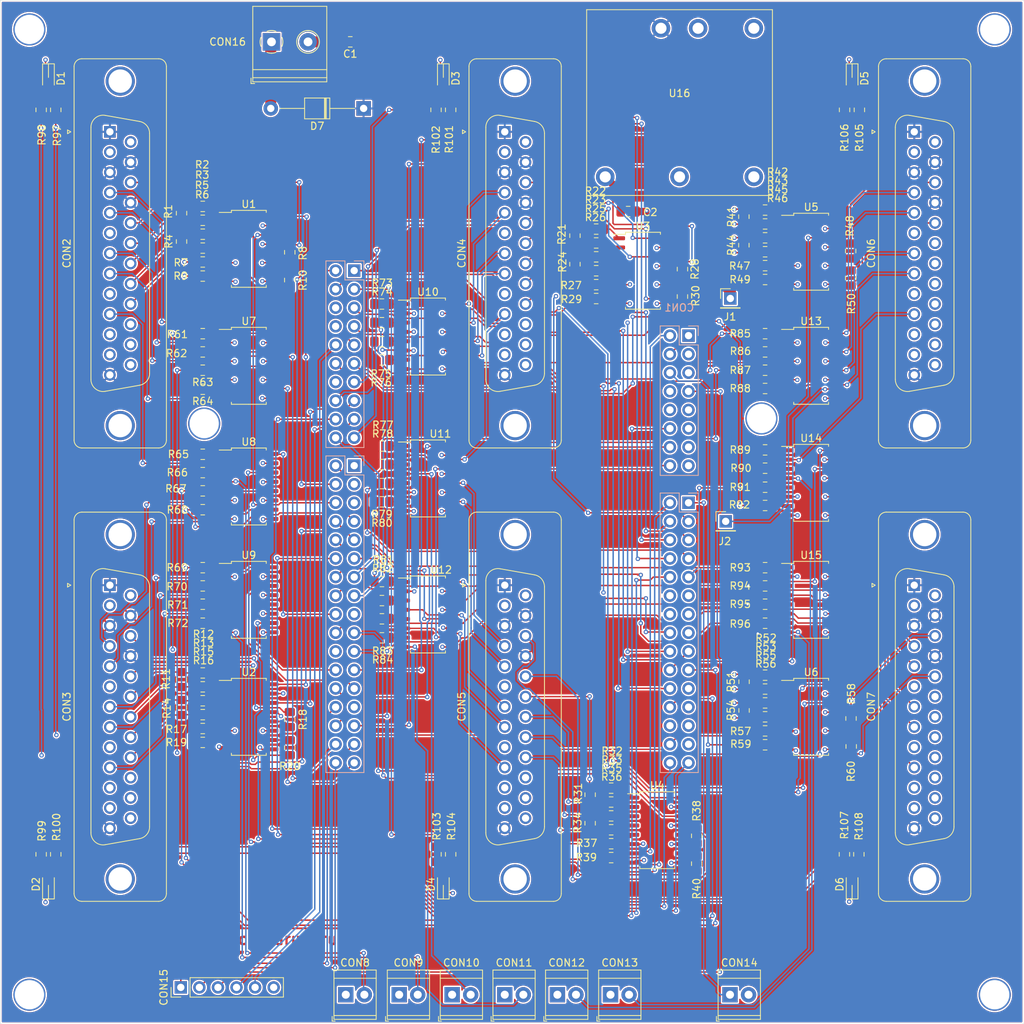
<source format=kicad_pcb>
(kicad_pcb (version 20171130) (host pcbnew "(5.1.4-0-10_14)")
  (layers (0 F.Cu signal) (1 In1.Cu signal) (2 In2.Cu signal) (31 B.Cu signal) (34 B.Paste user) (35 F.Paste user) (36 B.SilkS user) (37 F.SilkS user) (38 B.Mask user) (39 F.Mask user) (44 Edge.Cuts user))
  (net 0 "")
  (net 1 +3V3)
  (net 2 GND)
  (net 3 GNDPWR)
  (net 4 +24V)
  (net 5 +5V)
  (net 6 "Net-(CON1-Pad8-3)")
  (net 7 M5_DIR)
  (net 8 "Net-(CON1-Pad8-9)")
  (net 9 M4_DIR)
  (net 10 "Net-(CON1-Pad8-5)")
  (net 11 M6_DIR)
  (net 12 "Net-(CON1-Pad8-1)")
  (net 13 "Net-(CON1-Pad8-12)")
  (net 14 "Net-(CON1-Pad8-10)")
  (net 15 "Net-(CON1-Pad8-8)")
  (net 16 M4_HOME_N)
  (net 17 "Net-(CON1-Pad8-15)")
  (net 18 M3_HOME_N)
  (net 19 EMERGENCY_N)
  (net 20 M1_DIR)
  (net 21 M3_DIR)
  (net 22 "Net-(CON1-Pad9-2)")
  (net 23 "Net-(CON1-Pad9-4)")
  (net 24 "Net-(CON1-Pad9-27)")
  (net 25 M1_DEV_CLR)
  (net 26 "Net-(CON1-Pad9-25)")
  (net 27 M2_DEV_CLR)
  (net 28 M3_ALARM_N)
  (net 29 M1_HOME_N)
  (net 30 M6_PULSE)
  (net 31 M4_SRV_ON)
  (net 32 "Net-(CON1-Pad9-6)")
  (net 33 M2_HOME_N)
  (net 34 M1_SRV_ON)
  (net 35 M5_ALARM_N)
  (net 36 M2_SRV_ON)
  (net 37 M1_PULSE)
  (net 38 M3_SRV_ON)
  (net 39 M4_ALARM_N)
  (net 40 "Net-(CON1-Pad9-15)")
  (net 41 "Net-(CON1-Pad9-14)")
  (net 42 "Net-(CON1-Pad9-13)")
  (net 43 M3_DEV_CLR)
  (net 44 "Net-(CON1-Pad9-10)")
  (net 45 M6_SRV_ON)
  (net 46 "Net-(CON1-Pad9-8)")
  (net 47 M6_ENCA)
  (net 48 M5_ALRM_RES)
  (net 49 M3_PULSE)
  (net 50 M4_DEV_CLR)
  (net 51 M3_ENCA)
  (net 52 "Net-(CON1-Pad7-18)")
  (net 53 M6_ENCB)
  (net 54 EXT_INT2)
  (net 55 M2_PULSE)
  (net 56 "Net-(CON1-Pad7-6)")
  (net 57 M2_ENCA)
  (net 58 EXT_INT1)
  (net 59 "Net-(CON1-Pad7-16)")
  (net 60 M2_ENCB)
  (net 61 "Net-(CON1-Pad7-14)")
  (net 62 M3_ENCB)
  (net 63 M5_PULSE)
  (net 64 M4_PULSE)
  (net 65 M6_ALRM_RES)
  (net 66 I2C_SDA)
  (net 67 M1_ALARM_N)
  (net 68 I2C_SCL)
  (net 69 M1_ALRM_RES)
  (net 70 M6_COMPLETE_N)
  (net 71 M5_ENCA)
  (net 72 M5_COMPLETE_N)
  (net 73 M3_COMPLETE_N)
  (net 74 M2_ALARM_N)
  (net 75 M2_COMPLETE_N)
  (net 76 "Net-(CON1-Pad10-23)")
  (net 77 M4_ENCA)
  (net 78 M6_ALARM_N)
  (net 79 M4_ENCB)
  (net 80 M1_COMPLETE_N)
  (net 81 M5_HOME_N)
  (net 82 M3_ALRM_RES)
  (net 83 M6_HOME_N)
  (net 84 M4_ALRM_RES)
  (net 85 "Net-(CON1-Pad10-12)")
  (net 86 M5_SRV_ON)
  (net 87 M4_COMPLETE_N)
  (net 88 M2_DIR)
  (net 89 "Net-(CON1-Pad10-1)")
  (net 90 M5_DEV_CLR)
  (net 91 M6_DEV_CLR)
  (net 92 M2_ALRM_RES)
  (net 93 M1_ENCB)
  (net 94 M1_ENCA)
  (net 95 "Net-(CON2-Pad25)")
  (net 96 "Net-(CON2-Pad24)")
  (net 97 "Net-(CON2-Pad23)")
  (net 98 M1_OUTB_N)
  (net 99 M1_OUTB_P)
  (net 100 M1_OUTA_N)
  (net 101 M1_OUTA_P)
  (net 102 M1_DIR_N)
  (net 103 M1_PULSE_N)
  (net 104 "Net-(CON2-Pad14)")
  (net 105 M1_COMPLETE_EXT)
  (net 106 M1_ALARM_EXT)
  (net 107 M1_DEV_CLR_EXT)
  (net 108 "Net-(CON2-Pad6)")
  (net 109 M1_ALRM_RES_EXT)
  (net 110 M1_SRV_ON_EXT)
  (net 111 "Net-(CON3-Pad25)")
  (net 112 "Net-(CON3-Pad24)")
  (net 113 "Net-(CON3-Pad23)")
  (net 114 M2_OUTB_N)
  (net 115 M2_OUTB_P)
  (net 116 M2_OUTA_N)
  (net 117 M2_OUTA_P)
  (net 118 M2_DIR_N)
  (net 119 M2_PULSE_N)
  (net 120 "Net-(CON3-Pad14)")
  (net 121 M2_COMPLETE_EXT)
  (net 122 M2_ALARM_EXT)
  (net 123 M2_DEV_CLR_EXT)
  (net 124 "Net-(CON3-Pad6)")
  (net 125 M2_ALRM_RES_EXT)
  (net 126 M2_SRV_ON_EXT)
  (net 127 "Net-(CON4-Pad25)")
  (net 128 "Net-(CON4-Pad24)")
  (net 129 "Net-(CON4-Pad23)")
  (net 130 M3_OUTB_N)
  (net 131 M3_OUTB_P)
  (net 132 M3_OUTA_N)
  (net 133 M3_OUTA_P)
  (net 134 M3_DIR_N)
  (net 135 M3_PULSE_N)
  (net 136 "Net-(CON4-Pad14)")
  (net 137 M3_COMPLETE_EXT)
  (net 138 M3_ALARM_EXT)
  (net 139 M3_DEV_CLR_EXT)
  (net 140 "Net-(CON4-Pad6)")
  (net 141 M3_ALRM_RES_EXT)
  (net 142 M3_SRV_ON_EXT)
  (net 143 "Net-(CON5-Pad25)")
  (net 144 "Net-(CON5-Pad24)")
  (net 145 "Net-(CON5-Pad23)")
  (net 146 M4_OUTB_N)
  (net 147 M4_OUTB_P)
  (net 148 M4_OUTA_N)
  (net 149 M4_OUTA_P)
  (net 150 M4_DIR_N)
  (net 151 M4_PULSE_N)
  (net 152 "Net-(CON5-Pad14)")
  (net 153 M4_COMPLETE_EXT)
  (net 154 M4_ALARM_EXT)
  (net 155 M4_DEV_CLR_EXT)
  (net 156 "Net-(CON5-Pad6)")
  (net 157 M4_ALRM_RES_EXT)
  (net 158 M4_SRV_ON_EXT)
  (net 159 "Net-(CON6-Pad25)")
  (net 160 "Net-(CON6-Pad24)")
  (net 161 "Net-(CON6-Pad23)")
  (net 162 M5_OUTB_N)
  (net 163 M5_OUTB_P)
  (net 164 M5_OUTA_N)
  (net 165 M5_OUTA_P)
  (net 166 M5_DIR_N)
  (net 167 M5_PULSE_N)
  (net 168 "Net-(CON6-Pad14)")
  (net 169 M5_COMPLETE_EXT)
  (net 170 M5_ALARM_EXT)
  (net 171 M5_DEV_CLR_EXT)
  (net 172 "Net-(CON6-Pad6)")
  (net 173 M5_ALRM_RES_EXT)
  (net 174 M5_SRV_ON_EXT)
  (net 175 "Net-(CON7-Pad25)")
  (net 176 "Net-(CON7-Pad24)")
  (net 177 "Net-(CON7-Pad23)")
  (net 178 M6_OUTB_N)
  (net 179 M6_OUTB_P)
  (net 180 M6_OUTA_N)
  (net 181 M6_OUTA_P)
  (net 182 M6_DIR_N)
  (net 183 M6_PULSE_N)
  (net 184 "Net-(CON7-Pad14)")
  (net 185 M6_COMPLETE_EXT)
  (net 186 M6_ALARM_EXT)
  (net 187 M6_DEV_CLR_EXT)
  (net 188 "Net-(CON7-Pad6)")
  (net 189 M6_ALRM_RES_EXT)
  (net 190 M6_SRV_ON_EXT)
  (net 191 M1_HOME_EXT)
  (net 192 M2_HOME_EXT)
  (net 193 M3_HOME_EXT)
  (net 194 M4_HOME_EXT)
  (net 195 M5_HOME_EXT)
  (net 196 M6_HOME_EXT)
  (net 197 "Net-(CON16-Pad1)")
  (net 198 "Net-(D1-Pad4)")
  (net 199 "Net-(D1-Pad2)")
  (net 200 "Net-(D2-Pad4)")
  (net 201 "Net-(D2-Pad2)")
  (net 202 "Net-(D3-Pad4)")
  (net 203 "Net-(D3-Pad2)")
  (net 204 "Net-(D4-Pad4)")
  (net 205 "Net-(D4-Pad2)")
  (net 206 "Net-(D5-Pad4)")
  (net 207 "Net-(D5-Pad2)")
  (net 208 "Net-(D6-Pad4)")
  (net 209 "Net-(D6-Pad2)")
  (net 210 M5_ENCB)
  (net 211 "Net-(R18-Pad1)")
  (net 212 "Net-(R20-Pad1)")
  (net 213 "Net-(R28-Pad1)")
  (net 214 "Net-(R30-Pad1)")
  (net 215 "Net-(R38-Pad1)")
  (net 216 "Net-(R40-Pad1)")
  (net 217 "Net-(R48-Pad1)")
  (net 218 "Net-(U16-Pad6)")
  (net 219 "Net-(R2-Pad2)")
  (net 220 "Net-(R3-Pad2)")
  (net 221 "Net-(R5-Pad2)")
  (net 222 "Net-(R6-Pad2)")
  (net 223 "Net-(R7-Pad2)")
  (net 224 "Net-(R8-Pad1)")
  (net 225 "Net-(R9-Pad2)")
  (net 226 "Net-(R10-Pad1)")
  (net 227 "Net-(R12-Pad2)")
  (net 228 "Net-(R13-Pad2)")
  (net 229 "Net-(R15-Pad2)")
  (net 230 "Net-(R16-Pad2)")
  (net 231 "Net-(R17-Pad2)")
  (net 232 "Net-(R19-Pad2)")
  (net 233 "Net-(R22-Pad2)")
  (net 234 "Net-(R23-Pad2)")
  (net 235 "Net-(R25-Pad2)")
  (net 236 "Net-(R26-Pad2)")
  (net 237 "Net-(R27-Pad2)")
  (net 238 "Net-(R29-Pad2)")
  (net 239 "Net-(R32-Pad2)")
  (net 240 "Net-(R33-Pad2)")
  (net 241 "Net-(R35-Pad2)")
  (net 242 "Net-(R36-Pad2)")
  (net 243 "Net-(R37-Pad2)")
  (net 244 "Net-(R39-Pad2)")
  (net 245 "Net-(R42-Pad2)")
  (net 246 "Net-(R43-Pad2)")
  (net 247 "Net-(R45-Pad2)")
  (net 248 "Net-(R46-Pad2)")
  (net 249 "Net-(R47-Pad2)")
  (net 250 "Net-(R49-Pad2)")
  (net 251 "Net-(R50-Pad1)")
  (net 252 "Net-(R52-Pad2)")
  (net 253 "Net-(R53-Pad2)")
  (net 254 "Net-(R55-Pad2)")
  (net 255 "Net-(R56-Pad2)")
  (net 256 "Net-(R57-Pad2)")
  (net 257 "Net-(R58-Pad1)")
  (net 258 "Net-(R59-Pad2)")
  (net 259 "Net-(R60-Pad1)")
  (net 260 "Net-(R61-Pad1)")
  (net 261 "Net-(R62-Pad1)")
  (net 262 "Net-(R63-Pad1)")
  (net 263 "Net-(R64-Pad1)")
  (net 264 "Net-(R65-Pad1)")
  (net 265 "Net-(R66-Pad1)")
  (net 266 "Net-(R67-Pad1)")
  (net 267 "Net-(R68-Pad1)")
  (net 268 "Net-(R69-Pad1)")
  (net 269 "Net-(R70-Pad1)")
  (net 270 "Net-(R71-Pad1)")
  (net 271 "Net-(R72-Pad1)")
  (net 272 "Net-(R73-Pad1)")
  (net 273 "Net-(R74-Pad1)")
  (net 274 "Net-(R75-Pad1)")
  (net 275 "Net-(R76-Pad1)")
  (net 276 "Net-(R77-Pad1)")
  (net 277 "Net-(R78-Pad1)")
  (net 278 "Net-(R79-Pad1)")
  (net 279 "Net-(R80-Pad1)")
  (net 280 "Net-(R81-Pad1)")
  (net 281 "Net-(R82-Pad1)")
  (net 282 "Net-(R83-Pad1)")
  (net 283 "Net-(R84-Pad1)")
  (net 284 "Net-(R85-Pad1)")
  (net 285 "Net-(R86-Pad1)")
  (net 286 "Net-(R87-Pad1)")
  (net 287 "Net-(R88-Pad1)")
  (net 288 "Net-(R89-Pad1)")
  (net 289 "Net-(R90-Pad1)")
  (net 290 "Net-(R91-Pad1)")
  (net 291 "Net-(R92-Pad1)")
  (net 292 "Net-(R93-Pad1)")
  (net 293 "Net-(R94-Pad1)")
  (net 294 "Net-(R95-Pad1)")
  (net 295 "Net-(R96-Pad1)")
  (module Package_SO:SOIC-16_4.55x10.3mm_P1.27mm (layer F.Cu) (at 190.9 70)
    (fp_text reference U13 (at 0 -6.1) (layer F.SilkS))
    (fp_text value TLP292-4)
    (pad 16 smd roundrect (at 3.25 -4.445) (size 1.6 0.55) (layers F.Cu F.Paste F.Mask) (net 174 M5_SRV_ON_EXT))
    (pad 15 smd roundrect (at 3.25 -3.175) (size 1.6 0.55) (layers F.Cu F.Paste F.Mask) (net 3 GNDPWR))
    (pad 14 smd roundrect (at 3.25 -1.905) (size 1.6 0.55) (layers F.Cu F.Paste F.Mask) (net 173 M5_ALRM_RES_EXT))
    (pad 13 smd roundrect (at 3.25 -0.635) (size 1.6 0.55) (layers F.Cu F.Paste F.Mask) (net 3 GNDPWR))
    (pad 12 smd roundrect (at 3.25 0.635) (size 1.6 0.55) (layers F.Cu F.Paste F.Mask) (net 171 M5_DEV_CLR_EXT))
    (pad 11 smd roundrect (at 3.25 1.905) (size 1.6 0.55) (layers F.Cu F.Paste F.Mask) (net 3 GNDPWR))
    (pad 10 smd roundrect (at 3.25 3.175) (size 1.6 0.55) (layers F.Cu F.Paste F.Mask) (net 35 M5_ALARM_N))
    (pad 9 smd roundrect (at 3.25 4.445) (size 1.6 0.55) (layers F.Cu F.Paste F.Mask) (net 2 GND))
    (pad 8 smd roundrect (at -3.25 4.445) (size 1.6 0.55) (layers F.Cu F.Paste F.Mask) (net 170 M5_ALARM_EXT))
    (pad 7 smd roundrect (at -3.25 3.175) (size 1.6 0.55) (layers F.Cu F.Paste F.Mask) (net 287 "Net-(R88-Pad1)"))
    (pad 6 smd roundrect (at -3.25 1.905) (size 1.6 0.55) (layers F.Cu F.Paste F.Mask) (net 2 GND))
    (pad 5 smd roundrect (at -3.25 0.635) (size 1.6 0.55) (layers F.Cu F.Paste F.Mask) (net 286 "Net-(R87-Pad1)"))
    (pad 4 smd roundrect (at -3.25 -0.635) (size 1.6 0.55) (layers F.Cu F.Paste F.Mask) (net 2 GND))
    (pad 3 smd roundrect (at -3.25 -1.905) (size 1.6 0.55) (layers F.Cu F.Paste F.Mask) (net 285 "Net-(R86-Pad1)"))
    (pad 2 smd roundrect (at -3.25 -3.175) (size 1.6 0.55) (layers F.Cu F.Paste F.Mask) (net 2 GND))
    (pad 1 smd roundrect (at -3.25 -4.445) (size 1.6 0.55) (layers F.Cu F.Paste F.Mask) (net 284 "Net-(R85-Pad1)"))
  )
  (module Package_SO:SOIC-16_4.55x10.3mm_P1.27mm (layer F.Cu) (at 190.9 118)
    (fp_text reference U6 (at 0 -6.1) (layer F.SilkS))
    (fp_text value TLP292-4)
    (pad 16 smd roundrect (at 3.25 -4.445) (size 1.6 0.55) (layers F.Cu F.Paste F.Mask) (net 47 M6_ENCA))
    (pad 15 smd roundrect (at 3.25 -3.175) (size 1.6 0.55) (layers F.Cu F.Paste F.Mask) (net 2 GND))
    (pad 14 smd roundrect (at 3.25 -1.905) (size 1.6 0.55) (layers F.Cu F.Paste F.Mask) (net 53 M6_ENCB))
    (pad 13 smd roundrect (at 3.25 -0.635) (size 1.6 0.55) (layers F.Cu F.Paste F.Mask) (net 2 GND))
    (pad 12 smd roundrect (at 3.25 0.635) (size 1.6 0.55) (layers F.Cu F.Paste F.Mask) (net 257 "Net-(R58-Pad1)"))
    (pad 11 smd roundrect (at 3.25 1.905) (size 1.6 0.55) (layers F.Cu F.Paste F.Mask) (net 3 GNDPWR))
    (pad 10 smd roundrect (at 3.25 3.175) (size 1.6 0.55) (layers F.Cu F.Paste F.Mask) (net 259 "Net-(R60-Pad1)"))
    (pad 9 smd roundrect (at 3.25 4.445) (size 1.6 0.55) (layers F.Cu F.Paste F.Mask) (net 3 GNDPWR))
    (pad 8 smd roundrect (at -3.25 4.445) (size 1.6 0.55) (layers F.Cu F.Paste F.Mask) (net 2 GND))
    (pad 7 smd roundrect (at -3.25 3.175) (size 1.6 0.55) (layers F.Cu F.Paste F.Mask) (net 258 "Net-(R59-Pad2)"))
    (pad 6 smd roundrect (at -3.25 1.905) (size 1.6 0.55) (layers F.Cu F.Paste F.Mask) (net 2 GND))
    (pad 5 smd roundrect (at -3.25 0.635) (size 1.6 0.55) (layers F.Cu F.Paste F.Mask) (net 256 "Net-(R57-Pad2)"))
    (pad 4 smd roundrect (at -3.25 -0.635) (size 1.6 0.55) (layers F.Cu F.Paste F.Mask) (net 255 "Net-(R56-Pad2)"))
    (pad 3 smd roundrect (at -3.25 -1.905) (size 1.6 0.55) (layers F.Cu F.Paste F.Mask) (net 254 "Net-(R55-Pad2)"))
    (pad 2 smd roundrect (at -3.25 -3.175) (size 1.6 0.55) (layers F.Cu F.Paste F.Mask) (net 253 "Net-(R53-Pad2)"))
    (pad 1 smd roundrect (at -3.25 -4.445) (size 1.6 0.55) (layers F.Cu F.Paste F.Mask) (net 252 "Net-(R52-Pad2)"))
  )
  (module Package_SO:SOIC-16_4.55x10.3mm_P1.27mm (layer F.Cu) (at 190.9 54.4)
    (fp_text reference U5 (at 0 -6.1) (layer F.SilkS))
    (fp_text value TLP292-4)
    (pad 16 smd roundrect (at 3.25 -4.445) (size 1.6 0.55) (layers F.Cu F.Paste F.Mask) (net 71 M5_ENCA))
    (pad 15 smd roundrect (at 3.25 -3.175) (size 1.6 0.55) (layers F.Cu F.Paste F.Mask) (net 2 GND))
    (pad 14 smd roundrect (at 3.25 -1.905) (size 1.6 0.55) (layers F.Cu F.Paste F.Mask) (net 210 M5_ENCB))
    (pad 13 smd roundrect (at 3.25 -0.635) (size 1.6 0.55) (layers F.Cu F.Paste F.Mask) (net 2 GND))
    (pad 12 smd roundrect (at 3.25 0.635) (size 1.6 0.55) (layers F.Cu F.Paste F.Mask) (net 217 "Net-(R48-Pad1)"))
    (pad 11 smd roundrect (at 3.25 1.905) (size 1.6 0.55) (layers F.Cu F.Paste F.Mask) (net 3 GNDPWR))
    (pad 10 smd roundrect (at 3.25 3.175) (size 1.6 0.55) (layers F.Cu F.Paste F.Mask) (net 251 "Net-(R50-Pad1)"))
    (pad 9 smd roundrect (at 3.25 4.445) (size 1.6 0.55) (layers F.Cu F.Paste F.Mask) (net 3 GNDPWR))
    (pad 8 smd roundrect (at -3.25 4.445) (size 1.6 0.55) (layers F.Cu F.Paste F.Mask) (net 2 GND))
    (pad 7 smd roundrect (at -3.25 3.175) (size 1.6 0.55) (layers F.Cu F.Paste F.Mask) (net 250 "Net-(R49-Pad2)"))
    (pad 6 smd roundrect (at -3.25 1.905) (size 1.6 0.55) (layers F.Cu F.Paste F.Mask) (net 2 GND))
    (pad 5 smd roundrect (at -3.25 0.635) (size 1.6 0.55) (layers F.Cu F.Paste F.Mask) (net 249 "Net-(R47-Pad2)"))
    (pad 4 smd roundrect (at -3.25 -0.635) (size 1.6 0.55) (layers F.Cu F.Paste F.Mask) (net 248 "Net-(R46-Pad2)"))
    (pad 3 smd roundrect (at -3.25 -1.905) (size 1.6 0.55) (layers F.Cu F.Paste F.Mask) (net 247 "Net-(R45-Pad2)"))
    (pad 2 smd roundrect (at -3.25 -3.175) (size 1.6 0.55) (layers F.Cu F.Paste F.Mask) (net 246 "Net-(R43-Pad2)"))
    (pad 1 smd roundrect (at -3.25 -4.445) (size 1.6 0.55) (layers F.Cu F.Paste F.Mask) (net 245 "Net-(R42-Pad2)"))
  )
  (module Package_SO:SOIC-16_4.55x10.3mm_P1.27mm (layer F.Cu) (at 169.85 133.5)
    (fp_text reference U4 (at 0 -6.1) (layer F.SilkS))
    (fp_text value TLP292-4)
    (pad 16 smd roundrect (at 3.25 -4.445) (size 1.6 0.55) (layers F.Cu F.Paste F.Mask) (net 77 M4_ENCA))
    (pad 15 smd roundrect (at 3.25 -3.175) (size 1.6 0.55) (layers F.Cu F.Paste F.Mask) (net 2 GND))
    (pad 14 smd roundrect (at 3.25 -1.905) (size 1.6 0.55) (layers F.Cu F.Paste F.Mask) (net 79 M4_ENCB))
    (pad 13 smd roundrect (at 3.25 -0.635) (size 1.6 0.55) (layers F.Cu F.Paste F.Mask) (net 2 GND))
    (pad 12 smd roundrect (at 3.25 0.635) (size 1.6 0.55) (layers F.Cu F.Paste F.Mask) (net 215 "Net-(R38-Pad1)"))
    (pad 11 smd roundrect (at 3.25 1.905) (size 1.6 0.55) (layers F.Cu F.Paste F.Mask) (net 3 GNDPWR))
    (pad 10 smd roundrect (at 3.25 3.175) (size 1.6 0.55) (layers F.Cu F.Paste F.Mask) (net 216 "Net-(R40-Pad1)"))
    (pad 9 smd roundrect (at 3.25 4.445) (size 1.6 0.55) (layers F.Cu F.Paste F.Mask) (net 3 GNDPWR))
    (pad 8 smd roundrect (at -3.25 4.445) (size 1.6 0.55) (layers F.Cu F.Paste F.Mask) (net 2 GND))
    (pad 7 smd roundrect (at -3.25 3.175) (size 1.6 0.55) (layers F.Cu F.Paste F.Mask) (net 244 "Net-(R39-Pad2)"))
    (pad 6 smd roundrect (at -3.25 1.905) (size 1.6 0.55) (layers F.Cu F.Paste F.Mask) (net 2 GND))
    (pad 5 smd roundrect (at -3.25 0.635) (size 1.6 0.55) (layers F.Cu F.Paste F.Mask) (net 243 "Net-(R37-Pad2)"))
    (pad 4 smd roundrect (at -3.25 -0.635) (size 1.6 0.55) (layers F.Cu F.Paste F.Mask) (net 242 "Net-(R36-Pad2)"))
    (pad 3 smd roundrect (at -3.25 -1.905) (size 1.6 0.55) (layers F.Cu F.Paste F.Mask) (net 241 "Net-(R35-Pad2)"))
    (pad 2 smd roundrect (at -3.25 -3.175) (size 1.6 0.55) (layers F.Cu F.Paste F.Mask) (net 240 "Net-(R33-Pad2)"))
    (pad 1 smd roundrect (at -3.25 -4.445) (size 1.6 0.55) (layers F.Cu F.Paste F.Mask) (net 239 "Net-(R32-Pad2)"))
  )
  (module Package_SO:SOIC-16_4.55x10.3mm_P1.27mm (layer F.Cu) (at 167.9 57)
    (fp_text reference U3 (at 0 -6.1) (layer F.SilkS))
    (fp_text value TLP292-4)
    (pad 16 smd roundrect (at 3.25 -4.445) (size 1.6 0.55) (layers F.Cu F.Paste F.Mask) (net 51 M3_ENCA))
    (pad 15 smd roundrect (at 3.25 -3.175) (size 1.6 0.55) (layers F.Cu F.Paste F.Mask) (net 2 GND))
    (pad 14 smd roundrect (at 3.25 -1.905) (size 1.6 0.55) (layers F.Cu F.Paste F.Mask) (net 62 M3_ENCB))
    (pad 13 smd roundrect (at 3.25 -0.635) (size 1.6 0.55) (layers F.Cu F.Paste F.Mask) (net 2 GND))
    (pad 12 smd roundrect (at 3.25 0.635) (size 1.6 0.55) (layers F.Cu F.Paste F.Mask) (net 213 "Net-(R28-Pad1)"))
    (pad 11 smd roundrect (at 3.25 1.905) (size 1.6 0.55) (layers F.Cu F.Paste F.Mask) (net 3 GNDPWR))
    (pad 10 smd roundrect (at 3.25 3.175) (size 1.6 0.55) (layers F.Cu F.Paste F.Mask) (net 214 "Net-(R30-Pad1)"))
    (pad 9 smd roundrect (at 3.25 4.445) (size 1.6 0.55) (layers F.Cu F.Paste F.Mask) (net 3 GNDPWR))
    (pad 8 smd roundrect (at -3.25 4.445) (size 1.6 0.55) (layers F.Cu F.Paste F.Mask) (net 2 GND))
    (pad 7 smd roundrect (at -3.25 3.175) (size 1.6 0.55) (layers F.Cu F.Paste F.Mask) (net 238 "Net-(R29-Pad2)"))
    (pad 6 smd roundrect (at -3.25 1.905) (size 1.6 0.55) (layers F.Cu F.Paste F.Mask) (net 2 GND))
    (pad 5 smd roundrect (at -3.25 0.635) (size 1.6 0.55) (layers F.Cu F.Paste F.Mask) (net 237 "Net-(R27-Pad2)"))
    (pad 4 smd roundrect (at -3.25 -0.635) (size 1.6 0.55) (layers F.Cu F.Paste F.Mask) (net 236 "Net-(R26-Pad2)"))
    (pad 3 smd roundrect (at -3.25 -1.905) (size 1.6 0.55) (layers F.Cu F.Paste F.Mask) (net 235 "Net-(R25-Pad2)"))
    (pad 2 smd roundrect (at -3.25 -3.175) (size 1.6 0.55) (layers F.Cu F.Paste F.Mask) (net 234 "Net-(R23-Pad2)"))
    (pad 1 smd roundrect (at -3.25 -4.445) (size 1.6 0.55) (layers F.Cu F.Paste F.Mask) (net 233 "Net-(R22-Pad2)"))
  )
  (module Package_SO:SOIC-16_4.55x10.3mm_P1.27mm (layer F.Cu) (at 114 118)
    (fp_text reference U2 (at 0 -6.1) (layer F.SilkS))
    (fp_text value TLP292-4)
    (pad 16 smd roundrect (at 3.25 -4.445) (size 1.6 0.55) (layers F.Cu F.Paste F.Mask) (net 57 M2_ENCA))
    (pad 15 smd roundrect (at 3.25 -3.175) (size 1.6 0.55) (layers F.Cu F.Paste F.Mask) (net 2 GND))
    (pad 14 smd roundrect (at 3.25 -1.905) (size 1.6 0.55) (layers F.Cu F.Paste F.Mask) (net 60 M2_ENCB))
    (pad 13 smd roundrect (at 3.25 -0.635) (size 1.6 0.55) (layers F.Cu F.Paste F.Mask) (net 2 GND))
    (pad 12 smd roundrect (at 3.25 0.635) (size 1.6 0.55) (layers F.Cu F.Paste F.Mask) (net 211 "Net-(R18-Pad1)"))
    (pad 11 smd roundrect (at 3.25 1.905) (size 1.6 0.55) (layers F.Cu F.Paste F.Mask) (net 3 GNDPWR))
    (pad 10 smd roundrect (at 3.25 3.175) (size 1.6 0.55) (layers F.Cu F.Paste F.Mask) (net 212 "Net-(R20-Pad1)"))
    (pad 9 smd roundrect (at 3.25 4.445) (size 1.6 0.55) (layers F.Cu F.Paste F.Mask) (net 3 GNDPWR))
    (pad 8 smd roundrect (at -3.25 4.445) (size 1.6 0.55) (layers F.Cu F.Paste F.Mask) (net 2 GND))
    (pad 7 smd roundrect (at -3.25 3.175) (size 1.6 0.55) (layers F.Cu F.Paste F.Mask) (net 232 "Net-(R19-Pad2)"))
    (pad 6 smd roundrect (at -3.25 1.905) (size 1.6 0.55) (layers F.Cu F.Paste F.Mask) (net 2 GND))
    (pad 5 smd roundrect (at -3.25 0.635) (size 1.6 0.55) (layers F.Cu F.Paste F.Mask) (net 231 "Net-(R17-Pad2)"))
    (pad 4 smd roundrect (at -3.25 -0.635) (size 1.6 0.55) (layers F.Cu F.Paste F.Mask) (net 230 "Net-(R16-Pad2)"))
    (pad 3 smd roundrect (at -3.25 -1.905) (size 1.6 0.55) (layers F.Cu F.Paste F.Mask) (net 229 "Net-(R15-Pad2)"))
    (pad 2 smd roundrect (at -3.25 -3.175) (size 1.6 0.55) (layers F.Cu F.Paste F.Mask) (net 228 "Net-(R13-Pad2)"))
    (pad 1 smd roundrect (at -3.25 -4.445) (size 1.6 0.55) (layers F.Cu F.Paste F.Mask) (net 227 "Net-(R12-Pad2)"))
  )
  (module Package_SO:SOIC-16_4.55x10.3mm_P1.27mm (layer F.Cu) (at 114 54)
    (fp_text reference U1 (at 0 -6.1) (layer F.SilkS))
    (fp_text value TLP292-4)
    (pad 16 smd roundrect (at 3.25 -4.445) (size 1.6 0.55) (layers F.Cu F.Paste F.Mask) (net 94 M1_ENCA))
    (pad 15 smd roundrect (at 3.25 -3.175) (size 1.6 0.55) (layers F.Cu F.Paste F.Mask) (net 2 GND))
    (pad 14 smd roundrect (at 3.25 -1.905) (size 1.6 0.55) (layers F.Cu F.Paste F.Mask) (net 93 M1_ENCB))
    (pad 13 smd roundrect (at 3.25 -0.635) (size 1.6 0.55) (layers F.Cu F.Paste F.Mask) (net 2 GND))
    (pad 12 smd roundrect (at 3.25 0.635) (size 1.6 0.55) (layers F.Cu F.Paste F.Mask) (net 224 "Net-(R8-Pad1)"))
    (pad 11 smd roundrect (at 3.25 1.905) (size 1.6 0.55) (layers F.Cu F.Paste F.Mask) (net 3 GNDPWR))
    (pad 10 smd roundrect (at 3.25 3.175) (size 1.6 0.55) (layers F.Cu F.Paste F.Mask) (net 226 "Net-(R10-Pad1)"))
    (pad 9 smd roundrect (at 3.25 4.445) (size 1.6 0.55) (layers F.Cu F.Paste F.Mask) (net 3 GNDPWR))
    (pad 8 smd roundrect (at -3.25 4.445) (size 1.6 0.55) (layers F.Cu F.Paste F.Mask) (net 2 GND))
    (pad 7 smd roundrect (at -3.25 3.175) (size 1.6 0.55) (layers F.Cu F.Paste F.Mask) (net 225 "Net-(R9-Pad2)"))
    (pad 6 smd roundrect (at -3.25 1.905) (size 1.6 0.55) (layers F.Cu F.Paste F.Mask) (net 2 GND))
    (pad 5 smd roundrect (at -3.25 0.635) (size 1.6 0.55) (layers F.Cu F.Paste F.Mask) (net 223 "Net-(R7-Pad2)"))
    (pad 4 smd roundrect (at -3.25 -0.635) (size 1.6 0.55) (layers F.Cu F.Paste F.Mask) (net 222 "Net-(R6-Pad2)"))
    (pad 3 smd roundrect (at -3.25 -1.905) (size 1.6 0.55) (layers F.Cu F.Paste F.Mask) (net 221 "Net-(R5-Pad2)"))
    (pad 2 smd roundrect (at -3.25 -3.175) (size 1.6 0.55) (layers F.Cu F.Paste F.Mask) (net 220 "Net-(R3-Pad2)"))
    (pad 1 smd roundrect (at -3.25 -4.445) (size 1.6 0.55) (layers F.Cu F.Paste F.Mask) (net 219 "Net-(R2-Pad2)"))
  )
  (module Resistor_SMD:R_0805_2012Metric_Pad1.15x1.40mm_HandSolder (layer F.Cu) (at 197.425 136.8 270)
    (fp_text reference R108 (at -3.825 0 90) (layer F.SilkS))
    (fp_text value 330)
    (pad 2 smd roundrect (at 1.025 0 270) (size 1.15 1.4) (layers F.Cu F.Paste F.Mask) (roundrect_rratio 0.217391) (net 208 "Net-(D6-Pad4)"))
    (pad 1 smd roundrect (at -1.025 0 270) (size 1.15 1.4) (layers F.Cu F.Paste F.Mask) (roundrect_rratio 0.217391) (net 85 "Net-(CON1-Pad10-12)"))
  )
  (module Resistor_SMD:R_0805_2012Metric_Pad1.15x1.40mm_HandSolder (layer F.Cu) (at 195.45 136.8 270)
    (fp_text reference R107 (at -3.975 0 90) (layer F.SilkS))
    (fp_text value 330)
    (pad 2 smd roundrect (at 1.025 0 270) (size 1.15 1.4) (layers F.Cu F.Paste F.Mask) (roundrect_rratio 0.217391) (net 209 "Net-(D6-Pad2)"))
    (pad 1 smd roundrect (at -1.025 0 270) (size 1.15 1.4) (layers F.Cu F.Paste F.Mask) (roundrect_rratio 0.217391) (net 52 "Net-(CON1-Pad7-18)"))
  )
  (module Resistor_SMD:R_0805_2012Metric_Pad1.15x1.40mm_HandSolder (layer F.Cu) (at 195.466 35 90)
    (fp_text reference R106 (at -3.81 0 90) (layer F.SilkS))
    (fp_text value 330)
    (pad 2 smd roundrect (at 1.025 0 90) (size 1.15 1.4) (layers F.Cu F.Paste F.Mask) (roundrect_rratio 0.217391) (net 206 "Net-(D5-Pad4)"))
    (pad 1 smd roundrect (at -1.025 0 90) (size 1.15 1.4) (layers F.Cu F.Paste F.Mask) (roundrect_rratio 0.217391) (net 59 "Net-(CON1-Pad7-16)"))
  )
  (module Resistor_SMD:R_0805_2012Metric_Pad1.15x1.40mm_HandSolder (layer F.Cu) (at 197.498 35 90)
    (fp_text reference R105 (at -3.81 0 90) (layer F.SilkS))
    (fp_text value 330)
    (pad 2 smd roundrect (at 1.025 0 90) (size 1.15 1.4) (layers F.Cu F.Paste F.Mask) (roundrect_rratio 0.217391) (net 207 "Net-(D5-Pad2)"))
    (pad 1 smd roundrect (at -1.025 0 90) (size 1.15 1.4) (layers F.Cu F.Paste F.Mask) (roundrect_rratio 0.217391) (net 76 "Net-(CON1-Pad10-23)"))
  )
  (module Resistor_SMD:R_0805_2012Metric_Pad1.15x1.40mm_HandSolder (layer F.Cu) (at 141.6 136.8 270)
    (fp_text reference R104 (at -3.825 -0.1 90) (layer F.SilkS))
    (fp_text value 330)
    (pad 2 smd roundrect (at 1.025 0 270) (size 1.15 1.4) (layers F.Cu F.Paste F.Mask) (roundrect_rratio 0.217391) (net 204 "Net-(D4-Pad4)"))
    (pad 1 smd roundrect (at -1.025 0 270) (size 1.15 1.4) (layers F.Cu F.Paste F.Mask) (roundrect_rratio 0.217391) (net 22 "Net-(CON1-Pad9-2)"))
  )
  (module Resistor_SMD:R_0805_2012Metric_Pad1.15x1.40mm_HandSolder (layer F.Cu) (at 139.6 136.8 270)
    (fp_text reference R103 (at -3.825 -0.1 90) (layer F.SilkS))
    (fp_text value 330)
    (pad 2 smd roundrect (at 1.025 0 270) (size 1.15 1.4) (layers F.Cu F.Paste F.Mask) (roundrect_rratio 0.217391) (net 205 "Net-(D4-Pad2)"))
    (pad 1 smd roundrect (at -1.025 0 270) (size 1.15 1.4) (layers F.Cu F.Paste F.Mask) (roundrect_rratio 0.217391) (net 23 "Net-(CON1-Pad9-4)"))
  )
  (module Resistor_SMD:R_0805_2012Metric_Pad1.15x1.40mm_HandSolder (layer F.Cu) (at 139.6 35 90)
    (fp_text reference R102 (at -4.075 0 90) (layer F.SilkS))
    (fp_text value 330)
    (pad 2 smd roundrect (at 1.025 0 90) (size 1.15 1.4) (layers F.Cu F.Paste F.Mask) (roundrect_rratio 0.217391) (net 202 "Net-(D3-Pad4)"))
    (pad 1 smd roundrect (at -1.025 0 90) (size 1.15 1.4) (layers F.Cu F.Paste F.Mask) (roundrect_rratio 0.217391) (net 32 "Net-(CON1-Pad9-6)"))
  )
  (module Resistor_SMD:R_0805_2012Metric_Pad1.15x1.40mm_HandSolder (layer F.Cu) (at 141.6 35 90)
    (fp_text reference R101 (at -4.025 -0.2 90) (layer F.SilkS))
    (fp_text value 330)
    (pad 2 smd roundrect (at 1.025 0 90) (size 1.15 1.4) (layers F.Cu F.Paste F.Mask) (roundrect_rratio 0.217391) (net 203 "Net-(D3-Pad2)"))
    (pad 1 smd roundrect (at -1.025 0 90) (size 1.15 1.4) (layers F.Cu F.Paste F.Mask) (roundrect_rratio 0.217391) (net 46 "Net-(CON1-Pad9-8)"))
  )
  (module Resistor_SMD:R_0805_2012Metric_Pad1.15x1.40mm_HandSolder (layer F.Cu) (at 87.6 136.8 270)
    (fp_text reference R100 (at -3.725 -0.1 90) (layer F.SilkS))
    (fp_text value 330)
    (pad 2 smd roundrect (at 1.025 0 270) (size 1.15 1.4) (layers F.Cu F.Paste F.Mask) (roundrect_rratio 0.217391) (net 200 "Net-(D2-Pad4)"))
    (pad 1 smd roundrect (at -1.025 0 270) (size 1.15 1.4) (layers F.Cu F.Paste F.Mask) (roundrect_rratio 0.217391) (net 44 "Net-(CON1-Pad9-10)"))
  )
  (module Resistor_SMD:R_0805_2012Metric_Pad1.15x1.40mm_HandSolder (layer F.Cu) (at 85.6 136.8 270)
    (fp_text reference R99 (at -3.2 -0.1 90) (layer F.SilkS))
    (fp_text value 330)
    (pad 2 smd roundrect (at 1.025 0 270) (size 1.15 1.4) (layers F.Cu F.Paste F.Mask) (roundrect_rratio 0.217391) (net 201 "Net-(D2-Pad2)"))
    (pad 1 smd roundrect (at -1.025 0 270) (size 1.15 1.4) (layers F.Cu F.Paste F.Mask) (roundrect_rratio 0.217391) (net 13 "Net-(CON1-Pad8-12)"))
  )
  (module Resistor_SMD:R_0805_2012Metric_Pad1.15x1.40mm_HandSolder (layer F.Cu) (at 85.6 35 90)
    (fp_text reference R98 (at -3.425 0.1 90) (layer F.SilkS))
    (fp_text value 330)
    (pad 2 smd roundrect (at 1.025 0 90) (size 1.15 1.4) (layers F.Cu F.Paste F.Mask) (roundrect_rratio 0.217391) (net 198 "Net-(D1-Pad4)"))
    (pad 1 smd roundrect (at -1.025 0 90) (size 1.15 1.4) (layers F.Cu F.Paste F.Mask) (roundrect_rratio 0.217391) (net 24 "Net-(CON1-Pad9-27)"))
  )
  (module Resistor_SMD:R_0805_2012Metric_Pad1.15x1.40mm_HandSolder (layer F.Cu) (at 87.6 35 90)
    (fp_text reference R97 (at -3.525 0.2 90) (layer F.SilkS))
    (fp_text value 330)
    (pad 2 smd roundrect (at 1.025 0 90) (size 1.15 1.4) (layers F.Cu F.Paste F.Mask) (roundrect_rratio 0.217391) (net 199 "Net-(D1-Pad2)"))
    (pad 1 smd roundrect (at -1.025 0 90) (size 1.15 1.4) (layers F.Cu F.Paste F.Mask) (roundrect_rratio 0.217391) (net 26 "Net-(CON1-Pad9-25)"))
  )
  (module Resistor_SMD:R_0805_2012Metric_Pad1.15x1.40mm_HandSolder (layer F.Cu) (at 184.6 105.2 180)
    (fp_text reference R96 (at 3.4 -0.1) (layer F.SilkS))
    (fp_text value 4.7K)
    (pad 2 smd roundrect (at 1.025 0 180) (size 1.15 1.4) (layers F.Cu F.Paste F.Mask) (roundrect_rratio 0.217391) (net 4 +24V))
    (pad 1 smd roundrect (at -1.025 0 180) (size 1.15 1.4) (layers F.Cu F.Paste F.Mask) (roundrect_rratio 0.217391) (net 295 "Net-(R96-Pad1)"))
  )
  (module Resistor_SMD:R_0805_2012Metric_Pad1.15x1.40mm_HandSolder (layer F.Cu) (at 184.6 102.6 180)
    (fp_text reference R95 (at 3.4 0) (layer F.SilkS))
    (fp_text value 4.7K)
    (pad 2 smd roundrect (at 1.025 0 180) (size 1.15 1.4) (layers F.Cu F.Paste F.Mask) (roundrect_rratio 0.217391) (net 4 +24V))
    (pad 1 smd roundrect (at -1.025 0 180) (size 1.15 1.4) (layers F.Cu F.Paste F.Mask) (roundrect_rratio 0.217391) (net 294 "Net-(R95-Pad1)"))
  )
  (module Resistor_SMD:R_0805_2012Metric_Pad1.15x1.40mm_HandSolder (layer F.Cu) (at 184.6 100.1 180)
    (fp_text reference R94 (at 3.4 0) (layer F.SilkS))
    (fp_text value 4.7K)
    (pad 2 smd roundrect (at 1.025 0 180) (size 1.15 1.4) (layers F.Cu F.Paste F.Mask) (roundrect_rratio 0.217391) (net 4 +24V))
    (pad 1 smd roundrect (at -1.025 0 180) (size 1.15 1.4) (layers F.Cu F.Paste F.Mask) (roundrect_rratio 0.217391) (net 293 "Net-(R94-Pad1)"))
  )
  (module Resistor_SMD:R_0805_2012Metric_Pad1.15x1.40mm_HandSolder (layer F.Cu) (at 184.6 97.6 180)
    (fp_text reference R93 (at 3.4 0) (layer F.SilkS))
    (fp_text value 330)
    (pad 2 smd roundrect (at 1.025 0 180) (size 1.15 1.4) (layers F.Cu F.Paste F.Mask) (roundrect_rratio 0.217391) (net 91 M6_DEV_CLR))
    (pad 1 smd roundrect (at -1.025 0 180) (size 1.15 1.4) (layers F.Cu F.Paste F.Mask) (roundrect_rratio 0.217391) (net 292 "Net-(R93-Pad1)"))
  )
  (module Resistor_SMD:R_0805_2012Metric_Pad1.15x1.40mm_HandSolder (layer F.Cu) (at 184.6 89.1 180)
    (fp_text reference R92 (at 3.5 0.1) (layer F.SilkS))
    (fp_text value 330)
    (pad 2 smd roundrect (at 1.025 0 180) (size 1.15 1.4) (layers F.Cu F.Paste F.Mask) (roundrect_rratio 0.217391) (net 65 M6_ALRM_RES))
    (pad 1 smd roundrect (at -1.025 0 180) (size 1.15 1.4) (layers F.Cu F.Paste F.Mask) (roundrect_rratio 0.217391) (net 291 "Net-(R92-Pad1)"))
  )
  (module Resistor_SMD:R_0805_2012Metric_Pad1.15x1.40mm_HandSolder (layer F.Cu) (at 184.6 86.6 180)
    (fp_text reference R91 (at 3.4 0) (layer F.SilkS))
    (fp_text value 330)
    (pad 2 smd roundrect (at 1.025 0 180) (size 1.15 1.4) (layers F.Cu F.Paste F.Mask) (roundrect_rratio 0.217391) (net 45 M6_SRV_ON))
    (pad 1 smd roundrect (at -1.025 0 180) (size 1.15 1.4) (layers F.Cu F.Paste F.Mask) (roundrect_rratio 0.217391) (net 290 "Net-(R91-Pad1)"))
  )
  (module Resistor_SMD:R_0805_2012Metric_Pad1.15x1.40mm_HandSolder (layer F.Cu) (at 184.6 84 180)
    (fp_text reference R90 (at 3.3 0) (layer F.SilkS))
    (fp_text value 4.7K)
    (pad 2 smd roundrect (at 1.025 0 180) (size 1.15 1.4) (layers F.Cu F.Paste F.Mask) (roundrect_rratio 0.217391) (net 4 +24V))
    (pad 1 smd roundrect (at -1.025 0 180) (size 1.15 1.4) (layers F.Cu F.Paste F.Mask) (roundrect_rratio 0.217391) (net 289 "Net-(R90-Pad1)"))
  )
  (module Resistor_SMD:R_0805_2012Metric_Pad1.15x1.40mm_HandSolder (layer F.Cu) (at 184.6 81.5 180)
    (fp_text reference R89 (at 3.4 0) (layer F.SilkS))
    (fp_text value 4.7K)
    (pad 2 smd roundrect (at 1.025 0 180) (size 1.15 1.4) (layers F.Cu F.Paste F.Mask) (roundrect_rratio 0.217391) (net 4 +24V))
    (pad 1 smd roundrect (at -1.025 0 180) (size 1.15 1.4) (layers F.Cu F.Paste F.Mask) (roundrect_rratio 0.217391) (net 288 "Net-(R89-Pad1)"))
  )
  (module Resistor_SMD:R_0805_2012Metric_Pad1.15x1.40mm_HandSolder (layer F.Cu) (at 184.6 73.1 180)
    (fp_text reference R88 (at 3.4 0) (layer F.SilkS))
    (fp_text value 4.7K)
    (pad 2 smd roundrect (at 1.025 0 180) (size 1.15 1.4) (layers F.Cu F.Paste F.Mask) (roundrect_rratio 0.217391) (net 4 +24V))
    (pad 1 smd roundrect (at -1.025 0 180) (size 1.15 1.4) (layers F.Cu F.Paste F.Mask) (roundrect_rratio 0.217391) (net 287 "Net-(R88-Pad1)"))
  )
  (module Resistor_SMD:R_0805_2012Metric_Pad1.15x1.40mm_HandSolder (layer F.Cu) (at 184.6 70.6 180)
    (fp_text reference R87 (at 3.4 0) (layer F.SilkS))
    (fp_text value 330)
    (pad 2 smd roundrect (at 1.025 0 180) (size 1.15 1.4) (layers F.Cu F.Paste F.Mask) (roundrect_rratio 0.217391) (net 90 M5_DEV_CLR))
    (pad 1 smd roundrect (at -1.025 0 180) (size 1.15 1.4) (layers F.Cu F.Paste F.Mask) (roundrect_rratio 0.217391) (net 286 "Net-(R87-Pad1)"))
  )
  (module Resistor_SMD:R_0805_2012Metric_Pad1.15x1.40mm_HandSolder (layer F.Cu) (at 184.6 68.1 180)
    (fp_text reference R86 (at 3.375 0.1) (layer F.SilkS))
    (fp_text value 330)
    (pad 2 smd roundrect (at 1.025 0 180) (size 1.15 1.4) (layers F.Cu F.Paste F.Mask) (roundrect_rratio 0.217391) (net 48 M5_ALRM_RES))
    (pad 1 smd roundrect (at -1.025 0 180) (size 1.15 1.4) (layers F.Cu F.Paste F.Mask) (roundrect_rratio 0.217391) (net 285 "Net-(R86-Pad1)"))
  )
  (module Resistor_SMD:R_0805_2012Metric_Pad1.15x1.40mm_HandSolder (layer F.Cu) (at 184.6 65.6 180)
    (fp_text reference R85 (at 3.4 0) (layer F.SilkS))
    (fp_text value 330)
    (pad 2 smd roundrect (at 1.025 0 180) (size 1.15 1.4) (layers F.Cu F.Paste F.Mask) (roundrect_rratio 0.217391) (net 86 M5_SRV_ON))
    (pad 1 smd roundrect (at -1.025 0 180) (size 1.15 1.4) (layers F.Cu F.Paste F.Mask) (roundrect_rratio 0.217391) (net 284 "Net-(R85-Pad1)"))
  )
  (module Resistor_SMD:R_0805_2012Metric_Pad1.15x1.40mm_HandSolder (layer F.Cu) (at 132.2 107.2 180)
    (fp_text reference R84 (at -0.1 -3) (layer F.SilkS))
    (fp_text value 4.7K)
    (pad 2 smd roundrect (at 1.025 0 180) (size 1.15 1.4) (layers F.Cu F.Paste F.Mask) (roundrect_rratio 0.217391) (net 4 +24V))
    (pad 1 smd roundrect (at -1.025 0 180) (size 1.15 1.4) (layers F.Cu F.Paste F.Mask) (roundrect_rratio 0.217391) (net 283 "Net-(R84-Pad1)"))
  )
  (module Resistor_SMD:R_0805_2012Metric_Pad1.15x1.40mm_HandSolder (layer F.Cu) (at 132.2 104.6 180)
    (fp_text reference R83 (at -0.1 -4.4) (layer F.SilkS))
    (fp_text value 4.7K)
    (pad 2 smd roundrect (at 1.025 0 180) (size 1.15 1.4) (layers F.Cu F.Paste F.Mask) (roundrect_rratio 0.217391) (net 4 +24V))
    (pad 1 smd roundrect (at -1.025 0 180) (size 1.15 1.4) (layers F.Cu F.Paste F.Mask) (roundrect_rratio 0.217391) (net 282 "Net-(R83-Pad1)"))
  )
  (module Resistor_SMD:R_0805_2012Metric_Pad1.15x1.40mm_HandSolder (layer F.Cu) (at 132.2 102.1 180)
    (fp_text reference R82 (at -0.1 4.4) (layer F.SilkS))
    (fp_text value 4.7K)
    (pad 2 smd roundrect (at 1.025 0 180) (size 1.15 1.4) (layers F.Cu F.Paste F.Mask) (roundrect_rratio 0.217391) (net 4 +24V))
    (pad 1 smd roundrect (at -1.025 0 180) (size 1.15 1.4) (layers F.Cu F.Paste F.Mask) (roundrect_rratio 0.217391) (net 281 "Net-(R82-Pad1)"))
  )
  (module Resistor_SMD:R_0805_2012Metric_Pad1.15x1.40mm_HandSolder (layer F.Cu) (at 132.2 99.5 180)
    (fp_text reference R81 (at -0.2 3) (layer F.SilkS))
    (fp_text value 330)
    (pad 2 smd roundrect (at 1.025 0 180) (size 1.15 1.4) (layers F.Cu F.Paste F.Mask) (roundrect_rratio 0.217391) (net 50 M4_DEV_CLR))
    (pad 1 smd roundrect (at -1.025 0 180) (size 1.15 1.4) (layers F.Cu F.Paste F.Mask) (roundrect_rratio 0.217391) (net 280 "Net-(R81-Pad1)"))
  )
  (module Resistor_SMD:R_0805_2012Metric_Pad1.15x1.40mm_HandSolder (layer F.Cu) (at 132.2 88.6 180)
    (fp_text reference R80 (at 0 -2.9) (layer F.SilkS))
    (fp_text value 330)
    (pad 2 smd roundrect (at 1.025 0 180) (size 1.15 1.4) (layers F.Cu F.Paste F.Mask) (roundrect_rratio 0.217391) (net 84 M4_ALRM_RES))
    (pad 1 smd roundrect (at -1.025 0 180) (size 1.15 1.4) (layers F.Cu F.Paste F.Mask) (roundrect_rratio 0.217391) (net 279 "Net-(R80-Pad1)"))
  )
  (module Resistor_SMD:R_0805_2012Metric_Pad1.15x1.40mm_HandSolder (layer F.Cu) (at 132.2 86.1 180)
    (fp_text reference R79 (at 0 -4.2) (layer F.SilkS))
    (fp_text value 330)
    (pad 2 smd roundrect (at 1.025 0 180) (size 1.15 1.4) (layers F.Cu F.Paste F.Mask) (roundrect_rratio 0.217391) (net 31 M4_SRV_ON))
    (pad 1 smd roundrect (at -1.025 0 180) (size 1.15 1.4) (layers F.Cu F.Paste F.Mask) (roundrect_rratio 0.217391) (net 278 "Net-(R79-Pad1)"))
  )
  (module Resistor_SMD:R_0805_2012Metric_Pad1.15x1.40mm_HandSolder (layer F.Cu) (at 132.2 83.5 180)
    (fp_text reference R78 (at -0.1 4.2) (layer F.SilkS))
    (fp_text value 4.7K)
    (pad 2 smd roundrect (at 1.025 0 180) (size 1.15 1.4) (layers F.Cu F.Paste F.Mask) (roundrect_rratio 0.217391) (net 4 +24V))
    (pad 1 smd roundrect (at -1.025 0 180) (size 1.15 1.4) (layers F.Cu F.Paste F.Mask) (roundrect_rratio 0.217391) (net 277 "Net-(R78-Pad1)"))
  )
  (module Resistor_SMD:R_0805_2012Metric_Pad1.15x1.40mm_HandSolder (layer F.Cu) (at 132.2 80.975 180)
    (fp_text reference R77 (at -0.125 2.875) (layer F.SilkS))
    (fp_text value 4.7K)
    (pad 2 smd roundrect (at 1.025 0 180) (size 1.15 1.4) (layers F.Cu F.Paste F.Mask) (roundrect_rratio 0.217391) (net 4 +24V))
    (pad 1 smd roundrect (at -1.025 0 180) (size 1.15 1.4) (layers F.Cu F.Paste F.Mask) (roundrect_rratio 0.217391) (net 276 "Net-(R77-Pad1)"))
  )
  (module Resistor_SMD:R_0805_2012Metric_Pad1.15x1.40mm_HandSolder (layer F.Cu) (at 132.2 69.2 180)
    (fp_text reference R76 (at 0.1 -3.1) (layer F.SilkS))
    (fp_text value 4.7K)
    (pad 2 smd roundrect (at 1.025 0 180) (size 1.15 1.4) (layers F.Cu F.Paste F.Mask) (roundrect_rratio 0.217391) (net 4 +24V))
    (pad 1 smd roundrect (at -1.025 0 180) (size 1.15 1.4) (layers F.Cu F.Paste F.Mask) (roundrect_rratio 0.217391) (net 275 "Net-(R76-Pad1)"))
  )
  (module Resistor_SMD:R_0805_2012Metric_Pad1.15x1.40mm_HandSolder (layer F.Cu) (at 132.2 66.7 180)
    (fp_text reference R75 (at 0.1 -4.4) (layer F.SilkS))
    (fp_text value 330)
    (pad 2 smd roundrect (at 1.025 0 180) (size 1.15 1.4) (layers F.Cu F.Paste F.Mask) (roundrect_rratio 0.217391) (net 43 M3_DEV_CLR))
    (pad 1 smd roundrect (at -1.025 0 180) (size 1.15 1.4) (layers F.Cu F.Paste F.Mask) (roundrect_rratio 0.217391) (net 274 "Net-(R75-Pad1)"))
  )
  (module Resistor_SMD:R_0805_2012Metric_Pad1.15x1.40mm_HandSolder (layer F.Cu) (at 132.2 64.1 180)
    (fp_text reference R74 (at -0.025 4.2) (layer F.SilkS))
    (fp_text value 330)
    (pad 2 smd roundrect (at 1.025 0 180) (size 1.15 1.4) (layers F.Cu F.Paste F.Mask) (roundrect_rratio 0.217391) (net 82 M3_ALRM_RES))
    (pad 1 smd roundrect (at -1.025 0 180) (size 1.15 1.4) (layers F.Cu F.Paste F.Mask) (roundrect_rratio 0.217391) (net 273 "Net-(R74-Pad1)"))
  )
  (module Resistor_SMD:R_0805_2012Metric_Pad1.15x1.40mm_HandSolder (layer F.Cu) (at 132.2 61.55 180)
    (fp_text reference R73 (at -0.05 2.875) (layer F.SilkS))
    (fp_text value 330)
    (pad 2 smd roundrect (at 1.025 0 180) (size 1.15 1.4) (layers F.Cu F.Paste F.Mask) (roundrect_rratio 0.217391) (net 38 M3_SRV_ON))
    (pad 1 smd roundrect (at -1.025 0 180) (size 1.15 1.4) (layers F.Cu F.Paste F.Mask) (roundrect_rratio 0.217391) (net 272 "Net-(R73-Pad1)"))
  )
  (module Resistor_SMD:R_0805_2012Metric_Pad1.15x1.40mm_HandSolder (layer F.Cu) (at 107.7 105.2 180)
    (fp_text reference R72 (at 3.4 0) (layer F.SilkS))
    (fp_text value 4.7K)
    (pad 2 smd roundrect (at 1.025 0 180) (size 1.15 1.4) (layers F.Cu F.Paste F.Mask) (roundrect_rratio 0.217391) (net 4 +24V))
    (pad 1 smd roundrect (at -1.025 0 180) (size 1.15 1.4) (layers F.Cu F.Paste F.Mask) (roundrect_rratio 0.217391) (net 271 "Net-(R72-Pad1)"))
  )
  (module Resistor_SMD:R_0805_2012Metric_Pad1.15x1.40mm_HandSolder (layer F.Cu) (at 107.7 102.6 180)
    (fp_text reference R71 (at 3.425 -0.1) (layer F.SilkS))
    (fp_text value 4.7K)
    (pad 2 smd roundrect (at 1.025 0 180) (size 1.15 1.4) (layers F.Cu F.Paste F.Mask) (roundrect_rratio 0.217391) (net 4 +24V))
    (pad 1 smd roundrect (at -1.025 0 180) (size 1.15 1.4) (layers F.Cu F.Paste F.Mask) (roundrect_rratio 0.217391) (net 270 "Net-(R71-Pad1)"))
  )
  (module Resistor_SMD:R_0805_2012Metric_Pad1.15x1.40mm_HandSolder (layer F.Cu) (at 107.7 100.1 180)
    (fp_text reference R70 (at 3.525 -0.1) (layer F.SilkS))
    (fp_text value 4.7K)
    (pad 2 smd roundrect (at 1.025 0 180) (size 1.15 1.4) (layers F.Cu F.Paste F.Mask) (roundrect_rratio 0.217391) (net 4 +24V))
    (pad 1 smd roundrect (at -1.025 0 180) (size 1.15 1.4) (layers F.Cu F.Paste F.Mask) (roundrect_rratio 0.217391) (net 269 "Net-(R70-Pad1)"))
  )
  (module Resistor_SMD:R_0805_2012Metric_Pad1.15x1.40mm_HandSolder (layer F.Cu) (at 107.7 97.6 180)
    (fp_text reference R69 (at 3.5 0) (layer F.SilkS))
    (fp_text value 330)
    (pad 2 smd roundrect (at 1.025 0 180) (size 1.15 1.4) (layers F.Cu F.Paste F.Mask) (roundrect_rratio 0.217391) (net 27 M2_DEV_CLR))
    (pad 1 smd roundrect (at -1.025 0 180) (size 1.15 1.4) (layers F.Cu F.Paste F.Mask) (roundrect_rratio 0.217391) (net 268 "Net-(R69-Pad1)"))
  )
  (module Resistor_SMD:R_0805_2012Metric_Pad1.15x1.40mm_HandSolder (layer F.Cu) (at 107.7 89.675 180)
    (fp_text reference R68 (at 3.475 -0.025) (layer F.SilkS))
    (fp_text value 330)
    (pad 2 smd roundrect (at 1.025 0 180) (size 1.15 1.4) (layers F.Cu F.Paste F.Mask) (roundrect_rratio 0.217391) (net 92 M2_ALRM_RES))
    (pad 1 smd roundrect (at -1.025 0 180) (size 1.15 1.4) (layers F.Cu F.Paste F.Mask) (roundrect_rratio 0.217391) (net 267 "Net-(R68-Pad1)"))
  )
  (module Resistor_SMD:R_0805_2012Metric_Pad1.15x1.40mm_HandSolder (layer F.Cu) (at 107.7 87.1 180)
    (fp_text reference R67 (at 3.675 0.3) (layer F.SilkS))
    (fp_text value 330)
    (pad 2 smd roundrect (at 1.025 0 180) (size 1.15 1.4) (layers F.Cu F.Paste F.Mask) (roundrect_rratio 0.217391) (net 36 M2_SRV_ON))
    (pad 1 smd roundrect (at -1.025 0 180) (size 1.15 1.4) (layers F.Cu F.Paste F.Mask) (roundrect_rratio 0.217391) (net 266 "Net-(R67-Pad1)"))
  )
  (module Resistor_SMD:R_0805_2012Metric_Pad1.15x1.40mm_HandSolder (layer F.Cu) (at 107.7 84.6 180)
    (fp_text reference R66 (at 3.475 0) (layer F.SilkS))
    (fp_text value 4.7K)
    (pad 2 smd roundrect (at 1.025 0 180) (size 1.15 1.4) (layers F.Cu F.Paste F.Mask) (roundrect_rratio 0.217391) (net 4 +24V))
    (pad 1 smd roundrect (at -1.025 0 180) (size 1.15 1.4) (layers F.Cu F.Paste F.Mask) (roundrect_rratio 0.217391) (net 265 "Net-(R66-Pad1)"))
  )
  (module Resistor_SMD:R_0805_2012Metric_Pad1.15x1.40mm_HandSolder (layer F.Cu) (at 107.7 82.1 180)
    (fp_text reference R65 (at 3.325 0) (layer F.SilkS))
    (fp_text value 4.7K)
    (pad 2 smd roundrect (at 1.025 0 180) (size 1.15 1.4) (layers F.Cu F.Paste F.Mask) (roundrect_rratio 0.217391) (net 4 +24V))
    (pad 1 smd roundrect (at -1.025 0 180) (size 1.15 1.4) (layers F.Cu F.Paste F.Mask) (roundrect_rratio 0.217391) (net 264 "Net-(R65-Pad1)"))
  )
  (module Resistor_SMD:R_0805_2012Metric_Pad1.15x1.40mm_HandSolder (layer F.Cu) (at 107.7 73.2 180)
    (fp_text reference R64 (at 0 -1.65) (layer F.SilkS))
    (fp_text value 4.7K)
    (pad 2 smd roundrect (at 1.025 0 180) (size 1.15 1.4) (layers F.Cu F.Paste F.Mask) (roundrect_rratio 0.217391) (net 4 +24V))
    (pad 1 smd roundrect (at -1.025 0 180) (size 1.15 1.4) (layers F.Cu F.Paste F.Mask) (roundrect_rratio 0.217391) (net 263 "Net-(R64-Pad1)"))
  )
  (module Resistor_SMD:R_0805_2012Metric_Pad1.15x1.40mm_HandSolder (layer F.Cu) (at 107.7 70.6 180)
    (fp_text reference R63 (at 0 -1.65) (layer F.SilkS))
    (fp_text value 330)
    (pad 2 smd roundrect (at 1.025 0 180) (size 1.15 1.4) (layers F.Cu F.Paste F.Mask) (roundrect_rratio 0.217391) (net 25 M1_DEV_CLR))
    (pad 1 smd roundrect (at -1.025 0 180) (size 1.15 1.4) (layers F.Cu F.Paste F.Mask) (roundrect_rratio 0.217391) (net 262 "Net-(R63-Pad1)"))
  )
  (module Capacitor_SMD:C_0805_2012Metric_Pad1.15x1.40mm_HandSolder (layer F.Cu) (at 165.875 48.9)
    (fp_text reference C2 (at 3.025 0.1) (layer F.SilkS))
    (fp_text value "10uF 25V")
    (pad 2 smd roundrect (at 1.025 0) (size 1.15 1.4) (layers F.Cu F.Paste F.Mask) (roundrect_rratio 0.217391) (net 2 GND))
    (pad 1 smd roundrect (at -1.025 0) (size 1.15 1.4) (layers F.Cu F.Paste F.Mask) (roundrect_rratio 0.217391) (net 5 +5V))
  )
  (module Capacitor_SMD:C_0805_2012Metric_Pad1.15x1.40mm_HandSolder (layer F.Cu) (at 127.875 25.7 180)
    (fp_text reference C1 (at 0 -1.65) (layer F.SilkS))
    (fp_text value "10uF 25V")
    (pad 2 smd roundrect (at 1.025 0 180) (size 1.15 1.4) (layers F.Cu F.Paste F.Mask) (roundrect_rratio 0.217391) (net 3 GNDPWR))
    (pad 1 smd roundrect (at -1.025 0 180) (size 1.15 1.4) (layers F.Cu F.Paste F.Mask) (roundrect_rratio 0.217391) (net 4 +24V))
  )
  (module Package_SO:SOIC-16_4.55x10.3mm_P1.27mm (layer F.Cu) (at 138.5 66)
    (fp_text reference U10 (at 0 -6.1) (layer F.SilkS))
    (fp_text value TLP292-4)
    (pad 16 smd roundrect (at 3.25 -4.445) (size 1.6 0.55) (layers F.Cu F.Paste F.Mask) (net 142 M3_SRV_ON_EXT))
    (pad 15 smd roundrect (at 3.25 -3.175) (size 1.6 0.55) (layers F.Cu F.Paste F.Mask) (net 3 GNDPWR))
    (pad 14 smd roundrect (at 3.25 -1.905) (size 1.6 0.55) (layers F.Cu F.Paste F.Mask) (net 141 M3_ALRM_RES_EXT))
    (pad 13 smd roundrect (at 3.25 -0.635) (size 1.6 0.55) (layers F.Cu F.Paste F.Mask) (net 3 GNDPWR))
    (pad 12 smd roundrect (at 3.25 0.635) (size 1.6 0.55) (layers F.Cu F.Paste F.Mask) (net 139 M3_DEV_CLR_EXT))
    (pad 11 smd roundrect (at 3.25 1.905) (size 1.6 0.55) (layers F.Cu F.Paste F.Mask) (net 3 GNDPWR))
    (pad 10 smd roundrect (at 3.25 3.175) (size 1.6 0.55) (layers F.Cu F.Paste F.Mask) (net 28 M3_ALARM_N))
    (pad 9 smd roundrect (at 3.25 4.445) (size 1.6 0.55) (layers F.Cu F.Paste F.Mask) (net 2 GND))
    (pad 8 smd roundrect (at -3.25 4.445) (size 1.6 0.55) (layers F.Cu F.Paste F.Mask) (net 138 M3_ALARM_EXT))
    (pad 7 smd roundrect (at -3.25 3.175) (size 1.6 0.55) (layers F.Cu F.Paste F.Mask) (net 275 "Net-(R76-Pad1)"))
    (pad 6 smd roundrect (at -3.25 1.905) (size 1.6 0.55) (layers F.Cu F.Paste F.Mask) (net 2 GND))
    (pad 5 smd roundrect (at -3.25 0.635) (size 1.6 0.55) (layers F.Cu F.Paste F.Mask) (net 274 "Net-(R75-Pad1)"))
    (pad 4 smd roundrect (at -3.25 -0.635) (size 1.6 0.55) (layers F.Cu F.Paste F.Mask) (net 2 GND))
    (pad 3 smd roundrect (at -3.25 -1.905) (size 1.6 0.55) (layers F.Cu F.Paste F.Mask) (net 273 "Net-(R74-Pad1)"))
    (pad 2 smd roundrect (at -3.25 -3.175) (size 1.6 0.55) (layers F.Cu F.Paste F.Mask) (net 2 GND))
    (pad 1 smd roundrect (at -3.25 -4.445) (size 1.6 0.55) (layers F.Cu F.Paste F.Mask) (net 272 "Net-(R73-Pad1)"))
  )
  (module Resistor_SMD:R_0805_2012Metric_Pad1.15x1.40mm_HandSolder (layer F.Cu) (at 184.6 54.4)
    (fp_text reference R46 (at 1.7 -7.3) (layer F.SilkS))
    (fp_text value 330)
    (pad 2 smd roundrect (at 1.025 0) (size 1.15 1.4) (layers F.Cu F.Paste F.Mask) (roundrect_rratio 0.217391) (net 248 "Net-(R46-Pad2)"))
    (pad 1 smd roundrect (at -1.025 0) (size 1.15 1.4) (layers F.Cu F.Paste F.Mask) (roundrect_rratio 0.217391) (net 162 M5_OUTB_N))
  )
  (module zeabus:PDQE10 (layer F.Cu) (at 172.9 34)
    (fp_text reference U16 (at 0 -1.27) (layer F.SilkS))
    (fp_text value PDQE10)
    (pad 6 thru_hole circle (at 10.16 -10.16) (size 2.54 2.54) (drill 1.524) (layers *.Cu *.Mask) (net 218 "Net-(U16-Pad6)"))
    (pad 5 thru_hole circle (at 10.16 10.16) (size 2.54 2.54) (drill 1.524) (layers *.Cu *.Mask) (net 2 GND))
    (pad 4 thru_hole circle (at 0 10.16) (size 2.54 2.54) (drill 1.524) (layers *.Cu *.Mask))
    (pad 3 thru_hole circle (at -10.16 10.16) (size 2.54 2.54) (drill 1.524) (layers *.Cu *.Mask) (net 5 +5V))
    (pad 2 thru_hole circle (at -2.54 -10.16) (size 2.54 2.54) (drill 1.524) (layers *.Cu *.Mask) (net 4 +24V))
    (pad 1 thru_hole circle (at 2.54 -10.16) (size 2.54 2.54) (drill 1.524) (layers *.Cu *.Mask) (net 3 GNDPWR))
  )
  (module Package_SO:SOIC-16_4.55x10.3mm_P1.27mm (layer F.Cu) (at 190.9 102)
    (fp_text reference U15 (at 0 -6.1) (layer F.SilkS))
    (fp_text value TLP292-4)
    (pad 16 smd roundrect (at 3.25 -4.445) (size 1.6 0.55) (layers F.Cu F.Paste F.Mask) (net 187 M6_DEV_CLR_EXT))
    (pad 15 smd roundrect (at 3.25 -3.175) (size 1.6 0.55) (layers F.Cu F.Paste F.Mask) (net 3 GNDPWR))
    (pad 14 smd roundrect (at 3.25 -1.905) (size 1.6 0.55) (layers F.Cu F.Paste F.Mask) (net 78 M6_ALARM_N))
    (pad 13 smd roundrect (at 3.25 -0.635) (size 1.6 0.55) (layers F.Cu F.Paste F.Mask) (net 2 GND))
    (pad 12 smd roundrect (at 3.25 0.635) (size 1.6 0.55) (layers F.Cu F.Paste F.Mask) (net 70 M6_COMPLETE_N))
    (pad 11 smd roundrect (at 3.25 1.905) (size 1.6 0.55) (layers F.Cu F.Paste F.Mask) (net 2 GND))
    (pad 10 smd roundrect (at 3.25 3.175) (size 1.6 0.55) (layers F.Cu F.Paste F.Mask) (net 83 M6_HOME_N))
    (pad 9 smd roundrect (at 3.25 4.445) (size 1.6 0.55) (layers F.Cu F.Paste F.Mask) (net 2 GND))
    (pad 8 smd roundrect (at -3.25 4.445) (size 1.6 0.55) (layers F.Cu F.Paste F.Mask) (net 196 M6_HOME_EXT))
    (pad 7 smd roundrect (at -3.25 3.175) (size 1.6 0.55) (layers F.Cu F.Paste F.Mask) (net 295 "Net-(R96-Pad1)"))
    (pad 6 smd roundrect (at -3.25 1.905) (size 1.6 0.55) (layers F.Cu F.Paste F.Mask) (net 185 M6_COMPLETE_EXT))
    (pad 5 smd roundrect (at -3.25 0.635) (size 1.6 0.55) (layers F.Cu F.Paste F.Mask) (net 294 "Net-(R95-Pad1)"))
    (pad 4 smd roundrect (at -3.25 -0.635) (size 1.6 0.55) (layers F.Cu F.Paste F.Mask) (net 186 M6_ALARM_EXT))
    (pad 3 smd roundrect (at -3.25 -1.905) (size 1.6 0.55) (layers F.Cu F.Paste F.Mask) (net 293 "Net-(R94-Pad1)"))
    (pad 2 smd roundrect (at -3.25 -3.175) (size 1.6 0.55) (layers F.Cu F.Paste F.Mask) (net 2 GND))
    (pad 1 smd roundrect (at -3.25 -4.445) (size 1.6 0.55) (layers F.Cu F.Paste F.Mask) (net 292 "Net-(R93-Pad1)"))
  )
  (module Package_SO:SOIC-16_4.55x10.3mm_P1.27mm (layer F.Cu) (at 190.9 86)
    (fp_text reference U14 (at 0 -6.1) (layer F.SilkS))
    (fp_text value TLP292-4)
    (pad 16 smd roundrect (at 3.25 -4.445) (size 1.6 0.55) (layers F.Cu F.Paste F.Mask) (net 72 M5_COMPLETE_N))
    (pad 15 smd roundrect (at 3.25 -3.175) (size 1.6 0.55) (layers F.Cu F.Paste F.Mask) (net 2 GND))
    (pad 14 smd roundrect (at 3.25 -1.905) (size 1.6 0.55) (layers F.Cu F.Paste F.Mask) (net 81 M5_HOME_N))
    (pad 13 smd roundrect (at 3.25 -0.635) (size 1.6 0.55) (layers F.Cu F.Paste F.Mask) (net 2 GND))
    (pad 12 smd roundrect (at 3.25 0.635) (size 1.6 0.55) (layers F.Cu F.Paste F.Mask) (net 190 M6_SRV_ON_EXT))
    (pad 11 smd roundrect (at 3.25 1.905) (size 1.6 0.55) (layers F.Cu F.Paste F.Mask) (net 3 GNDPWR))
    (pad 10 smd roundrect (at 3.25 3.175) (size 1.6 0.55) (layers F.Cu F.Paste F.Mask) (net 189 M6_ALRM_RES_EXT))
    (pad 9 smd roundrect (at 3.25 4.445) (size 1.6 0.55) (layers F.Cu F.Paste F.Mask) (net 3 GNDPWR))
    (pad 8 smd roundrect (at -3.25 4.445) (size 1.6 0.55) (layers F.Cu F.Paste F.Mask) (net 2 GND))
    (pad 7 smd roundrect (at -3.25 3.175) (size 1.6 0.55) (layers F.Cu F.Paste F.Mask) (net 291 "Net-(R92-Pad1)"))
    (pad 6 smd roundrect (at -3.25 1.905) (size 1.6 0.55) (layers F.Cu F.Paste F.Mask) (net 2 GND))
    (pad 5 smd roundrect (at -3.25 0.635) (size 1.6 0.55) (layers F.Cu F.Paste F.Mask) (net 290 "Net-(R91-Pad1)"))
    (pad 4 smd roundrect (at -3.25 -0.635) (size 1.6 0.55) (layers F.Cu F.Paste F.Mask) (net 195 M5_HOME_EXT))
    (pad 3 smd roundrect (at -3.25 -1.905) (size 1.6 0.55) (layers F.Cu F.Paste F.Mask) (net 289 "Net-(R90-Pad1)"))
    (pad 2 smd roundrect (at -3.25 -3.175) (size 1.6 0.55) (layers F.Cu F.Paste F.Mask) (net 169 M5_COMPLETE_EXT))
    (pad 1 smd roundrect (at -3.25 -4.445) (size 1.6 0.55) (layers F.Cu F.Paste F.Mask) (net 288 "Net-(R89-Pad1)"))
  )
  (module Package_SO:SOIC-16_4.55x10.3mm_P1.27mm (layer F.Cu) (at 138.5 104)
    (fp_text reference U12 (at 1.8 -6.1) (layer F.SilkS))
    (fp_text value TLP292-4)
    (pad 16 smd roundrect (at 3.25 -4.445) (size 1.6 0.55) (layers F.Cu F.Paste F.Mask) (net 155 M4_DEV_CLR_EXT))
    (pad 15 smd roundrect (at 3.25 -3.175) (size 1.6 0.55) (layers F.Cu F.Paste F.Mask) (net 3 GNDPWR))
    (pad 14 smd roundrect (at 3.25 -1.905) (size 1.6 0.55) (layers F.Cu F.Paste F.Mask) (net 39 M4_ALARM_N))
    (pad 13 smd roundrect (at 3.25 -0.635) (size 1.6 0.55) (layers F.Cu F.Paste F.Mask) (net 2 GND))
    (pad 12 smd roundrect (at 3.25 0.635) (size 1.6 0.55) (layers F.Cu F.Paste F.Mask) (net 87 M4_COMPLETE_N))
    (pad 11 smd roundrect (at 3.25 1.905) (size 1.6 0.55) (layers F.Cu F.Paste F.Mask) (net 2 GND))
    (pad 10 smd roundrect (at 3.25 3.175) (size 1.6 0.55) (layers F.Cu F.Paste F.Mask) (net 16 M4_HOME_N))
    (pad 9 smd roundrect (at 3.25 4.445) (size 1.6 0.55) (layers F.Cu F.Paste F.Mask) (net 2 GND))
    (pad 8 smd roundrect (at -3.25 4.445) (size 1.6 0.55) (layers F.Cu F.Paste F.Mask) (net 194 M4_HOME_EXT))
    (pad 7 smd roundrect (at -3.25 3.175) (size 1.6 0.55) (layers F.Cu F.Paste F.Mask) (net 283 "Net-(R84-Pad1)"))
    (pad 6 smd roundrect (at -3.25 1.905) (size 1.6 0.55) (layers F.Cu F.Paste F.Mask) (net 153 M4_COMPLETE_EXT))
    (pad 5 smd roundrect (at -3.25 0.635) (size 1.6 0.55) (layers F.Cu F.Paste F.Mask) (net 282 "Net-(R83-Pad1)"))
    (pad 4 smd roundrect (at -3.25 -0.635) (size 1.6 0.55) (layers F.Cu F.Paste F.Mask) (net 154 M4_ALARM_EXT))
    (pad 3 smd roundrect (at -3.25 -1.905) (size 1.6 0.55) (layers F.Cu F.Paste F.Mask) (net 281 "Net-(R82-Pad1)"))
    (pad 2 smd roundrect (at -3.25 -3.175) (size 1.6 0.55) (layers F.Cu F.Paste F.Mask) (net 2 GND))
    (pad 1 smd roundrect (at -3.25 -4.445) (size 1.6 0.55) (layers F.Cu F.Paste F.Mask) (net 280 "Net-(R81-Pad1)"))
  )
  (module Package_SO:SOIC-16_4.55x10.3mm_P1.27mm (layer F.Cu) (at 138.5 85.4)
    (fp_text reference U11 (at 1.7 -6.1) (layer F.SilkS))
    (fp_text value TLP292-4)
    (pad 16 smd roundrect (at 3.25 -4.445) (size 1.6 0.55) (layers F.Cu F.Paste F.Mask) (net 73 M3_COMPLETE_N))
    (pad 15 smd roundrect (at 3.25 -3.175) (size 1.6 0.55) (layers F.Cu F.Paste F.Mask) (net 2 GND))
    (pad 14 smd roundrect (at 3.25 -1.905) (size 1.6 0.55) (layers F.Cu F.Paste F.Mask) (net 18 M3_HOME_N))
    (pad 13 smd roundrect (at 3.25 -0.635) (size 1.6 0.55) (layers F.Cu F.Paste F.Mask) (net 2 GND))
    (pad 12 smd roundrect (at 3.25 0.635) (size 1.6 0.55) (layers F.Cu F.Paste F.Mask) (net 158 M4_SRV_ON_EXT))
    (pad 11 smd roundrect (at 3.25 1.905) (size 1.6 0.55) (layers F.Cu F.Paste F.Mask) (net 3 GNDPWR))
    (pad 10 smd roundrect (at 3.25 3.175) (size 1.6 0.55) (layers F.Cu F.Paste F.Mask) (net 157 M4_ALRM_RES_EXT))
    (pad 9 smd roundrect (at 3.25 4.445) (size 1.6 0.55) (layers F.Cu F.Paste F.Mask) (net 3 GNDPWR))
    (pad 8 smd roundrect (at -3.25 4.445) (size 1.6 0.55) (layers F.Cu F.Paste F.Mask) (net 2 GND))
    (pad 7 smd roundrect (at -3.25 3.175) (size 1.6 0.55) (layers F.Cu F.Paste F.Mask) (net 279 "Net-(R80-Pad1)"))
    (pad 6 smd roundrect (at -3.25 1.905) (size 1.6 0.55) (layers F.Cu F.Paste F.Mask) (net 2 GND))
    (pad 5 smd roundrect (at -3.25 0.635) (size 1.6 0.55) (layers F.Cu F.Paste F.Mask) (net 278 "Net-(R79-Pad1)"))
    (pad 4 smd roundrect (at -3.25 -0.635) (size 1.6 0.55) (layers F.Cu F.Paste F.Mask) (net 193 M3_HOME_EXT))
    (pad 3 smd roundrect (at -3.25 -1.905) (size 1.6 0.55) (layers F.Cu F.Paste F.Mask) (net 277 "Net-(R78-Pad1)"))
    (pad 2 smd roundrect (at -3.25 -3.175) (size 1.6 0.55) (layers F.Cu F.Paste F.Mask) (net 137 M3_COMPLETE_EXT))
    (pad 1 smd roundrect (at -3.25 -4.445) (size 1.6 0.55) (layers F.Cu F.Paste F.Mask) (net 276 "Net-(R77-Pad1)"))
  )
  (module Package_SO:SOIC-16_4.55x10.3mm_P1.27mm (layer F.Cu) (at 114 102)
    (fp_text reference U9 (at 0 -6.1) (layer F.SilkS))
    (fp_text value TLP292-4)
    (pad 16 smd roundrect (at 3.25 -4.445) (size 1.6 0.55) (layers F.Cu F.Paste F.Mask) (net 123 M2_DEV_CLR_EXT))
    (pad 15 smd roundrect (at 3.25 -3.175) (size 1.6 0.55) (layers F.Cu F.Paste F.Mask) (net 3 GNDPWR))
    (pad 14 smd roundrect (at 3.25 -1.905) (size 1.6 0.55) (layers F.Cu F.Paste F.Mask) (net 74 M2_ALARM_N))
    (pad 13 smd roundrect (at 3.25 -0.635) (size 1.6 0.55) (layers F.Cu F.Paste F.Mask) (net 2 GND))
    (pad 12 smd roundrect (at 3.25 0.635) (size 1.6 0.55) (layers F.Cu F.Paste F.Mask) (net 75 M2_COMPLETE_N))
    (pad 11 smd roundrect (at 3.25 1.905) (size 1.6 0.55) (layers F.Cu F.Paste F.Mask) (net 2 GND))
    (pad 10 smd roundrect (at 3.25 3.175) (size 1.6 0.55) (layers F.Cu F.Paste F.Mask) (net 33 M2_HOME_N))
    (pad 9 smd roundrect (at 3.25 4.445) (size 1.6 0.55) (layers F.Cu F.Paste F.Mask) (net 2 GND))
    (pad 8 smd roundrect (at -3.25 4.445) (size 1.6 0.55) (layers F.Cu F.Paste F.Mask) (net 192 M2_HOME_EXT))
    (pad 7 smd roundrect (at -3.25 3.175) (size 1.6 0.55) (layers F.Cu F.Paste F.Mask) (net 271 "Net-(R72-Pad1)"))
    (pad 6 smd roundrect (at -3.25 1.905) (size 1.6 0.55) (layers F.Cu F.Paste F.Mask) (net 121 M2_COMPLETE_EXT))
    (pad 5 smd roundrect (at -3.25 0.635) (size 1.6 0.55) (layers F.Cu F.Paste F.Mask) (net 270 "Net-(R71-Pad1)"))
    (pad 4 smd roundrect (at -3.25 -0.635) (size 1.6 0.55) (layers F.Cu F.Paste F.Mask) (net 122 M2_ALARM_EXT))
    (pad 3 smd roundrect (at -3.25 -1.905) (size 1.6 0.55) (layers F.Cu F.Paste F.Mask) (net 269 "Net-(R70-Pad1)"))
    (pad 2 smd roundrect (at -3.25 -3.175) (size 1.6 0.55) (layers F.Cu F.Paste F.Mask) (net 2 GND))
    (pad 1 smd roundrect (at -3.25 -4.445) (size 1.6 0.55) (layers F.Cu F.Paste F.Mask) (net 268 "Net-(R69-Pad1)"))
  )
  (module Package_SO:SOIC-16_4.55x10.3mm_P1.27mm (layer F.Cu) (at 114 86.5)
    (fp_text reference U8 (at 0 -6.1) (layer F.SilkS))
    (fp_text value TLP292-4)
    (pad 16 smd roundrect (at 3.25 -4.445) (size 1.6 0.55) (layers F.Cu F.Paste F.Mask) (net 80 M1_COMPLETE_N))
    (pad 15 smd roundrect (at 3.25 -3.175) (size 1.6 0.55) (layers F.Cu F.Paste F.Mask) (net 2 GND))
    (pad 14 smd roundrect (at 3.25 -1.905) (size 1.6 0.55) (layers F.Cu F.Paste F.Mask) (net 29 M1_HOME_N))
    (pad 13 smd roundrect (at 3.25 -0.635) (size 1.6 0.55) (layers F.Cu F.Paste F.Mask) (net 2 GND))
    (pad 12 smd roundrect (at 3.25 0.635) (size 1.6 0.55) (layers F.Cu F.Paste F.Mask) (net 126 M2_SRV_ON_EXT))
    (pad 11 smd roundrect (at 3.25 1.905) (size 1.6 0.55) (layers F.Cu F.Paste F.Mask) (net 3 GNDPWR))
    (pad 10 smd roundrect (at 3.25 3.175) (size 1.6 0.55) (layers F.Cu F.Paste F.Mask) (net 125 M2_ALRM_RES_EXT))
    (pad 9 smd roundrect (at 3.25 4.445) (size 1.6 0.55) (layers F.Cu F.Paste F.Mask) (net 3 GNDPWR))
    (pad 8 smd roundrect (at -3.25 4.445) (size 1.6 0.55) (layers F.Cu F.Paste F.Mask) (net 2 GND))
    (pad 7 smd roundrect (at -3.25 3.175) (size 1.6 0.55) (layers F.Cu F.Paste F.Mask) (net 267 "Net-(R68-Pad1)"))
    (pad 6 smd roundrect (at -3.25 1.905) (size 1.6 0.55) (layers F.Cu F.Paste F.Mask) (net 2 GND))
    (pad 5 smd roundrect (at -3.25 0.635) (size 1.6 0.55) (layers F.Cu F.Paste F.Mask) (net 266 "Net-(R67-Pad1)"))
    (pad 4 smd roundrect (at -3.25 -0.635) (size 1.6 0.55) (layers F.Cu F.Paste F.Mask) (net 191 M1_HOME_EXT))
    (pad 3 smd roundrect (at -3.25 -1.905) (size 1.6 0.55) (layers F.Cu F.Paste F.Mask) (net 265 "Net-(R66-Pad1)"))
    (pad 2 smd roundrect (at -3.25 -3.175) (size 1.6 0.55) (layers F.Cu F.Paste F.Mask) (net 105 M1_COMPLETE_EXT))
    (pad 1 smd roundrect (at -3.25 -4.445) (size 1.6 0.55) (layers F.Cu F.Paste F.Mask) (net 264 "Net-(R65-Pad1)"))
  )
  (module Package_SO:SOIC-16_4.55x10.3mm_P1.27mm (layer F.Cu) (at 114 70)
    (fp_text reference U7 (at 0 -6.1) (layer F.SilkS))
    (fp_text value TLP292-4)
    (pad 16 smd roundrect (at 3.25 -4.445) (size 1.6 0.55) (layers F.Cu F.Paste F.Mask) (net 110 M1_SRV_ON_EXT))
    (pad 15 smd roundrect (at 3.25 -3.175) (size 1.6 0.55) (layers F.Cu F.Paste F.Mask) (net 3 GNDPWR))
    (pad 14 smd roundrect (at 3.25 -1.905) (size 1.6 0.55) (layers F.Cu F.Paste F.Mask) (net 109 M1_ALRM_RES_EXT))
    (pad 13 smd roundrect (at 3.25 -0.635) (size 1.6 0.55) (layers F.Cu F.Paste F.Mask) (net 3 GNDPWR))
    (pad 12 smd roundrect (at 3.25 0.635) (size 1.6 0.55) (layers F.Cu F.Paste F.Mask) (net 107 M1_DEV_CLR_EXT))
    (pad 11 smd roundrect (at 3.25 1.905) (size 1.6 0.55) (layers F.Cu F.Paste F.Mask) (net 3 GNDPWR))
    (pad 10 smd roundrect (at 3.25 3.175) (size 1.6 0.55) (layers F.Cu F.Paste F.Mask) (net 67 M1_ALARM_N))
    (pad 9 smd roundrect (at 3.25 4.445) (size 1.6 0.55) (layers F.Cu F.Paste F.Mask) (net 2 GND))
    (pad 8 smd roundrect (at -3.25 4.445) (size 1.6 0.55) (layers F.Cu F.Paste F.Mask) (net 106 M1_ALARM_EXT))
    (pad 7 smd roundrect (at -3.25 3.175) (size 1.6 0.55) (layers F.Cu F.Paste F.Mask) (net 263 "Net-(R64-Pad1)"))
    (pad 6 smd roundrect (at -3.25 1.905) (size 1.6 0.55) (layers F.Cu F.Paste F.Mask) (net 2 GND))
    (pad 5 smd roundrect (at -3.25 0.635) (size 1.6 0.55) (layers F.Cu F.Paste F.Mask) (net 262 "Net-(R63-Pad1)"))
    (pad 4 smd roundrect (at -3.25 -0.635) (size 1.6 0.55) (layers F.Cu F.Paste F.Mask) (net 2 GND))
    (pad 3 smd roundrect (at -3.25 -1.905) (size 1.6 0.55) (layers F.Cu F.Paste F.Mask) (net 261 "Net-(R62-Pad1)"))
    (pad 2 smd roundrect (at -3.25 -3.175) (size 1.6 0.55) (layers F.Cu F.Paste F.Mask) (net 2 GND))
    (pad 1 smd roundrect (at -3.25 -4.445) (size 1.6 0.55) (layers F.Cu F.Paste F.Mask) (net 260 "Net-(R61-Pad1)"))
  )
  (module Resistor_SMD:R_0805_2012Metric_Pad1.15x1.40mm_HandSolder (layer F.Cu) (at 107.7 68.1 180)
    (fp_text reference R62 (at 3.575 -0.2) (layer F.SilkS))
    (fp_text value 330)
    (pad 2 smd roundrect (at 1.025 0 180) (size 1.15 1.4) (layers F.Cu F.Paste F.Mask) (roundrect_rratio 0.217391) (net 69 M1_ALRM_RES))
    (pad 1 smd roundrect (at -1.025 0 180) (size 1.15 1.4) (layers F.Cu F.Paste F.Mask) (roundrect_rratio 0.217391) (net 261 "Net-(R62-Pad1)"))
  )
  (module Resistor_SMD:R_0805_2012Metric_Pad1.15x1.40mm_HandSolder (layer F.Cu) (at 107.7 65.6 180)
    (fp_text reference R61 (at 3.475 -0.1) (layer F.SilkS))
    (fp_text value 330)
    (pad 2 smd roundrect (at 1.025 0 180) (size 1.15 1.4) (layers F.Cu F.Paste F.Mask) (roundrect_rratio 0.217391) (net 34 M1_SRV_ON))
    (pad 1 smd roundrect (at -1.025 0 180) (size 1.15 1.4) (layers F.Cu F.Paste F.Mask) (roundrect_rratio 0.217391) (net 260 "Net-(R61-Pad1)"))
  )
  (module Resistor_SMD:R_0805_2012Metric_Pad1.15x1.40mm_HandSolder (layer F.Cu) (at 196.375 122.05 270)
    (fp_text reference R60 (at 3.4 0.025 90) (layer F.SilkS))
    (fp_text value 3.6k)
    (pad 2 smd roundrect (at 1.025 0 270) (size 1.15 1.4) (layers F.Cu F.Paste F.Mask) (roundrect_rratio 0.217391) (net 182 M6_DIR_N))
    (pad 1 smd roundrect (at -1.025 0 270) (size 1.15 1.4) (layers F.Cu F.Paste F.Mask) (roundrect_rratio 0.217391) (net 259 "Net-(R60-Pad1)"))
  )
  (module Resistor_SMD:R_0805_2012Metric_Pad1.15x1.40mm_HandSolder (layer F.Cu) (at 184.6 121.825)
    (fp_text reference R59 (at -3.325 -0.1) (layer F.SilkS))
    (fp_text value 330)
    (pad 2 smd roundrect (at 1.025 0) (size 1.15 1.4) (layers F.Cu F.Paste F.Mask) (roundrect_rratio 0.217391) (net 258 "Net-(R59-Pad2)"))
    (pad 1 smd roundrect (at -1.025 0) (size 1.15 1.4) (layers F.Cu F.Paste F.Mask) (roundrect_rratio 0.217391) (net 11 M6_DIR))
  )
  (module Resistor_SMD:R_0805_2012Metric_Pad1.15x1.40mm_HandSolder (layer F.Cu) (at 196.35 118.225 90)
    (fp_text reference R58 (at 3.375 0.05 90) (layer F.SilkS))
    (fp_text value 3.6k)
    (pad 2 smd roundrect (at 1.025 0 90) (size 1.15 1.4) (layers F.Cu F.Paste F.Mask) (roundrect_rratio 0.217391) (net 183 M6_PULSE_N))
    (pad 1 smd roundrect (at -1.025 0 90) (size 1.15 1.4) (layers F.Cu F.Paste F.Mask) (roundrect_rratio 0.217391) (net 257 "Net-(R58-Pad1)"))
  )
  (module Resistor_SMD:R_0805_2012Metric_Pad1.15x1.40mm_HandSolder (layer F.Cu) (at 184.6 119.925)
    (fp_text reference R57 (at -3.35 0.05) (layer F.SilkS))
    (fp_text value 330)
    (pad 2 smd roundrect (at 1.025 0) (size 1.15 1.4) (layers F.Cu F.Paste F.Mask) (roundrect_rratio 0.217391) (net 256 "Net-(R57-Pad2)"))
    (pad 1 smd roundrect (at -1.025 0) (size 1.15 1.4) (layers F.Cu F.Paste F.Mask) (roundrect_rratio 0.217391) (net 30 M6_PULSE))
  )
  (module Resistor_SMD:R_0805_2012Metric_Pad1.15x1.40mm_HandSolder (layer F.Cu) (at 184.6 118)
    (fp_text reference R56 (at 0.1 -7.25) (layer F.SilkS))
    (fp_text value 330)
    (pad 2 smd roundrect (at 1.025 0) (size 1.15 1.4) (layers F.Cu F.Paste F.Mask) (roundrect_rratio 0.217391) (net 255 "Net-(R56-Pad2)"))
    (pad 1 smd roundrect (at -1.025 0) (size 1.15 1.4) (layers F.Cu F.Paste F.Mask) (roundrect_rratio 0.217391) (net 178 M6_OUTB_N))
  )
  (module Resistor_SMD:R_0805_2012Metric_Pad1.15x1.40mm_HandSolder (layer F.Cu) (at 184.6 116.1)
    (fp_text reference R55 (at 0.1 -6.525) (layer F.SilkS))
    (fp_text value 330)
    (pad 2 smd roundrect (at 1.025 0) (size 1.15 1.4) (layers F.Cu F.Paste F.Mask) (roundrect_rratio 0.217391) (net 254 "Net-(R55-Pad2)"))
    (pad 1 smd roundrect (at -1.025 0) (size 1.15 1.4) (layers F.Cu F.Paste F.Mask) (roundrect_rratio 0.217391) (net 179 M6_OUTB_P))
  )
  (module Resistor_SMD:R_0805_2012Metric_Pad1.15x1.40mm_HandSolder (layer F.Cu) (at 181.725 117.125 270)
    (fp_text reference R54 (at -0.025 1.775 90) (layer F.SilkS))
    (fp_text value 120)
    (pad 2 smd roundrect (at 1.025 0 270) (size 1.15 1.4) (layers F.Cu F.Paste F.Mask) (roundrect_rratio 0.217391) (net 178 M6_OUTB_N))
    (pad 1 smd roundrect (at -1.025 0 270) (size 1.15 1.4) (layers F.Cu F.Paste F.Mask) (roundrect_rratio 0.217391) (net 179 M6_OUTB_P))
  )
  (module Resistor_SMD:R_0805_2012Metric_Pad1.15x1.40mm_HandSolder (layer F.Cu) (at 184.6 114.2)
    (fp_text reference R53 (at 0.1 -5.8) (layer F.SilkS))
    (fp_text value 330)
    (pad 2 smd roundrect (at 1.025 0) (size 1.15 1.4) (layers F.Cu F.Paste F.Mask) (roundrect_rratio 0.217391) (net 253 "Net-(R53-Pad2)"))
    (pad 1 smd roundrect (at -1.025 0) (size 1.15 1.4) (layers F.Cu F.Paste F.Mask) (roundrect_rratio 0.217391) (net 180 M6_OUTA_N))
  )
  (module Resistor_SMD:R_0805_2012Metric_Pad1.15x1.40mm_HandSolder (layer F.Cu) (at 184.6 112.3)
    (fp_text reference R52 (at 0.125 -5.075) (layer F.SilkS))
    (fp_text value 330)
    (pad 2 smd roundrect (at 1.025 0) (size 1.15 1.4) (layers F.Cu F.Paste F.Mask) (roundrect_rratio 0.217391) (net 252 "Net-(R52-Pad2)"))
    (pad 1 smd roundrect (at -1.025 0) (size 1.15 1.4) (layers F.Cu F.Paste F.Mask) (roundrect_rratio 0.217391) (net 181 M6_OUTA_P))
  )
  (module Resistor_SMD:R_0805_2012Metric_Pad1.15x1.40mm_HandSolder (layer F.Cu) (at 181.725 113.2 270)
    (fp_text reference R51 (at 0 1.775 90) (layer F.SilkS))
    (fp_text value 680)
    (pad 2 smd roundrect (at 1.025 0 270) (size 1.15 1.4) (layers F.Cu F.Paste F.Mask) (roundrect_rratio 0.217391) (net 180 M6_OUTA_N))
    (pad 1 smd roundrect (at -1.025 0 270) (size 1.15 1.4) (layers F.Cu F.Paste F.Mask) (roundrect_rratio 0.217391) (net 181 M6_OUTA_P))
  )
  (module Resistor_SMD:R_0805_2012Metric_Pad1.15x1.40mm_HandSolder (layer F.Cu) (at 196.3 58 270)
    (fp_text reference R50 (at 3.5 -0.1 90) (layer F.SilkS))
    (fp_text value 3.6k)
    (pad 2 smd roundrect (at 1.025 0 270) (size 1.15 1.4) (layers F.Cu F.Paste F.Mask) (roundrect_rratio 0.217391) (net 166 M5_DIR_N))
    (pad 1 smd roundrect (at -1.025 0 270) (size 1.15 1.4) (layers F.Cu F.Paste F.Mask) (roundrect_rratio 0.217391) (net 251 "Net-(R50-Pad1)"))
  )
  (module Resistor_SMD:R_0805_2012Metric_Pad1.15x1.40mm_HandSolder (layer F.Cu) (at 184.6 58.2)
    (fp_text reference R49 (at -3.425 0) (layer F.SilkS))
    (fp_text value 330)
    (pad 2 smd roundrect (at 1.025 0) (size 1.15 1.4) (layers F.Cu F.Paste F.Mask) (roundrect_rratio 0.217391) (net 250 "Net-(R49-Pad2)"))
    (pad 1 smd roundrect (at -1.025 0) (size 1.15 1.4) (layers F.Cu F.Paste F.Mask) (roundrect_rratio 0.217391) (net 7 M5_DIR))
  )
  (module Resistor_SMD:R_0805_2012Metric_Pad1.15x1.40mm_HandSolder (layer F.Cu) (at 196.3 54.3 90)
    (fp_text reference R48 (at 3.425 -0.1 90) (layer F.SilkS))
    (fp_text value 3.6k)
    (pad 2 smd roundrect (at 1.025 0 90) (size 1.15 1.4) (layers F.Cu F.Paste F.Mask) (roundrect_rratio 0.217391) (net 167 M5_PULSE_N))
    (pad 1 smd roundrect (at -1.025 0 90) (size 1.15 1.4) (layers F.Cu F.Paste F.Mask) (roundrect_rratio 0.217391) (net 217 "Net-(R48-Pad1)"))
  )
  (module Resistor_SMD:R_0805_2012Metric_Pad1.15x1.40mm_HandSolder (layer F.Cu) (at 184.6 56.3)
    (fp_text reference R47 (at -3.475 0.05) (layer F.SilkS))
    (fp_text value 330)
    (pad 2 smd roundrect (at 1.025 0) (size 1.15 1.4) (layers F.Cu F.Paste F.Mask) (roundrect_rratio 0.217391) (net 249 "Net-(R47-Pad2)"))
    (pad 1 smd roundrect (at -1.025 0) (size 1.15 1.4) (layers F.Cu F.Paste F.Mask) (roundrect_rratio 0.217391) (net 63 M5_PULSE))
  )
  (module Resistor_SMD:R_0805_2012Metric_Pad1.15x1.40mm_HandSolder (layer F.Cu) (at 184.6 52.5)
    (fp_text reference R45 (at 1.7 -6.6) (layer F.SilkS))
    (fp_text value 330)
    (pad 2 smd roundrect (at 1.025 0) (size 1.15 1.4) (layers F.Cu F.Paste F.Mask) (roundrect_rratio 0.217391) (net 247 "Net-(R45-Pad2)"))
    (pad 1 smd roundrect (at -1.025 0) (size 1.15 1.4) (layers F.Cu F.Paste F.Mask) (roundrect_rratio 0.217391) (net 163 M5_OUTB_P))
  )
  (module Resistor_SMD:R_0805_2012Metric_Pad1.15x1.40mm_HandSolder (layer F.Cu) (at 181.7 53.5 270)
    (fp_text reference R44 (at 0 1.7 90) (layer F.SilkS))
    (fp_text value 120)
    (pad 2 smd roundrect (at 1.025 0 270) (size 1.15 1.4) (layers F.Cu F.Paste F.Mask) (roundrect_rratio 0.217391) (net 162 M5_OUTB_N))
    (pad 1 smd roundrect (at -1.025 0 270) (size 1.15 1.4) (layers F.Cu F.Paste F.Mask) (roundrect_rratio 0.217391) (net 163 M5_OUTB_P))
  )
  (module Resistor_SMD:R_0805_2012Metric_Pad1.15x1.40mm_HandSolder (layer F.Cu) (at 184.6 50.6)
    (fp_text reference R43 (at 1.7 -5.9) (layer F.SilkS))
    (fp_text value 330)
    (pad 2 smd roundrect (at 1.025 0) (size 1.15 1.4) (layers F.Cu F.Paste F.Mask) (roundrect_rratio 0.217391) (net 246 "Net-(R43-Pad2)"))
    (pad 1 smd roundrect (at -1.025 0) (size 1.15 1.4) (layers F.Cu F.Paste F.Mask) (roundrect_rratio 0.217391) (net 164 M5_OUTA_N))
  )
  (module Resistor_SMD:R_0805_2012Metric_Pad1.15x1.40mm_HandSolder (layer F.Cu) (at 184.6 48.7)
    (fp_text reference R42 (at 1.7 -5.2) (layer F.SilkS))
    (fp_text value 330)
    (pad 2 smd roundrect (at 1.025 0) (size 1.15 1.4) (layers F.Cu F.Paste F.Mask) (roundrect_rratio 0.217391) (net 245 "Net-(R42-Pad2)"))
    (pad 1 smd roundrect (at -1.025 0) (size 1.15 1.4) (layers F.Cu F.Paste F.Mask) (roundrect_rratio 0.217391) (net 165 M5_OUTA_P))
  )
  (module Resistor_SMD:R_0805_2012Metric_Pad1.15x1.40mm_HandSolder (layer F.Cu) (at 181.7 49.6 270)
    (fp_text reference R41 (at 0 1.7 90) (layer F.SilkS))
    (fp_text value 680)
    (pad 2 smd roundrect (at 1.025 0 270) (size 1.15 1.4) (layers F.Cu F.Paste F.Mask) (roundrect_rratio 0.217391) (net 164 M5_OUTA_N))
    (pad 1 smd roundrect (at -1.025 0 270) (size 1.15 1.4) (layers F.Cu F.Paste F.Mask) (roundrect_rratio 0.217391) (net 165 M5_OUTA_P))
  )
  (module Resistor_SMD:R_0805_2012Metric_Pad1.15x1.40mm_HandSolder (layer F.Cu) (at 175.25 138.075 270)
    (fp_text reference R40 (at 3.425 0 90) (layer F.SilkS))
    (fp_text value 3.6k)
    (pad 2 smd roundrect (at 1.025 0 270) (size 1.15 1.4) (layers F.Cu F.Paste F.Mask) (roundrect_rratio 0.217391) (net 150 M4_DIR_N))
    (pad 1 smd roundrect (at -1.025 0 270) (size 1.15 1.4) (layers F.Cu F.Paste F.Mask) (roundrect_rratio 0.217391) (net 216 "Net-(R40-Pad1)"))
  )
  (module Resistor_SMD:R_0805_2012Metric_Pad1.15x1.40mm_HandSolder (layer F.Cu) (at 163.55 137.25)
    (fp_text reference R39 (at -3.4 -0.025) (layer F.SilkS))
    (fp_text value 330)
    (pad 2 smd roundrect (at 1.025 0) (size 1.15 1.4) (layers F.Cu F.Paste F.Mask) (roundrect_rratio 0.217391) (net 244 "Net-(R39-Pad2)"))
    (pad 1 smd roundrect (at -1.025 0) (size 1.15 1.4) (layers F.Cu F.Paste F.Mask) (roundrect_rratio 0.217391) (net 9 M4_DIR))
  )
  (module Resistor_SMD:R_0805_2012Metric_Pad1.15x1.40mm_HandSolder (layer F.Cu) (at 175.25 134.275 90)
    (fp_text reference R38 (at 3.425 0 90) (layer F.SilkS))
    (fp_text value 3.6k)
    (pad 2 smd roundrect (at 1.025 0 90) (size 1.15 1.4) (layers F.Cu F.Paste F.Mask) (roundrect_rratio 0.217391) (net 151 M4_PULSE_N))
    (pad 1 smd roundrect (at -1.025 0 90) (size 1.15 1.4) (layers F.Cu F.Paste F.Mask) (roundrect_rratio 0.217391) (net 215 "Net-(R38-Pad1)"))
  )
  (module Resistor_SMD:R_0805_2012Metric_Pad1.15x1.40mm_HandSolder (layer F.Cu) (at 163.55 135.35)
    (fp_text reference R37 (at -3.35 -0.075) (layer F.SilkS))
    (fp_text value 330)
    (pad 2 smd roundrect (at 1.025 0) (size 1.15 1.4) (layers F.Cu F.Paste F.Mask) (roundrect_rratio 0.217391) (net 243 "Net-(R37-Pad2)"))
    (pad 1 smd roundrect (at -1.025 0) (size 1.15 1.4) (layers F.Cu F.Paste F.Mask) (roundrect_rratio 0.217391) (net 64 M4_PULSE))
  )
  (module Resistor_SMD:R_0805_2012Metric_Pad1.15x1.40mm_HandSolder (layer F.Cu) (at 163.55 133.45)
    (fp_text reference R36 (at 0.075 -7.225) (layer F.SilkS))
    (fp_text value 330)
    (pad 2 smd roundrect (at 1.025 0) (size 1.15 1.4) (layers F.Cu F.Paste F.Mask) (roundrect_rratio 0.217391) (net 242 "Net-(R36-Pad2)"))
    (pad 1 smd roundrect (at -1.025 0) (size 1.15 1.4) (layers F.Cu F.Paste F.Mask) (roundrect_rratio 0.217391) (net 146 M4_OUTB_N))
  )
  (module Resistor_SMD:R_0805_2012Metric_Pad1.15x1.40mm_HandSolder (layer F.Cu) (at 163.55 131.55)
    (fp_text reference R35 (at 0.075 -6.5) (layer F.SilkS))
    (fp_text value 330)
    (pad 2 smd roundrect (at 1.025 0) (size 1.15 1.4) (layers F.Cu F.Paste F.Mask) (roundrect_rratio 0.217391) (net 241 "Net-(R35-Pad2)"))
    (pad 1 smd roundrect (at -1.025 0) (size 1.15 1.4) (layers F.Cu F.Paste F.Mask) (roundrect_rratio 0.217391) (net 147 M4_OUTB_P))
  )
  (module Resistor_SMD:R_0805_2012Metric_Pad1.15x1.40mm_HandSolder (layer F.Cu) (at 160.675 132.55 270)
    (fp_text reference R34 (at -0.075 1.7 90) (layer F.SilkS))
    (fp_text value 120)
    (pad 2 smd roundrect (at 1.025 0 270) (size 1.15 1.4) (layers F.Cu F.Paste F.Mask) (roundrect_rratio 0.217391) (net 146 M4_OUTB_N))
    (pad 1 smd roundrect (at -1.025 0 270) (size 1.15 1.4) (layers F.Cu F.Paste F.Mask) (roundrect_rratio 0.217391) (net 147 M4_OUTB_P))
  )
  (module Resistor_SMD:R_0805_2012Metric_Pad1.15x1.40mm_HandSolder (layer F.Cu) (at 163.55 129.65)
    (fp_text reference R33 (at 0.1 -5.775) (layer F.SilkS))
    (fp_text value 330)
    (pad 2 smd roundrect (at 1.025 0) (size 1.15 1.4) (layers F.Cu F.Paste F.Mask) (roundrect_rratio 0.217391) (net 240 "Net-(R33-Pad2)"))
    (pad 1 smd roundrect (at -1.025 0) (size 1.15 1.4) (layers F.Cu F.Paste F.Mask) (roundrect_rratio 0.217391) (net 148 M4_OUTA_N))
  )
  (module Resistor_SMD:R_0805_2012Metric_Pad1.15x1.40mm_HandSolder (layer F.Cu) (at 163.55 127.75)
    (fp_text reference R32 (at 0.125 -5.075) (layer F.SilkS))
    (fp_text value 330)
    (pad 2 smd roundrect (at 1.025 0) (size 1.15 1.4) (layers F.Cu F.Paste F.Mask) (roundrect_rratio 0.217391) (net 239 "Net-(R32-Pad2)"))
    (pad 1 smd roundrect (at -1.025 0) (size 1.15 1.4) (layers F.Cu F.Paste F.Mask) (roundrect_rratio 0.217391) (net 149 M4_OUTA_P))
  )
  (module Resistor_SMD:R_0805_2012Metric_Pad1.15x1.40mm_HandSolder (layer F.Cu) (at 160.675 128.65 270)
    (fp_text reference R31 (at -0.175 1.625 90) (layer F.SilkS))
    (fp_text value 680)
    (pad 2 smd roundrect (at 1.025 0 270) (size 1.15 1.4) (layers F.Cu F.Paste F.Mask) (roundrect_rratio 0.217391) (net 148 M4_OUTA_N))
    (pad 1 smd roundrect (at -1.025 0 270) (size 1.15 1.4) (layers F.Cu F.Paste F.Mask) (roundrect_rratio 0.217391) (net 149 M4_OUTA_P))
  )
  (module Resistor_SMD:R_0805_2012Metric_Pad1.15x1.40mm_HandSolder (layer F.Cu) (at 173.3 60.525 270)
    (fp_text reference R30 (at -0.1 -1.8 90) (layer F.SilkS))
    (fp_text value 3.6k)
    (pad 2 smd roundrect (at 1.025 0 270) (size 1.15 1.4) (layers F.Cu F.Paste F.Mask) (roundrect_rratio 0.217391) (net 134 M3_DIR_N))
    (pad 1 smd roundrect (at -1.025 0 270) (size 1.15 1.4) (layers F.Cu F.Paste F.Mask) (roundrect_rratio 0.217391) (net 214 "Net-(R30-Pad1)"))
  )
  (module Resistor_SMD:R_0805_2012Metric_Pad1.15x1.40mm_HandSolder (layer F.Cu) (at 161.5 60.8)
    (fp_text reference R29 (at -3.375 0.1) (layer F.SilkS))
    (fp_text value 330)
    (pad 2 smd roundrect (at 1.025 0) (size 1.15 1.4) (layers F.Cu F.Paste F.Mask) (roundrect_rratio 0.217391) (net 238 "Net-(R29-Pad2)"))
    (pad 1 smd roundrect (at -1.025 0) (size 1.15 1.4) (layers F.Cu F.Paste F.Mask) (roundrect_rratio 0.217391) (net 21 M3_DIR))
  )
  (module Resistor_SMD:R_0805_2012Metric_Pad1.15x1.40mm_HandSolder (layer F.Cu) (at 173.3 56.775 90)
    (fp_text reference R28 (at 0 1.7 90) (layer F.SilkS))
    (fp_text value 3.6k)
    (pad 2 smd roundrect (at 1.025 0 90) (size 1.15 1.4) (layers F.Cu F.Paste F.Mask) (roundrect_rratio 0.217391) (net 135 M3_PULSE_N))
    (pad 1 smd roundrect (at -1.025 0 90) (size 1.15 1.4) (layers F.Cu F.Paste F.Mask) (roundrect_rratio 0.217391) (net 213 "Net-(R28-Pad1)"))
  )
  (module Resistor_SMD:R_0805_2012Metric_Pad1.15x1.40mm_HandSolder (layer F.Cu) (at 161.5 58.9)
    (fp_text reference R27 (at -3.425 0.1) (layer F.SilkS))
    (fp_text value 330)
    (pad 2 smd roundrect (at 1.025 0) (size 1.15 1.4) (layers F.Cu F.Paste F.Mask) (roundrect_rratio 0.217391) (net 237 "Net-(R27-Pad2)"))
    (pad 1 smd roundrect (at -1.025 0) (size 1.15 1.4) (layers F.Cu F.Paste F.Mask) (roundrect_rratio 0.217391) (net 49 M3_PULSE))
  )
  (module Resistor_SMD:R_0805_2012Metric_Pad1.15x1.40mm_HandSolder (layer F.Cu) (at 161.5 57)
    (fp_text reference R26 (at -0.1 -7.3 180) (layer F.SilkS))
    (fp_text value 330)
    (pad 2 smd roundrect (at 1.025 0) (size 1.15 1.4) (layers F.Cu F.Paste F.Mask) (roundrect_rratio 0.217391) (net 236 "Net-(R26-Pad2)"))
    (pad 1 smd roundrect (at -1.025 0) (size 1.15 1.4) (layers F.Cu F.Paste F.Mask) (roundrect_rratio 0.217391) (net 130 M3_OUTB_N))
  )
  (module Resistor_SMD:R_0805_2012Metric_Pad1.15x1.40mm_HandSolder (layer F.Cu) (at 161.5 55.1)
    (fp_text reference R25 (at -0.1 -6.6 180) (layer F.SilkS))
    (fp_text value 330)
    (pad 2 smd roundrect (at 1.025 0) (size 1.15 1.4) (layers F.Cu F.Paste F.Mask) (roundrect_rratio 0.217391) (net 235 "Net-(R25-Pad2)"))
    (pad 1 smd roundrect (at -1.025 0) (size 1.15 1.4) (layers F.Cu F.Paste F.Mask) (roundrect_rratio 0.217391) (net 131 M3_OUTB_P))
  )
  (module Resistor_SMD:R_0805_2012Metric_Pad1.15x1.40mm_HandSolder (layer F.Cu) (at 158.6 56.1 270)
    (fp_text reference R24 (at -0.3 1.7 90) (layer F.SilkS))
    (fp_text value 120)
    (pad 2 smd roundrect (at 1.025 0 270) (size 1.15 1.4) (layers F.Cu F.Paste F.Mask) (roundrect_rratio 0.217391) (net 130 M3_OUTB_N))
    (pad 1 smd roundrect (at -1.025 0 270) (size 1.15 1.4) (layers F.Cu F.Paste F.Mask) (roundrect_rratio 0.217391) (net 131 M3_OUTB_P))
  )
  (module Resistor_SMD:R_0805_2012Metric_Pad1.15x1.40mm_HandSolder (layer F.Cu) (at 161.5 53.2)
    (fp_text reference R23 (at -0.1 -5.9 180) (layer F.SilkS))
    (fp_text value 330)
    (pad 2 smd roundrect (at 1.025 0) (size 1.15 1.4) (layers F.Cu F.Paste F.Mask) (roundrect_rratio 0.217391) (net 234 "Net-(R23-Pad2)"))
    (pad 1 smd roundrect (at -1.025 0) (size 1.15 1.4) (layers F.Cu F.Paste F.Mask) (roundrect_rratio 0.217391) (net 132 M3_OUTA_N))
  )
  (module Resistor_SMD:R_0805_2012Metric_Pad1.15x1.40mm_HandSolder (layer F.Cu) (at 161.5 51.3)
    (fp_text reference R22 (at -0.1 -5.2 180) (layer F.SilkS))
    (fp_text value 330)
    (pad 2 smd roundrect (at 1.025 0) (size 1.15 1.4) (layers F.Cu F.Paste F.Mask) (roundrect_rratio 0.217391) (net 233 "Net-(R22-Pad2)"))
    (pad 1 smd roundrect (at -1.025 0) (size 1.15 1.4) (layers F.Cu F.Paste F.Mask) (roundrect_rratio 0.217391) (net 133 M3_OUTA_P))
  )
  (module Resistor_SMD:R_0805_2012Metric_Pad1.15x1.40mm_HandSolder (layer F.Cu) (at 158.6 52.2 270)
    (fp_text reference R21 (at -0.2 1.8 90) (layer F.SilkS))
    (fp_text value 680)
    (pad 2 smd roundrect (at 1.025 0 270) (size 1.15 1.4) (layers F.Cu F.Paste F.Mask) (roundrect_rratio 0.217391) (net 132 M3_OUTA_N))
    (pad 1 smd roundrect (at -1.025 0 270) (size 1.15 1.4) (layers F.Cu F.Paste F.Mask) (roundrect_rratio 0.217391) (net 133 M3_OUTA_P))
  )
  (module Resistor_SMD:R_0805_2012Metric_Pad1.15x1.40mm_HandSolder (layer F.Cu) (at 119.6 122.225 270)
    (fp_text reference R20 (at 2.525 0) (layer F.SilkS))
    (fp_text value 3.6k)
    (pad 2 smd roundrect (at 1.025 0 270) (size 1.15 1.4) (layers F.Cu F.Paste F.Mask) (roundrect_rratio 0.217391) (net 118 M2_DIR_N))
    (pad 1 smd roundrect (at -1.025 0 270) (size 1.15 1.4) (layers F.Cu F.Paste F.Mask) (roundrect_rratio 0.217391) (net 212 "Net-(R20-Pad1)"))
  )
  (module Resistor_SMD:R_0805_2012Metric_Pad1.15x1.40mm_HandSolder (layer F.Cu) (at 107.7 121.5)
    (fp_text reference R19 (at -3.6 0 180) (layer F.SilkS))
    (fp_text value 330)
    (pad 2 smd roundrect (at 1.025 0) (size 1.15 1.4) (layers F.Cu F.Paste F.Mask) (roundrect_rratio 0.217391) (net 232 "Net-(R19-Pad2)"))
    (pad 1 smd roundrect (at -1.025 0) (size 1.15 1.4) (layers F.Cu F.Paste F.Mask) (roundrect_rratio 0.217391) (net 88 M2_DIR))
  )
  (module Resistor_SMD:R_0805_2012Metric_Pad1.15x1.40mm_HandSolder (layer F.Cu) (at 119.6 118.375 90)
    (fp_text reference R18 (at 0 1.8 90) (layer F.SilkS))
    (fp_text value 3.6k)
    (pad 2 smd roundrect (at 1.025 0 90) (size 1.15 1.4) (layers F.Cu F.Paste F.Mask) (roundrect_rratio 0.217391) (net 119 M2_PULSE_N))
    (pad 1 smd roundrect (at -1.025 0 90) (size 1.15 1.4) (layers F.Cu F.Paste F.Mask) (roundrect_rratio 0.217391) (net 211 "Net-(R18-Pad1)"))
  )
  (module Resistor_SMD:R_0805_2012Metric_Pad1.15x1.40mm_HandSolder (layer F.Cu) (at 107.7 119.6)
    (fp_text reference R17 (at -3.6 0.1 180) (layer F.SilkS))
    (fp_text value 330)
    (pad 2 smd roundrect (at 1.025 0) (size 1.15 1.4) (layers F.Cu F.Paste F.Mask) (roundrect_rratio 0.217391) (net 231 "Net-(R17-Pad2)"))
    (pad 1 smd roundrect (at -1.025 0) (size 1.15 1.4) (layers F.Cu F.Paste F.Mask) (roundrect_rratio 0.217391) (net 55 M2_PULSE))
  )
  (module Resistor_SMD:R_0805_2012Metric_Pad1.15x1.40mm_HandSolder (layer F.Cu) (at 107.7 117.7)
    (fp_text reference R16 (at 0.1 -7.4) (layer F.SilkS))
    (fp_text value 330)
    (pad 2 smd roundrect (at 1.025 0) (size 1.15 1.4) (layers F.Cu F.Paste F.Mask) (roundrect_rratio 0.217391) (net 230 "Net-(R16-Pad2)"))
    (pad 1 smd roundrect (at -1.025 0) (size 1.15 1.4) (layers F.Cu F.Paste F.Mask) (roundrect_rratio 0.217391) (net 114 M2_OUTB_N))
  )
  (module Resistor_SMD:R_0805_2012Metric_Pad1.15x1.40mm_HandSolder (layer F.Cu) (at 107.7 115.8)
    (fp_text reference R15 (at 0.1 -6.7 180) (layer F.SilkS))
    (fp_text value 330)
    (pad 2 smd roundrect (at 1.025 0) (size 1.15 1.4) (layers F.Cu F.Paste F.Mask) (roundrect_rratio 0.217391) (net 229 "Net-(R15-Pad2)"))
    (pad 1 smd roundrect (at -1.025 0) (size 1.15 1.4) (layers F.Cu F.Paste F.Mask) (roundrect_rratio 0.217391) (net 115 M2_OUTB_P))
  )
  (module Resistor_SMD:R_0805_2012Metric_Pad1.15x1.40mm_HandSolder (layer F.Cu) (at 104.8 116.725 270)
    (fp_text reference R14 (at 0.1 2 90) (layer F.SilkS))
    (fp_text value 120)
    (pad 2 smd roundrect (at 1.025 0 270) (size 1.15 1.4) (layers F.Cu F.Paste F.Mask) (roundrect_rratio 0.217391) (net 114 M2_OUTB_N))
    (pad 1 smd roundrect (at -1.025 0 270) (size 1.15 1.4) (layers F.Cu F.Paste F.Mask) (roundrect_rratio 0.217391) (net 115 M2_OUTB_P))
  )
  (module Resistor_SMD:R_0805_2012Metric_Pad1.15x1.40mm_HandSolder (layer F.Cu) (at 107.7 113.9)
    (fp_text reference R13 (at 0.1 -6 180) (layer F.SilkS))
    (fp_text value 330)
    (pad 2 smd roundrect (at 1.025 0) (size 1.15 1.4) (layers F.Cu F.Paste F.Mask) (roundrect_rratio 0.217391) (net 228 "Net-(R13-Pad2)"))
    (pad 1 smd roundrect (at -1.025 0) (size 1.15 1.4) (layers F.Cu F.Paste F.Mask) (roundrect_rratio 0.217391) (net 116 M2_OUTA_N))
  )
  (module Resistor_SMD:R_0805_2012Metric_Pad1.15x1.40mm_HandSolder (layer F.Cu) (at 107.7 112)
    (fp_text reference R12 (at 0.1 -5.3) (layer F.SilkS))
    (fp_text value 330)
    (pad 2 smd roundrect (at 1.025 0) (size 1.15 1.4) (layers F.Cu F.Paste F.Mask) (roundrect_rratio 0.217391) (net 227 "Net-(R12-Pad2)"))
    (pad 1 smd roundrect (at -1.025 0) (size 1.15 1.4) (layers F.Cu F.Paste F.Mask) (roundrect_rratio 0.217391) (net 117 M2_OUTA_P))
  )
  (module Resistor_SMD:R_0805_2012Metric_Pad1.15x1.40mm_HandSolder (layer F.Cu) (at 104.8 112.9 270)
    (fp_text reference R11 (at -0.1 2.1 90) (layer F.SilkS))
    (fp_text value 680)
    (pad 2 smd roundrect (at 1.025 0 270) (size 1.15 1.4) (layers F.Cu F.Paste F.Mask) (roundrect_rratio 0.217391) (net 116 M2_OUTA_N))
    (pad 1 smd roundrect (at -1.025 0 270) (size 1.15 1.4) (layers F.Cu F.Paste F.Mask) (roundrect_rratio 0.217391) (net 117 M2_OUTA_P))
  )
  (module Resistor_SMD:R_0805_2012Metric_Pad1.15x1.40mm_HandSolder (layer F.Cu) (at 119.6 58.275 270)
    (fp_text reference R10 (at 0.025 -1.8 90) (layer F.SilkS))
    (fp_text value 3.6k)
    (pad 2 smd roundrect (at 1.025 0 270) (size 1.15 1.4) (layers F.Cu F.Paste F.Mask) (roundrect_rratio 0.217391) (net 102 M1_DIR_N))
    (pad 1 smd roundrect (at -1.025 0 270) (size 1.15 1.4) (layers F.Cu F.Paste F.Mask) (roundrect_rratio 0.217391) (net 226 "Net-(R10-Pad1)"))
  )
  (module Resistor_SMD:R_0805_2012Metric_Pad1.15x1.40mm_HandSolder (layer F.Cu) (at 107.7 57.725)
    (fp_text reference R9 (at -3.025 0) (layer F.SilkS))
    (fp_text value 330)
    (pad 2 smd roundrect (at 1.025 0) (size 1.15 1.4) (layers F.Cu F.Paste F.Mask) (roundrect_rratio 0.217391) (net 225 "Net-(R9-Pad2)"))
    (pad 1 smd roundrect (at -1.025 0) (size 1.15 1.4) (layers F.Cu F.Paste F.Mask) (roundrect_rratio 0.217391) (net 20 M1_DIR))
  )
  (module Resistor_SMD:R_0805_2012Metric_Pad1.15x1.40mm_HandSolder (layer F.Cu) (at 119.6 54.475 90)
    (fp_text reference R8 (at -0.125 1.8 90) (layer F.SilkS))
    (fp_text value 3.6k)
    (pad 2 smd roundrect (at 1.025 0 90) (size 1.15 1.4) (layers F.Cu F.Paste F.Mask) (roundrect_rratio 0.217391) (net 103 M1_PULSE_N))
    (pad 1 smd roundrect (at -1.025 0 90) (size 1.15 1.4) (layers F.Cu F.Paste F.Mask) (roundrect_rratio 0.217391) (net 224 "Net-(R8-Pad1)"))
  )
  (module Resistor_SMD:R_0805_2012Metric_Pad1.15x1.40mm_HandSolder (layer F.Cu) (at 107.7 55.8)
    (fp_text reference R7 (at -3 0.1) (layer F.SilkS))
    (fp_text value 330)
    (pad 2 smd roundrect (at 1.025 0) (size 1.15 1.4) (layers F.Cu F.Paste F.Mask) (roundrect_rratio 0.217391) (net 223 "Net-(R7-Pad2)"))
    (pad 1 smd roundrect (at -1.025 0) (size 1.15 1.4) (layers F.Cu F.Paste F.Mask) (roundrect_rratio 0.217391) (net 37 M1_PULSE))
  )
  (module Resistor_SMD:R_0805_2012Metric_Pad1.15x1.40mm_HandSolder (layer F.Cu) (at 107.7 53.9)
    (fp_text reference R6 (at -0.075 -7.3) (layer F.SilkS))
    (fp_text value 330)
    (pad 2 smd roundrect (at 1.025 0) (size 1.15 1.4) (layers F.Cu F.Paste F.Mask) (roundrect_rratio 0.217391) (net 222 "Net-(R6-Pad2)"))
    (pad 1 smd roundrect (at -1.025 0) (size 1.15 1.4) (layers F.Cu F.Paste F.Mask) (roundrect_rratio 0.217391) (net 98 M1_OUTB_N))
  )
  (module Resistor_SMD:R_0805_2012Metric_Pad1.15x1.40mm_HandSolder (layer F.Cu) (at 107.7 52)
    (fp_text reference R5 (at -0.1 -6.7) (layer F.SilkS))
    (fp_text value 330)
    (pad 2 smd roundrect (at 1.025 0) (size 1.15 1.4) (layers F.Cu F.Paste F.Mask) (roundrect_rratio 0.217391) (net 221 "Net-(R5-Pad2)"))
    (pad 1 smd roundrect (at -1.025 0) (size 1.15 1.4) (layers F.Cu F.Paste F.Mask) (roundrect_rratio 0.217391) (net 99 M1_OUTB_P))
  )
  (module Resistor_SMD:R_0805_2012Metric_Pad1.15x1.40mm_HandSolder (layer F.Cu) (at 104.8 53 270)
    (fp_text reference R4 (at 0 1.75 90) (layer F.SilkS))
    (fp_text value 120)
    (pad 2 smd roundrect (at 1.025 0 270) (size 1.15 1.4) (layers F.Cu F.Paste F.Mask) (roundrect_rratio 0.217391) (net 98 M1_OUTB_N))
    (pad 1 smd roundrect (at -1.025 0 270) (size 1.15 1.4) (layers F.Cu F.Paste F.Mask) (roundrect_rratio 0.217391) (net 99 M1_OUTB_P))
  )
  (module Resistor_SMD:R_0805_2012Metric_Pad1.15x1.40mm_HandSolder (layer F.Cu) (at 107.7 50.1)
    (fp_text reference R3 (at -0.075 -6.2) (layer F.SilkS))
    (fp_text value 330)
    (pad 2 smd roundrect (at 1.025 0) (size 1.15 1.4) (layers F.Cu F.Paste F.Mask) (roundrect_rratio 0.217391) (net 220 "Net-(R3-Pad2)"))
    (pad 1 smd roundrect (at -1.025 0) (size 1.15 1.4) (layers F.Cu F.Paste F.Mask) (roundrect_rratio 0.217391) (net 100 M1_OUTA_N))
  )
  (module Resistor_SMD:R_0805_2012Metric_Pad1.15x1.40mm_HandSolder (layer F.Cu) (at 107.7 48.2)
    (fp_text reference R2 (at -0.075 -5.7) (layer F.SilkS))
    (fp_text value 330)
    (pad 2 smd roundrect (at 1.025 0) (size 1.15 1.4) (layers F.Cu F.Paste F.Mask) (roundrect_rratio 0.217391) (net 219 "Net-(R2-Pad2)"))
    (pad 1 smd roundrect (at -1.025 0) (size 1.15 1.4) (layers F.Cu F.Paste F.Mask) (roundrect_rratio 0.217391) (net 101 M1_OUTA_P))
  )
  (module Resistor_SMD:R_0805_2012Metric_Pad1.15x1.40mm_HandSolder (layer F.Cu) (at 104.8 49.125 270)
    (fp_text reference R1 (at -0.225 1.8 90) (layer F.SilkS))
    (fp_text value 680)
    (pad 2 smd roundrect (at 1.025 0 270) (size 1.15 1.4) (layers F.Cu F.Paste F.Mask) (roundrect_rratio 0.217391) (net 100 M1_OUTA_N))
    (pad 1 smd roundrect (at -1.025 0 270) (size 1.15 1.4) (layers F.Cu F.Paste F.Mask) (roundrect_rratio 0.217391) (net 101 M1_OUTA_P))
  )
  (module Connector_PinHeader_2.54mm:PinHeader_1x01_P2.54mm_Vertical (layer F.Cu) (at 179.21 91.27)
    (fp_text reference J2 (at -0.11 2.73) (layer F.SilkS))
    (fp_text value PA1)
    (pad 1 thru_hole rect (at 0 0) (size 1.7 1.7) (drill 1) (layers *.Cu *.Mask) (net 210 M5_ENCB))
  )
  (module Connector_PinHeader_2.54mm:PinHeader_1x01_P2.54mm_Vertical (layer F.Cu) (at 179.845 60.79)
    (fp_text reference J1 (at -0.045 2.51) (layer F.SilkS))
    (fp_text value E5V)
    (pad 1 thru_hole rect (at 0 0) (size 1.7 1.7) (drill 1) (layers *.Cu *.Mask) (net 5 +5V))
  )
  (module Diode_THT:D_T-1_P12.70mm_Horizontal (layer F.Cu) (at 129.7 34.8 180)
    (fp_text reference D7 (at 6.35 -2.42) (layer F.SilkS))
    (fp_text value 1N4001)
    (pad 2 thru_hole oval (at 12.7 0 180) (size 2 2) (drill 1) (layers *.Cu *.Mask) (net 197 "Net-(CON16-Pad1)"))
    (pad 1 thru_hole rect (at 0 0 180) (size 2 2) (drill 1) (layers *.Cu *.Mask) (net 4 +24V))
  )
  (module zeabus:LED-Inlux-IN-S85DATRG (layer F.Cu) (at 196.5 141 90)
    (fp_text reference D6 (at 0.1 -1.7 90) (layer F.SilkS))
    (fp_text value LED_Dual_CACA)
    (pad 4 smd rect (at 1.05 0.4 90) (size 1 0.5) (layers F.Cu F.Paste F.Mask) (net 208 "Net-(D6-Pad4)"))
    (pad 3 smd rect (at -1.05 0.4 90) (size 1 0.5) (layers F.Cu F.Paste F.Mask) (net 2 GND))
    (pad 2 smd rect (at 1.05 -0.4 90) (size 1 0.5) (layers F.Cu F.Paste F.Mask) (net 209 "Net-(D6-Pad2)"))
    (pad 1 smd rect (at -1.05 -0.4 90) (size 1 0.5) (layers F.Cu F.Paste F.Mask) (net 2 GND))
  )
  (module zeabus:LED-Inlux-IN-S85DATRG (layer F.Cu) (at 196.5 30.6 270)
    (fp_text reference D5 (at 0.1 -1.7 90) (layer F.SilkS))
    (fp_text value LED_Dual_CACA)
    (pad 4 smd rect (at 1.05 0.4 270) (size 1 0.5) (layers F.Cu F.Paste F.Mask) (net 206 "Net-(D5-Pad4)"))
    (pad 3 smd rect (at -1.05 0.4 270) (size 1 0.5) (layers F.Cu F.Paste F.Mask) (net 2 GND))
    (pad 2 smd rect (at 1.05 -0.4 270) (size 1 0.5) (layers F.Cu F.Paste F.Mask) (net 207 "Net-(D5-Pad2)"))
    (pad 1 smd rect (at -1.05 -0.4 270) (size 1 0.5) (layers F.Cu F.Paste F.Mask) (net 2 GND))
  )
  (module zeabus:LED-Inlux-IN-S85DATRG (layer F.Cu) (at 140.6 141 90)
    (fp_text reference D4 (at 0.1 -1.7 90) (layer F.SilkS))
    (fp_text value LED_Dual_CACA)
    (pad 4 smd rect (at 1.05 0.4 90) (size 1 0.5) (layers F.Cu F.Paste F.Mask) (net 204 "Net-(D4-Pad4)"))
    (pad 3 smd rect (at -1.05 0.4 90) (size 1 0.5) (layers F.Cu F.Paste F.Mask) (net 2 GND))
    (pad 2 smd rect (at 1.05 -0.4 90) (size 1 0.5) (layers F.Cu F.Paste F.Mask) (net 205 "Net-(D4-Pad2)"))
    (pad 1 smd rect (at -1.05 -0.4 90) (size 1 0.5) (layers F.Cu F.Paste F.Mask) (net 2 GND))
  )
  (module zeabus:LED-Inlux-IN-S85DATRG (layer F.Cu) (at 140.6 30.6 270)
    (fp_text reference D3 (at 0.1 -1.7 90) (layer F.SilkS))
    (fp_text value LED_Dual_CACA)
    (pad 4 smd rect (at 1.05 0.4 270) (size 1 0.5) (layers F.Cu F.Paste F.Mask) (net 202 "Net-(D3-Pad4)"))
    (pad 3 smd rect (at -1.05 0.4 270) (size 1 0.5) (layers F.Cu F.Paste F.Mask) (net 2 GND))
    (pad 2 smd rect (at 1.05 -0.4 270) (size 1 0.5) (layers F.Cu F.Paste F.Mask) (net 203 "Net-(D3-Pad2)"))
    (pad 1 smd rect (at -1.05 -0.4 270) (size 1 0.5) (layers F.Cu F.Paste F.Mask) (net 2 GND))
  )
  (module zeabus:LED-Inlux-IN-S85DATRG (layer F.Cu) (at 86.6 141 90)
    (fp_text reference D2 (at 0.1 -1.7 90) (layer F.SilkS))
    (fp_text value LED_Dual_CACA)
    (pad 4 smd rect (at 1.05 0.4 90) (size 1 0.5) (layers F.Cu F.Paste F.Mask) (net 200 "Net-(D2-Pad4)"))
    (pad 3 smd rect (at -1.05 0.4 90) (size 1 0.5) (layers F.Cu F.Paste F.Mask) (net 2 GND))
    (pad 2 smd rect (at 1.05 -0.4 90) (size 1 0.5) (layers F.Cu F.Paste F.Mask) (net 201 "Net-(D2-Pad2)"))
    (pad 1 smd rect (at -1.05 -0.4 90) (size 1 0.5) (layers F.Cu F.Paste F.Mask) (net 2 GND))
  )
  (module zeabus:LED-Inlux-IN-S85DATRG (layer F.Cu) (at 86.6 30.6 270)
    (fp_text reference D1 (at 0.1 -1.7 90) (layer F.SilkS))
    (fp_text value LED_Dual_CACA)
    (pad 4 smd rect (at 1.05 0.4 270) (size 1 0.5) (layers F.Cu F.Paste F.Mask) (net 198 "Net-(D1-Pad4)"))
    (pad 3 smd rect (at -1.05 0.4 270) (size 1 0.5) (layers F.Cu F.Paste F.Mask) (net 2 GND))
    (pad 2 smd rect (at 1.05 -0.4 270) (size 1 0.5) (layers F.Cu F.Paste F.Mask) (net 199 "Net-(D1-Pad2)"))
    (pad 1 smd rect (at -1.05 -0.4 270) (size 1 0.5) (layers F.Cu F.Paste F.Mask) (net 2 GND))
  )
  (module TerminalBlock_Philmore:TerminalBlock_Philmore_TB132_1x02_P5.00mm_Horizontal (layer F.Cu) (at 117.1 25.7)
    (fp_text reference CON16 (at -6 0) (layer F.SilkS))
    (fp_text value "+24V Power in")
    (pad 2 thru_hole circle (at 5 0) (size 2.4 2.4) (drill 1.2) (layers *.Cu *.Mask) (net 3 GNDPWR))
    (pad 1 thru_hole rect (at 0 0) (size 2.4 2.4) (drill 1.2) (layers *.Cu *.Mask) (net 197 "Net-(CON16-Pad1)"))
  )
  (module Connector_PinHeader_2.54mm:PinHeader_1x06_P2.54mm_Vertical (layer F.Cu) (at 104.7 155 90)
    (fp_text reference CON15 (at 0 -2.33 90) (layer F.SilkS))
    (fp_text value Expansion)
    (pad 6 thru_hole oval (at 0 12.7 90) (size 1.7 1.7) (drill 1) (layers *.Cu *.Mask) (net 2 GND))
    (pad 5 thru_hole oval (at 0 10.16 90) (size 1.7 1.7) (drill 1) (layers *.Cu *.Mask) (net 54 EXT_INT2))
    (pad 4 thru_hole oval (at 0 7.62 90) (size 1.7 1.7) (drill 1) (layers *.Cu *.Mask) (net 58 EXT_INT1))
    (pad 3 thru_hole oval (at 0 5.08 90) (size 1.7 1.7) (drill 1) (layers *.Cu *.Mask) (net 1 +3V3))
    (pad 2 thru_hole oval (at 0 2.54 90) (size 1.7 1.7) (drill 1) (layers *.Cu *.Mask) (net 66 I2C_SDA))
    (pad 1 thru_hole rect (at 0 0 90) (size 1.7 1.7) (drill 1) (layers *.Cu *.Mask) (net 68 I2C_SCL))
  )
  (module TerminalBlock_TE-Connectivity:TerminalBlock_TE_282834-2_1x02_P2.54mm_Horizontal (layer F.Cu) (at 179.8 156)
    (fp_text reference CON14 (at 1.27 -4.37) (layer F.SilkS))
    (fp_text value "Emergency Stop")
    (pad 2 thru_hole circle (at 2.54 0) (size 2.1 2.1) (drill 1.1) (layers *.Cu *.Mask) (net 2 GND))
    (pad 1 thru_hole rect (at 0 0) (size 2.1 2.1) (drill 1.1) (layers *.Cu *.Mask) (net 19 EMERGENCY_N))
  )
  (module TerminalBlock_TE-Connectivity:TerminalBlock_TE_282834-2_1x02_P2.54mm_Horizontal (layer F.Cu) (at 163.46 156)
    (fp_text reference CON13 (at 1.27 -4.37) (layer F.SilkS))
    (fp_text value "Home Sensor")
    (pad 2 thru_hole circle (at 2.54 0) (size 2.1 2.1) (drill 1.1) (layers *.Cu *.Mask) (net 196 M6_HOME_EXT))
    (pad 1 thru_hole rect (at 0 0) (size 2.1 2.1) (drill 1.1) (layers *.Cu *.Mask) (net 3 GNDPWR))
  )
  (module TerminalBlock_TE-Connectivity:TerminalBlock_TE_282834-2_1x02_P2.54mm_Horizontal (layer F.Cu) (at 156.2 156)
    (fp_text reference CON12 (at 1.27 -4.37) (layer F.SilkS))
    (fp_text value "Home Sensor")
    (pad 2 thru_hole circle (at 2.54 0) (size 2.1 2.1) (drill 1.1) (layers *.Cu *.Mask) (net 195 M5_HOME_EXT))
    (pad 1 thru_hole rect (at 0 0) (size 2.1 2.1) (drill 1.1) (layers *.Cu *.Mask) (net 3 GNDPWR))
  )
  (module TerminalBlock_TE-Connectivity:TerminalBlock_TE_282834-2_1x02_P2.54mm_Horizontal (layer F.Cu) (at 149 156)
    (fp_text reference CON11 (at 1.27 -4.37) (layer F.SilkS))
    (fp_text value "Home Sensor")
    (pad 2 thru_hole circle (at 2.54 0) (size 2.1 2.1) (drill 1.1) (layers *.Cu *.Mask) (net 194 M4_HOME_EXT))
    (pad 1 thru_hole rect (at 0 0) (size 2.1 2.1) (drill 1.1) (layers *.Cu *.Mask) (net 3 GNDPWR))
  )
  (module TerminalBlock_TE-Connectivity:TerminalBlock_TE_282834-2_1x02_P2.54mm_Horizontal (layer F.Cu) (at 141.8 156)
    (fp_text reference CON10 (at 1.27 -4.37) (layer F.SilkS))
    (fp_text value "Home Sensor")
    (pad 2 thru_hole circle (at 2.54 0) (size 2.1 2.1) (drill 1.1) (layers *.Cu *.Mask) (net 193 M3_HOME_EXT))
    (pad 1 thru_hole rect (at 0 0) (size 2.1 2.1) (drill 1.1) (layers *.Cu *.Mask) (net 3 GNDPWR))
  )
  (module TerminalBlock_TE-Connectivity:TerminalBlock_TE_282834-2_1x02_P2.54mm_Horizontal (layer F.Cu) (at 134.56 156)
    (fp_text reference CON9 (at 1.27 -4.37) (layer F.SilkS))
    (fp_text value "Home Sensor")
    (pad 2 thru_hole circle (at 2.54 0) (size 2.1 2.1) (drill 1.1) (layers *.Cu *.Mask) (net 192 M2_HOME_EXT))
    (pad 1 thru_hole rect (at 0 0) (size 2.1 2.1) (drill 1.1) (layers *.Cu *.Mask) (net 3 GNDPWR))
  )
  (module TerminalBlock_TE-Connectivity:TerminalBlock_TE_282834-2_1x02_P2.54mm_Horizontal (layer F.Cu) (at 127.26 156)
    (fp_text reference CON8 (at 1.27 -4.37) (layer F.SilkS))
    (fp_text value "Home Sensor")
    (pad 2 thru_hole circle (at 2.54 0) (size 2.1 2.1) (drill 1.1) (layers *.Cu *.Mask) (net 191 M1_HOME_EXT))
    (pad 1 thru_hole rect (at 0 0) (size 2.1 2.1) (drill 1.1) (layers *.Cu *.Mask) (net 3 GNDPWR))
  )
  (module Connector_Dsub:DSUB-25_Female_Vertical_P2.77x2.84mm_MountingHoles (layer F.Cu) (at 205 100 90)
    (fp_text reference CON7 (at -16.62 -5.89 90) (layer F.SilkS))
    (fp_text value "DB25 Main Motor Signal")
    (pad 0 thru_hole circle (at 6.93 1.42 90) (size 4 4) (drill 3.2) (layers *.Cu *.Mask) (net 3 GNDPWR))
    (pad 0 thru_hole circle (at -40.17 1.42 90) (size 4 4) (drill 3.2) (layers *.Cu *.Mask) (net 3 GNDPWR))
    (pad 25 thru_hole circle (at -31.855 2.84 90) (size 1.6 1.6) (drill 1) (layers *.Cu *.Mask) (net 175 "Net-(CON7-Pad25)"))
    (pad 24 thru_hole circle (at -29.085 2.84 90) (size 1.6 1.6) (drill 1) (layers *.Cu *.Mask) (net 176 "Net-(CON7-Pad24)"))
    (pad 23 thru_hole circle (at -26.315 2.84 90) (size 1.6 1.6) (drill 1) (layers *.Cu *.Mask) (net 177 "Net-(CON7-Pad23)"))
    (pad 22 thru_hole circle (at -23.545 2.84 90) (size 1.6 1.6) (drill 1) (layers *.Cu *.Mask) (net 178 M6_OUTB_N))
    (pad 21 thru_hole circle (at -20.775 2.84 90) (size 1.6 1.6) (drill 1) (layers *.Cu *.Mask) (net 179 M6_OUTB_P))
    (pad 20 thru_hole circle (at -18.005 2.84 90) (size 1.6 1.6) (drill 1) (layers *.Cu *.Mask) (net 180 M6_OUTA_N))
    (pad 19 thru_hole circle (at -15.235 2.84 90) (size 1.6 1.6) (drill 1) (layers *.Cu *.Mask) (net 181 M6_OUTA_P))
    (pad 18 thru_hole circle (at -12.465 2.84 90) (size 1.6 1.6) (drill 1) (layers *.Cu *.Mask) (net 182 M6_DIR_N))
    (pad 17 thru_hole circle (at -9.695 2.84 90) (size 1.6 1.6) (drill 1) (layers *.Cu *.Mask) (net 4 +24V))
    (pad 16 thru_hole circle (at -6.925 2.84 90) (size 1.6 1.6) (drill 1) (layers *.Cu *.Mask) (net 183 M6_PULSE_N))
    (pad 15 thru_hole circle (at -4.155 2.84 90) (size 1.6 1.6) (drill 1) (layers *.Cu *.Mask) (net 4 +24V))
    (pad 14 thru_hole circle (at -1.385 2.84 90) (size 1.6 1.6) (drill 1) (layers *.Cu *.Mask) (net 184 "Net-(CON7-Pad14)"))
    (pad 13 thru_hole circle (at -33.24 0 90) (size 1.6 1.6) (drill 1) (layers *.Cu *.Mask) (net 4 +24V))
    (pad 12 thru_hole circle (at -30.47 0 90) (size 1.6 1.6) (drill 1) (layers *.Cu *.Mask) (net 3 GNDPWR))
    (pad 11 thru_hole circle (at -27.7 0 90) (size 1.6 1.6) (drill 1) (layers *.Cu *.Mask) (net 3 GNDPWR))
    (pad 10 thru_hole circle (at -24.93 0 90) (size 1.6 1.6) (drill 1) (layers *.Cu *.Mask) (net 185 M6_COMPLETE_EXT))
    (pad 9 thru_hole circle (at -22.16 0 90) (size 1.6 1.6) (drill 1) (layers *.Cu *.Mask) (net 3 GNDPWR))
    (pad 8 thru_hole circle (at -19.39 0 90) (size 1.6 1.6) (drill 1) (layers *.Cu *.Mask) (net 186 M6_ALARM_EXT))
    (pad 7 thru_hole circle (at -16.62 0 90) (size 1.6 1.6) (drill 1) (layers *.Cu *.Mask) (net 187 M6_DEV_CLR_EXT))
    (pad 6 thru_hole circle (at -13.85 0 90) (size 1.6 1.6) (drill 1) (layers *.Cu *.Mask) (net 188 "Net-(CON7-Pad6)"))
    (pad 5 thru_hole circle (at -11.08 0 90) (size 1.6 1.6) (drill 1) (layers *.Cu *.Mask) (net 189 M6_ALRM_RES_EXT))
    (pad 4 thru_hole circle (at -8.31 0 90) (size 1.6 1.6) (drill 1) (layers *.Cu *.Mask) (net 190 M6_SRV_ON_EXT))
    (pad 3 thru_hole circle (at -5.54 0 90) (size 1.6 1.6) (drill 1) (layers *.Cu *.Mask) (net 4 +24V))
    (pad 2 thru_hole circle (at -2.77 0 90) (size 1.6 1.6) (drill 1) (layers *.Cu *.Mask) (net 3 GNDPWR))
    (pad 1 thru_hole rect (at 0 0 90) (size 1.6 1.6) (drill 1) (layers *.Cu *.Mask) (net 4 +24V))
  )
  (module Connector_Dsub:DSUB-25_Female_Vertical_P2.77x2.84mm_MountingHoles (layer F.Cu) (at 205 38 90)
    (fp_text reference CON6 (at -16.62 -5.89 90) (layer F.SilkS))
    (fp_text value "DB25 Main Motor Signal")
    (pad 0 thru_hole circle (at 6.93 1.42 90) (size 4 4) (drill 3.2) (layers *.Cu *.Mask) (net 3 GNDPWR))
    (pad 0 thru_hole circle (at -40.17 1.42 90) (size 4 4) (drill 3.2) (layers *.Cu *.Mask) (net 3 GNDPWR))
    (pad 25 thru_hole circle (at -31.855 2.84 90) (size 1.6 1.6) (drill 1) (layers *.Cu *.Mask) (net 159 "Net-(CON6-Pad25)"))
    (pad 24 thru_hole circle (at -29.085 2.84 90) (size 1.6 1.6) (drill 1) (layers *.Cu *.Mask) (net 160 "Net-(CON6-Pad24)"))
    (pad 23 thru_hole circle (at -26.315 2.84 90) (size 1.6 1.6) (drill 1) (layers *.Cu *.Mask) (net 161 "Net-(CON6-Pad23)"))
    (pad 22 thru_hole circle (at -23.545 2.84 90) (size 1.6 1.6) (drill 1) (layers *.Cu *.Mask) (net 162 M5_OUTB_N))
    (pad 21 thru_hole circle (at -20.775 2.84 90) (size 1.6 1.6) (drill 1) (layers *.Cu *.Mask) (net 163 M5_OUTB_P))
    (pad 20 thru_hole circle (at -18.005 2.84 90) (size 1.6 1.6) (drill 1) (layers *.Cu *.Mask) (net 164 M5_OUTA_N))
    (pad 19 thru_hole circle (at -15.235 2.84 90) (size 1.6 1.6) (drill 1) (layers *.Cu *.Mask) (net 165 M5_OUTA_P))
    (pad 18 thru_hole circle (at -12.465 2.84 90) (size 1.6 1.6) (drill 1) (layers *.Cu *.Mask) (net 166 M5_DIR_N))
    (pad 17 thru_hole circle (at -9.695 2.84 90) (size 1.6 1.6) (drill 1) (layers *.Cu *.Mask) (net 4 +24V))
    (pad 16 thru_hole circle (at -6.925 2.84 90) (size 1.6 1.6) (drill 1) (layers *.Cu *.Mask) (net 167 M5_PULSE_N))
    (pad 15 thru_hole circle (at -4.155 2.84 90) (size 1.6 1.6) (drill 1) (layers *.Cu *.Mask) (net 4 +24V))
    (pad 14 thru_hole circle (at -1.385 2.84 90) (size 1.6 1.6) (drill 1) (layers *.Cu *.Mask) (net 168 "Net-(CON6-Pad14)"))
    (pad 13 thru_hole circle (at -33.24 0 90) (size 1.6 1.6) (drill 1) (layers *.Cu *.Mask) (net 4 +24V))
    (pad 12 thru_hole circle (at -30.47 0 90) (size 1.6 1.6) (drill 1) (layers *.Cu *.Mask) (net 3 GNDPWR))
    (pad 11 thru_hole circle (at -27.7 0 90) (size 1.6 1.6) (drill 1) (layers *.Cu *.Mask) (net 3 GNDPWR))
    (pad 10 thru_hole circle (at -24.93 0 90) (size 1.6 1.6) (drill 1) (layers *.Cu *.Mask) (net 169 M5_COMPLETE_EXT))
    (pad 9 thru_hole circle (at -22.16 0 90) (size 1.6 1.6) (drill 1) (layers *.Cu *.Mask) (net 3 GNDPWR))
    (pad 8 thru_hole circle (at -19.39 0 90) (size 1.6 1.6) (drill 1) (layers *.Cu *.Mask) (net 170 M5_ALARM_EXT))
    (pad 7 thru_hole circle (at -16.62 0 90) (size 1.6 1.6) (drill 1) (layers *.Cu *.Mask) (net 171 M5_DEV_CLR_EXT))
    (pad 6 thru_hole circle (at -13.85 0 90) (size 1.6 1.6) (drill 1) (layers *.Cu *.Mask) (net 172 "Net-(CON6-Pad6)"))
    (pad 5 thru_hole circle (at -11.08 0 90) (size 1.6 1.6) (drill 1) (layers *.Cu *.Mask) (net 173 M5_ALRM_RES_EXT))
    (pad 4 thru_hole circle (at -8.31 0 90) (size 1.6 1.6) (drill 1) (layers *.Cu *.Mask) (net 174 M5_SRV_ON_EXT))
    (pad 3 thru_hole circle (at -5.54 0 90) (size 1.6 1.6) (drill 1) (layers *.Cu *.Mask) (net 4 +24V))
    (pad 2 thru_hole circle (at -2.77 0 90) (size 1.6 1.6) (drill 1) (layers *.Cu *.Mask) (net 3 GNDPWR))
    (pad 1 thru_hole rect (at 0 0 90) (size 1.6 1.6) (drill 1) (layers *.Cu *.Mask) (net 4 +24V))
  )
  (module Connector_Dsub:DSUB-25_Female_Vertical_P2.77x2.84mm_MountingHoles (layer F.Cu) (at 149 100 90)
    (fp_text reference CON5 (at -16.62 -5.89 90) (layer F.SilkS))
    (fp_text value "DB25 Main Motor Signal")
    (pad 0 thru_hole circle (at 6.93 1.42 90) (size 4 4) (drill 3.2) (layers *.Cu *.Mask) (net 3 GNDPWR))
    (pad 0 thru_hole circle (at -40.17 1.42 90) (size 4 4) (drill 3.2) (layers *.Cu *.Mask) (net 3 GNDPWR))
    (pad 25 thru_hole circle (at -31.855 2.84 90) (size 1.6 1.6) (drill 1) (layers *.Cu *.Mask) (net 143 "Net-(CON5-Pad25)"))
    (pad 24 thru_hole circle (at -29.085 2.84 90) (size 1.6 1.6) (drill 1) (layers *.Cu *.Mask) (net 144 "Net-(CON5-Pad24)"))
    (pad 23 thru_hole circle (at -26.315 2.84 90) (size 1.6 1.6) (drill 1) (layers *.Cu *.Mask) (net 145 "Net-(CON5-Pad23)"))
    (pad 22 thru_hole circle (at -23.545 2.84 90) (size 1.6 1.6) (drill 1) (layers *.Cu *.Mask) (net 146 M4_OUTB_N))
    (pad 21 thru_hole circle (at -20.775 2.84 90) (size 1.6 1.6) (drill 1) (layers *.Cu *.Mask) (net 147 M4_OUTB_P))
    (pad 20 thru_hole circle (at -18.005 2.84 90) (size 1.6 1.6) (drill 1) (layers *.Cu *.Mask) (net 148 M4_OUTA_N))
    (pad 19 thru_hole circle (at -15.235 2.84 90) (size 1.6 1.6) (drill 1) (layers *.Cu *.Mask) (net 149 M4_OUTA_P))
    (pad 18 thru_hole circle (at -12.465 2.84 90) (size 1.6 1.6) (drill 1) (layers *.Cu *.Mask) (net 150 M4_DIR_N))
    (pad 17 thru_hole circle (at -9.695 2.84 90) (size 1.6 1.6) (drill 1) (layers *.Cu *.Mask) (net 4 +24V))
    (pad 16 thru_hole circle (at -6.925 2.84 90) (size 1.6 1.6) (drill 1) (layers *.Cu *.Mask) (net 151 M4_PULSE_N))
    (pad 15 thru_hole circle (at -4.155 2.84 90) (size 1.6 1.6) (drill 1) (layers *.Cu *.Mask) (net 4 +24V))
    (pad 14 thru_hole circle (at -1.385 2.84 90) (size 1.6 1.6) (drill 1) (layers *.Cu *.Mask) (net 152 "Net-(CON5-Pad14)"))
    (pad 13 thru_hole circle (at -33.24 0 90) (size 1.6 1.6) (drill 1) (layers *.Cu *.Mask) (net 4 +24V))
    (pad 12 thru_hole circle (at -30.47 0 90) (size 1.6 1.6) (drill 1) (layers *.Cu *.Mask) (net 3 GNDPWR))
    (pad 11 thru_hole circle (at -27.7 0 90) (size 1.6 1.6) (drill 1) (layers *.Cu *.Mask) (net 3 GNDPWR))
    (pad 10 thru_hole circle (at -24.93 0 90) (size 1.6 1.6) (drill 1) (layers *.Cu *.Mask) (net 153 M4_COMPLETE_EXT))
    (pad 9 thru_hole circle (at -22.16 0 90) (size 1.6 1.6) (drill 1) (layers *.Cu *.Mask) (net 3 GNDPWR))
    (pad 8 thru_hole circle (at -19.39 0 90) (size 1.6 1.6) (drill 1) (layers *.Cu *.Mask) (net 154 M4_ALARM_EXT))
    (pad 7 thru_hole circle (at -16.62 0 90) (size 1.6 1.6) (drill 1) (layers *.Cu *.Mask) (net 155 M4_DEV_CLR_EXT))
    (pad 6 thru_hole circle (at -13.85 0 90) (size 1.6 1.6) (drill 1) (layers *.Cu *.Mask) (net 156 "Net-(CON5-Pad6)"))
    (pad 5 thru_hole circle (at -11.08 0 90) (size 1.6 1.6) (drill 1) (layers *.Cu *.Mask) (net 157 M4_ALRM_RES_EXT))
    (pad 4 thru_hole circle (at -8.31 0 90) (size 1.6 1.6) (drill 1) (layers *.Cu *.Mask) (net 158 M4_SRV_ON_EXT))
    (pad 3 thru_hole circle (at -5.54 0 90) (size 1.6 1.6) (drill 1) (layers *.Cu *.Mask) (net 4 +24V))
    (pad 2 thru_hole circle (at -2.77 0 90) (size 1.6 1.6) (drill 1) (layers *.Cu *.Mask) (net 3 GNDPWR))
    (pad 1 thru_hole rect (at 0 0 90) (size 1.6 1.6) (drill 1) (layers *.Cu *.Mask) (net 4 +24V))
  )
  (module Connector_Dsub:DSUB-25_Female_Vertical_P2.77x2.84mm_MountingHoles (layer F.Cu) (at 149 38 90)
    (fp_text reference CON4 (at -16.62 -5.89 90) (layer F.SilkS))
    (fp_text value "DB25 Main Motor Signal")
    (pad 0 thru_hole circle (at 6.93 1.42 90) (size 4 4) (drill 3.2) (layers *.Cu *.Mask) (net 3 GNDPWR))
    (pad 0 thru_hole circle (at -40.17 1.42 90) (size 4 4) (drill 3.2) (layers *.Cu *.Mask) (net 3 GNDPWR))
    (pad 25 thru_hole circle (at -31.855 2.84 90) (size 1.6 1.6) (drill 1) (layers *.Cu *.Mask) (net 127 "Net-(CON4-Pad25)"))
    (pad 24 thru_hole circle (at -29.085 2.84 90) (size 1.6 1.6) (drill 1) (layers *.Cu *.Mask) (net 128 "Net-(CON4-Pad24)"))
    (pad 23 thru_hole circle (at -26.315 2.84 90) (size 1.6 1.6) (drill 1) (layers *.Cu *.Mask) (net 129 "Net-(CON4-Pad23)"))
    (pad 22 thru_hole circle (at -23.545 2.84 90) (size 1.6 1.6) (drill 1) (layers *.Cu *.Mask) (net 130 M3_OUTB_N))
    (pad 21 thru_hole circle (at -20.775 2.84 90) (size 1.6 1.6) (drill 1) (layers *.Cu *.Mask) (net 131 M3_OUTB_P))
    (pad 20 thru_hole circle (at -18.005 2.84 90) (size 1.6 1.6) (drill 1) (layers *.Cu *.Mask) (net 132 M3_OUTA_N))
    (pad 19 thru_hole circle (at -15.235 2.84 90) (size 1.6 1.6) (drill 1) (layers *.Cu *.Mask) (net 133 M3_OUTA_P))
    (pad 18 thru_hole circle (at -12.465 2.84 90) (size 1.6 1.6) (drill 1) (layers *.Cu *.Mask) (net 134 M3_DIR_N))
    (pad 17 thru_hole circle (at -9.695 2.84 90) (size 1.6 1.6) (drill 1) (layers *.Cu *.Mask) (net 4 +24V))
    (pad 16 thru_hole circle (at -6.925 2.84 90) (size 1.6 1.6) (drill 1) (layers *.Cu *.Mask) (net 135 M3_PULSE_N))
    (pad 15 thru_hole circle (at -4.155 2.84 90) (size 1.6 1.6) (drill 1) (layers *.Cu *.Mask) (net 4 +24V))
    (pad 14 thru_hole circle (at -1.385 2.84 90) (size 1.6 1.6) (drill 1) (layers *.Cu *.Mask) (net 136 "Net-(CON4-Pad14)"))
    (pad 13 thru_hole circle (at -33.24 0 90) (size 1.6 1.6) (drill 1) (layers *.Cu *.Mask) (net 4 +24V))
    (pad 12 thru_hole circle (at -30.47 0 90) (size 1.6 1.6) (drill 1) (layers *.Cu *.Mask) (net 3 GNDPWR))
    (pad 11 thru_hole circle (at -27.7 0 90) (size 1.6 1.6) (drill 1) (layers *.Cu *.Mask) (net 3 GNDPWR))
    (pad 10 thru_hole circle (at -24.93 0 90) (size 1.6 1.6) (drill 1) (layers *.Cu *.Mask) (net 137 M3_COMPLETE_EXT))
    (pad 9 thru_hole circle (at -22.16 0 90) (size 1.6 1.6) (drill 1) (layers *.Cu *.Mask) (net 3 GNDPWR))
    (pad 8 thru_hole circle (at -19.39 0 90) (size 1.6 1.6) (drill 1) (layers *.Cu *.Mask) (net 138 M3_ALARM_EXT))
    (pad 7 thru_hole circle (at -16.62 0 90) (size 1.6 1.6) (drill 1) (layers *.Cu *.Mask) (net 139 M3_DEV_CLR_EXT))
    (pad 6 thru_hole circle (at -13.85 0 90) (size 1.6 1.6) (drill 1) (layers *.Cu *.Mask) (net 140 "Net-(CON4-Pad6)"))
    (pad 5 thru_hole circle (at -11.08 0 90) (size 1.6 1.6) (drill 1) (layers *.Cu *.Mask) (net 141 M3_ALRM_RES_EXT))
    (pad 4 thru_hole circle (at -8.31 0 90) (size 1.6 1.6) (drill 1) (layers *.Cu *.Mask) (net 142 M3_SRV_ON_EXT))
    (pad 3 thru_hole circle (at -5.54 0 90) (size 1.6 1.6) (drill 1) (layers *.Cu *.Mask) (net 4 +24V))
    (pad 2 thru_hole circle (at -2.77 0 90) (size 1.6 1.6) (drill 1) (layers *.Cu *.Mask) (net 3 GNDPWR))
    (pad 1 thru_hole rect (at 0 0 90) (size 1.6 1.6) (drill 1) (layers *.Cu *.Mask) (net 4 +24V))
  )
  (module Connector_Dsub:DSUB-25_Female_Vertical_P2.77x2.84mm_MountingHoles (layer F.Cu) (at 95 100 90)
    (fp_text reference CON3 (at -16.62 -5.89 90) (layer F.SilkS))
    (fp_text value "DB25 Main Motor Signal")
    (pad 0 thru_hole circle (at 6.93 1.42 90) (size 4 4) (drill 3.2) (layers *.Cu *.Mask) (net 3 GNDPWR))
    (pad 0 thru_hole circle (at -40.17 1.42 90) (size 4 4) (drill 3.2) (layers *.Cu *.Mask) (net 3 GNDPWR))
    (pad 25 thru_hole circle (at -31.855 2.84 90) (size 1.6 1.6) (drill 1) (layers *.Cu *.Mask) (net 111 "Net-(CON3-Pad25)"))
    (pad 24 thru_hole circle (at -29.085 2.84 90) (size 1.6 1.6) (drill 1) (layers *.Cu *.Mask) (net 112 "Net-(CON3-Pad24)"))
    (pad 23 thru_hole circle (at -26.315 2.84 90) (size 1.6 1.6) (drill 1) (layers *.Cu *.Mask) (net 113 "Net-(CON3-Pad23)"))
    (pad 22 thru_hole circle (at -23.545 2.84 90) (size 1.6 1.6) (drill 1) (layers *.Cu *.Mask) (net 114 M2_OUTB_N))
    (pad 21 thru_hole circle (at -20.775 2.84 90) (size 1.6 1.6) (drill 1) (layers *.Cu *.Mask) (net 115 M2_OUTB_P))
    (pad 20 thru_hole circle (at -18.005 2.84 90) (size 1.6 1.6) (drill 1) (layers *.Cu *.Mask) (net 116 M2_OUTA_N))
    (pad 19 thru_hole circle (at -15.235 2.84 90) (size 1.6 1.6) (drill 1) (layers *.Cu *.Mask) (net 117 M2_OUTA_P))
    (pad 18 thru_hole circle (at -12.465 2.84 90) (size 1.6 1.6) (drill 1) (layers *.Cu *.Mask) (net 118 M2_DIR_N))
    (pad 17 thru_hole circle (at -9.695 2.84 90) (size 1.6 1.6) (drill 1) (layers *.Cu *.Mask) (net 4 +24V))
    (pad 16 thru_hole circle (at -6.925 2.84 90) (size 1.6 1.6) (drill 1) (layers *.Cu *.Mask) (net 119 M2_PULSE_N))
    (pad 15 thru_hole circle (at -4.155 2.84 90) (size 1.6 1.6) (drill 1) (layers *.Cu *.Mask) (net 4 +24V))
    (pad 14 thru_hole circle (at -1.385 2.84 90) (size 1.6 1.6) (drill 1) (layers *.Cu *.Mask) (net 120 "Net-(CON3-Pad14)"))
    (pad 13 thru_hole circle (at -33.24 0 90) (size 1.6 1.6) (drill 1) (layers *.Cu *.Mask) (net 4 +24V))
    (pad 12 thru_hole circle (at -30.47 0 90) (size 1.6 1.6) (drill 1) (layers *.Cu *.Mask) (net 3 GNDPWR))
    (pad 11 thru_hole circle (at -27.7 0 90) (size 1.6 1.6) (drill 1) (layers *.Cu *.Mask) (net 3 GNDPWR))
    (pad 10 thru_hole circle (at -24.93 0 90) (size 1.6 1.6) (drill 1) (layers *.Cu *.Mask) (net 121 M2_COMPLETE_EXT))
    (pad 9 thru_hole circle (at -22.16 0 90) (size 1.6 1.6) (drill 1) (layers *.Cu *.Mask) (net 3 GNDPWR))
    (pad 8 thru_hole circle (at -19.39 0 90) (size 1.6 1.6) (drill 1) (layers *.Cu *.Mask) (net 122 M2_ALARM_EXT))
    (pad 7 thru_hole circle (at -16.62 0 90) (size 1.6 1.6) (drill 1) (layers *.Cu *.Mask) (net 123 M2_DEV_CLR_EXT))
    (pad 6 thru_hole circle (at -13.85 0 90) (size 1.6 1.6) (drill 1) (layers *.Cu *.Mask) (net 124 "Net-(CON3-Pad6)"))
    (pad 5 thru_hole circle (at -11.08 0 90) (size 1.6 1.6) (drill 1) (layers *.Cu *.Mask) (net 125 M2_ALRM_RES_EXT))
    (pad 4 thru_hole circle (at -8.31 0 90) (size 1.6 1.6) (drill 1) (layers *.Cu *.Mask) (net 126 M2_SRV_ON_EXT))
    (pad 3 thru_hole circle (at -5.54 0 90) (size 1.6 1.6) (drill 1) (layers *.Cu *.Mask) (net 4 +24V))
    (pad 2 thru_hole circle (at -2.77 0 90) (size 1.6 1.6) (drill 1) (layers *.Cu *.Mask) (net 3 GNDPWR))
    (pad 1 thru_hole rect (at 0 0 90) (size 1.6 1.6) (drill 1) (layers *.Cu *.Mask) (net 4 +24V))
  )
  (module Connector_Dsub:DSUB-25_Female_Vertical_P2.77x2.84mm_MountingHoles (layer F.Cu) (at 95 38 90)
    (fp_text reference CON2 (at -16.62 -5.89 90) (layer F.SilkS))
    (fp_text value "DB25 Main Motor Signal")
    (pad 0 thru_hole circle (at 6.93 1.42 90) (size 4 4) (drill 3.2) (layers *.Cu *.Mask) (net 3 GNDPWR))
    (pad 0 thru_hole circle (at -40.17 1.42 90) (size 4 4) (drill 3.2) (layers *.Cu *.Mask) (net 3 GNDPWR))
    (pad 25 thru_hole circle (at -31.855 2.84 90) (size 1.6 1.6) (drill 1) (layers *.Cu *.Mask) (net 95 "Net-(CON2-Pad25)"))
    (pad 24 thru_hole circle (at -29.085 2.84 90) (size 1.6 1.6) (drill 1) (layers *.Cu *.Mask) (net 96 "Net-(CON2-Pad24)"))
    (pad 23 thru_hole circle (at -26.315 2.84 90) (size 1.6 1.6) (drill 1) (layers *.Cu *.Mask) (net 97 "Net-(CON2-Pad23)"))
    (pad 22 thru_hole circle (at -23.545 2.84 90) (size 1.6 1.6) (drill 1) (layers *.Cu *.Mask) (net 98 M1_OUTB_N))
    (pad 21 thru_hole circle (at -20.775 2.84 90) (size 1.6 1.6) (drill 1) (layers *.Cu *.Mask) (net 99 M1_OUTB_P))
    (pad 20 thru_hole circle (at -18.005 2.84 90) (size 1.6 1.6) (drill 1) (layers *.Cu *.Mask) (net 100 M1_OUTA_N))
    (pad 19 thru_hole circle (at -15.235 2.84 90) (size 1.6 1.6) (drill 1) (layers *.Cu *.Mask) (net 101 M1_OUTA_P))
    (pad 18 thru_hole circle (at -12.465 2.84 90) (size 1.6 1.6) (drill 1) (layers *.Cu *.Mask) (net 102 M1_DIR_N))
    (pad 17 thru_hole circle (at -9.695 2.84 90) (size 1.6 1.6) (drill 1) (layers *.Cu *.Mask) (net 4 +24V))
    (pad 16 thru_hole circle (at -6.925 2.84 90) (size 1.6 1.6) (drill 1) (layers *.Cu *.Mask) (net 103 M1_PULSE_N))
    (pad 15 thru_hole circle (at -4.155 2.84 90) (size 1.6 1.6) (drill 1) (layers *.Cu *.Mask) (net 4 +24V))
    (pad 14 thru_hole circle (at -1.385 2.84 90) (size 1.6 1.6) (drill 1) (layers *.Cu *.Mask) (net 104 "Net-(CON2-Pad14)"))
    (pad 13 thru_hole circle (at -33.24 0 90) (size 1.6 1.6) (drill 1) (layers *.Cu *.Mask) (net 4 +24V))
    (pad 12 thru_hole circle (at -30.47 0 90) (size 1.6 1.6) (drill 1) (layers *.Cu *.Mask) (net 3 GNDPWR))
    (pad 11 thru_hole circle (at -27.7 0 90) (size 1.6 1.6) (drill 1) (layers *.Cu *.Mask) (net 3 GNDPWR))
    (pad 10 thru_hole circle (at -24.93 0 90) (size 1.6 1.6) (drill 1) (layers *.Cu *.Mask) (net 105 M1_COMPLETE_EXT))
    (pad 9 thru_hole circle (at -22.16 0 90) (size 1.6 1.6) (drill 1) (layers *.Cu *.Mask) (net 3 GNDPWR))
    (pad 8 thru_hole circle (at -19.39 0 90) (size 1.6 1.6) (drill 1) (layers *.Cu *.Mask) (net 106 M1_ALARM_EXT))
    (pad 7 thru_hole circle (at -16.62 0 90) (size 1.6 1.6) (drill 1) (layers *.Cu *.Mask) (net 107 M1_DEV_CLR_EXT))
    (pad 6 thru_hole circle (at -13.85 0 90) (size 1.6 1.6) (drill 1) (layers *.Cu *.Mask) (net 108 "Net-(CON2-Pad6)"))
    (pad 5 thru_hole circle (at -11.08 0 90) (size 1.6 1.6) (drill 1) (layers *.Cu *.Mask) (net 109 M1_ALRM_RES_EXT))
    (pad 4 thru_hole circle (at -8.31 0 90) (size 1.6 1.6) (drill 1) (layers *.Cu *.Mask) (net 110 M1_SRV_ON_EXT))
    (pad 3 thru_hole circle (at -5.54 0 90) (size 1.6 1.6) (drill 1) (layers *.Cu *.Mask) (net 4 +24V))
    (pad 2 thru_hole circle (at -2.77 0 90) (size 1.6 1.6) (drill 1) (layers *.Cu *.Mask) (net 3 GNDPWR))
    (pad 1 thru_hole rect (at 0 0 90) (size 1.6 1.6) (drill 1) (layers *.Cu *.Mask) (net 4 +24V))
  )
  (module zeabus:Nucleo-144-zio (layer B.Cu) (at 150 90 180)
    (fp_text reference CON1 (at -22.86 27.94) (layer B.SilkS) (effects (justify mirror)))
    (fp_text value Nucleo-144-zio)
    (pad 8-3 thru_hole oval (at -24.13 21.59 180) (size 1.7 1.7) (drill 1) (layers *.Cu *.Mask) (net 6 "Net-(CON1-Pad8-3)"))
    (pad 8-4 thru_hole oval (at -21.59 21.59 180) (size 1.7 1.7) (drill 1) (layers *.Cu *.Mask) (net 7 M5_DIR))
    (pad 8-9 thru_hole oval (at -24.13 13.97 180) (size 1.7 1.7) (drill 1) (layers *.Cu *.Mask) (net 8 "Net-(CON1-Pad8-9)"))
    (pad 8-2 thru_hole oval (at -21.59 24.13 180) (size 1.7 1.7) (drill 1) (layers *.Cu *.Mask) (net 9 M4_DIR))
    (pad 8-5 thru_hole oval (at -24.13 19.05 180) (size 1.7 1.7) (drill 1) (layers *.Cu *.Mask) (net 10 "Net-(CON1-Pad8-5)"))
    (pad 8-6 thru_hole oval (at -21.59 19.05 180) (size 1.7 1.7) (drill 1) (layers *.Cu *.Mask) (net 11 M6_DIR))
    (pad 8-1 thru_hole rect (at -24.13 24.13 180) (size 1.7 1.7) (drill 1) (layers *.Cu *.Mask) (net 12 "Net-(CON1-Pad8-1)"))
    (pad 8-7 thru_hole oval (at -24.13 16.51 180) (size 1.7 1.7) (drill 1) (layers *.Cu *.Mask) (net 1 +3V3))
    (pad 8-12 thru_hole oval (at -21.59 11.43 180) (size 1.7 1.7) (drill 1) (layers *.Cu *.Mask) (net 13 "Net-(CON1-Pad8-12)"))
    (pad 8-10 thru_hole oval (at -21.59 13.97 180) (size 1.7 1.7) (drill 1) (layers *.Cu *.Mask) (net 14 "Net-(CON1-Pad8-10)"))
    (pad 8-8 thru_hole oval (at -21.59 16.51 180) (size 1.7 1.7) (drill 1) (layers *.Cu *.Mask) (net 15 "Net-(CON1-Pad8-8)"))
    (pad 8-11 thru_hole oval (at -24.13 11.43 180) (size 1.7 1.7) (drill 1) (layers *.Cu *.Mask) (net 2 GND))
    (pad 8-16 thru_hole oval (at -21.59 6.35 180) (size 1.7 1.7) (drill 1) (layers *.Cu *.Mask) (net 16 M4_HOME_N))
    (pad 8-15 thru_hole oval (at -24.13 6.35 180) (size 1.7 1.7) (drill 1) (layers *.Cu *.Mask) (net 17 "Net-(CON1-Pad8-15)"))
    (pad 8-14 thru_hole oval (at -21.59 8.89 180) (size 1.7 1.7) (drill 1) (layers *.Cu *.Mask) (net 18 M3_HOME_N))
    (pad 8-13 thru_hole oval (at -24.13 8.89 180) (size 1.7 1.7) (drill 1) (layers *.Cu *.Mask) (net 2 GND))
    (pad 9-1 thru_hole rect (at -24.13 1.27 180) (size 1.7 1.7) (drill 1) (layers *.Cu *.Mask) (net 19 EMERGENCY_N))
    (pad 9-3 thru_hole oval (at -24.13 -1.27 180) (size 1.7 1.7) (drill 1) (layers *.Cu *.Mask) (net 20 M1_DIR))
    (pad 9-5 thru_hole oval (at -24.13 -3.81 180) (size 1.7 1.7) (drill 1) (layers *.Cu *.Mask) (net 21 M3_DIR))
    (pad 9-2 thru_hole oval (at -21.59 1.27 180) (size 1.7 1.7) (drill 1) (layers *.Cu *.Mask) (net 22 "Net-(CON1-Pad9-2)"))
    (pad 9-4 thru_hole oval (at -21.59 -1.27 180) (size 1.7 1.7) (drill 1) (layers *.Cu *.Mask) (net 23 "Net-(CON1-Pad9-4)"))
    (pad 9-27 thru_hole oval (at -24.13 -31.75 180) (size 1.7 1.7) (drill 1) (layers *.Cu *.Mask) (net 24 "Net-(CON1-Pad9-27)"))
    (pad 9-26 thru_hole oval (at -21.59 -29.21 180) (size 1.7 1.7) (drill 1) (layers *.Cu *.Mask) (net 25 M1_DEV_CLR))
    (pad 9-25 thru_hole oval (at -24.13 -29.21 180) (size 1.7 1.7) (drill 1) (layers *.Cu *.Mask) (net 26 "Net-(CON1-Pad9-25)"))
    (pad 9-24 thru_hole oval (at -21.59 -26.67 180) (size 1.7 1.7) (drill 1) (layers *.Cu *.Mask) (net 27 M2_DEV_CLR))
    (pad 9-23 thru_hole oval (at -24.13 -26.67 180) (size 1.7 1.7) (drill 1) (layers *.Cu *.Mask) (net 2 GND))
    (pad 9-22 thru_hole oval (at -21.59 -24.13 180) (size 1.7 1.7) (drill 1) (layers *.Cu *.Mask) (net 28 M3_ALARM_N))
    (pad 9-29 thru_hole oval (at -24.13 -34.29 180) (size 1.7 1.7) (drill 1) (layers *.Cu *.Mask) (net 29 M1_HOME_N))
    (pad 9-28 thru_hole oval (at -21.59 -31.75 180) (size 1.7 1.7) (drill 1) (layers *.Cu *.Mask) (net 30 M6_PULSE))
    (pad 9-7 thru_hole oval (at -24.13 -6.35 180) (size 1.7 1.7) (drill 1) (layers *.Cu *.Mask) (net 31 M4_SRV_ON))
    (pad 9-6 thru_hole oval (at -21.59 -3.81 180) (size 1.7 1.7) (drill 1) (layers *.Cu *.Mask) (net 32 "Net-(CON1-Pad9-6)"))
    (pad 9-30 thru_hole oval (at -21.59 -34.29 180) (size 1.7 1.7) (drill 1) (layers *.Cu *.Mask) (net 33 M2_HOME_N))
    (pad 9-21 thru_hole oval (at -24.13 -24.13 180) (size 1.7 1.7) (drill 1) (layers *.Cu *.Mask) (net 34 M1_SRV_ON))
    (pad 9-20 thru_hole oval (at -21.59 -21.59 180) (size 1.7 1.7) (drill 1) (layers *.Cu *.Mask) (net 35 M5_ALARM_N))
    (pad 9-19 thru_hole oval (at -24.13 -21.59 180) (size 1.7 1.7) (drill 1) (layers *.Cu *.Mask) (net 36 M2_SRV_ON))
    (pad 9-18 thru_hole oval (at -21.59 -19.05 180) (size 1.7 1.7) (drill 1) (layers *.Cu *.Mask) (net 37 M1_PULSE))
    (pad 9-17 thru_hole oval (at -24.13 -19.05 180) (size 1.7 1.7) (drill 1) (layers *.Cu *.Mask) (net 38 M3_SRV_ON))
    (pad 9-16 thru_hole oval (at -21.59 -16.51 180) (size 1.7 1.7) (drill 1) (layers *.Cu *.Mask) (net 39 M4_ALARM_N))
    (pad 9-15 thru_hole oval (at -24.13 -16.51 180) (size 1.7 1.7) (drill 1) (layers *.Cu *.Mask) (net 40 "Net-(CON1-Pad9-15)"))
    (pad 9-14 thru_hole oval (at -21.59 -13.97 180) (size 1.7 1.7) (drill 1) (layers *.Cu *.Mask) (net 41 "Net-(CON1-Pad9-14)"))
    (pad 9-13 thru_hole oval (at -24.13 -13.97 180) (size 1.7 1.7) (drill 1) (layers *.Cu *.Mask) (net 42 "Net-(CON1-Pad9-13)"))
    (pad 9-12 thru_hole oval (at -21.59 -11.43 180) (size 1.7 1.7) (drill 1) (layers *.Cu *.Mask) (net 2 GND))
    (pad 9-11 thru_hole oval (at -24.13 -11.43 180) (size 1.7 1.7) (drill 1) (layers *.Cu *.Mask) (net 43 M3_DEV_CLR))
    (pad 9-10 thru_hole oval (at -21.59 -8.89 180) (size 1.7 1.7) (drill 1) (layers *.Cu *.Mask) (net 44 "Net-(CON1-Pad9-10)"))
    (pad 9-9 thru_hole oval (at -24.13 -8.89 180) (size 1.7 1.7) (drill 1) (layers *.Cu *.Mask) (net 45 M6_SRV_ON))
    (pad 9-8 thru_hole oval (at -21.59 -6.35 180) (size 1.7 1.7) (drill 1) (layers *.Cu *.Mask) (net 46 "Net-(CON1-Pad9-8)"))
    (pad 7-8 thru_hole oval (at 24.13 25.4 180) (size 1.7 1.7) (drill 1) (layers *.Cu *.Mask) (net 2 GND))
    (pad 7-1 thru_hole rect (at 21.59 33.02 180) (size 1.7 1.7) (drill 1) (layers *.Cu *.Mask) (net 47 M6_ENCA))
    (pad 7-7 thru_hole oval (at 21.59 25.4 180) (size 1.7 1.7) (drill 1) (layers *.Cu *.Mask) (net 48 M5_ALRM_RES))
    (pad 7-4 thru_hole oval (at 24.13 30.48 180) (size 1.7 1.7) (drill 1) (layers *.Cu *.Mask) (net 49 M3_PULSE))
    (pad 7-20 thru_hole oval (at 24.13 10.16 180) (size 1.7 1.7) (drill 1) (layers *.Cu *.Mask) (net 50 M4_DEV_CLR))
    (pad 7-19 thru_hole oval (at 21.59 10.16 180) (size 1.7 1.7) (drill 1) (layers *.Cu *.Mask) (net 51 M3_ENCA))
    (pad 7-18 thru_hole oval (at 24.13 12.7 180) (size 1.7 1.7) (drill 1) (layers *.Cu *.Mask) (net 52 "Net-(CON1-Pad7-18)"))
    (pad 7-11 thru_hole oval (at 21.59 20.32 180) (size 1.7 1.7) (drill 1) (layers *.Cu *.Mask) (net 53 M6_ENCB))
    (pad 7-10 thru_hole oval (at 24.13 22.86 180) (size 1.7 1.7) (drill 1) (layers *.Cu *.Mask) (net 54 EXT_INT2))
    (pad 7-2 thru_hole oval (at 24.13 33.02 180) (size 1.7 1.7) (drill 1) (layers *.Cu *.Mask) (net 55 M2_PULSE))
    (pad 7-6 thru_hole oval (at 24.13 27.94 180) (size 1.7 1.7) (drill 1) (layers *.Cu *.Mask) (net 56 "Net-(CON1-Pad7-6)"))
    (pad 7-9 thru_hole oval (at 21.59 22.86 180) (size 1.7 1.7) (drill 1) (layers *.Cu *.Mask) (net 57 M2_ENCA))
    (pad 7-17 thru_hole oval (at 21.59 12.7 180) (size 1.7 1.7) (drill 1) (layers *.Cu *.Mask) (net 58 EXT_INT1))
    (pad 7-16 thru_hole oval (at 24.13 15.24 180) (size 1.7 1.7) (drill 1) (layers *.Cu *.Mask) (net 59 "Net-(CON1-Pad7-16)"))
    (pad 7-15 thru_hole oval (at 21.59 15.24 180) (size 1.7 1.7) (drill 1) (layers *.Cu *.Mask) (net 60 M2_ENCB))
    (pad 7-14 thru_hole oval (at 24.13 17.78 180) (size 1.7 1.7) (drill 1) (layers *.Cu *.Mask) (net 61 "Net-(CON1-Pad7-14)"))
    (pad 7-13 thru_hole oval (at 21.59 17.78 180) (size 1.7 1.7) (drill 1) (layers *.Cu *.Mask) (net 62 M3_ENCB))
    (pad 7-12 thru_hole oval (at 24.13 20.32 180) (size 1.7 1.7) (drill 1) (layers *.Cu *.Mask) (net 63 M5_PULSE))
    (pad 7-3 thru_hole oval (at 21.59 30.48 180) (size 1.7 1.7) (drill 1) (layers *.Cu *.Mask) (net 64 M4_PULSE))
    (pad 7-5 thru_hole oval (at 21.59 27.94 180) (size 1.7 1.7) (drill 1) (layers *.Cu *.Mask) (net 65 M6_ALRM_RES))
    (pad 10-34 thru_hole oval (at 24.13 -34.29 180) (size 1.7 1.7) (drill 1) (layers *.Cu *.Mask) (net 66 I2C_SDA))
    (pad 10-33 thru_hole oval (at 21.59 -34.29 180) (size 1.7 1.7) (drill 1) (layers *.Cu *.Mask) (net 67 M1_ALARM_N))
    (pad 10-32 thru_hole oval (at 24.13 -31.75 180) (size 1.7 1.7) (drill 1) (layers *.Cu *.Mask) (net 68 I2C_SCL))
    (pad 10-31 thru_hole oval (at 21.59 -31.75 180) (size 1.7 1.7) (drill 1) (layers *.Cu *.Mask) (net 69 M1_ALRM_RES))
    (pad 10-30 thru_hole oval (at 24.13 -29.21 180) (size 1.7 1.7) (drill 1) (layers *.Cu *.Mask) (net 70 M6_COMPLETE_N))
    (pad 10-29 thru_hole oval (at 21.59 -29.21 180) (size 1.7 1.7) (drill 1) (layers *.Cu *.Mask) (net 71 M5_ENCA))
    (pad 10-28 thru_hole oval (at 24.13 -26.67 180) (size 1.7 1.7) (drill 1) (layers *.Cu *.Mask) (net 72 M5_COMPLETE_N))
    (pad 10-27 thru_hole oval (at 21.59 -26.67 180) (size 1.7 1.7) (drill 1) (layers *.Cu *.Mask) (net 2 GND))
    (pad 10-26 thru_hole oval (at 24.13 -24.13 180) (size 1.7 1.7) (drill 1) (layers *.Cu *.Mask) (net 73 M3_COMPLETE_N))
    (pad 10-25 thru_hole oval (at 21.59 -24.13 180) (size 1.7 1.7) (drill 1) (layers *.Cu *.Mask) (net 74 M2_ALARM_N))
    (pad 10-24 thru_hole oval (at 24.13 -21.59 180) (size 1.7 1.7) (drill 1) (layers *.Cu *.Mask) (net 75 M2_COMPLETE_N))
    (pad 10-23 thru_hole oval (at 21.59 -21.59 180) (size 1.7 1.7) (drill 1) (layers *.Cu *.Mask) (net 76 "Net-(CON1-Pad10-23)"))
    (pad 10-22 thru_hole oval (at 24.13 -19.05 180) (size 1.7 1.7) (drill 1) (layers *.Cu *.Mask) (net 2 GND))
    (pad 10-21 thru_hole oval (at 21.59 -19.05 180) (size 1.7 1.7) (drill 1) (layers *.Cu *.Mask) (net 77 M4_ENCA))
    (pad 10-20 thru_hole oval (at 24.13 -16.51 180) (size 1.7 1.7) (drill 1) (layers *.Cu *.Mask) (net 78 M6_ALARM_N))
    (pad 10-19 thru_hole oval (at 21.59 -16.51 180) (size 1.7 1.7) (drill 1) (layers *.Cu *.Mask) (net 79 M4_ENCB))
    (pad 10-18 thru_hole oval (at 24.13 -13.97 180) (size 1.7 1.7) (drill 1) (layers *.Cu *.Mask) (net 80 M1_COMPLETE_N))
    (pad 10-17 thru_hole oval (at 21.59 -13.97 180) (size 1.7 1.7) (drill 1) (layers *.Cu *.Mask) (net 2 GND))
    (pad 10-16 thru_hole oval (at 24.13 -11.43 180) (size 1.7 1.7) (drill 1) (layers *.Cu *.Mask) (net 81 M5_HOME_N))
    (pad 10-15 thru_hole oval (at 21.59 -11.43 180) (size 1.7 1.7) (drill 1) (layers *.Cu *.Mask) (net 82 M3_ALRM_RES))
    (pad 10-14 thru_hole oval (at 24.13 -8.89 180) (size 1.7 1.7) (drill 1) (layers *.Cu *.Mask) (net 83 M6_HOME_N))
    (pad 10-13 thru_hole oval (at 21.59 -8.89 180) (size 1.7 1.7) (drill 1) (layers *.Cu *.Mask) (net 84 M4_ALRM_RES))
    (pad 10-12 thru_hole oval (at 24.13 -6.35 180) (size 1.7 1.7) (drill 1) (layers *.Cu *.Mask) (net 85 "Net-(CON1-Pad10-12)"))
    (pad 10-11 thru_hole oval (at 21.59 -6.35 180) (size 1.7 1.7) (drill 1) (layers *.Cu *.Mask) (net 86 M5_SRV_ON))
    (pad 10-10 thru_hole oval (at 24.13 -3.81 180) (size 1.7 1.7) (drill 1) (layers *.Cu *.Mask) (net 87 M4_COMPLETE_N))
    (pad 10-9 thru_hole oval (at 21.59 -3.81 180) (size 1.7 1.7) (drill 1) (layers *.Cu *.Mask) (net 88 M2_DIR))
    (pad 10-1 thru_hole rect (at 21.59 6.35 180) (size 1.7 1.7) (drill 1) (layers *.Cu *.Mask) (net 89 "Net-(CON1-Pad10-1)"))
    (pad 10-2 thru_hole oval (at 24.13 6.35 180) (size 1.7 1.7) (drill 1) (layers *.Cu *.Mask) (net 90 M5_DEV_CLR))
    (pad 10-8 thru_hole oval (at 24.13 -1.27 180) (size 1.7 1.7) (drill 1) (layers *.Cu *.Mask) (net 91 M6_DEV_CLR))
    (pad 10-7 thru_hole oval (at 21.59 -1.27 180) (size 1.7 1.7) (drill 1) (layers *.Cu *.Mask) (net 92 M2_ALRM_RES))
    (pad 10-6 thru_hole oval (at 24.13 1.27 180) (size 1.7 1.7) (drill 1) (layers *.Cu *.Mask) (net 93 M1_ENCB))
    (pad 10-5 thru_hole oval (at 21.59 1.27 180) (size 1.7 1.7) (drill 1) (layers *.Cu *.Mask) (net 2 GND))
    (pad 10-4 thru_hole oval (at 24.13 3.81 180) (size 1.7 1.7) (drill 1) (layers *.Cu *.Mask) (net 94 M1_ENCA))
    (pad 10-3 thru_hole oval (at 21.59 3.81 180) (size 1.7 1.7) (drill 1) (layers *.Cu *.Mask) (net 2 GND))
  )
  (gr_text "Akrapong Patchararungruang" (at 113.8 148.4) (layer F.Cu) (effects (font (size 1.5 1.5) (thickness 0.3))))
  (gr_line (start 80 160) (end 80 20) (layer Edge.Cuts) (width 0.05))
  (gr_line (start 220 160) (end 80 160) (layer Edge.Cuts) (width 0.05))
  (gr_line (start 220 20) (end 220 160) (layer Edge.Cuts) (width 0.05))
  (gr_line (start 80 20) (end 220 20) (layer Edge.Cuts) (width 0.05))
  (via (at 84 156) (size 4.4) (drill 4) (layers F.Cu B.Cu) (net 0))
  (via (at 84 24) (size 4.4) (drill 4) (layers F.Cu B.Cu) (net 0))
  (via (at 216 156) (size 4.4) (drill 4) (layers F.Cu B.Cu) (net 0))
  (via (at 216 24) (size 4.4) (drill 4) (layers F.Cu B.Cu) (net 0))
  (via (at 107.9 77.9) (size 4.4) (drill 4) (layers F.Cu B.Cu) (net 0))
  (via (at 184.1 77.2) (size 4.4) (drill 4) (layers F.Cu B.Cu) (net 0))
  (via (at 178.5 73.5) (size 0.6) (drill 0.3) (layers F.Cu B.Cu) (net 1))
  (segment (start 178.49 73.49) (end 178.5 73.5) (width 0.2) (layer F.Cu) (net 1))
  (segment (start 174.13 73.49) (end 178.49 73.49) (width 0.2) (layer F.Cu) (net 1))
  (segment (start 110.629999 154.150001) (end 110.649999 154.150001) (width 0.2) (layer F.Cu) (net 1))
  (segment (start 109.78 155) (end 110.629999 154.150001) (width 0.2) (layer F.Cu) (net 1))
  (segment (start 110.649999 154.150001) (end 111.9 152.9) (width 0.2) (layer F.Cu) (net 1))
  (segment (start 111.9 152.9) (end 178.4 152.9) (width 0.2) (layer F.Cu) (net 1))
  (via (at 178.4 152.9) (size 0.6) (drill 0.3) (layers F.Cu B.Cu) (net 1))
  (segment (start 178.4 140.5) (end 178.4 152.9) (width 0.2) (layer B.Cu) (net 1))
  (segment (start 178.4 110.2) (end 178.4 140.5) (width 0.2) (layer B.Cu) (net 1))
  (segment (start 178.059999 90.179999) (end 178.059999 109.859999) (width 0.2) (layer B.Cu) (net 1))
  (segment (start 178.5 89.739998) (end 178.059999 90.179999) (width 0.2) (layer B.Cu) (net 1))
  (segment (start 178.059999 109.859999) (end 178.4 110.2) (width 0.2) (layer B.Cu) (net 1))
  (segment (start 178.5 73.5) (end 178.5 89.739998) (width 0.2) (layer B.Cu) (net 1))
  (via (at 112.175 55.9) (size 0.6) (drill 0.3) (layers F.Cu B.Cu) (net 2))
  (segment (start 112.17 55.905) (end 112.175 55.9) (width 0.2) (layer F.Cu) (net 2))
  (segment (start 110.75 55.905) (end 112.17 55.905) (width 0.2) (layer F.Cu) (net 2))
  (via (at 112.175 58.5) (size 0.6) (drill 0.3) (layers F.Cu B.Cu) (net 2))
  (segment (start 112.12 58.445) (end 112.175 58.5) (width 0.2) (layer F.Cu) (net 2))
  (segment (start 110.75 58.445) (end 112.12 58.445) (width 0.2) (layer F.Cu) (net 2))
  (via (at 115.875 53.35) (size 0.6) (drill 0.3) (layers F.Cu B.Cu) (net 2))
  (segment (start 115.89 53.365) (end 115.875 53.35) (width 0.2) (layer F.Cu) (net 2))
  (segment (start 117.25 53.365) (end 115.89 53.365) (width 0.2) (layer F.Cu) (net 2))
  (via (at 115.9 50.825) (size 0.6) (drill 0.3) (layers F.Cu B.Cu) (net 2))
  (segment (start 117.25 50.825) (end 115.9 50.825) (width 0.2) (layer F.Cu) (net 2))
  (via (at 112.05 66.825) (size 0.6) (drill 0.3) (layers F.Cu B.Cu) (net 2))
  (segment (start 110.75 66.825) (end 112.05 66.825) (width 0.2) (layer F.Cu) (net 2))
  (via (at 112.05 69.375) (size 0.6) (drill 0.3) (layers F.Cu B.Cu) (net 2))
  (segment (start 112.04 69.365) (end 112.05 69.375) (width 0.2) (layer F.Cu) (net 2))
  (segment (start 110.75 69.365) (end 112.04 69.365) (width 0.2) (layer F.Cu) (net 2))
  (segment (start 112.045 71.905) (end 112.05 71.9) (width 0.2) (layer F.Cu) (net 2))
  (via (at 112.05 71.9) (size 0.6) (drill 0.3) (layers F.Cu B.Cu) (net 2))
  (segment (start 110.75 71.905) (end 112.045 71.905) (width 0.2) (layer F.Cu) (net 2))
  (via (at 115.85 74.425) (size 0.6) (drill 0.3) (layers F.Cu B.Cu) (net 2))
  (segment (start 115.87 74.445) (end 115.85 74.425) (width 0.2) (layer F.Cu) (net 2))
  (segment (start 117.25 74.445) (end 115.87 74.445) (width 0.2) (layer F.Cu) (net 2))
  (segment (start 115.95 83.325) (end 115.925 83.3) (width 0.2) (layer F.Cu) (net 2))
  (via (at 115.925 83.3) (size 0.6) (drill 0.3) (layers F.Cu B.Cu) (net 2))
  (segment (start 117.25 83.325) (end 115.95 83.325) (width 0.2) (layer F.Cu) (net 2))
  (via (at 115.95 85.9) (size 0.6) (drill 0.3) (layers F.Cu B.Cu) (net 2))
  (segment (start 115.985 85.865) (end 115.95 85.9) (width 0.2) (layer F.Cu) (net 2))
  (segment (start 117.25 85.865) (end 115.985 85.865) (width 0.2) (layer F.Cu) (net 2))
  (via (at 112.075 88.375) (size 0.6) (drill 0.3) (layers F.Cu B.Cu) (net 2))
  (segment (start 112.045 88.405) (end 112.075 88.375) (width 0.2) (layer F.Cu) (net 2))
  (segment (start 110.75 88.405) (end 112.045 88.405) (width 0.2) (layer F.Cu) (net 2))
  (segment (start 112.03 90.945) (end 112.05 90.925) (width 0.2) (layer F.Cu) (net 2))
  (via (at 112.05 90.925) (size 0.6) (drill 0.3) (layers F.Cu B.Cu) (net 2))
  (segment (start 110.75 90.945) (end 112.03 90.945) (width 0.2) (layer F.Cu) (net 2))
  (segment (start 112.05 98.825) (end 112.075 98.85) (width 0.2) (layer F.Cu) (net 2))
  (via (at 112.075 98.85) (size 0.6) (drill 0.3) (layers F.Cu B.Cu) (net 2))
  (segment (start 110.75 98.825) (end 112.05 98.825) (width 0.2) (layer F.Cu) (net 2))
  (segment (start 115.965 101.365) (end 115.95 101.35) (width 0.2) (layer F.Cu) (net 2))
  (via (at 115.95 101.35) (size 0.6) (drill 0.3) (layers F.Cu B.Cu) (net 2))
  (segment (start 117.25 101.365) (end 115.965 101.365) (width 0.2) (layer F.Cu) (net 2))
  (segment (start 115.98 103.905) (end 115.95 103.875) (width 0.2) (layer F.Cu) (net 2))
  (via (at 115.95 103.875) (size 0.6) (drill 0.3) (layers F.Cu B.Cu) (net 2))
  (segment (start 117.25 103.905) (end 115.98 103.905) (width 0.2) (layer F.Cu) (net 2))
  (via (at 115.95 106.45) (size 0.6) (drill 0.3) (layers F.Cu B.Cu) (net 2))
  (segment (start 115.955 106.445) (end 115.95 106.45) (width 0.2) (layer F.Cu) (net 2))
  (segment (start 117.25 106.445) (end 115.955 106.445) (width 0.2) (layer F.Cu) (net 2))
  (via (at 112.075 119.9) (size 0.6) (drill 0.3) (layers F.Cu B.Cu) (net 2))
  (segment (start 112.07 119.905) (end 112.075 119.9) (width 0.2) (layer F.Cu) (net 2))
  (segment (start 110.75 119.905) (end 112.07 119.905) (width 0.2) (layer F.Cu) (net 2))
  (via (at 136.55 65.35) (size 0.6) (drill 0.3) (layers F.Cu B.Cu) (net 2))
  (segment (start 136.535 65.365) (end 136.55 65.35) (width 0.2) (layer F.Cu) (net 2))
  (segment (start 135.25 65.365) (end 136.535 65.365) (width 0.2) (layer F.Cu) (net 2))
  (via (at 136.525 67.925) (size 0.6) (drill 0.3) (layers F.Cu B.Cu) (net 2))
  (segment (start 136.505 67.905) (end 136.525 67.925) (width 0.2) (layer F.Cu) (net 2))
  (segment (start 135.25 67.905) (end 136.505 67.905) (width 0.2) (layer F.Cu) (net 2))
  (via (at 136.575 87.275) (size 0.6) (drill 0.3) (layers F.Cu B.Cu) (net 2))
  (segment (start 136.545 87.305) (end 136.575 87.275) (width 0.2) (layer F.Cu) (net 2))
  (segment (start 135.25 87.305) (end 136.545 87.305) (width 0.2) (layer F.Cu) (net 2))
  (via (at 136.55 89.875) (size 0.6) (drill 0.3) (layers F.Cu B.Cu) (net 2))
  (segment (start 136.52 89.845) (end 136.55 89.875) (width 0.2) (layer F.Cu) (net 2))
  (segment (start 135.25 89.845) (end 136.52 89.845) (width 0.2) (layer F.Cu) (net 2))
  (via (at 140.375 84.775) (size 0.6) (drill 0.3) (layers F.Cu B.Cu) (net 2))
  (segment (start 140.385 84.765) (end 140.375 84.775) (width 0.2) (layer F.Cu) (net 2))
  (segment (start 141.75 84.765) (end 140.385 84.765) (width 0.2) (layer F.Cu) (net 2))
  (via (at 140.375 82.2) (size 0.6) (drill 0.3) (layers F.Cu B.Cu) (net 2))
  (segment (start 140.4 82.225) (end 140.375 82.2) (width 0.2) (layer F.Cu) (net 2))
  (segment (start 141.75 82.225) (end 140.4 82.225) (width 0.2) (layer F.Cu) (net 2))
  (via (at 136.625 100.85) (size 0.6) (drill 0.3) (layers F.Cu B.Cu) (net 2))
  (segment (start 136.6 100.825) (end 136.625 100.85) (width 0.2) (layer F.Cu) (net 2))
  (segment (start 135.25 100.825) (end 136.6 100.825) (width 0.2) (layer F.Cu) (net 2))
  (segment (start 140.46 103.365) (end 140.45 103.375) (width 0.2) (layer F.Cu) (net 2))
  (via (at 140.45 103.375) (size 0.6) (drill 0.3) (layers F.Cu B.Cu) (net 2))
  (segment (start 141.75 103.365) (end 140.46 103.365) (width 0.2) (layer F.Cu) (net 2))
  (via (at 140.475 108.425) (size 0.6) (drill 0.3) (layers F.Cu B.Cu) (net 2))
  (segment (start 140.495 108.445) (end 140.475 108.425) (width 0.2) (layer F.Cu) (net 2))
  (segment (start 141.75 108.445) (end 140.495 108.445) (width 0.2) (layer F.Cu) (net 2))
  (segment (start 169.785 56.365) (end 169.775 56.375) (width 0.2) (layer F.Cu) (net 2))
  (via (at 169.775 56.375) (size 0.6) (drill 0.3) (layers F.Cu B.Cu) (net 2))
  (segment (start 171.15 56.365) (end 169.785 56.365) (width 0.2) (layer F.Cu) (net 2))
  (via (at 169.775 53.875) (size 0.6) (drill 0.3) (layers F.Cu B.Cu) (net 2))
  (segment (start 169.825 53.825) (end 169.775 53.875) (width 0.2) (layer F.Cu) (net 2))
  (segment (start 171.15 53.825) (end 169.825 53.825) (width 0.2) (layer F.Cu) (net 2))
  (via (at 189.075 56.275) (size 0.6) (drill 0.3) (layers F.Cu B.Cu) (net 2))
  (segment (start 189.045 56.305) (end 189.075 56.275) (width 0.2) (layer F.Cu) (net 2))
  (segment (start 187.65 56.305) (end 189.045 56.305) (width 0.2) (layer F.Cu) (net 2))
  (via (at 189.05 58.85) (size 0.6) (drill 0.3) (layers F.Cu B.Cu) (net 2))
  (segment (start 189.045 58.845) (end 189.05 58.85) (width 0.2) (layer F.Cu) (net 2))
  (segment (start 187.65 58.845) (end 189.045 58.845) (width 0.2) (layer F.Cu) (net 2))
  (via (at 192.8 51.25) (size 0.6) (drill 0.3) (layers F.Cu B.Cu) (net 2))
  (segment (start 192.825 51.225) (end 192.8 51.25) (width 0.2) (layer F.Cu) (net 2))
  (segment (start 194.15 51.225) (end 192.825 51.225) (width 0.2) (layer F.Cu) (net 2))
  (via (at 192.8 53.775) (size 0.6) (drill 0.3) (layers F.Cu B.Cu) (net 2))
  (segment (start 192.81 53.765) (end 192.8 53.775) (width 0.2) (layer F.Cu) (net 2))
  (segment (start 194.15 53.765) (end 192.81 53.765) (width 0.2) (layer F.Cu) (net 2))
  (via (at 189.025 66.825) (size 0.6) (drill 0.3) (layers F.Cu B.Cu) (net 2))
  (segment (start 187.65 66.825) (end 189.025 66.825) (width 0.2) (layer F.Cu) (net 2))
  (via (at 189.025 69.35) (size 0.6) (drill 0.3) (layers F.Cu B.Cu) (net 2))
  (segment (start 189.01 69.365) (end 189.025 69.35) (width 0.2) (layer F.Cu) (net 2))
  (segment (start 187.65 69.365) (end 189.01 69.365) (width 0.2) (layer F.Cu) (net 2))
  (segment (start 188.98 71.905) (end 189 71.925) (width 0.2) (layer F.Cu) (net 2))
  (via (at 189 71.925) (size 0.6) (drill 0.3) (layers F.Cu B.Cu) (net 2))
  (segment (start 187.65 71.905) (end 188.98 71.905) (width 0.2) (layer F.Cu) (net 2))
  (segment (start 192.83 74.445) (end 192.8 74.475) (width 0.2) (layer F.Cu) (net 2))
  (via (at 192.8 74.475) (size 0.6) (drill 0.3) (layers F.Cu B.Cu) (net 2))
  (segment (start 194.15 74.445) (end 192.83 74.445) (width 0.2) (layer F.Cu) (net 2))
  (via (at 189.025 90.45) (size 0.6) (drill 0.3) (layers F.Cu B.Cu) (net 2))
  (segment (start 189.02 90.445) (end 189.025 90.45) (width 0.2) (layer F.Cu) (net 2))
  (segment (start 187.65 90.445) (end 189.02 90.445) (width 0.2) (layer F.Cu) (net 2))
  (via (at 189.025 87.875) (size 0.6) (drill 0.3) (layers F.Cu B.Cu) (net 2))
  (segment (start 188.995 87.905) (end 189.025 87.875) (width 0.2) (layer F.Cu) (net 2))
  (segment (start 187.65 87.905) (end 188.995 87.905) (width 0.2) (layer F.Cu) (net 2))
  (via (at 192.725 82.825) (size 0.6) (drill 0.3) (layers F.Cu B.Cu) (net 2))
  (segment (start 194.15 82.825) (end 192.725 82.825) (width 0.2) (layer F.Cu) (net 2))
  (via (at 192.725 85.375) (size 0.6) (drill 0.3) (layers F.Cu B.Cu) (net 2))
  (segment (start 192.735 85.365) (end 192.725 85.375) (width 0.2) (layer F.Cu) (net 2))
  (segment (start 194.15 85.365) (end 192.735 85.365) (width 0.2) (layer F.Cu) (net 2))
  (via (at 189 98.825) (size 0.6) (drill 0.3) (layers F.Cu B.Cu) (net 2))
  (segment (start 187.65 98.825) (end 189 98.825) (width 0.2) (layer F.Cu) (net 2))
  (via (at 192.825 101.325) (size 0.6) (drill 0.3) (layers F.Cu B.Cu) (net 2))
  (segment (start 192.865 101.365) (end 192.825 101.325) (width 0.2) (layer F.Cu) (net 2))
  (segment (start 194.15 101.365) (end 192.865 101.365) (width 0.2) (layer F.Cu) (net 2))
  (via (at 192.85 103.9) (size 0.6) (drill 0.3) (layers F.Cu B.Cu) (net 2))
  (segment (start 192.855 103.905) (end 192.85 103.9) (width 0.2) (layer F.Cu) (net 2))
  (segment (start 194.15 103.905) (end 192.855 103.905) (width 0.2) (layer F.Cu) (net 2))
  (via (at 192.85 106.425) (size 0.6) (drill 0.3) (layers F.Cu B.Cu) (net 2))
  (segment (start 192.87 106.445) (end 192.85 106.425) (width 0.2) (layer F.Cu) (net 2))
  (segment (start 194.15 106.445) (end 192.87 106.445) (width 0.2) (layer F.Cu) (net 2))
  (via (at 192.825 117.375) (size 0.6) (drill 0.3) (layers F.Cu B.Cu) (net 2))
  (segment (start 192.835 117.365) (end 192.825 117.375) (width 0.2) (layer F.Cu) (net 2))
  (segment (start 194.15 117.365) (end 192.835 117.365) (width 0.2) (layer F.Cu) (net 2))
  (via (at 192.8 114.825) (size 0.6) (drill 0.3) (layers F.Cu B.Cu) (net 2))
  (segment (start 194.15 114.825) (end 192.8 114.825) (width 0.2) (layer F.Cu) (net 2))
  (via (at 167.925 135.35) (size 0.6) (drill 0.3) (layers F.Cu B.Cu) (net 2))
  (segment (start 167.87 135.405) (end 167.925 135.35) (width 0.2) (layer F.Cu) (net 2))
  (segment (start 166.6 135.405) (end 167.87 135.405) (width 0.2) (layer F.Cu) (net 2))
  (via (at 171.75 132.875) (size 0.6) (drill 0.3) (layers F.Cu B.Cu) (net 2))
  (segment (start 171.76 132.865) (end 171.75 132.875) (width 0.2) (layer F.Cu) (net 2))
  (segment (start 173.1 132.865) (end 171.76 132.865) (width 0.2) (layer F.Cu) (net 2))
  (via (at 171.75 130.3) (size 0.6) (drill 0.3) (layers F.Cu B.Cu) (net 2))
  (segment (start 171.775 130.325) (end 171.75 130.3) (width 0.2) (layer F.Cu) (net 2))
  (segment (start 173.1 130.325) (end 171.775 130.325) (width 0.2) (layer F.Cu) (net 2))
  (segment (start 196.1 142.05) (end 196.9 142.05) (width 0.2) (layer F.Cu) (net 2))
  (via (at 196.1 143.275) (size 0.6) (drill 0.3) (layers F.Cu B.Cu) (net 2))
  (segment (start 196.1 142.05) (end 196.1 143.275) (width 0.2) (layer F.Cu) (net 2))
  (segment (start 141 142.05) (end 140.2 142.05) (width 0.2) (layer F.Cu) (net 2))
  (segment (start 87 142.05) (end 86.2 142.05) (width 0.2) (layer F.Cu) (net 2))
  (via (at 86.2 143.35) (size 0.6) (drill 0.3) (layers F.Cu B.Cu) (net 2))
  (segment (start 86.2 142.05) (end 86.2 143.35) (width 0.2) (layer F.Cu) (net 2))
  (segment (start 86.2 29.55) (end 87 29.55) (width 0.2) (layer F.Cu) (net 2))
  (via (at 86.2 28.15) (size 0.6) (drill 0.3) (layers F.Cu B.Cu) (net 2))
  (segment (start 86.2 29.55) (end 86.2 28.15) (width 0.2) (layer F.Cu) (net 2))
  (segment (start 141 29.55) (end 140.2 29.55) (width 0.2) (layer F.Cu) (net 2))
  (via (at 140.2 28.175) (size 0.6) (drill 0.3) (layers F.Cu B.Cu) (net 2))
  (segment (start 140.2 29.55) (end 140.2 28.175) (width 0.2) (layer F.Cu) (net 2))
  (segment (start 196.9 29.55) (end 196.1 29.55) (width 0.2) (layer F.Cu) (net 2))
  (via (at 196.1 28.1) (size 0.6) (drill 0.3) (layers F.Cu B.Cu) (net 2))
  (segment (start 196.1 29.55) (end 196.1 28.1) (width 0.2) (layer F.Cu) (net 2))
  (segment (start 168.3 48.9) (end 168.4 48.8) (width 0.2) (layer F.Cu) (net 2))
  (via (at 168.4 48.8) (size 0.6) (drill 0.3) (layers F.Cu B.Cu) (net 2))
  (segment (start 166.9 48.9) (end 168.3 48.9) (width 1) (layer F.Cu) (net 2))
  (via (at 168.03964 137.59999) (size 0.6) (drill 0.3) (layers F.Cu B.Cu) (net 2))
  (segment (start 164.65 58.905) (end 166.07 58.905) (width 0.2) (layer F.Cu) (net 2))
  (via (at 166.111772 58.863228) (size 0.6) (drill 0.3) (layers F.Cu B.Cu) (net 2))
  (segment (start 166.07 58.905) (end 166.111772 58.863228) (width 0.2) (layer F.Cu) (net 2))
  (via (at 166.1 61.5) (size 0.6) (drill 0.3) (layers F.Cu B.Cu) (net 2))
  (segment (start 166.045 61.445) (end 166.1 61.5) (width 0.2) (layer F.Cu) (net 2))
  (segment (start 164.65 61.445) (end 166.045 61.445) (width 0.2) (layer F.Cu) (net 2))
  (via (at 140.577962 105.81002) (size 0.6) (drill 0.3) (layers F.Cu B.Cu) (net 2))
  (segment (start 141.75 105.905) (end 140.672942 105.905) (width 0.2) (layer F.Cu) (net 2))
  (segment (start 140.672942 105.905) (end 140.577962 105.81002) (width 0.2) (layer F.Cu) (net 2))
  (segment (start 166.6 137.945) (end 166.894979 137.650021) (width 0.2) (layer F.Cu) (net 2))
  (segment (start 166.894979 137.650021) (end 167.989609 137.650021) (width 0.2) (layer F.Cu) (net 2))
  (segment (start 167.989609 137.650021) (end 168.03964 137.59999) (width 0.2) (layer F.Cu) (net 2))
  (via (at 136.575 62.85) (size 0.6) (drill 0.3) (layers F.Cu B.Cu) (net 2))
  (segment (start 136.55 62.825) (end 136.575 62.85) (width 0.2) (layer F.Cu) (net 2))
  (segment (start 135.25 62.825) (end 136.55 62.825) (width 0.2) (layer F.Cu) (net 2))
  (via (at 118.7 114.8) (size 0.6) (drill 0.3) (layers F.Cu B.Cu) (net 2))
  (segment (start 118.675 114.825) (end 118.7 114.8) (width 0.2) (layer F.Cu) (net 2))
  (segment (start 117.25 114.825) (end 118.675 114.825) (width 0.2) (layer F.Cu) (net 2))
  (via (at 118.4 117.9) (size 0.6) (drill 0.3) (layers F.Cu B.Cu) (net 2))
  (segment (start 117.865 117.365) (end 118.4 117.9) (width 0.2) (layer F.Cu) (net 2))
  (segment (start 117.25 117.365) (end 117.865 117.365) (width 0.2) (layer F.Cu) (net 2))
  (segment (start 141.85 142.05) (end 141.9 142.1) (width 0.2) (layer F.Cu) (net 2))
  (via (at 141.9 142.1) (size 0.6) (drill 0.3) (layers F.Cu B.Cu) (net 2))
  (segment (start 141 142.05) (end 141.85 142.05) (width 0.2) (layer F.Cu) (net 2))
  (via (at 140.45 70.39999) (size 0.6) (drill 0.3) (layers F.Cu B.Cu) (net 2))
  (segment (start 141.75 70.445) (end 140.49501 70.445) (width 0.2) (layer F.Cu) (net 2))
  (segment (start 140.49501 70.445) (end 140.45 70.39999) (width 0.2) (layer F.Cu) (net 2))
  (segment (start 188.668574 119.905) (end 188.799991 120.036417) (width 0.2) (layer F.Cu) (net 2))
  (segment (start 188.631211 122.445) (end 188.799991 122.61378) (width 0.2) (layer F.Cu) (net 2))
  (segment (start 187.65 119.905) (end 188.668574 119.905) (width 0.2) (layer F.Cu) (net 2))
  (segment (start 187.65 122.445) (end 188.631211 122.445) (width 0.2) (layer F.Cu) (net 2))
  (via (at 188.799991 122.61378) (size 0.6) (drill 0.3) (layers F.Cu B.Cu) (net 2))
  (via (at 188.799991 120.036417) (size 0.6) (drill 0.3) (layers F.Cu B.Cu) (net 2))
  (segment (start 110.75 122.445) (end 110.394423 122.089423) (width 0.2) (layer F.Cu) (net 2))
  (segment (start 110.394423 122.089423) (end 110.362231 122.089423) (width 0.2) (layer F.Cu) (net 2))
  (via (at 109.937967 122.089423) (size 0.6) (drill 0.3) (layers F.Cu B.Cu) (net 2))
  (segment (start 110.362231 122.089423) (end 109.937967 122.089423) (width 0.2) (layer F.Cu) (net 2))
  (via (at 115.825 55.925) (size 0.6) (drill 0.3) (layers F.Cu B.Cu) (net 3))
  (segment (start 115.845 55.905) (end 115.825 55.925) (width 0.2) (layer F.Cu) (net 3))
  (segment (start 117.25 55.905) (end 115.845 55.905) (width 0.2) (layer F.Cu) (net 3))
  (via (at 115.85 58.425) (size 0.6) (drill 0.3) (layers F.Cu B.Cu) (net 3))
  (segment (start 115.87 58.445) (end 115.85 58.425) (width 0.2) (layer F.Cu) (net 3))
  (segment (start 117.25 58.445) (end 115.87 58.445) (width 0.2) (layer F.Cu) (net 3))
  (via (at 115.925 71.925) (size 0.6) (drill 0.3) (layers F.Cu B.Cu) (net 3))
  (segment (start 115.945 71.905) (end 115.925 71.925) (width 0.2) (layer F.Cu) (net 3))
  (segment (start 117.25 71.905) (end 115.945 71.905) (width 0.2) (layer F.Cu) (net 3))
  (via (at 115.95 69.375) (size 0.6) (drill 0.3) (layers F.Cu B.Cu) (net 3))
  (segment (start 115.96 69.365) (end 115.95 69.375) (width 0.2) (layer F.Cu) (net 3))
  (segment (start 117.25 69.365) (end 115.96 69.365) (width 0.2) (layer F.Cu) (net 3))
  (via (at 115.95 66.875) (size 0.6) (drill 0.3) (layers F.Cu B.Cu) (net 3))
  (segment (start 116.025 66.825) (end 115.975 66.875) (width 0.2) (layer F.Cu) (net 3))
  (segment (start 117.25 66.825) (end 116.025 66.825) (width 0.2) (layer F.Cu) (net 3))
  (via (at 115.95 88.4) (size 0.6) (drill 0.3) (layers F.Cu B.Cu) (net 3))
  (segment (start 115.955 88.405) (end 115.95 88.4) (width 0.2) (layer F.Cu) (net 3))
  (segment (start 117.25 88.405) (end 115.955 88.405) (width 0.2) (layer F.Cu) (net 3))
  (via (at 115.95 90.975) (size 0.6) (drill 0.3) (layers F.Cu B.Cu) (net 3))
  (segment (start 115.98 90.945) (end 115.95 90.975) (width 0.2) (layer F.Cu) (net 3))
  (segment (start 117.25 90.945) (end 115.98 90.945) (width 0.2) (layer F.Cu) (net 3))
  (via (at 115.95 98.825) (size 0.6) (drill 0.3) (layers F.Cu B.Cu) (net 3))
  (segment (start 117.25 98.825) (end 115.95 98.825) (width 0.2) (layer F.Cu) (net 3))
  (via (at 115.925 119.9) (size 0.6) (drill 0.3) (layers F.Cu B.Cu) (net 3))
  (segment (start 115.93 119.905) (end 115.925 119.9) (width 0.2) (layer F.Cu) (net 3))
  (segment (start 117.25 119.905) (end 115.93 119.905) (width 0.2) (layer F.Cu) (net 3))
  (via (at 140.45 65.375) (size 0.6) (drill 0.3) (layers F.Cu B.Cu) (net 3))
  (segment (start 140.46 65.365) (end 140.45 65.375) (width 0.2) (layer F.Cu) (net 3))
  (segment (start 141.75 65.365) (end 140.46 65.365) (width 0.2) (layer F.Cu) (net 3))
  (via (at 140.375 89.875) (size 0.6) (drill 0.3) (layers F.Cu B.Cu) (net 3))
  (segment (start 140.405 89.845) (end 140.375 89.875) (width 0.2) (layer F.Cu) (net 3))
  (segment (start 141.75 89.845) (end 140.405 89.845) (width 0.2) (layer F.Cu) (net 3))
  (segment (start 140.42 87.305) (end 140.4 87.325) (width 0.2) (layer F.Cu) (net 3))
  (via (at 140.4 87.325) (size 0.6) (drill 0.3) (layers F.Cu B.Cu) (net 3))
  (segment (start 141.75 87.305) (end 140.42 87.305) (width 0.2) (layer F.Cu) (net 3))
  (via (at 140.425 100.8) (size 0.6) (drill 0.3) (layers F.Cu B.Cu) (net 3))
  (segment (start 140.45 100.825) (end 140.425 100.8) (width 0.2) (layer F.Cu) (net 3))
  (segment (start 141.75 100.825) (end 140.45 100.825) (width 0.2) (layer F.Cu) (net 3))
  (via (at 169.775 58.875) (size 0.6) (drill 0.3) (layers F.Cu B.Cu) (net 3))
  (segment (start 169.805 58.905) (end 169.775 58.875) (width 0.2) (layer F.Cu) (net 3))
  (segment (start 171.15 58.905) (end 169.805 58.905) (width 0.2) (layer F.Cu) (net 3))
  (segment (start 192.795 56.305) (end 192.775 56.325) (width 0.2) (layer F.Cu) (net 3))
  (via (at 192.8 56.325) (size 0.6) (drill 0.3) (layers F.Cu B.Cu) (net 3))
  (via (at 192.825 58.85) (size 0.6) (drill 0.3) (layers F.Cu B.Cu) (net 3))
  (segment (start 192.83 58.845) (end 192.825 58.85) (width 0.2) (layer F.Cu) (net 3))
  (segment (start 194.15 58.845) (end 192.83 58.845) (width 0.2) (layer F.Cu) (net 3))
  (segment (start 192.82 56.305) (end 192.8 56.325) (width 0.2) (layer F.Cu) (net 3))
  (segment (start 194.15 56.305) (end 192.82 56.305) (width 0.2) (layer F.Cu) (net 3))
  (segment (start 192.845 71.905) (end 192.825 71.925) (width 0.2) (layer F.Cu) (net 3))
  (via (at 192.825 71.925) (size 0.6) (drill 0.3) (layers F.Cu B.Cu) (net 3))
  (segment (start 194.15 71.905) (end 192.845 71.905) (width 0.2) (layer F.Cu) (net 3))
  (via (at 192.85 69.375) (size 0.6) (drill 0.3) (layers F.Cu B.Cu) (net 3))
  (segment (start 192.86 69.365) (end 192.85 69.375) (width 0.2) (layer F.Cu) (net 3))
  (segment (start 194.15 69.365) (end 192.86 69.365) (width 0.2) (layer F.Cu) (net 3))
  (via (at 192.85 66.825) (size 0.6) (drill 0.3) (layers F.Cu B.Cu) (net 3))
  (segment (start 194.15 66.825) (end 192.85 66.825) (width 0.2) (layer F.Cu) (net 3))
  (via (at 192.825 87.9) (size 0.6) (drill 0.3) (layers F.Cu B.Cu) (net 3))
  (segment (start 192.83 87.905) (end 192.825 87.9) (width 0.2) (layer F.Cu) (net 3))
  (segment (start 194.15 87.905) (end 192.83 87.905) (width 0.2) (layer F.Cu) (net 3))
  (via (at 192.825 90.45) (size 0.6) (drill 0.3) (layers F.Cu B.Cu) (net 3))
  (segment (start 192.83 90.445) (end 192.825 90.45) (width 0.2) (layer F.Cu) (net 3))
  (segment (start 194.15 90.445) (end 192.83 90.445) (width 0.2) (layer F.Cu) (net 3))
  (via (at 192.8 98.825) (size 0.6) (drill 0.3) (layers F.Cu B.Cu) (net 3))
  (segment (start 194.15 98.825) (end 192.8 98.825) (width 0.2) (layer F.Cu) (net 3))
  (segment (start 192.805 122.445) (end 192.775 122.475) (width 0.2) (layer F.Cu) (net 3))
  (via (at 192.775 122.475) (size 0.6) (drill 0.3) (layers F.Cu B.Cu) (net 3))
  (segment (start 194.15 122.445) (end 192.805 122.445) (width 0.2) (layer F.Cu) (net 3))
  (via (at 192.825 119.9) (size 0.6) (drill 0.3) (layers F.Cu B.Cu) (net 3))
  (segment (start 192.83 119.905) (end 192.825 119.9) (width 0.2) (layer F.Cu) (net 3))
  (segment (start 194.15 119.905) (end 192.83 119.905) (width 0.2) (layer F.Cu) (net 3))
  (via (at 171.775 137.975) (size 0.6) (drill 0.3) (layers F.Cu B.Cu) (net 3))
  (segment (start 171.805 137.945) (end 171.775 137.975) (width 0.2) (layer F.Cu) (net 3))
  (segment (start 173.1 137.945) (end 171.805 137.945) (width 0.2) (layer F.Cu) (net 3))
  (via (at 171.8 135.4) (size 0.6) (drill 0.3) (layers F.Cu B.Cu) (net 3))
  (segment (start 171.805 135.405) (end 171.8 135.4) (width 0.2) (layer F.Cu) (net 3))
  (segment (start 173.1 135.405) (end 171.805 135.405) (width 0.2) (layer F.Cu) (net 3))
  (segment (start 126.85 25.7) (end 122.1 25.7) (width 1.5) (layer F.Cu) (net 3))
  (segment (start 169.85786 61.445) (end 169.80285 61.50001) (width 0.2) (layer F.Cu) (net 3))
  (via (at 169.80285 61.50001) (size 0.6) (drill 0.3) (layers F.Cu B.Cu) (net 3))
  (segment (start 171.15 61.445) (end 169.85786 61.445) (width 0.2) (layer F.Cu) (net 3))
  (via (at 140.536976 68.100021) (size 0.6) (drill 0.3) (layers F.Cu B.Cu) (net 3))
  (segment (start 140.731997 67.905) (end 140.536976 68.100021) (width 0.2) (layer F.Cu) (net 3))
  (segment (start 141.75 67.905) (end 140.731997 67.905) (width 0.2) (layer F.Cu) (net 3))
  (via (at 140.45 62.85) (size 0.6) (drill 0.3) (layers F.Cu B.Cu) (net 3))
  (segment (start 140.475 62.825) (end 140.45 62.85) (width 0.2) (layer F.Cu) (net 3))
  (segment (start 141.75 62.825) (end 140.475 62.825) (width 0.2) (layer F.Cu) (net 3))
  (segment (start 117.25 122.445) (end 115.793543 122.445) (width 0.2) (layer F.Cu) (net 3))
  (segment (start 115.793543 122.445) (end 115.534185 122.185642) (width 0.2) (layer F.Cu) (net 3))
  (via (at 115.534185 122.185642) (size 0.6) (drill 0.3) (layers F.Cu B.Cu) (net 3))
  (segment (start 183.575 102.6) (end 182.2 102.6) (width 0.8) (layer F.Cu) (net 4))
  (via (at 182.2 102.6) (size 0.6) (drill 0.3) (layers F.Cu B.Cu) (net 4))
  (via (at 182.3 100.1) (size 0.6) (drill 0.3) (layers F.Cu B.Cu) (net 4))
  (segment (start 183.575 100.1) (end 182.3 100.1) (width 0.8) (layer F.Cu) (net 4))
  (via (at 183.6 106.6) (size 0.6) (drill 0.3) (layers F.Cu B.Cu) (net 4))
  (segment (start 183.575 106.575) (end 183.6 106.6) (width 0.8) (layer F.Cu) (net 4))
  (segment (start 183.575 105.2) (end 183.575 106.575) (width 0.8) (layer F.Cu) (net 4))
  (segment (start 164.85 46.27) (end 162.74 44.16) (width 1) (layer F.Cu) (net 5))
  (segment (start 174.2 46.8) (end 164.9 46.8) (width 1.5) (layer F.Cu) (net 5))
  (segment (start 179.845 60.79) (end 179.845 59.74) (width 1.5) (layer F.Cu) (net 5))
  (segment (start 164.85 46.75) (end 164.85 46.27) (width 1) (layer F.Cu) (net 5))
  (segment (start 176.5 49.1) (end 174.2 46.8) (width 1.5) (layer F.Cu) (net 5))
  (segment (start 176.5 56.395) (end 176.5 49.1) (width 1.5) (layer F.Cu) (net 5))
  (segment (start 164.9 46.8) (end 164.85 46.75) (width 0.2) (layer F.Cu) (net 5))
  (segment (start 179.845 59.74) (end 176.5 56.395) (width 1.5) (layer F.Cu) (net 5))
  (segment (start 164.85 48.9) (end 164.85 46.75) (width 1) (layer F.Cu) (net 5))
  (segment (start 172.979999 67.020001) (end 172.439999 67.560001) (width 0.2) (layer F.Cu) (net 7))
  (segment (start 183.575 58.2) (end 183.575 59.865702) (width 0.2) (layer F.Cu) (net 7))
  (segment (start 183.575 59.865702) (end 179.740691 63.700011) (width 0.2) (layer F.Cu) (net 7))
  (segment (start 179.740691 63.700011) (end 179.699989 63.700011) (width 0.2) (layer F.Cu) (net 7))
  (segment (start 176.379999 67.020001) (end 172.979999 67.020001) (width 0.2) (layer F.Cu) (net 7))
  (segment (start 172.439999 67.560001) (end 171.59 68.41) (width 0.2) (layer F.Cu) (net 7))
  (segment (start 179.699989 63.700011) (end 176.379999 67.020001) (width 0.2) (layer F.Cu) (net 7))
  (segment (start 170.387919 65.87) (end 168.9 67.357919) (width 0.2) (layer B.Cu) (net 9))
  (segment (start 171.59 65.87) (end 170.387919 65.87) (width 0.2) (layer B.Cu) (net 9))
  (segment (start 168.9 67.357919) (end 168.9 136.4) (width 0.2) (layer B.Cu) (net 9))
  (segment (start 165.876256 137.25001) (end 167.44999 137.25001) (width 0.2) (layer F.Cu) (net 9))
  (segment (start 165.49999 137.626276) (end 165.876256 137.25001) (width 0.2) (layer F.Cu) (net 9))
  (segment (start 165.127824 138.25001) (end 165.49999 137.877844) (width 0.2) (layer F.Cu) (net 9))
  (segment (start 164.022176 138.25001) (end 165.127824 138.25001) (width 0.2) (layer F.Cu) (net 9))
  (segment (start 163.69999 137.927824) (end 164.022176 138.25001) (width 0.2) (layer F.Cu) (net 9))
  (segment (start 163.2 137.25) (end 163.69999 137.74999) (width 0.2) (layer F.Cu) (net 9))
  (segment (start 162.525 137.25) (end 163.2 137.25) (width 0.2) (layer F.Cu) (net 9))
  (segment (start 165.49999 137.877844) (end 165.49999 137.626276) (width 0.2) (layer F.Cu) (net 9))
  (segment (start 163.69999 137.74999) (end 163.69999 137.927824) (width 0.2) (layer F.Cu) (net 9))
  (via (at 168.9 136.4) (size 0.6) (drill 0.3) (layers F.Cu B.Cu) (net 9))
  (segment (start 168.3 136.4) (end 168.9 136.4) (width 0.2) (layer F.Cu) (net 9))
  (segment (start 167.44999 137.25001) (end 168.3 136.4) (width 0.2) (layer F.Cu) (net 9))
  (segment (start 176.825 121.825) (end 176.8 121.8) (width 0.2) (layer F.Cu) (net 11))
  (via (at 176.8 121.8) (size 0.6) (drill 0.3) (layers F.Cu B.Cu) (net 11))
  (segment (start 183.575 121.825) (end 176.825 121.825) (width 0.2) (layer F.Cu) (net 11))
  (segment (start 176.8 121.8) (end 176.8 73.1) (width 0.2) (layer B.Cu) (net 11))
  (segment (start 172.740001 72.100001) (end 175.800001 72.100001) (width 0.2) (layer B.Cu) (net 11))
  (segment (start 171.59 70.95) (end 172.740001 72.100001) (width 0.2) (layer B.Cu) (net 11))
  (segment (start 175.800001 72.100001) (end 176.8 73.1) (width 0.2) (layer B.Cu) (net 11))
  (via (at 166.4 78.6) (size 0.6) (drill 0.3) (layers F.Cu B.Cu) (net 13))
  (segment (start 171.56 78.6) (end 171.59 78.57) (width 0.2) (layer F.Cu) (net 13))
  (segment (start 166.4 78.6) (end 171.56 78.6) (width 0.2) (layer F.Cu) (net 13))
  (segment (start 166.4 145.100032) (end 166.3 145.200032) (width 0.2) (layer B.Cu) (net 13))
  (segment (start 166.4 78.6) (end 166.4 145.100032) (width 0.2) (layer B.Cu) (net 13))
  (via (at 166.3 145.200032) (size 0.6) (drill 0.3) (layers F.Cu B.Cu) (net 13))
  (segment (start 139.23153 145.200032) (end 165.875736 145.200032) (width 0.2) (layer F.Cu) (net 13))
  (segment (start 130.681508 136.65001) (end 139.23153 145.200032) (width 0.2) (layer F.Cu) (net 13))
  (segment (start 85.6 135.775) (end 86.47501 136.65001) (width 0.2) (layer F.Cu) (net 13))
  (segment (start 165.875736 145.200032) (end 166.3 145.200032) (width 0.2) (layer F.Cu) (net 13))
  (segment (start 86.47501 136.65001) (end 130.681508 136.65001) (width 0.2) (layer F.Cu) (net 13))
  (segment (start 170.387919 83.65) (end 169.937919 84.1) (width 0.2) (layer F.Cu) (net 16))
  (segment (start 171.59 83.65) (end 170.387919 83.65) (width 0.2) (layer F.Cu) (net 16))
  (segment (start 169.937919 84.1) (end 139.5 84.1) (width 0.2) (layer F.Cu) (net 16))
  (via (at 139.5 84.1) (size 0.6) (drill 0.3) (layers F.Cu B.Cu) (net 16))
  (segment (start 139.5 84.524264) (end 139.6 84.624264) (width 0.2) (layer B.Cu) (net 16))
  (segment (start 139.5 84.1) (end 139.5 84.524264) (width 0.2) (layer B.Cu) (net 16))
  (via (at 139.6 107.1) (size 0.6) (drill 0.3) (layers F.Cu B.Cu) (net 16))
  (segment (start 139.6 84.624264) (end 139.6 107.1) (width 0.2) (layer B.Cu) (net 16))
  (segment (start 141.675 107.1) (end 141.75 107.175) (width 0.2) (layer F.Cu) (net 16))
  (segment (start 139.6 107.1) (end 141.675 107.1) (width 0.2) (layer F.Cu) (net 16))
  (segment (start 141.75 83.495) (end 150.095 83.495) (width 0.2) (layer F.Cu) (net 18))
  (segment (start 152.48 81.11) (end 171.59 81.11) (width 0.2) (layer F.Cu) (net 18))
  (segment (start 150.095 83.495) (end 152.48 81.11) (width 0.2) (layer F.Cu) (net 18))
  (via (at 176.2 88.7) (size 0.6) (drill 0.3) (layers F.Cu B.Cu) (net 19))
  (segment (start 176.17 88.73) (end 176.2 88.7) (width 0.2) (layer F.Cu) (net 19))
  (segment (start 174.13 88.73) (end 176.17 88.73) (width 0.2) (layer F.Cu) (net 19))
  (segment (start 178.55 156) (end 179.8 156) (width 0.2) (layer B.Cu) (net 19))
  (segment (start 178.1 155.55) (end 178.55 156) (width 0.2) (layer B.Cu) (net 19))
  (segment (start 178.1 154.9) (end 178.1 155.55) (width 0.2) (layer B.Cu) (net 19))
  (segment (start 176.2 153) (end 178.1 154.9) (width 0.2) (layer B.Cu) (net 19))
  (segment (start 176.2 88.7) (end 176.2 153) (width 0.2) (layer B.Cu) (net 19))
  (via (at 160.4 90.1) (size 0.6) (drill 0.3) (layers F.Cu B.Cu) (net 20))
  (segment (start 172.96 90.1) (end 160.4 90.1) (width 0.2) (layer F.Cu) (net 20))
  (segment (start 174.13 91.27) (end 172.96 90.1) (width 0.2) (layer F.Cu) (net 20))
  (via (at 105.2 57.7) (size 0.6) (drill 0.3) (layers F.Cu B.Cu) (net 20))
  (segment (start 105.225 57.725) (end 105.2 57.7) (width 0.2) (layer F.Cu) (net 20))
  (segment (start 106.675 57.725) (end 105.225 57.725) (width 0.2) (layer F.Cu) (net 20))
  (via (at 156.003365 60.475011) (size 0.6) (drill 0.3) (layers F.Cu B.Cu) (net 20))
  (segment (start 160.4 90.1) (end 155.703366 85.403366) (width 0.2) (layer B.Cu) (net 20))
  (segment (start 155.703366 85.403366) (end 155.703366 60.77501) (width 0.2) (layer B.Cu) (net 20))
  (segment (start 155.703366 60.77501) (end 156.003365 60.475011) (width 0.2) (layer B.Cu) (net 20))
  (via (at 168.3 92.6) (size 0.6) (drill 0.3) (layers F.Cu B.Cu) (net 21))
  (segment (start 172.92 92.6) (end 168.3 92.6) (width 0.2) (layer F.Cu) (net 21))
  (segment (start 174.13 93.81) (end 172.92 92.6) (width 0.2) (layer F.Cu) (net 21))
  (via (at 168.3 62.7) (size 0.6) (drill 0.3) (layers F.Cu B.Cu) (net 21))
  (segment (start 168.3 92.6) (end 168.3 62.7) (width 0.2) (layer B.Cu) (net 21))
  (segment (start 162.375 62.7) (end 160.475 60.8) (width 0.2) (layer F.Cu) (net 21))
  (segment (start 168.3 62.7) (end 162.375 62.7) (width 0.2) (layer F.Cu) (net 21))
  (via (at 169.5 138.9) (size 0.6) (drill 0.3) (layers F.Cu B.Cu) (net 22))
  (segment (start 169.5 90.82) (end 171.59 88.73) (width 0.2) (layer B.Cu) (net 22))
  (segment (start 169.5 138.9) (end 169.5 90.82) (width 0.2) (layer B.Cu) (net 22))
  (segment (start 143.694999 137.869999) (end 158.669999 137.869999) (width 0.2) (layer F.Cu) (net 22))
  (segment (start 158.669999 137.869999) (end 159.7 138.9) (width 0.2) (layer F.Cu) (net 22))
  (segment (start 141.6 135.775) (end 143.694999 137.869999) (width 0.2) (layer F.Cu) (net 22))
  (segment (start 169.200001 139.199999) (end 169.5 138.9) (width 0.2) (layer F.Cu) (net 22))
  (segment (start 159.7 138.9) (end 163.540766 138.9) (width 0.2) (layer F.Cu) (net 22))
  (segment (start 163.540766 138.9) (end 163.840765 139.199999) (width 0.2) (layer F.Cu) (net 22))
  (segment (start 163.840765 139.199999) (end 169.200001 139.199999) (width 0.2) (layer F.Cu) (net 22))
  (via (at 170.1 138.2) (size 0.6) (drill 0.3) (layers F.Cu B.Cu) (net 23))
  (segment (start 170.1 92.76) (end 171.59 91.27) (width 0.2) (layer B.Cu) (net 23))
  (segment (start 170.1 138.2) (end 170.1 92.76) (width 0.2) (layer B.Cu) (net 23))
  (segment (start 159.963724 138.263724) (end 163.47019 138.263724) (width 0.2) (layer F.Cu) (net 23))
  (segment (start 169.675736 138.2) (end 170.1 138.2) (width 0.2) (layer F.Cu) (net 23))
  (segment (start 167.763734 138.2) (end 169.675736 138.2) (width 0.2) (layer F.Cu) (net 23))
  (segment (start 146.29999 134.89999) (end 148.869988 137.469988) (width 0.2) (layer F.Cu) (net 23))
  (segment (start 139.6 135.775) (end 140.47501 134.89999) (width 0.2) (layer F.Cu) (net 23))
  (segment (start 159.169988 137.469988) (end 159.963724 138.263724) (width 0.2) (layer F.Cu) (net 23))
  (segment (start 163.47019 138.263724) (end 163.856487 138.650021) (width 0.2) (layer F.Cu) (net 23))
  (segment (start 167.313713 138.650021) (end 167.763734 138.2) (width 0.2) (layer F.Cu) (net 23))
  (segment (start 163.856487 138.650021) (end 167.313713 138.650021) (width 0.2) (layer F.Cu) (net 23))
  (segment (start 148.869988 137.469988) (end 159.169988 137.469988) (width 0.2) (layer F.Cu) (net 23))
  (segment (start 140.47501 134.89999) (end 146.29999 134.89999) (width 0.2) (layer F.Cu) (net 23))
  (via (at 85.6 37.5) (size 0.6) (drill 0.3) (layers F.Cu B.Cu) (net 24))
  (segment (start 85.6 36.025) (end 85.6 37.5) (width 0.2) (layer F.Cu) (net 24))
  (segment (start 85.6 37.5) (end 85.6 117) (width 0.2) (layer B.Cu) (net 24))
  (via (at 85.660001 123.260001) (size 0.6) (drill 0.3) (layers F.Cu B.Cu) (net 24))
  (segment (start 85.660001 117.060001) (end 85.660001 123.260001) (width 0.2) (layer B.Cu) (net 24))
  (segment (start 85.6 117) (end 85.660001 117.060001) (width 0.2) (layer B.Cu) (net 24))
  (via (at 104.2 70.6) (size 0.6) (drill 0.3) (layers F.Cu B.Cu) (net 25))
  (segment (start 106.675 70.6) (end 104.2 70.6) (width 0.2) (layer F.Cu) (net 25))
  (segment (start 104.2 70.6) (end 104.2 115.9) (width 0.2) (layer B.Cu) (net 25))
  (via (at 104.2 122.9) (size 0.6) (drill 0.3) (layers F.Cu B.Cu) (net 25))
  (segment (start 104.2 115.9) (end 104.2 122.9) (width 0.2) (layer B.Cu) (net 25))
  (via (at 87.6 37.4) (size 0.6) (drill 0.3) (layers F.Cu B.Cu) (net 26))
  (segment (start 87.6 36.025) (end 87.6 37.4) (width 0.2) (layer F.Cu) (net 26))
  (segment (start 87.6 120.4) (end 87.690001 120.490001) (width 0.2) (layer B.Cu) (net 26))
  (segment (start 87.6 37.4) (end 87.6 120.4) (width 0.2) (layer B.Cu) (net 26))
  (via (at 87.690001 120.490001) (size 0.6) (drill 0.3) (layers F.Cu B.Cu) (net 26))
  (via (at 105.40001 97.624576) (size 0.6) (drill 0.3) (layers F.Cu B.Cu) (net 27))
  (segment (start 106.675 97.6) (end 105.424586 97.6) (width 0.2) (layer F.Cu) (net 27))
  (segment (start 105.40001 98.04884) (end 105.40001 97.624576) (width 0.2) (layer B.Cu) (net 27))
  (segment (start 105.424586 97.6) (end 105.40001 97.624576) (width 0.2) (layer F.Cu) (net 27))
  (segment (start 105.40001 135.20001) (end 105.40001 98.04884) (width 0.2) (layer B.Cu) (net 27))
  (via (at 105.4 137.3) (size 0.6) (drill 0.3) (layers F.Cu B.Cu) (net 27))
  (segment (start 105.40001 137.29999) (end 105.4 137.3) (width 0.2) (layer B.Cu) (net 27))
  (segment (start 105.40001 135.20001) (end 105.40001 137.29999) (width 0.2) (layer B.Cu) (net 27))
  (via (at 177.4 115.5) (size 0.6) (drill 0.3) (layers F.Cu B.Cu) (net 27))
  (segment (start 172.76 115.5) (end 177.4 115.5) (width 0.2) (layer F.Cu) (net 27))
  (segment (start 171.59 116.67) (end 172.76 115.5) (width 0.2) (layer F.Cu) (net 27))
  (segment (start 177.4 115.5) (end 177.4 142) (width 0.2) (layer B.Cu) (net 27))
  (via (at 177.4 145.2) (size 0.6) (drill 0.3) (layers F.Cu B.Cu) (net 27))
  (segment (start 177.4 145.2) (end 177.4 142) (width 0.2) (layer B.Cu) (net 27))
  (segment (start 105.4 137.3) (end 113.900034 145.800034) (width 0.2) (layer F.Cu) (net 27))
  (segment (start 113.900034 145.800034) (end 176.799966 145.800034) (width 0.2) (layer F.Cu) (net 27))
  (segment (start 177.100001 145.499999) (end 177.4 145.2) (width 0.2) (layer F.Cu) (net 27))
  (segment (start 176.799966 145.800034) (end 177.100001 145.499999) (width 0.2) (layer F.Cu) (net 27))
  (segment (start 170.387919 114.13) (end 170.357919 114.1) (width 0.2) (layer F.Cu) (net 28))
  (segment (start 171.59 114.13) (end 170.387919 114.13) (width 0.2) (layer F.Cu) (net 28))
  (segment (start 170.357919 114.1) (end 165.2 114.1) (width 0.2) (layer F.Cu) (net 28))
  (via (at 164.5 114.1) (size 0.6) (drill 0.3) (layers F.Cu B.Cu) (net 28))
  (segment (start 165.2 114.1) (end 164.5 114.1) (width 0.2) (layer F.Cu) (net 28))
  (segment (start 164.5 113.675736) (end 164.6 113.575736) (width 0.2) (layer B.Cu) (net 28))
  (segment (start 164.5 114.1) (end 164.5 113.675736) (width 0.2) (layer B.Cu) (net 28))
  (via (at 164.6 72.4) (size 0.6) (drill 0.3) (layers F.Cu B.Cu) (net 28))
  (segment (start 164.6 113.575736) (end 164.6 72.4) (width 0.2) (layer B.Cu) (net 28))
  (segment (start 142.09571 69.52071) (end 141.75 69.175) (width 0.2) (layer F.Cu) (net 28))
  (segment (start 162.788002 72.199998) (end 156.534299 72.199998) (width 0.2) (layer F.Cu) (net 28))
  (segment (start 155.289302 70.955001) (end 151.311999 70.955001) (width 0.2) (layer F.Cu) (net 28))
  (segment (start 156.534299 72.199998) (end 155.289302 70.955001) (width 0.2) (layer F.Cu) (net 28))
  (segment (start 149.926999 69.570001) (end 142.145001 69.570001) (width 0.2) (layer F.Cu) (net 28))
  (segment (start 164.6 72.4) (end 162.988004 72.4) (width 0.2) (layer F.Cu) (net 28))
  (segment (start 162.988004 72.4) (end 162.788002 72.199998) (width 0.2) (layer F.Cu) (net 28))
  (segment (start 142.145001 69.570001) (end 142.09571 69.52071) (width 0.2) (layer F.Cu) (net 28))
  (segment (start 151.311999 70.955001) (end 149.926999 69.570001) (width 0.2) (layer F.Cu) (net 28))
  (via (at 113.9 84.6) (size 0.6) (drill 0.3) (layers F.Cu B.Cu) (net 29))
  (segment (start 113.905 84.595) (end 113.9 84.6) (width 0.2) (layer F.Cu) (net 29))
  (segment (start 117.25 84.595) (end 113.905 84.595) (width 0.2) (layer F.Cu) (net 29))
  (segment (start 113.9 85.024264) (end 114 85.124264) (width 0.2) (layer B.Cu) (net 29))
  (segment (start 113.9 84.6) (end 113.9 85.024264) (width 0.2) (layer B.Cu) (net 29))
  (segment (start 114 85.124264) (end 114 133.5) (width 0.2) (layer B.Cu) (net 29))
  (via (at 114.3 135.1) (size 0.6) (drill 0.3) (layers F.Cu B.Cu) (net 29))
  (segment (start 114 134.8) (end 114.3 135.1) (width 0.2) (layer B.Cu) (net 29))
  (segment (start 114 133.5) (end 114 134.8) (width 0.2) (layer B.Cu) (net 29))
  (via (at 172.4 144.5) (size 0.6) (drill 0.3) (layers F.Cu B.Cu) (net 29))
  (segment (start 173.260001 125.139999) (end 173.280001 125.139999) (width 0.2) (layer B.Cu) (net 29))
  (segment (start 172.4 126) (end 173.260001 125.139999) (width 0.2) (layer B.Cu) (net 29))
  (segment (start 173.280001 125.139999) (end 174.13 124.29) (width 0.2) (layer B.Cu) (net 29))
  (segment (start 172.4 144.5) (end 172.4 126) (width 0.2) (layer B.Cu) (net 29))
  (segment (start 169.900011 144.200011) (end 170.2 144.5) (width 0.2) (layer F.Cu) (net 29))
  (segment (start 139.362909 144.200011) (end 169.900011 144.200011) (width 0.2) (layer F.Cu) (net 29))
  (segment (start 170.2 144.5) (end 171.975736 144.5) (width 0.2) (layer F.Cu) (net 29))
  (segment (start 171.975736 144.5) (end 172.4 144.5) (width 0.2) (layer F.Cu) (net 29))
  (segment (start 114.724264 135.1) (end 114.924264 135.3) (width 0.2) (layer F.Cu) (net 29))
  (segment (start 130.462898 135.3) (end 139.362909 144.200011) (width 0.2) (layer F.Cu) (net 29))
  (segment (start 114.924264 135.3) (end 130.462898 135.3) (width 0.2) (layer F.Cu) (net 29))
  (segment (start 114.3 135.1) (end 114.724264 135.1) (width 0.2) (layer F.Cu) (net 29))
  (segment (start 172.740001 120.599999) (end 172.439999 120.900001) (width 0.2) (layer F.Cu) (net 30))
  (segment (start 182.225001 120.599999) (end 172.740001 120.599999) (width 0.2) (layer F.Cu) (net 30))
  (segment (start 182.9 119.925) (end 182.225001 120.599999) (width 0.2) (layer F.Cu) (net 30))
  (segment (start 172.439999 120.900001) (end 171.59 121.75) (width 0.2) (layer F.Cu) (net 30))
  (segment (start 183.575 119.925) (end 182.9 119.925) (width 0.2) (layer F.Cu) (net 30))
  (via (at 130.2 92.8) (size 0.6) (drill 0.3) (layers F.Cu B.Cu) (net 31))
  (via (at 130.2 87) (size 0.6) (drill 0.3) (layers F.Cu B.Cu) (net 31))
  (segment (start 130.2 92.8) (end 130.2 87) (width 0.2) (layer B.Cu) (net 31))
  (segment (start 130.275 87) (end 131.175 86.1) (width 0.2) (layer F.Cu) (net 31))
  (segment (start 130.2 87) (end 130.275 87) (width 0.2) (layer F.Cu) (net 31))
  (segment (start 130.624264 92.8) (end 130.2 92.8) (width 0.2) (layer F.Cu) (net 31))
  (segment (start 133.194265 95.370001) (end 130.624264 92.8) (width 0.2) (layer F.Cu) (net 31))
  (segment (start 174.13 96.35) (end 172.979999 95.199999) (width 0.2) (layer F.Cu) (net 31))
  (segment (start 155.500001 95.199999) (end 155.329999 95.370001) (width 0.2) (layer F.Cu) (net 31))
  (segment (start 172.979999 95.199999) (end 155.500001 95.199999) (width 0.2) (layer F.Cu) (net 31))
  (segment (start 155.329999 95.370001) (end 133.194265 95.370001) (width 0.2) (layer F.Cu) (net 31))
  (via (at 167.7 93.8) (size 0.6) (drill 0.3) (layers F.Cu B.Cu) (net 32))
  (segment (start 167.71 93.81) (end 167.7 93.8) (width 0.2) (layer F.Cu) (net 32))
  (segment (start 171.59 93.81) (end 167.71 93.81) (width 0.2) (layer F.Cu) (net 32))
  (segment (start 140.47501 36.90001) (end 142.277824 36.90001) (width 0.2) (layer F.Cu) (net 32))
  (segment (start 142.277824 36.90001) (end 142.277834 36.9) (width 0.2) (layer F.Cu) (net 32))
  (segment (start 139.6 36.025) (end 140.47501 36.90001) (width 0.2) (layer F.Cu) (net 32))
  (segment (start 142.277834 36.9) (end 167.7 36.9) (width 0.2) (layer F.Cu) (net 32))
  (via (at 167.7 36.9) (size 0.6) (drill 0.3) (layers F.Cu B.Cu) (net 32))
  (segment (start 167.7 39.7) (end 167.7 36.9) (width 0.2) (layer B.Cu) (net 32))
  (segment (start 167.7 93.8) (end 167.7 39.7) (width 0.2) (layer B.Cu) (net 32))
  (via (at 115.2 105.2) (size 0.6) (drill 0.3) (layers F.Cu B.Cu) (net 33))
  (segment (start 115.225 105.175) (end 115.2 105.2) (width 0.2) (layer F.Cu) (net 33))
  (segment (start 117.25 105.175) (end 115.225 105.175) (width 0.2) (layer F.Cu) (net 33))
  (via (at 115.3 134.7) (size 0.6) (drill 0.3) (layers F.Cu B.Cu) (net 33))
  (via (at 170.8 143.9) (size 0.6) (drill 0.3) (layers F.Cu B.Cu) (net 33))
  (segment (start 171.082081 126.017919) (end 171.082081 126) (width 0.2) (layer B.Cu) (net 33))
  (segment (start 171.59 125.492081) (end 171.59 124.29) (width 0.2) (layer B.Cu) (net 33))
  (segment (start 171.082081 126) (end 171.59 125.492081) (width 0.2) (layer B.Cu) (net 33))
  (segment (start 170.8 126.3) (end 171.082081 126.017919) (width 0.2) (layer B.Cu) (net 33))
  (segment (start 170.8 143.9) (end 170.8 126.3) (width 0.2) (layer B.Cu) (net 33))
  (segment (start 115.3 134.7) (end 130.428598 134.7) (width 0.2) (layer F.Cu) (net 33))
  (segment (start 139.428609 143.700011) (end 170.175747 143.700011) (width 0.2) (layer F.Cu) (net 33))
  (segment (start 170.175747 143.700011) (end 170.375736 143.9) (width 0.2) (layer F.Cu) (net 33))
  (segment (start 170.375736 143.9) (end 170.8 143.9) (width 0.2) (layer F.Cu) (net 33))
  (segment (start 130.428598 134.7) (end 139.428609 143.700011) (width 0.2) (layer F.Cu) (net 33))
  (segment (start 115.600023 110.520302) (end 115.600023 117.047018) (width 0.2) (layer B.Cu) (net 33))
  (segment (start 114.819835 117.827206) (end 114.819835 122.95638) (width 0.2) (layer B.Cu) (net 33))
  (segment (start 115.3 105.724264) (end 115.3 110.220279) (width 0.2) (layer B.Cu) (net 33))
  (segment (start 115.600023 117.047018) (end 114.819835 117.827206) (width 0.2) (layer B.Cu) (net 33))
  (segment (start 115.2 105.2) (end 115.2 105.624264) (width 0.2) (layer B.Cu) (net 33))
  (segment (start 114.819835 122.95638) (end 115.3 123.436545) (width 0.2) (layer B.Cu) (net 33))
  (segment (start 115.2 105.624264) (end 115.3 105.724264) (width 0.2) (layer B.Cu) (net 33))
  (segment (start 115.3 123.436545) (end 115.3 134.275736) (width 0.2) (layer B.Cu) (net 33))
  (segment (start 115.3 134.275736) (end 115.3 134.7) (width 0.2) (layer B.Cu) (net 33))
  (segment (start 115.3 110.220279) (end 115.600023 110.520302) (width 0.2) (layer B.Cu) (net 33))
  (via (at 103.6 65.6) (size 0.6) (drill 0.3) (layers F.Cu B.Cu) (net 34))
  (segment (start 106.675 65.6) (end 103.6 65.6) (width 0.2) (layer F.Cu) (net 34))
  (via (at 103.6 108.8) (size 0.6) (drill 0.3) (layers F.Cu B.Cu) (net 34))
  (segment (start 103.6 107.7) (end 103.6 108.8) (width 0.2) (layer B.Cu) (net 34))
  (segment (start 103.6 65.6) (end 103.6 107.7) (width 0.2) (layer B.Cu) (net 34))
  (via (at 192.8 73.2) (size 0.6) (drill 0.3) (layers F.Cu B.Cu) (net 35))
  (segment (start 192.825 73.175) (end 192.8 73.2) (width 0.2) (layer F.Cu) (net 35))
  (segment (start 194.15 73.175) (end 192.825 73.175) (width 0.2) (layer F.Cu) (net 35))
  (via (at 188.3 110.4) (size 0.6) (drill 0.3) (layers F.Cu B.Cu) (net 35))
  (segment (start 172.78 110.4) (end 188.3 110.4) (width 0.2) (layer F.Cu) (net 35))
  (segment (start 171.59 111.59) (end 172.78 110.4) (width 0.2) (layer F.Cu) (net 35))
  (segment (start 188.3 109.975736) (end 188.3 110.4) (width 0.2) (layer B.Cu) (net 35))
  (segment (start 188.4 77.175736) (end 188.4 109.875736) (width 0.2) (layer B.Cu) (net 35))
  (segment (start 188.4 109.875736) (end 188.3 109.975736) (width 0.2) (layer B.Cu) (net 35))
  (segment (start 192.375736 73.2) (end 188.4 77.175736) (width 0.2) (layer B.Cu) (net 35))
  (segment (start 192.8 73.2) (end 192.375736 73.2) (width 0.2) (layer B.Cu) (net 35))
  (via (at 104.8 87.1) (size 0.6) (drill 0.3) (layers F.Cu B.Cu) (net 36))
  (segment (start 106.675 87.1) (end 104.8 87.1) (width 0.2) (layer F.Cu) (net 36))
  (segment (start 104.8 87.1) (end 104.8 135.4) (width 0.2) (layer B.Cu) (net 36))
  (via (at 104.8 137.9) (size 0.6) (drill 0.3) (layers F.Cu B.Cu) (net 36))
  (segment (start 104.8 135.4) (end 104.8 137.9) (width 0.2) (layer B.Cu) (net 36))
  (via (at 177.8 111.6) (size 0.6) (drill 0.3) (layers F.Cu B.Cu) (net 36))
  (segment (start 177.79 111.59) (end 177.8 111.6) (width 0.2) (layer F.Cu) (net 36))
  (segment (start 174.13 111.59) (end 177.79 111.59) (width 0.2) (layer F.Cu) (net 36))
  (via (at 177.8 146.2) (size 0.6) (drill 0.3) (layers F.Cu B.Cu) (net 36))
  (segment (start 178 145.575736) (end 178 112.224264) (width 0.2) (layer B.Cu) (net 36))
  (segment (start 178 112.224264) (end 177.8 112.024264) (width 0.2) (layer B.Cu) (net 36))
  (segment (start 177.8 145.775736) (end 178 145.575736) (width 0.2) (layer B.Cu) (net 36))
  (segment (start 177.8 112.024264) (end 177.8 111.6) (width 0.2) (layer B.Cu) (net 36))
  (segment (start 177.8 146.2) (end 177.8 145.775736) (width 0.2) (layer B.Cu) (net 36))
  (segment (start 177.500001 146.499999) (end 177.8 146.2) (width 0.2) (layer F.Cu) (net 36))
  (segment (start 113.399999 146.499999) (end 177.500001 146.499999) (width 0.2) (layer F.Cu) (net 36))
  (segment (start 104.8 137.9) (end 113.399999 146.499999) (width 0.2) (layer F.Cu) (net 36))
  (via (at 165.8 109.1) (size 0.6) (drill 0.3) (layers F.Cu B.Cu) (net 37))
  (segment (start 165.85 109.05) (end 165.8 109.1) (width 0.2) (layer F.Cu) (net 37))
  (segment (start 171.59 109.05) (end 165.85 109.05) (width 0.2) (layer F.Cu) (net 37))
  (via (at 105.2 55.8) (size 0.6) (drill 0.3) (layers F.Cu B.Cu) (net 37))
  (segment (start 106.675 55.8) (end 105.2 55.8) (width 0.2) (layer F.Cu) (net 37))
  (via (at 165.8 64.1) (size 0.6) (drill 0.3) (layers F.Cu B.Cu) (net 37))
  (segment (start 165.8 65.5) (end 165.8 64.1) (width 0.2) (layer B.Cu) (net 37))
  (segment (start 165.8 109.1) (end 165.8 65.5) (width 0.2) (layer B.Cu) (net 37))
  (segment (start 172.142001 110.200001) (end 165.200001 110.200001) (width 0.2) (layer F.Cu) (net 38))
  (segment (start 172.442003 109.899999) (end 172.142001 110.200001) (width 0.2) (layer F.Cu) (net 38))
  (segment (start 173.280001 109.899999) (end 172.442003 109.899999) (width 0.2) (layer F.Cu) (net 38))
  (segment (start 174.13 109.05) (end 173.280001 109.899999) (width 0.2) (layer F.Cu) (net 38))
  (via (at 165.200001 110.200001) (size 0.6) (drill 0.3) (layers F.Cu B.Cu) (net 38))
  (segment (start 165.2 109.775736) (end 165.2 65.643266) (width 0.2) (layer B.Cu) (net 38))
  (via (at 165.196 65.215002) (size 0.6) (drill 0.3) (layers F.Cu B.Cu) (net 38))
  (segment (start 164.771736 65.215002) (end 165.196 65.215002) (width 0.2) (layer F.Cu) (net 38))
  (segment (start 164.571737 65.415001) (end 164.771736 65.215002) (width 0.2) (layer F.Cu) (net 38))
  (segment (start 131.175 61.55) (end 132.17501 62.55001) (width 0.2) (layer F.Cu) (net 38))
  (segment (start 134.077844 62.24999) (end 144.54999 62.24999) (width 0.2) (layer F.Cu) (net 38))
  (segment (start 144.54999 62.24999) (end 146.499988 64.199988) (width 0.2) (layer F.Cu) (net 38))
  (segment (start 146.499988 64.199988) (end 150.096986 64.199988) (width 0.2) (layer F.Cu) (net 38))
  (segment (start 165.200001 110.200001) (end 165.2 109.775736) (width 0.2) (layer B.Cu) (net 38))
  (segment (start 151.311999 65.415001) (end 164.571737 65.415001) (width 0.2) (layer F.Cu) (net 38))
  (segment (start 150.096986 64.199988) (end 151.311999 65.415001) (width 0.2) (layer F.Cu) (net 38))
  (segment (start 132.17501 62.55001) (end 133.777824 62.55001) (width 0.2) (layer F.Cu) (net 38))
  (segment (start 165.2 65.643266) (end 165.196 65.639266) (width 0.2) (layer B.Cu) (net 38))
  (segment (start 133.777824 62.55001) (end 134.077844 62.24999) (width 0.2) (layer F.Cu) (net 38))
  (segment (start 165.196 65.639266) (end 165.196 65.215002) (width 0.2) (layer B.Cu) (net 38))
  (via (at 168.3 101.8) (size 0.6) (drill 0.3) (layers F.Cu B.Cu) (net 39))
  (via (at 168.3 106.4) (size 0.6) (drill 0.3) (layers F.Cu B.Cu) (net 39))
  (segment (start 168.3 101.8) (end 168.3 106.4) (width 0.2) (layer B.Cu) (net 39))
  (segment (start 171.48 106.4) (end 171.59 106.51) (width 0.2) (layer F.Cu) (net 39))
  (segment (start 168.3 106.4) (end 171.48 106.4) (width 0.2) (layer F.Cu) (net 39))
  (segment (start 141.75 102.095) (end 143.633598 102.095) (width 0.2) (layer F.Cu) (net 39))
  (segment (start 152.431378 97.599978) (end 156.6314 101.8) (width 0.2) (layer F.Cu) (net 39))
  (segment (start 148.12862 97.599978) (end 152.431378 97.599978) (width 0.2) (layer F.Cu) (net 39))
  (segment (start 143.633598 102.095) (end 148.12862 97.599978) (width 0.2) (layer F.Cu) (net 39))
  (segment (start 156.6314 101.8) (end 167.875736 101.8) (width 0.2) (layer F.Cu) (net 39))
  (segment (start 167.875736 101.8) (end 168.3 101.8) (width 0.2) (layer F.Cu) (net 39))
  (via (at 162.5 72.8) (size 0.6) (drill 0.3) (layers F.Cu B.Cu) (net 43))
  (segment (start 162.5 72.8) (end 162.5 101) (width 0.2) (layer B.Cu) (net 43))
  (via (at 162.5 101) (size 0.6) (drill 0.3) (layers F.Cu B.Cu) (net 43))
  (segment (start 143.67999 71.02001) (end 144.729989 69.970011) (width 0.2) (layer F.Cu) (net 43))
  (segment (start 131.175 66.7) (end 131.175 67.599525) (width 0.2) (layer F.Cu) (net 43))
  (segment (start 133.492176 71.02001) (end 143.67999 71.02001) (width 0.2) (layer F.Cu) (net 43))
  (segment (start 156.568601 72.8) (end 162.075736 72.8) (width 0.2) (layer F.Cu) (net 43))
  (segment (start 131.175 67.599525) (end 132.34999 68.774515) (width 0.2) (layer F.Cu) (net 43))
  (segment (start 155.123613 71.355012) (end 156.568601 72.8) (width 0.2) (layer F.Cu) (net 43))
  (segment (start 132.34999 68.774515) (end 132.34999 69.877824) (width 0.2) (layer F.Cu) (net 43))
  (segment (start 132.34999 69.877824) (end 133.492176 71.02001) (width 0.2) (layer F.Cu) (net 43))
  (segment (start 144.729989 69.970011) (end 149.76131 69.970012) (width 0.2) (layer F.Cu) (net 43))
  (segment (start 149.76131 69.970012) (end 151.14631 71.355012) (width 0.2) (layer F.Cu) (net 43))
  (segment (start 151.14631 71.355012) (end 155.123613 71.355012) (width 0.2) (layer F.Cu) (net 43))
  (segment (start 162.075736 72.8) (end 162.5 72.8) (width 0.2) (layer F.Cu) (net 43))
  (segment (start 171.59 98.89) (end 169.31 98.89) (width 0.2) (layer F.Cu) (net 44))
  (via (at 167 99.3) (size 0.6) (drill 0.3) (layers F.Cu B.Cu) (net 44))
  (segment (start 168.9 99.3) (end 167 99.3) (width 0.2) (layer F.Cu) (net 44))
  (segment (start 169.31 98.89) (end 168.9 99.3) (width 0.2) (layer F.Cu) (net 44))
  (segment (start 167 99.3) (end 167 144.800021) (width 0.2) (layer B.Cu) (net 44))
  (via (at 167 144.800021) (size 0.6) (drill 0.3) (layers F.Cu B.Cu) (net 44))
  (segment (start 130.372198 135.775) (end 139.19722 144.600022) (width 0.2) (layer F.Cu) (net 44))
  (segment (start 166.800001 144.600022) (end 167 144.800021) (width 0.2) (layer F.Cu) (net 44))
  (segment (start 139.19722 144.600022) (end 166.800001 144.600022) (width 0.2) (layer F.Cu) (net 44))
  (segment (start 87.6 135.775) (end 130.372198 135.775) (width 0.2) (layer F.Cu) (net 44))
  (via (at 175.6 86.7) (size 0.6) (drill 0.3) (layers F.Cu B.Cu) (net 45))
  (segment (start 175.6 97.42) (end 175.6 86.7) (width 0.2) (layer B.Cu) (net 45))
  (segment (start 174.13 98.89) (end 175.6 97.42) (width 0.2) (layer B.Cu) (net 45))
  (segment (start 183.475 86.7) (end 183.575 86.6) (width 0.2) (layer F.Cu) (net 45))
  (segment (start 175.6 86.7) (end 183.475 86.7) (width 0.2) (layer F.Cu) (net 45))
  (via (at 167.2 96.4) (size 0.6) (drill 0.3) (layers F.Cu B.Cu) (net 46))
  (segment (start 167.25 96.35) (end 167.2 96.4) (width 0.2) (layer F.Cu) (net 46))
  (segment (start 171.59 96.35) (end 167.25 96.35) (width 0.2) (layer F.Cu) (net 46))
  (via (at 167.1 36.1) (size 0.6) (drill 0.3) (layers F.Cu B.Cu) (net 46))
  (segment (start 167.025 36.025) (end 167.1 36.1) (width 0.2) (layer F.Cu) (net 46))
  (segment (start 141.6 36.025) (end 167.025 36.025) (width 0.2) (layer F.Cu) (net 46))
  (segment (start 167.1 96.3) (end 167.2 96.4) (width 0.2) (layer B.Cu) (net 46))
  (segment (start 167.1 36.1) (end 167.1 96.3) (width 0.2) (layer B.Cu) (net 46))
  (segment (start 129.46 56.98) (end 129.98 57.5) (width 0.2) (layer F.Cu) (net 47))
  (segment (start 128.41 56.98) (end 129.46 56.98) (width 0.2) (layer F.Cu) (net 47))
  (segment (start 150.739999 62.073001) (end 151.311999 62.645001) (width 0.2) (layer F.Cu) (net 47))
  (segment (start 150.739999 60.271997) (end 150.739999 62.073001) (width 0.2) (layer F.Cu) (net 47))
  (segment (start 149.528001 59.059999) (end 150.739999 60.271997) (width 0.2) (layer F.Cu) (net 47))
  (segment (start 148.859999 59.059999) (end 149.528001 59.059999) (width 0.2) (layer F.Cu) (net 47))
  (segment (start 151.311999 62.645001) (end 155.354999 62.645001) (width 0.2) (layer F.Cu) (net 47))
  (segment (start 147.3 57.5) (end 148.859999 59.059999) (width 0.2) (layer F.Cu) (net 47))
  (segment (start 129.98 57.5) (end 147.3 57.5) (width 0.2) (layer F.Cu) (net 47))
  (via (at 156.4 62.1) (size 0.6) (drill 0.3) (layers F.Cu B.Cu) (net 47))
  (segment (start 155.854999 62.645001) (end 156.4 62.1) (width 0.2) (layer F.Cu) (net 47))
  (segment (start 155.354999 62.645001) (end 155.854999 62.645001) (width 0.2) (layer F.Cu) (net 47))
  (segment (start 156.824264 62.1) (end 163.1 68.375736) (width 0.2) (layer B.Cu) (net 47))
  (segment (start 156.4 62.1) (end 156.824264 62.1) (width 0.2) (layer B.Cu) (net 47))
  (segment (start 163.1 68.375736) (end 163.1 114.6) (width 0.2) (layer B.Cu) (net 47))
  (via (at 163 124.6) (size 0.6) (drill 0.3) (layers F.Cu B.Cu) (net 47))
  (segment (start 163.1 114.6) (end 163.1 124.5) (width 0.2) (layer B.Cu) (net 47))
  (segment (start 163.1 124.5) (end 163 124.6) (width 0.2) (layer B.Cu) (net 47))
  (via (at 189.7 114.1) (size 0.6) (drill 0.3) (layers F.Cu B.Cu) (net 47))
  (segment (start 190.245 113.555) (end 189.7 114.1) (width 0.2) (layer F.Cu) (net 47))
  (segment (start 194.15 113.555) (end 190.245 113.555) (width 0.2) (layer F.Cu) (net 47))
  (via (at 189.129861 128.30001) (size 0.6) (drill 0.3) (layers F.Cu B.Cu) (net 47))
  (segment (start 189.7 114.1) (end 189.400001 114.399999) (width 0.2) (layer B.Cu) (net 47))
  (segment (start 163 124.6) (end 165 124.6) (width 0.2) (layer F.Cu) (net 47))
  (segment (start 189.129861 127.875746) (end 189.129861 128.30001) (width 0.2) (layer B.Cu) (net 47))
  (segment (start 165 124.6) (end 168.70001 128.30001) (width 0.2) (layer F.Cu) (net 47))
  (segment (start 168.70001 128.30001) (end 188.705597 128.30001) (width 0.2) (layer F.Cu) (net 47))
  (segment (start 188.705597 128.30001) (end 189.129861 128.30001) (width 0.2) (layer F.Cu) (net 47))
  (segment (start 189.400001 114.399999) (end 189.400001 126.399999) (width 0.2) (layer B.Cu) (net 47))
  (segment (start 189.400001 126.399999) (end 189.129861 126.670139) (width 0.2) (layer B.Cu) (net 47))
  (segment (start 189.129861 126.670139) (end 189.129861 127.875746) (width 0.2) (layer B.Cu) (net 47))
  (segment (start 128.41 64.6) (end 129.50999 65.69999) (width 0.2) (layer F.Cu) (net 48))
  (segment (start 129.50999 65.69999) (end 134.166256 65.69999) (width 0.2) (layer F.Cu) (net 48))
  (segment (start 155.025701 69.560001) (end 182.114999 69.560001) (width 0.2) (layer F.Cu) (net 48))
  (segment (start 134.526256 66.05999) (end 144.952006 66.05999) (width 0.2) (layer F.Cu) (net 48))
  (segment (start 182.951628 68.723372) (end 183.575 68.1) (width 0.2) (layer F.Cu) (net 48))
  (segment (start 144.952006 66.05999) (end 145.011998 65.999998) (width 0.2) (layer F.Cu) (net 48))
  (segment (start 145.011998 65.999998) (end 145.599998 65.999998) (width 0.2) (layer F.Cu) (net 48))
  (segment (start 145.599998 65.999998) (end 146.400001 66.800001) (width 0.2) (layer F.Cu) (net 48))
  (segment (start 146.400001 66.800001) (end 149.523703 66.800001) (width 0.2) (layer F.Cu) (net 48))
  (segment (start 134.166256 65.69999) (end 134.526256 66.05999) (width 0.2) (layer F.Cu) (net 48))
  (segment (start 151.07869 68.354988) (end 153.820688 68.354988) (width 0.2) (layer F.Cu) (net 48))
  (segment (start 149.523703 66.800001) (end 151.07869 68.354988) (width 0.2) (layer F.Cu) (net 48))
  (segment (start 153.820688 68.354988) (end 155.025701 69.560001) (width 0.2) (layer F.Cu) (net 48))
  (segment (start 182.114999 69.560001) (end 182.951628 68.723372) (width 0.2) (layer F.Cu) (net 48))
  (segment (start 127.259999 58.130001) (end 126.719999 58.670001) (width 0.2) (layer F.Cu) (net 49))
  (segment (start 147.329999 61.829999) (end 143.630001 58.130001) (width 0.2) (layer F.Cu) (net 49))
  (segment (start 150.743014 63.045012) (end 149.528001 61.829999) (width 0.2) (layer F.Cu) (net 49))
  (segment (start 160.475 58.9) (end 156.329988 63.045012) (width 0.2) (layer F.Cu) (net 49))
  (segment (start 156.329988 63.045012) (end 150.743014 63.045012) (width 0.2) (layer F.Cu) (net 49))
  (segment (start 149.528001 61.829999) (end 147.329999 61.829999) (width 0.2) (layer F.Cu) (net 49))
  (segment (start 143.630001 58.130001) (end 127.259999 58.130001) (width 0.2) (layer F.Cu) (net 49))
  (segment (start 126.719999 58.670001) (end 125.87 59.52) (width 0.2) (layer F.Cu) (net 49))
  (segment (start 125.87 79.84) (end 127.020001 80.990001) (width 0.2) (layer B.Cu) (net 50))
  (segment (start 127.020001 80.990001) (end 127.990003 80.990001) (width 0.2) (layer B.Cu) (net 50))
  (segment (start 127.990003 80.990001) (end 131.8 84.799998) (width 0.2) (layer B.Cu) (net 50))
  (segment (start 131.175 98.365009) (end 131.2 98.340009) (width 0.2) (layer F.Cu) (net 50))
  (via (at 131.2 98.340009) (size 0.6) (drill 0.3) (layers F.Cu B.Cu) (net 50))
  (segment (start 131.8 84.799998) (end 131.8 97.740009) (width 0.2) (layer B.Cu) (net 50))
  (segment (start 131.8 97.740009) (end 131.499999 98.04001) (width 0.2) (layer B.Cu) (net 50))
  (segment (start 131.499999 98.04001) (end 131.2 98.340009) (width 0.2) (layer B.Cu) (net 50))
  (segment (start 131.175 99.5) (end 131.175 98.365009) (width 0.2) (layer F.Cu) (net 50))
  (via (at 166.5 52.5) (size 0.6) (drill 0.3) (layers F.Cu B.Cu) (net 51))
  (segment (start 166.555 52.555) (end 166.5 52.5) (width 0.2) (layer F.Cu) (net 51))
  (segment (start 171.15 52.555) (end 166.555 52.555) (width 0.2) (layer F.Cu) (net 51))
  (via (at 131.5 54.2) (size 0.6) (drill 0.3) (layers F.Cu B.Cu) (net 51))
  (segment (start 153.44172 47.721282) (end 162.748474 47.721282) (width 0.2) (layer F.Cu) (net 51))
  (segment (start 163.597002 47.721282) (end 163.172738 47.721282) (width 0.2) (layer B.Cu) (net 51))
  (via (at 163.172738 47.721282) (size 0.6) (drill 0.3) (layers F.Cu B.Cu) (net 51))
  (segment (start 150.913001 48.795001) (end 152.368001 48.795001) (width 0.2) (layer F.Cu) (net 51))
  (segment (start 166.5 52.5) (end 166.5 50.62428) (width 0.2) (layer B.Cu) (net 51))
  (segment (start 131.5 54.2) (end 135.5 50.2) (width 0.2) (layer F.Cu) (net 51))
  (segment (start 135.5 50.2) (end 149.508002 50.2) (width 0.2) (layer F.Cu) (net 51))
  (segment (start 162.748474 47.721282) (end 163.172738 47.721282) (width 0.2) (layer F.Cu) (net 51))
  (segment (start 149.508002 50.2) (end 150.913001 48.795001) (width 0.2) (layer F.Cu) (net 51))
  (segment (start 166.5 50.62428) (end 163.597002 47.721282) (width 0.2) (layer B.Cu) (net 51))
  (segment (start 152.368001 48.795001) (end 153.44172 47.721282) (width 0.2) (layer F.Cu) (net 51))
  (segment (start 131.5 54.624264) (end 131.4 54.724264) (width 0.2) (layer B.Cu) (net 51))
  (segment (start 131.282228 67.365071) (end 131.282228 68.272451) (width 0.2) (layer B.Cu) (net 51))
  (segment (start 131.282228 68.272451) (end 131.4 68.390223) (width 0.2) (layer B.Cu) (net 51))
  (segment (start 131.5 54.2) (end 131.5 54.624264) (width 0.2) (layer B.Cu) (net 51))
  (segment (start 131.4 68.390223) (end 131.4 76.85) (width 0.2) (layer B.Cu) (net 51))
  (segment (start 131.4 67.247299) (end 131.282228 67.365071) (width 0.2) (layer B.Cu) (net 51))
  (segment (start 131.4 76.85) (end 129.259999 78.990001) (width 0.2) (layer B.Cu) (net 51))
  (segment (start 131.4 54.724264) (end 131.4 67.247299) (width 0.2) (layer B.Cu) (net 51))
  (segment (start 129.259999 78.990001) (end 128.41 79.84) (width 0.2) (layer B.Cu) (net 51))
  (via (at 118 77.3) (size 0.6) (drill 0.3) (layers F.Cu B.Cu) (net 52))
  (segment (start 125.87 77.3) (end 118 77.3) (width 0.2) (layer F.Cu) (net 52))
  (segment (start 195.45 135.775) (end 194.65 135.775) (width 0.2) (layer F.Cu) (net 52))
  (segment (start 194.65 135.775) (end 187.525 142.9) (width 0.2) (layer F.Cu) (net 52))
  (segment (start 187.525 142.9) (end 143.6 142.9) (width 0.2) (layer F.Cu) (net 52))
  (segment (start 143.6 142.9) (end 139.759998 142.9) (width 0.2) (layer F.Cu) (net 52))
  (segment (start 139.759998 142.9) (end 130.2 133.340002) (width 0.2) (layer F.Cu) (net 52))
  (via (at 117.2 133.3) (size 0.6) (drill 0.3) (layers F.Cu B.Cu) (net 52))
  (segment (start 117.240002 133.340002) (end 117.2 133.3) (width 0.2) (layer F.Cu) (net 52))
  (segment (start 130.2 133.340002) (end 117.240002 133.340002) (width 0.2) (layer F.Cu) (net 52))
  (segment (start 117.700001 95.599999) (end 117.700001 77.599999) (width 0.2) (layer B.Cu) (net 52))
  (segment (start 117.2 96.1) (end 117.700001 95.599999) (width 0.2) (layer B.Cu) (net 52))
  (segment (start 117.700001 77.599999) (end 118 77.3) (width 0.2) (layer B.Cu) (net 52))
  (segment (start 117.2 133.3) (end 117.2 96.1) (width 0.2) (layer B.Cu) (net 52))
  (via (at 164 73.2) (size 0.6) (drill 0.3) (layers F.Cu B.Cu) (net 53))
  (segment (start 128.41 69.68) (end 129.259999 70.529999) (width 0.2) (layer F.Cu) (net 53))
  (segment (start 156.102901 72.9) (end 156.602923 73.400022) (width 0.2) (layer F.Cu) (net 53))
  (segment (start 156.602923 73.400022) (end 163.375714 73.400022) (width 0.2) (layer F.Cu) (net 53))
  (segment (start 129.259999 70.529999) (end 130.229999 70.529999) (width 0.2) (layer F.Cu) (net 53))
  (segment (start 163.375714 73.400022) (end 163.575736 73.2) (width 0.2) (layer F.Cu) (net 53))
  (segment (start 163.575736 73.2) (end 164 73.2) (width 0.2) (layer F.Cu) (net 53))
  (segment (start 132.6 72.9) (end 156.102901 72.9) (width 0.2) (layer F.Cu) (net 53))
  (segment (start 130.229999 70.529999) (end 132.6 72.9) (width 0.2) (layer F.Cu) (net 53))
  (via (at 163.824163 123.99999) (size 0.6) (drill 0.3) (layers F.Cu B.Cu) (net 53))
  (segment (start 163.824163 73.800101) (end 163.824163 123.575726) (width 0.2) (layer B.Cu) (net 53))
  (segment (start 164 73.2) (end 164 73.624264) (width 0.2) (layer B.Cu) (net 53))
  (segment (start 164 73.624264) (end 163.824163 73.800101) (width 0.2) (layer B.Cu) (net 53))
  (segment (start 163.824163 123.575726) (end 163.824163 123.99999) (width 0.2) (layer B.Cu) (net 53))
  (via (at 189.8 127.7) (size 0.6) (drill 0.3) (layers F.Cu B.Cu) (net 53))
  (segment (start 194.15 116.095) (end 190.10501 116.095) (width 0.2) (layer F.Cu) (net 53))
  (segment (start 190.10501 116.095) (end 190.00001 116.2) (width 0.2) (layer F.Cu) (net 53))
  (segment (start 189.8 127.275736) (end 190.00001 127.075726) (width 0.2) (layer B.Cu) (net 53))
  (segment (start 190.00001 127.075726) (end 190.00001 116.2) (width 0.2) (layer B.Cu) (net 53))
  (segment (start 189.8 127.7) (end 189.8 127.275736) (width 0.2) (layer B.Cu) (net 53))
  (via (at 190.00001 116.2) (size 0.6) (drill 0.3) (layers F.Cu B.Cu) (net 53))
  (segment (start 168.7 127.7) (end 188.711998 127.7) (width 0.2) (layer F.Cu) (net 53))
  (segment (start 163.824163 123.99999) (end 164.99999 123.99999) (width 0.2) (layer F.Cu) (net 53))
  (segment (start 164.99999 123.99999) (end 168.7 127.7) (width 0.2) (layer F.Cu) (net 53))
  (segment (start 188.711998 127.7) (end 189.8 127.7) (width 0.2) (layer F.Cu) (net 53))
  (segment (start 114.86 155) (end 114.86 153.54) (width 0.2) (layer B.Cu) (net 54))
  (segment (start 114.86 153.54) (end 123.7 144.7) (width 0.2) (layer B.Cu) (net 54))
  (segment (start 123.7 69.31) (end 125.87 67.14) (width 0.2) (layer B.Cu) (net 54))
  (segment (start 123.7 144.7) (end 123.7 69.31) (width 0.2) (layer B.Cu) (net 54))
  (via (at 120.60001 124.8) (size 0.6) (drill 0.3) (layers F.Cu B.Cu) (net 55))
  (via (at 120.6 58.2) (size 0.6) (drill 0.3) (layers F.Cu B.Cu) (net 55))
  (segment (start 121.82 56.98) (end 125.87 56.98) (width 0.2) (layer F.Cu) (net 55))
  (segment (start 120.6 58.2) (end 121.82 56.98) (width 0.2) (layer F.Cu) (net 55))
  (segment (start 120.6 58.2) (end 120.6 60.7) (width 0.2) (layer B.Cu) (net 55))
  (segment (start 120.599999 85.911999) (end 120.599999 86.488001) (width 0.2) (layer B.Cu) (net 55))
  (segment (start 120.6 60.7) (end 120.60001 60.70001) (width 0.2) (layer B.Cu) (net 55))
  (segment (start 120.60001 60.70001) (end 120.60001 85.911988) (width 0.2) (layer B.Cu) (net 55))
  (segment (start 120.60001 124.375736) (end 120.60001 124.8) (width 0.2) (layer B.Cu) (net 55))
  (segment (start 120.599998 92.311998) (end 120.599998 92.888002) (width 0.2) (layer B.Cu) (net 55))
  (segment (start 120.599999 86.488001) (end 120.60001 86.488012) (width 0.2) (layer B.Cu) (net 55))
  (segment (start 120.60001 92.311986) (end 120.599998 92.311998) (width 0.2) (layer B.Cu) (net 55))
  (segment (start 120.60001 92.888014) (end 120.60001 95.211986) (width 0.2) (layer B.Cu) (net 55))
  (segment (start 120.60001 85.911988) (end 120.599999 85.911999) (width 0.2) (layer B.Cu) (net 55))
  (segment (start 120.60001 95.211986) (end 120.599998 95.211998) (width 0.2) (layer B.Cu) (net 55))
  (segment (start 120.60001 95.788014) (end 120.60001 124.375736) (width 0.2) (layer B.Cu) (net 55))
  (segment (start 120.60001 86.488012) (end 120.60001 92.311986) (width 0.2) (layer B.Cu) (net 55))
  (segment (start 120.599998 95.211998) (end 120.599998 95.788002) (width 0.2) (layer B.Cu) (net 55))
  (segment (start 120.599998 92.888002) (end 120.60001 92.888014) (width 0.2) (layer B.Cu) (net 55))
  (segment (start 120.599998 95.788002) (end 120.60001 95.788014) (width 0.2) (layer B.Cu) (net 55))
  (segment (start 106.675 119.6) (end 105.8 120.475) (width 0.2) (layer F.Cu) (net 55))
  (segment (start 120.300011 125.099999) (end 120.60001 124.8) (width 0.2) (layer F.Cu) (net 55))
  (segment (start 114.046284 124.8) (end 114.346283 125.099999) (width 0.2) (layer F.Cu) (net 55))
  (segment (start 114.346283 125.099999) (end 120.300011 125.099999) (width 0.2) (layer F.Cu) (net 55))
  (segment (start 105.8 122.177834) (end 108.422166 124.8) (width 0.2) (layer F.Cu) (net 55))
  (segment (start 105.8 120.475) (end 105.8 122.177834) (width 0.2) (layer F.Cu) (net 55))
  (segment (start 108.422166 124.8) (end 114.046284 124.8) (width 0.2) (layer F.Cu) (net 55))
  (via (at 121.8 113.6) (size 0.6) (drill 0.3) (layers F.Cu B.Cu) (net 57))
  (segment (start 121.755 113.555) (end 121.8 113.6) (width 0.2) (layer F.Cu) (net 57))
  (segment (start 117.25 113.555) (end 121.755 113.555) (width 0.2) (layer F.Cu) (net 57))
  (segment (start 121.8 113.6) (end 121.8 69.9) (width 0.2) (layer B.Cu) (net 57))
  (via (at 121.8 68.8) (size 0.6) (drill 0.3) (layers F.Cu B.Cu) (net 57))
  (segment (start 121.8 69.9) (end 121.8 68.8) (width 0.2) (layer B.Cu) (net 57))
  (segment (start 121.8 68.8) (end 121.8 68.2) (width 0.2) (layer F.Cu) (net 57))
  (segment (start 127.560001 66.290001) (end 128.41 67.14) (width 0.2) (layer F.Cu) (net 57))
  (segment (start 127.259999 65.989999) (end 127.560001 66.290001) (width 0.2) (layer F.Cu) (net 57))
  (segment (start 124.010001 65.989999) (end 127.259999 65.989999) (width 0.2) (layer F.Cu) (net 57))
  (segment (start 121.8 68.2) (end 124.010001 65.989999) (width 0.2) (layer F.Cu) (net 57))
  (segment (start 112.32 155) (end 123.02 144.3) (width 0.2) (layer B.Cu) (net 58))
  (segment (start 123.02 78.72) (end 123 78.7) (width 0.2) (layer B.Cu) (net 58))
  (via (at 123 78.7) (size 0.6) (drill 0.3) (layers F.Cu B.Cu) (net 58))
  (segment (start 123.02 144.3) (end 123.02 78.72) (width 0.2) (layer B.Cu) (net 58))
  (segment (start 127.259999 78.450001) (end 127.560001 78.149999) (width 0.2) (layer F.Cu) (net 58))
  (segment (start 127.560001 78.149999) (end 128.41 77.3) (width 0.2) (layer F.Cu) (net 58))
  (segment (start 123.674263 78.450001) (end 127.259999 78.450001) (width 0.2) (layer F.Cu) (net 58))
  (segment (start 123.424264 78.7) (end 123.674263 78.450001) (width 0.2) (layer F.Cu) (net 58))
  (segment (start 123 78.7) (end 123.424264 78.7) (width 0.2) (layer F.Cu) (net 58))
  (segment (start 130.9 53.4) (end 130.9 37.3) (width 0.2) (layer B.Cu) (net 59))
  (segment (start 130.9 53.4) (end 130.9 53.3) (width 0.2) (layer B.Cu) (net 59))
  (via (at 133.2 35) (size 0.6) (drill 0.3) (layers F.Cu B.Cu) (net 59))
  (segment (start 130.9 37.3) (end 133.2 35) (width 0.2) (layer B.Cu) (net 59))
  (segment (start 168.425 36.025) (end 195.466 36.025) (width 0.2) (layer F.Cu) (net 59))
  (segment (start 167.4 35) (end 168.425 36.025) (width 0.2) (layer F.Cu) (net 59))
  (segment (start 133.2 35) (end 167.4 35) (width 0.2) (layer F.Cu) (net 59))
  (segment (start 130.190001 73.609999) (end 130.9 72.9) (width 0.2) (layer B.Cu) (net 59))
  (segment (start 125.87 74.76) (end 127.020001 73.609999) (width 0.2) (layer B.Cu) (net 59))
  (segment (start 130.882217 67.199382) (end 130.9 67.181599) (width 0.2) (layer B.Cu) (net 59))
  (segment (start 130.9 67.181599) (end 130.9 53.4) (width 0.2) (layer B.Cu) (net 59))
  (segment (start 130.882217 68.43814) (end 130.882217 67.199382) (width 0.2) (layer B.Cu) (net 59))
  (segment (start 127.020001 73.609999) (end 130.190001 73.609999) (width 0.2) (layer B.Cu) (net 59))
  (segment (start 130.9 68.455923) (end 130.882217 68.43814) (width 0.2) (layer B.Cu) (net 59))
  (segment (start 130.9 72.9) (end 130.9 68.455923) (width 0.2) (layer B.Cu) (net 59))
  (via (at 122.4 116.2) (size 0.6) (drill 0.3) (layers F.Cu B.Cu) (net 60))
  (segment (start 122.295 116.095) (end 122.4 116.2) (width 0.2) (layer F.Cu) (net 60))
  (segment (start 117.25 116.095) (end 122.295 116.095) (width 0.2) (layer F.Cu) (net 60))
  (segment (start 122.4 116.2) (end 122.4 77.1) (width 0.2) (layer B.Cu) (net 60))
  (via (at 122.4 76.3) (size 0.6) (drill 0.3) (layers F.Cu B.Cu) (net 60))
  (segment (start 122.4 77.1) (end 122.4 76.3) (width 0.2) (layer B.Cu) (net 60))
  (segment (start 127.259999 75.910001) (end 127.560001 75.609999) (width 0.2) (layer F.Cu) (net 60))
  (segment (start 127.560001 75.609999) (end 128.41 74.76) (width 0.2) (layer F.Cu) (net 60))
  (segment (start 123.214263 75.910001) (end 127.259999 75.910001) (width 0.2) (layer F.Cu) (net 60))
  (segment (start 122.824264 76.3) (end 123.214263 75.910001) (width 0.2) (layer F.Cu) (net 60))
  (segment (start 122.4 76.3) (end 122.824264 76.3) (width 0.2) (layer F.Cu) (net 60))
  (segment (start 129.612081 72.22) (end 130.3 71.532081) (width 0.2) (layer B.Cu) (net 62))
  (segment (start 128.41 72.22) (end 129.612081 72.22) (width 0.2) (layer B.Cu) (net 62))
  (segment (start 130.3 71.532081) (end 130.3 56.4) (width 0.2) (layer B.Cu) (net 62))
  (via (at 166.1 55.1) (size 0.6) (drill 0.3) (layers F.Cu B.Cu) (net 62))
  (segment (start 166.105 55.095) (end 166.1 55.1) (width 0.2) (layer F.Cu) (net 62))
  (segment (start 171.15 55.095) (end 166.105 55.095) (width 0.2) (layer F.Cu) (net 62))
  (via (at 130.3 56.4) (size 0.6) (drill 0.3) (layers F.Cu B.Cu) (net 62))
  (segment (start 149.926999 50.749999) (end 151.481986 49.195012) (width 0.2) (layer F.Cu) (net 62))
  (segment (start 162.900583 48.820798) (end 163.200582 48.520799) (width 0.2) (layer F.Cu) (net 62))
  (segment (start 151.481986 49.195012) (end 162.526369 49.195012) (width 0.2) (layer F.Cu) (net 62))
  (segment (start 163.200582 52.200582) (end 163.200582 48.945063) (width 0.2) (layer B.Cu) (net 62))
  (segment (start 135.950001 50.749999) (end 149.926999 50.749999) (width 0.2) (layer F.Cu) (net 62))
  (segment (start 163.200582 48.945063) (end 163.200582 48.520799) (width 0.2) (layer B.Cu) (net 62))
  (segment (start 162.526369 49.195012) (end 162.900583 48.820798) (width 0.2) (layer F.Cu) (net 62))
  (segment (start 130.3 56.4) (end 135.950001 50.749999) (width 0.2) (layer F.Cu) (net 62))
  (via (at 163.200582 48.520799) (size 0.6) (drill 0.3) (layers F.Cu B.Cu) (net 62))
  (segment (start 166.1 55.1) (end 163.200582 52.200582) (width 0.2) (layer B.Cu) (net 62))
  (via (at 166.5 72.4) (size 0.6) (drill 0.3) (layers F.Cu B.Cu) (net 63))
  (via (at 166.5 63.3) (size 0.6) (drill 0.3) (layers F.Cu B.Cu) (net 63))
  (segment (start 166.5 72.4) (end 166.5 63.3) (width 0.2) (layer B.Cu) (net 63))
  (segment (start 179.575002 63.3) (end 180.995001 61.880001) (width 0.2) (layer F.Cu) (net 63))
  (segment (start 166.5 63.3) (end 179.575002 63.3) (width 0.2) (layer F.Cu) (net 63))
  (segment (start 182.9 56.275) (end 183.575 56.275) (width 0.2) (layer F.Cu) (net 63))
  (segment (start 180.995001 61.880001) (end 180.995001 58.179999) (width 0.2) (layer F.Cu) (net 63))
  (segment (start 180.995001 58.179999) (end 182.9 56.275) (width 0.2) (layer F.Cu) (net 63))
  (segment (start 130.204299 71.069999) (end 132.434311 73.300011) (width 0.2) (layer F.Cu) (net 63))
  (segment (start 127.259999 71.069999) (end 130.204299 71.069999) (width 0.2) (layer F.Cu) (net 63))
  (segment (start 166.200001 72.699999) (end 166.5 72.4) (width 0.2) (layer F.Cu) (net 63))
  (segment (start 165.099967 73.800033) (end 166.200001 72.699999) (width 0.2) (layer F.Cu) (net 63))
  (segment (start 156.437234 73.800033) (end 165.099967 73.800033) (width 0.2) (layer F.Cu) (net 63))
  (segment (start 132.434311 73.300011) (end 155.937212 73.300011) (width 0.2) (layer F.Cu) (net 63))
  (segment (start 125.87 69.68) (end 127.259999 71.069999) (width 0.2) (layer F.Cu) (net 63))
  (segment (start 155.937212 73.300011) (end 156.437234 73.800033) (width 0.2) (layer F.Cu) (net 63))
  (segment (start 162.525 135.35) (end 147.75 135.35) (width 0.2) (layer F.Cu) (net 64))
  (segment (start 147.75 135.35) (end 146.5 134.1) (width 0.2) (layer F.Cu) (net 64))
  (segment (start 146.5 134.1) (end 137 134.1) (width 0.2) (layer F.Cu) (net 64))
  (segment (start 128.41 59.52) (end 132.88 59.52) (width 0.2) (layer F.Cu) (net 64))
  (via (at 133.1 59.3) (size 0.6) (drill 0.3) (layers F.Cu B.Cu) (net 64))
  (segment (start 132.88 59.52) (end 133.1 59.3) (width 0.2) (layer F.Cu) (net 64))
  (segment (start 133.1 59.724264) (end 133.5 60.124264) (width 0.2) (layer B.Cu) (net 64))
  (segment (start 133.1 59.3) (end 133.1 59.724264) (width 0.2) (layer B.Cu) (net 64))
  (segment (start 133.5 60.124264) (end 133.5 134.1) (width 0.2) (layer B.Cu) (net 64))
  (via (at 133.5 134.1) (size 0.6) (drill 0.3) (layers F.Cu B.Cu) (net 64))
  (segment (start 137 134.1) (end 133.5 134.1) (width 0.2) (layer F.Cu) (net 64))
  (via (at 181.2 89.1) (size 0.6) (drill 0.3) (layers F.Cu B.Cu) (net 65))
  (segment (start 183.575 89.1) (end 181.2 89.1) (width 0.2) (layer F.Cu) (net 65))
  (segment (start 181.2 89.1) (end 181.2 66.8) (width 0.2) (layer B.Cu) (net 65))
  (segment (start 181.2 66.8) (end 178.3 63.9) (width 0.2) (layer B.Cu) (net 65))
  (via (at 178.3 63.9) (size 0.6) (drill 0.3) (layers F.Cu B.Cu) (net 65))
  (segment (start 170 63.9) (end 178.3 63.9) (width 0.2) (layer F.Cu) (net 65))
  (segment (start 168.084988 65.815012) (end 170 63.9) (width 0.2) (layer F.Cu) (net 65))
  (segment (start 151.14631 65.815012) (end 168.084988 65.815012) (width 0.2) (layer F.Cu) (net 65))
  (segment (start 149.931297 64.599999) (end 151.14631 65.815012) (width 0.2) (layer F.Cu) (net 65))
  (segment (start 146.334299 64.599999) (end 149.931297 64.599999) (width 0.2) (layer F.Cu) (net 65))
  (segment (start 134.177834 63.5) (end 145.2343 63.5) (width 0.2) (layer F.Cu) (net 65))
  (segment (start 133.627855 62.950021) (end 134.177834 63.5) (width 0.2) (layer F.Cu) (net 65))
  (segment (start 129.300021 62.950021) (end 133.627855 62.950021) (width 0.2) (layer F.Cu) (net 65))
  (segment (start 145.2343 63.5) (end 146.334299 64.599999) (width 0.2) (layer F.Cu) (net 65))
  (segment (start 128.41 62.06) (end 129.300021 62.950021) (width 0.2) (layer F.Cu) (net 65))
  (segment (start 125.87 125.492081) (end 125.8 125.562081) (width 0.2) (layer B.Cu) (net 66))
  (segment (start 125.87 124.29) (end 125.87 125.492081) (width 0.2) (layer B.Cu) (net 66))
  (via (at 125.8 152.3) (size 0.6) (drill 0.3) (layers F.Cu B.Cu) (net 66))
  (segment (start 109.94 152.3) (end 125.8 152.3) (width 0.2) (layer F.Cu) (net 66))
  (segment (start 107.24 155) (end 109.94 152.3) (width 0.2) (layer F.Cu) (net 66))
  (segment (start 125.8 152.3) (end 125.8 150.2) (width 0.2) (layer B.Cu) (net 66))
  (segment (start 125.8 150.2) (end 125.8 150.4) (width 0.2) (layer B.Cu) (net 66))
  (segment (start 125.8 125.562081) (end 125.8 150.2) (width 0.2) (layer B.Cu) (net 66))
  (segment (start 125.7 127) (end 119.7 127) (width 0.2) (layer F.Cu) (net 67))
  (segment (start 128.41 124.29) (end 125.7 127) (width 0.2) (layer F.Cu) (net 67))
  (via (at 119.3 126.9) (size 0.6) (drill 0.3) (layers F.Cu B.Cu) (net 67))
  (segment (start 119.4 127) (end 119.3 126.9) (width 0.2) (layer F.Cu) (net 67))
  (segment (start 119.7 127) (end 119.4 127) (width 0.2) (layer F.Cu) (net 67))
  (segment (start 119.3 126.9) (end 119.3 117.3) (width 0.2) (layer B.Cu) (net 67))
  (segment (start 119.3 117.3) (end 119.3 101.2) (width 0.2) (layer B.Cu) (net 67))
  (segment (start 119.3 101.2) (end 119.3 73.7) (width 0.2) (layer B.Cu) (net 67))
  (via (at 119.3 73.1) (size 0.6) (drill 0.3) (layers F.Cu B.Cu) (net 67))
  (segment (start 119.3 73.7) (end 119.3 73.1) (width 0.2) (layer B.Cu) (net 67))
  (segment (start 117.325 73.1) (end 117.25 73.175) (width 0.2) (layer F.Cu) (net 67))
  (segment (start 119.3 73.1) (end 117.325 73.1) (width 0.2) (layer F.Cu) (net 67))
  (segment (start 125.87 121.75) (end 124.719999 122.900001) (width 0.2) (layer B.Cu) (net 68))
  (via (at 124.7 151.7) (size 0.6) (drill 0.3) (layers F.Cu B.Cu) (net 68))
  (segment (start 106.95 151.7) (end 124.7 151.7) (width 0.2) (layer F.Cu) (net 68))
  (segment (start 104.7 153.95) (end 106.95 151.7) (width 0.2) (layer F.Cu) (net 68))
  (segment (start 104.7 155) (end 104.7 153.95) (width 0.2) (layer F.Cu) (net 68))
  (segment (start 124.7 151.275736) (end 124.719999 151.255737) (width 0.2) (layer B.Cu) (net 68))
  (segment (start 124.719999 151.255737) (end 124.719999 149.580001) (width 0.2) (layer B.Cu) (net 68))
  (segment (start 124.7 151.7) (end 124.7 151.275736) (width 0.2) (layer B.Cu) (net 68))
  (segment (start 124.719999 149.580001) (end 124.719999 149.680001) (width 0.2) (layer B.Cu) (net 68))
  (segment (start 124.719999 122.900001) (end 124.719999 149.580001) (width 0.2) (layer B.Cu) (net 68))
  (segment (start 127.259999 122.900001) (end 125.199999 122.900001) (width 0.2) (layer F.Cu) (net 69))
  (segment (start 128.41 121.75) (end 127.259999 122.900001) (width 0.2) (layer F.Cu) (net 69))
  (segment (start 125.199999 122.900001) (end 121.7 126.4) (width 0.2) (layer F.Cu) (net 69))
  (via (at 120 126.4) (size 0.6) (drill 0.3) (layers F.Cu B.Cu) (net 69))
  (segment (start 121.7 126.4) (end 120 126.4) (width 0.2) (layer F.Cu) (net 69))
  (segment (start 120 126.4) (end 120 125.975736) (width 0.2) (layer B.Cu) (net 69))
  (segment (start 120 125.975736) (end 120 69.7) (width 0.2) (layer B.Cu) (net 69))
  (via (at 120 68.8) (size 0.6) (drill 0.3) (layers F.Cu B.Cu) (net 69))
  (segment (start 120 69.7) (end 120 68.8) (width 0.2) (layer B.Cu) (net 69))
  (segment (start 107.298372 68.723372) (end 106.675 68.1) (width 0.2) (layer F.Cu) (net 69))
  (segment (start 107.67501 69.10001) (end 107.298372 68.723372) (width 0.2) (layer F.Cu) (net 69))
  (segment (start 109.707824 68.67001) (end 109.277824 69.10001) (width 0.2) (layer F.Cu) (net 69))
  (segment (start 109.277824 69.10001) (end 107.67501 69.10001) (width 0.2) (layer F.Cu) (net 69))
  (segment (start 119.575736 68.8) (end 119.445746 68.67001) (width 0.2) (layer F.Cu) (net 69))
  (segment (start 119.445746 68.67001) (end 109.707824 68.67001) (width 0.2) (layer F.Cu) (net 69))
  (segment (start 120 68.8) (end 119.575736 68.8) (width 0.2) (layer F.Cu) (net 69))
  (segment (start 125.87 119.21) (end 127.18 117.9) (width 0.2) (layer F.Cu) (net 70))
  (via (at 132.9 117.9) (size 0.6) (drill 0.3) (layers F.Cu B.Cu) (net 70))
  (segment (start 127.18 117.9) (end 132.9 117.9) (width 0.2) (layer F.Cu) (net 70))
  (via (at 132.9 109) (size 0.6) (drill 0.3) (layers F.Cu B.Cu) (net 70))
  (segment (start 132.9 117.9) (end 132.9 109) (width 0.2) (layer B.Cu) (net 70))
  (segment (start 186.177824 103.60001) (end 186.50001 103.277824) (width 0.2) (layer F.Cu) (net 70))
  (segment (start 174.442003 105.359999) (end 176.201992 103.60001) (width 0.2) (layer F.Cu) (net 70))
  (segment (start 176.201992 103.60001) (end 186.177824 103.60001) (width 0.2) (layer F.Cu) (net 70))
  (segment (start 171.040001 105.359999) (end 174.442003 105.359999) (width 0.2) (layer F.Cu) (net 70))
  (segment (start 147.899999 103.000001) (end 147.899999 98.959999) (width 0.2) (layer F.Cu) (net 70))
  (segment (start 169.779991 104.099989) (end 171.040001 105.359999) (width 0.2) (layer F.Cu) (net 70))
  (segment (start 143.133735 107.209999) (end 143.690001 107.209999) (width 0.2) (layer F.Cu) (net 70))
  (segment (start 133.277834 108.7) (end 134.227824 107.75001) (width 0.2) (layer F.Cu) (net 70))
  (segment (start 142.593724 107.75001) (end 143.133735 107.209999) (width 0.2) (layer F.Cu) (net 70))
  (segment (start 193.507176 103.277824) (end 194.15 102.635) (width 0.2) (layer F.Cu) (net 70))
  (segment (start 148.459998 98.4) (end 152.1 98.4) (width 0.2) (layer F.Cu) (net 70))
  (segment (start 157.799989 104.099989) (end 169.779991 104.099989) (width 0.2) (layer F.Cu) (net 70))
  (segment (start 134.227824 107.75001) (end 142.593724 107.75001) (width 0.2) (layer F.Cu) (net 70))
  (segment (start 152.1 98.4) (end 157.799989 104.099989) (width 0.2) (layer F.Cu) (net 70))
  (segment (start 143.690001 107.209999) (end 147.899999 103.000001) (width 0.2) (layer F.Cu) (net 70))
  (segment (start 133.2 108.7) (end 133.277834 108.7) (width 0.2) (layer F.Cu) (net 70))
  (segment (start 186.50001 103.277824) (end 193.507176 103.277824) (width 0.2) (layer F.Cu) (net 70))
  (segment (start 147.899999 98.959999) (end 148.459998 98.4) (width 0.2) (layer F.Cu) (net 70))
  (segment (start 132.9 109) (end 133.2 108.7) (width 0.2) (layer F.Cu) (net 70))
  (via (at 135.9 119.1) (size 0.6) (drill 0.3) (layers F.Cu B.Cu) (net 71))
  (segment (start 135.79 119.21) (end 135.9 119.1) (width 0.2) (layer F.Cu) (net 71))
  (segment (start 128.41 119.21) (end 135.79 119.21) (width 0.2) (layer F.Cu) (net 71))
  (segment (start 186.784999 42.589999) (end 180.989999 42.589999) (width 0.2) (layer F.Cu) (net 71))
  (segment (start 194.15 49.955) (end 186.784999 42.589999) (width 0.2) (layer F.Cu) (net 71))
  (segment (start 180.989999 42.589999) (end 160.010001 42.589999) (width 0.2) (layer F.Cu) (net 71))
  (segment (start 150.456998 42.4) (end 135.9 42.4) (width 0.2) (layer F.Cu) (net 71))
  (via (at 135.9 42.4) (size 0.6) (drill 0.3) (layers F.Cu B.Cu) (net 71))
  (segment (start 151.311999 43.255001) (end 150.456998 42.4) (width 0.2) (layer F.Cu) (net 71))
  (segment (start 159.344999 43.255001) (end 151.311999 43.255001) (width 0.2) (layer F.Cu) (net 71))
  (segment (start 160.010001 42.589999) (end 159.344999 43.255001) (width 0.2) (layer F.Cu) (net 71))
  (segment (start 135.9 109.3) (end 135.9 119.1) (width 0.2) (layer B.Cu) (net 71))
  (segment (start 135.9 42.4) (end 135.9 109.3) (width 0.2) (layer B.Cu) (net 71))
  (via (at 192.1 81.6) (size 0.6) (drill 0.3) (layers F.Cu B.Cu) (net 72))
  (segment (start 192.145 81.555) (end 192.1 81.6) (width 0.2) (layer F.Cu) (net 72))
  (segment (start 194.15 81.555) (end 192.145 81.555) (width 0.2) (layer F.Cu) (net 72))
  (segment (start 192.1 81.6) (end 192.1 82.024264) (width 0.2) (layer B.Cu) (net 72))
  (via (at 192.1 123.1) (size 0.6) (drill 0.3) (layers F.Cu B.Cu) (net 72))
  (segment (start 192.1 82.024264) (end 192.1 123.1) (width 0.2) (layer B.Cu) (net 72))
  (segment (start 151.881997 122.444999) (end 149.926999 120.490001) (width 0.2) (layer F.Cu) (net 72))
  (segment (start 125.020001 117.519999) (end 125.87 116.67) (width 0.2) (layer F.Cu) (net 72))
  (segment (start 124.719999 119.762001) (end 124.719999 117.820001) (width 0.2) (layer F.Cu) (net 72))
  (segment (start 124.719999 117.820001) (end 125.020001 117.519999) (width 0.2) (layer F.Cu) (net 72))
  (segment (start 171.237998 123.1) (end 170.582997 122.444999) (width 0.2) (layer F.Cu) (net 72))
  (segment (start 188.440925 123.1) (end 171.237998 123.1) (width 0.2) (layer F.Cu) (net 72))
  (segment (start 188.740924 123.399999) (end 188.440925 123.1) (width 0.2) (layer F.Cu) (net 72))
  (segment (start 191.800001 123.399999) (end 188.740924 123.399999) (width 0.2) (layer F.Cu) (net 72))
  (segment (start 192.1 123.1) (end 191.800001 123.399999) (width 0.2) (layer F.Cu) (net 72))
  (segment (start 170.582997 122.444999) (end 151.881997 122.444999) (width 0.2) (layer F.Cu) (net 72))
  (segment (start 125.447999 120.490001) (end 124.719999 119.762001) (width 0.2) (layer F.Cu) (net 72))
  (segment (start 149.926999 120.490001) (end 125.447999 120.490001) (width 0.2) (layer F.Cu) (net 72))
  (segment (start 127.020001 115.280001) (end 138.119999 115.280001) (width 0.2) (layer F.Cu) (net 73))
  (segment (start 125.87 114.13) (end 127.020001 115.280001) (width 0.2) (layer F.Cu) (net 73))
  (via (at 138.4 115.3) (size 0.6) (drill 0.3) (layers F.Cu B.Cu) (net 73))
  (segment (start 138.139998 115.3) (end 138.4 115.3) (width 0.2) (layer F.Cu) (net 73))
  (segment (start 138.119999 115.280001) (end 138.139998 115.3) (width 0.2) (layer F.Cu) (net 73))
  (via (at 138.4 81) (size 0.6) (drill 0.3) (layers F.Cu B.Cu) (net 73))
  (segment (start 141.705 81) (end 141.75 80.955) (width 0.2) (layer F.Cu) (net 73))
  (segment (start 138.4 81) (end 141.705 81) (width 0.2) (layer F.Cu) (net 73))
  (segment (start 138.4 105.088004) (end 138.700001 104.788003) (width 0.2) (layer B.Cu) (net 73))
  (segment (start 138.4 85.12743) (end 138.100001 84.827431) (width 0.2) (layer B.Cu) (net 73))
  (segment (start 138.700001 104.788003) (end 138.700001 97.711999) (width 0.2) (layer B.Cu) (net 73))
  (segment (start 138.700001 97.711999) (end 138.4 97.411998) (width 0.2) (layer B.Cu) (net 73))
  (segment (start 138.100001 84.827431) (end 138.100001 81.299999) (width 0.2) (layer B.Cu) (net 73))
  (segment (start 138.100001 81.299999) (end 138.4 81) (width 0.2) (layer B.Cu) (net 73))
  (segment (start 138.4 97.411998) (end 138.4 85.12743) (width 0.2) (layer B.Cu) (net 73))
  (segment (start 138.4 115.3) (end 138.4 105.088004) (width 0.2) (layer B.Cu) (net 73))
  (segment (start 127.259999 112.979999) (end 119.079999 112.979999) (width 0.2) (layer F.Cu) (net 74))
  (segment (start 128.41 114.13) (end 127.259999 112.979999) (width 0.2) (layer F.Cu) (net 74))
  (segment (start 119.079999 112.979999) (end 114 107.9) (width 0.2) (layer F.Cu) (net 74))
  (segment (start 114 107.9) (end 114 101.4) (width 0.2) (layer F.Cu) (net 74))
  (segment (start 116.35 100.095) (end 117.25 100.095) (width 0.2) (layer F.Cu) (net 74))
  (segment (start 115.305 100.095) (end 116.35 100.095) (width 0.2) (layer F.Cu) (net 74))
  (segment (start 114 101.4) (end 115.305 100.095) (width 0.2) (layer F.Cu) (net 74))
  (segment (start 125.87 111.59) (end 118.59 111.59) (width 0.2) (layer F.Cu) (net 75))
  (segment (start 118.59 111.59) (end 114.4 107.4) (width 0.2) (layer F.Cu) (net 75))
  (segment (start 114.4 107.4) (end 114.4 103.7) (width 0.2) (layer F.Cu) (net 75))
  (segment (start 115.465 102.635) (end 117.25 102.635) (width 0.2) (layer F.Cu) (net 75))
  (segment (start 114.4 103.7) (end 115.465 102.635) (width 0.2) (layer F.Cu) (net 75))
  (via (at 137.6 111.6) (size 0.6) (drill 0.3) (layers F.Cu B.Cu) (net 76))
  (segment (start 137.59 111.59) (end 137.6 111.6) (width 0.2) (layer F.Cu) (net 76))
  (segment (start 128.41 111.59) (end 137.59 111.59) (width 0.2) (layer F.Cu) (net 76))
  (segment (start 197.498 36.7) (end 195.913001 38.284999) (width 0.2) (layer F.Cu) (net 76))
  (segment (start 150.855003 38.284999) (end 150.040002 39.1) (width 0.2) (layer F.Cu) (net 76))
  (segment (start 195.913001 38.284999) (end 150.855003 38.284999) (width 0.2) (layer F.Cu) (net 76))
  (segment (start 197.498 36.025) (end 197.498 36.7) (width 0.2) (layer F.Cu) (net 76))
  (segment (start 150.040002 39.1) (end 137.6 39.1) (width 0.2) (layer F.Cu) (net 76))
  (via (at 137.6 39.1) (size 0.6) (drill 0.3) (layers F.Cu B.Cu) (net 76))
  (segment (start 137.6 111.6) (end 137.6 105.088004) (width 0.2) (layer B.Cu) (net 76))
  (segment (start 137.6 105.088004) (end 137.399999 104.888003) (width 0.2) (layer B.Cu) (net 76))
  (segment (start 137.399999 104.888003) (end 137.399999 97.711999) (width 0.2) (layer B.Cu) (net 76))
  (segment (start 137.399999 97.711999) (end 137.6 97.511998) (width 0.2) (layer B.Cu) (net 76))
  (segment (start 137.6 39.524264) (end 137.6 39.1) (width 0.2) (layer B.Cu) (net 76))
  (segment (start 137.6 97.511998) (end 137.6 39.524264) (width 0.2) (layer B.Cu) (net 76))
  (segment (start 173.1 129.055) (end 168.755 129.055) (width 0.2) (layer F.Cu) (net 77))
  (segment (start 164.914999 125.214999) (end 150.485001 125.214999) (width 0.2) (layer F.Cu) (net 77))
  (segment (start 168.755 129.055) (end 164.914999 125.214999) (width 0.2) (layer F.Cu) (net 77))
  (segment (start 149.669999 126.030001) (end 134.830001 126.030001) (width 0.2) (layer F.Cu) (net 77))
  (segment (start 150.485001 125.214999) (end 149.669999 126.030001) (width 0.2) (layer F.Cu) (net 77))
  (segment (start 128.41 109.05) (end 130.95 109.05) (width 0.2) (layer B.Cu) (net 77))
  (via (at 131.7 125.4) (size 0.6) (drill 0.3) (layers F.Cu B.Cu) (net 77))
  (segment (start 131.7 109.8) (end 131.7 125.4) (width 0.2) (layer B.Cu) (net 77))
  (segment (start 130.95 109.05) (end 131.7 109.8) (width 0.2) (layer B.Cu) (net 77))
  (segment (start 134.2 125.4) (end 134.830001 126.030001) (width 0.2) (layer F.Cu) (net 77))
  (segment (start 131.7 125.4) (end 134.2 125.4) (width 0.2) (layer F.Cu) (net 77))
  (segment (start 125.87 106.51) (end 127.020001 105.359999) (width 0.2) (layer F.Cu) (net 78))
  (segment (start 132.2 105.127834) (end 132.672176 105.60001) (width 0.2) (layer F.Cu) (net 78))
  (segment (start 127.020001 103.657997) (end 128.097997 102.580001) (width 0.2) (layer F.Cu) (net 78))
  (segment (start 128.097997 102.580001) (end 129.142165 102.580001) (width 0.2) (layer F.Cu) (net 78))
  (segment (start 143.31001 105.21001) (end 143.31001 105.18999) (width 0.2) (layer F.Cu) (net 78))
  (segment (start 129.142165 102.580001) (end 130.622166 101.1) (width 0.2) (layer F.Cu) (net 78))
  (segment (start 181.230034 102.580001) (end 182.710025 101.10001) (width 0.2) (layer F.Cu) (net 78))
  (segment (start 186.496256 101.10001) (end 186.926256 100.67001) (width 0.2) (layer F.Cu) (net 78))
  (segment (start 130.622166 101.1) (end 131.727834 101.1) (width 0.2) (layer F.Cu) (net 78))
  (segment (start 127.020001 105.359999) (end 127.020001 103.657997) (width 0.2) (layer F.Cu) (net 78))
  (segment (start 147.499988 98.79431) (end 148.294309 97.999989) (width 0.2) (layer F.Cu) (net 78))
  (segment (start 131.727834 101.1) (end 132.2 101.572166) (width 0.2) (layer F.Cu) (net 78))
  (segment (start 147.499988 101.000012) (end 147.499988 98.79431) (width 0.2) (layer F.Cu) (net 78))
  (segment (start 134.136256 105.60001) (end 134.526256 105.21001) (width 0.2) (layer F.Cu) (net 78))
  (segment (start 193.57499 100.67001) (end 193.80429 100.44071) (width 0.2) (layer F.Cu) (net 78))
  (segment (start 156.845701 102.580001) (end 181.230034 102.580001) (width 0.2) (layer F.Cu) (net 78))
  (segment (start 134.526256 105.21001) (end 143.31001 105.21001) (width 0.2) (layer F.Cu) (net 78))
  (segment (start 143.31001 105.18999) (end 147.499988 101.000012) (width 0.2) (layer F.Cu) (net 78))
  (segment (start 148.294309 97.999989) (end 152.265689 97.999989) (width 0.2) (layer F.Cu) (net 78))
  (segment (start 152.265689 97.999989) (end 156.845701 102.580001) (width 0.2) (layer F.Cu) (net 78))
  (segment (start 132.2 101.572166) (end 132.2 105.127834) (width 0.2) (layer F.Cu) (net 78))
  (segment (start 182.710025 101.10001) (end 186.496256 101.10001) (width 0.2) (layer F.Cu) (net 78))
  (segment (start 132.672176 105.60001) (end 134.136256 105.60001) (width 0.2) (layer F.Cu) (net 78))
  (segment (start 186.926256 100.67001) (end 193.57499 100.67001) (width 0.2) (layer F.Cu) (net 78))
  (segment (start 193.80429 100.44071) (end 194.15 100.095) (width 0.2) (layer F.Cu) (net 78))
  (segment (start 132.830012 126.430012) (end 132.5 126.1) (width 0.2) (layer F.Cu) (net 79))
  (segment (start 173.1 131.595) (end 170.558734 131.595) (width 0.2) (layer F.Cu) (net 79))
  (segment (start 164.763734 125.8) (end 153.983002 125.8) (width 0.2) (layer F.Cu) (net 79))
  (segment (start 170.558734 131.595) (end 164.763734 125.8) (width 0.2) (layer F.Cu) (net 79))
  (segment (start 152.368001 127.415001) (end 150.343003 127.415001) (width 0.2) (layer F.Cu) (net 79))
  (segment (start 150.343003 127.415001) (end 149.358014 126.430012) (width 0.2) (layer F.Cu) (net 79))
  (segment (start 153.983002 125.8) (end 152.368001 127.415001) (width 0.2) (layer F.Cu) (net 79))
  (segment (start 149.358014 126.430012) (end 132.830012 126.430012) (width 0.2) (layer F.Cu) (net 79))
  (segment (start 129.612081 106.51) (end 129.622081 106.5) (width 0.2) (layer B.Cu) (net 79))
  (segment (start 128.41 106.51) (end 129.612081 106.51) (width 0.2) (layer B.Cu) (net 79))
  (segment (start 129.622081 106.5) (end 131.2 106.5) (width 0.2) (layer B.Cu) (net 79))
  (segment (start 131.2 106.5) (end 132.3 107.6) (width 0.2) (layer B.Cu) (net 79))
  (segment (start 132.3 125.9) (end 132.4 126) (width 0.2) (layer B.Cu) (net 79))
  (via (at 132.4 126) (size 0.6) (drill 0.3) (layers F.Cu B.Cu) (net 79))
  (segment (start 132.3 107.6) (end 132.3 125.9) (width 0.2) (layer B.Cu) (net 79))
  (via (at 118.7 104) (size 0.6) (drill 0.3) (layers F.Cu B.Cu) (net 80))
  (segment (start 118.73 103.97) (end 118.7 104) (width 0.2) (layer F.Cu) (net 80))
  (segment (start 125.87 103.97) (end 118.73 103.97) (width 0.2) (layer F.Cu) (net 80))
  (via (at 118.7 82.1) (size 0.6) (drill 0.3) (layers F.Cu B.Cu) (net 80))
  (segment (start 118.7 104) (end 118.7 82.1) (width 0.2) (layer B.Cu) (net 80))
  (segment (start 117.295 82.1) (end 117.25 82.055) (width 0.2) (layer F.Cu) (net 80))
  (segment (start 118.7 82.1) (end 117.295 82.1) (width 0.2) (layer F.Cu) (net 80))
  (via (at 191.4 99.5) (size 0.6) (drill 0.3) (layers F.Cu B.Cu) (net 81))
  (segment (start 191.4 99.5) (end 191.4 84.1) (width 0.2) (layer B.Cu) (net 81))
  (via (at 191.4 84.1) (size 0.6) (drill 0.3) (layers F.Cu B.Cu) (net 81))
  (segment (start 191.405 84.095) (end 191.4 84.1) (width 0.2) (layer F.Cu) (net 81))
  (segment (start 194.15 84.095) (end 191.405 84.095) (width 0.2) (layer F.Cu) (net 81))
  (segment (start 145.032888 100.13001) (end 147.962931 97.199967) (width 0.2) (layer F.Cu) (net 81))
  (segment (start 127.020001 100.279999) (end 130.402165 100.279999) (width 0.2) (layer F.Cu) (net 81))
  (segment (start 181.90001 99.09999) (end 186.506256 99.09999) (width 0.2) (layer F.Cu) (net 81))
  (segment (start 155.437101 100.040001) (end 180.959999 100.040001) (width 0.2) (layer F.Cu) (net 81))
  (segment (start 130.402165 100.279999) (end 130.622176 100.50001) (width 0.2) (layer F.Cu) (net 81))
  (segment (start 152.597067 97.199967) (end 155.437101 100.040001) (width 0.2) (layer F.Cu) (net 81))
  (segment (start 125.87 101.43) (end 127.020001 100.279999) (width 0.2) (layer F.Cu) (net 81))
  (segment (start 130.622176 100.50001) (end 134.156256 100.50001) (width 0.2) (layer F.Cu) (net 81))
  (segment (start 186.906266 99.5) (end 190.975736 99.5) (width 0.2) (layer F.Cu) (net 81))
  (segment (start 147.962931 97.199967) (end 152.597067 97.199967) (width 0.2) (layer F.Cu) (net 81))
  (segment (start 134.156256 100.50001) (end 134.526256 100.13001) (width 0.2) (layer F.Cu) (net 81))
  (segment (start 180.959999 100.040001) (end 181.90001 99.09999) (width 0.2) (layer F.Cu) (net 81))
  (segment (start 186.506256 99.09999) (end 186.906266 99.5) (width 0.2) (layer F.Cu) (net 81))
  (segment (start 190.975736 99.5) (end 191.4 99.5) (width 0.2) (layer F.Cu) (net 81))
  (segment (start 134.526256 100.13001) (end 145.032888 100.13001) (width 0.2) (layer F.Cu) (net 81))
  (via (at 132.067525 65.09998) (size 0.6) (drill 0.3) (layers F.Cu B.Cu) (net 82))
  (segment (start 131.175 64.1) (end 132.067525 64.992525) (width 0.2) (layer F.Cu) (net 82))
  (segment (start 132.067525 64.992525) (end 132.067525 65.09998) (width 0.2) (layer F.Cu) (net 82))
  (segment (start 129.612081 101.43) (end 132.299988 98.742093) (width 0.2) (layer B.Cu) (net 82))
  (segment (start 132.299988 98.742093) (end 132.299988 97.344144) (width 0.2) (layer B.Cu) (net 82))
  (segment (start 132.4 97.244132) (end 132.4 68.824523) (width 0.2) (layer B.Cu) (net 82))
  (segment (start 131.682239 67.53076) (end 132.067525 67.145474) (width 0.2) (layer B.Cu) (net 82))
  (segment (start 132.067525 65.524244) (end 132.067525 65.09998) (width 0.2) (layer B.Cu) (net 82))
  (segment (start 128.41 101.43) (end 129.612081 101.43) (width 0.2) (layer B.Cu) (net 82))
  (segment (start 131.682239 68.106762) (end 131.682239 67.53076) (width 0.2) (layer B.Cu) (net 82))
  (segment (start 132.067525 67.145474) (end 132.067525 65.524244) (width 0.2) (layer B.Cu) (net 82))
  (segment (start 132.4 68.824523) (end 131.682239 68.106762) (width 0.2) (layer B.Cu) (net 82))
  (segment (start 132.299988 97.344144) (end 132.4 97.244132) (width 0.2) (layer B.Cu) (net 82))
  (via (at 167.6 105.2) (size 0.6) (drill 0.3) (layers F.Cu B.Cu) (net 83))
  (via (at 167.6 98.6) (size 0.6) (drill 0.3) (layers F.Cu B.Cu) (net 83))
  (segment (start 167.6 105.2) (end 167.6 98.6) (width 0.2) (layer B.Cu) (net 83))
  (segment (start 167.175736 98.6) (end 167.10001 98.524274) (width 0.2) (layer F.Cu) (net 83))
  (segment (start 167.10001 98.524274) (end 167.10001 98.49999) (width 0.2) (layer F.Cu) (net 83))
  (segment (start 167.6 98.6) (end 167.175736 98.6) (width 0.2) (layer F.Cu) (net 83))
  (segment (start 167.10001 98.49999) (end 167.39999 98.49999) (width 0.2) (layer F.Cu) (net 83))
  (segment (start 186.577824 104.59999) (end 186.177824 104.19999) (width 0.2) (layer F.Cu) (net 83))
  (segment (start 194.15 105.175) (end 189.068734 105.175) (width 0.2) (layer F.Cu) (net 83))
  (segment (start 189.068734 105.175) (end 188.493724 104.59999) (width 0.2) (layer F.Cu) (net 83))
  (segment (start 186.177824 104.19999) (end 183.022176 104.19999) (width 0.2) (layer F.Cu) (net 83))
  (segment (start 183.022176 104.19999) (end 182.022166 105.2) (width 0.2) (layer F.Cu) (net 83))
  (segment (start 177.142002 105.2) (end 174.682001 107.660001) (width 0.2) (layer F.Cu) (net 83))
  (segment (start 167.6 106.588002) (end 167.6 105.624264) (width 0.2) (layer F.Cu) (net 83))
  (segment (start 188.493724 104.59999) (end 186.577824 104.59999) (width 0.2) (layer F.Cu) (net 83))
  (segment (start 182.022166 105.2) (end 177.142002 105.2) (width 0.2) (layer F.Cu) (net 83))
  (segment (start 174.682001 107.660001) (end 168.671999 107.660001) (width 0.2) (layer F.Cu) (net 83))
  (segment (start 167.6 105.624264) (end 167.6 105.2) (width 0.2) (layer F.Cu) (net 83))
  (segment (start 168.671999 107.660001) (end 167.6 106.588002) (width 0.2) (layer F.Cu) (net 83))
  (segment (start 154.46279 98.49999) (end 167.10001 98.49999) (width 0.2) (layer F.Cu) (net 83))
  (segment (start 145.997196 98.600002) (end 147.797242 96.799956) (width 0.2) (layer F.Cu) (net 83))
  (segment (start 152.762756 96.799956) (end 154.46279 98.49999) (width 0.2) (layer F.Cu) (net 83))
  (segment (start 132.039999 97.739999) (end 132.79999 98.49999) (width 0.2) (layer F.Cu) (net 83))
  (segment (start 132.79999 98.49999) (end 137.611986 98.49999) (width 0.2) (layer F.Cu) (net 83))
  (segment (start 137.611986 98.49999) (end 137.711998 98.600002) (width 0.2) (layer F.Cu) (net 83))
  (segment (start 127.020001 97.739999) (end 132.039999 97.739999) (width 0.2) (layer F.Cu) (net 83))
  (segment (start 147.797242 96.799956) (end 152.762756 96.799956) (width 0.2) (layer F.Cu) (net 83))
  (segment (start 137.711998 98.600002) (end 145.997196 98.600002) (width 0.2) (layer F.Cu) (net 83))
  (segment (start 125.87 98.89) (end 127.020001 97.739999) (width 0.2) (layer F.Cu) (net 83))
  (segment (start 131.2 96.1) (end 131.2 90.2) (width 0.2) (layer B.Cu) (net 84))
  (via (at 131.2 90.2) (size 0.6) (drill 0.3) (layers F.Cu B.Cu) (net 84))
  (segment (start 128.41 98.89) (end 131.2 96.1) (width 0.2) (layer B.Cu) (net 84))
  (segment (start 131.2 88.625) (end 131.175 88.6) (width 0.2) (layer F.Cu) (net 84))
  (segment (start 131.2 90.2) (end 131.2 88.625) (width 0.2) (layer F.Cu) (net 84))
  (segment (start 117.95 96.35) (end 117.9 96.3) (width 0.2) (layer F.Cu) (net 85))
  (via (at 117.9 96.3) (size 0.6) (drill 0.3) (layers F.Cu B.Cu) (net 85))
  (segment (start 125.87 96.35) (end 117.95 96.35) (width 0.2) (layer F.Cu) (net 85))
  (via (at 118 134.1) (size 0.6) (drill 0.3) (layers F.Cu B.Cu) (net 85))
  (segment (start 117.9 117.511998) (end 117.9 110.1) (width 0.2) (layer B.Cu) (net 85))
  (segment (start 117.799999 117.611999) (end 117.9 117.511998) (width 0.2) (layer B.Cu) (net 85))
  (segment (start 117.799999 118.188001) (end 117.799999 117.611999) (width 0.2) (layer B.Cu) (net 85))
  (segment (start 117.9 110.1) (end 117.9 96.3) (width 0.2) (layer B.Cu) (net 85))
  (segment (start 117.9 118.288002) (end 117.799999 118.188001) (width 0.2) (layer B.Cu) (net 85))
  (segment (start 118 133.675736) (end 117.9 133.575736) (width 0.2) (layer B.Cu) (net 85))
  (segment (start 117.9 133.575736) (end 117.9 118.288002) (width 0.2) (layer B.Cu) (net 85))
  (segment (start 118 134.1) (end 118 133.675736) (width 0.2) (layer B.Cu) (net 85))
  (segment (start 195.072156 136.65001) (end 188.411083 143.311083) (width 0.2) (layer F.Cu) (net 85))
  (segment (start 197.425 135.775) (end 196.54999 136.65001) (width 0.2) (layer F.Cu) (net 85))
  (segment (start 188.4 143.3) (end 139.594298 143.3) (width 0.2) (layer F.Cu) (net 85))
  (segment (start 188.411083 143.311083) (end 188.4 143.3) (width 0.2) (layer F.Cu) (net 85))
  (segment (start 139.594298 143.3) (end 130.394298 134.1) (width 0.2) (layer F.Cu) (net 85))
  (segment (start 196.54999 136.65001) (end 195.072156 136.65001) (width 0.2) (layer F.Cu) (net 85))
  (segment (start 130.394298 134.1) (end 118 134.1) (width 0.2) (layer F.Cu) (net 85))
  (via (at 177.1 70.6) (size 0.6) (drill 0.3) (layers F.Cu B.Cu) (net 86))
  (via (at 178.7 65.6) (size 0.6) (drill 0.3) (layers F.Cu B.Cu) (net 86))
  (segment (start 183.575 65.6) (end 178.7 65.6) (width 0.2) (layer F.Cu) (net 86))
  (segment (start 177.1 67.2) (end 177.1 70.6) (width 0.2) (layer B.Cu) (net 86))
  (segment (start 178.7 65.6) (end 177.1 67.2) (width 0.2) (layer B.Cu) (net 86))
  (via (at 132.89999 97.632146) (size 0.6) (drill 0.3) (layers F.Cu B.Cu) (net 86))
  (segment (start 131.617844 96.35) (end 132.599991 97.332147) (width 0.2) (layer F.Cu) (net 86))
  (segment (start 132.599991 97.332147) (end 132.89999 97.632146) (width 0.2) (layer F.Cu) (net 86))
  (segment (start 128.41 96.35) (end 131.617844 96.35) (width 0.2) (layer F.Cu) (net 86))
  (segment (start 153.654999 68.754999) (end 156.699987 71.799987) (width 0.2) (layer F.Cu) (net 86))
  (segment (start 162.953704 71.8) (end 170.737998 71.8) (width 0.2) (layer F.Cu) (net 86))
  (segment (start 175.599999 72.100001) (end 176.800001 70.899999) (width 0.2) (layer F.Cu) (net 86))
  (segment (start 139.27001 67.32999) (end 149.487992 67.32999) (width 0.2) (layer F.Cu) (net 86))
  (segment (start 149.487992 67.32999) (end 150.913001 68.754999) (width 0.2) (layer F.Cu) (net 86))
  (segment (start 134.526266 68.6) (end 138 68.6) (width 0.2) (layer F.Cu) (net 86))
  (segment (start 138 68.6) (end 139.27001 67.32999) (width 0.2) (layer F.Cu) (net 86))
  (segment (start 150.913001 68.754999) (end 153.654999 68.754999) (width 0.2) (layer F.Cu) (net 86))
  (segment (start 162.953691 71.799987) (end 162.953704 71.8) (width 0.2) (layer F.Cu) (net 86))
  (segment (start 133.765896 67.83963) (end 134.526266 68.6) (width 0.2) (layer F.Cu) (net 86))
  (segment (start 176.800001 70.899999) (end 177.1 70.6) (width 0.2) (layer F.Cu) (net 86))
  (segment (start 170.737998 71.8) (end 171.037999 72.100001) (width 0.2) (layer F.Cu) (net 86))
  (segment (start 171.037999 72.100001) (end 175.599999 72.100001) (width 0.2) (layer F.Cu) (net 86))
  (segment (start 156.699987 71.799987) (end 162.953691 71.799987) (width 0.2) (layer F.Cu) (net 86))
  (segment (start 132.303109 67.83963) (end 132.28224 67.818761) (width 0.2) (layer F.Cu) (net 86))
  (segment (start 133.765896 67.83963) (end 132.303109 67.83963) (width 0.2) (layer F.Cu) (net 86))
  (via (at 132.28224 67.818761) (size 0.6) (drill 0.3) (layers F.Cu B.Cu) (net 86))
  (segment (start 132.90525 97.626886) (end 132.89999 97.632146) (width 0.2) (layer B.Cu) (net 86))
  (segment (start 132.90525 68.00525) (end 132.90525 97.626886) (width 0.2) (layer B.Cu) (net 86))
  (segment (start 132.718761 67.818761) (end 132.90525 68.00525) (width 0.2) (layer B.Cu) (net 86))
  (segment (start 132.28224 67.818761) (end 132.718761 67.818761) (width 0.2) (layer B.Cu) (net 86))
  (segment (start 127.020001 94.960001) (end 131.260001 94.960001) (width 0.2) (layer F.Cu) (net 87))
  (segment (start 125.87 93.81) (end 127.020001 94.960001) (width 0.2) (layer F.Cu) (net 87))
  (segment (start 134.3 98) (end 138 98) (width 0.2) (layer F.Cu) (net 87))
  (via (at 138 98) (size 0.6) (drill 0.3) (layers F.Cu B.Cu) (net 87))
  (segment (start 131.260001 94.960001) (end 134.3 98) (width 0.2) (layer F.Cu) (net 87))
  (via (at 138 104.6) (size 0.6) (drill 0.3) (layers F.Cu B.Cu) (net 87))
  (segment (start 138 98) (end 138 104.6) (width 0.2) (layer B.Cu) (net 87))
  (segment (start 141.715 104.6) (end 141.75 104.635) (width 0.2) (layer F.Cu) (net 87))
  (segment (start 138 104.6) (end 141.715 104.6) (width 0.2) (layer F.Cu) (net 87))
  (via (at 121.3 124.1) (size 0.6) (drill 0.3) (layers F.Cu B.Cu) (net 88))
  (segment (start 126.722003 92.960001) (end 126.362002 92.6) (width 0.2) (layer F.Cu) (net 88))
  (segment (start 127.560001 92.960001) (end 126.722003 92.960001) (width 0.2) (layer F.Cu) (net 88))
  (segment (start 128.41 93.81) (end 127.560001 92.960001) (width 0.2) (layer F.Cu) (net 88))
  (segment (start 121.2 123.575736) (end 121.2 95.5) (width 0.2) (layer B.Cu) (net 88))
  (segment (start 121.3 123.675736) (end 121.2 123.575736) (width 0.2) (layer B.Cu) (net 88))
  (segment (start 126.362002 92.6) (end 121.2 92.6) (width 0.2) (layer F.Cu) (net 88))
  (segment (start 121.2 95.5) (end 121.2 92.6) (width 0.2) (layer B.Cu) (net 88))
  (segment (start 121.2 92.6) (end 121.1 92.6) (width 0.2) (layer F.Cu) (net 88))
  (segment (start 121.3 124.1) (end 121.3 123.675736) (width 0.2) (layer B.Cu) (net 88))
  (via (at 121.2 92.6) (size 0.6) (drill 0.3) (layers F.Cu B.Cu) (net 88))
  (segment (start 106.675 121.5) (end 109.475011 124.300011) (width 0.2) (layer F.Cu) (net 88))
  (segment (start 114.312008 124.500024) (end 114.888012 124.500024) (width 0.2) (layer F.Cu) (net 88))
  (segment (start 114.111995 124.300011) (end 114.312008 124.500024) (width 0.2) (layer F.Cu) (net 88))
  (segment (start 120.875736 124.1) (end 121.3 124.1) (width 0.2) (layer F.Cu) (net 88))
  (segment (start 114.888012 124.500024) (end 115.200012 124.188024) (width 0.2) (layer F.Cu) (net 88))
  (segment (start 115.200012 124.188024) (end 120.787712 124.188024) (width 0.2) (layer F.Cu) (net 88))
  (segment (start 120.787712 124.188024) (end 120.875736 124.1) (width 0.2) (layer F.Cu) (net 88))
  (segment (start 109.475011 124.300011) (end 114.111995 124.300011) (width 0.2) (layer F.Cu) (net 88))
  (via (at 177.859999 79.959999) (size 0.6) (drill 0.3) (layers F.Cu B.Cu) (net 90))
  (via (at 177.9 70.6) (size 0.6) (drill 0.3) (layers F.Cu B.Cu) (net 90))
  (segment (start 177.859999 70.640001) (end 177.9 70.6) (width 0.2) (layer B.Cu) (net 90))
  (segment (start 177.859999 79.959999) (end 177.859999 70.640001) (width 0.2) (layer B.Cu) (net 90))
  (segment (start 177.9 70.6) (end 183.575 70.6) (width 0.2) (layer F.Cu) (net 90))
  (segment (start 171.037999 79.959999) (end 177.859999 79.959999) (width 0.2) (layer F.Cu) (net 90))
  (segment (start 170.527997 80.470001) (end 171.037999 79.959999) (width 0.2) (layer F.Cu) (net 90))
  (segment (start 132.672176 79.97499) (end 148.820988 79.97499) (width 0.2) (layer F.Cu) (net 90))
  (segment (start 132.2 80.447166) (end 132.672176 79.97499) (width 0.2) (layer F.Cu) (net 90))
  (segment (start 132.2 84.027834) (end 132.2 80.447166) (width 0.2) (layer F.Cu) (net 90))
  (segment (start 131.427833 84.800001) (end 132.2 84.027834) (width 0.2) (layer F.Cu) (net 90))
  (segment (start 148.820988 79.97499) (end 149.315999 80.470001) (width 0.2) (layer F.Cu) (net 90))
  (segment (start 127.020001 84.800001) (end 131.427833 84.800001) (width 0.2) (layer F.Cu) (net 90))
  (segment (start 149.315999 80.470001) (end 170.527997 80.470001) (width 0.2) (layer F.Cu) (net 90))
  (segment (start 125.87 83.65) (end 127.020001 84.800001) (width 0.2) (layer F.Cu) (net 90))
  (segment (start 154.1285 97.6) (end 183.575 97.6) (width 0.2) (layer F.Cu) (net 91))
  (segment (start 152.928445 96.399945) (end 154.1285 97.6) (width 0.2) (layer F.Cu) (net 91))
  (segment (start 146.565749 97.465749) (end 147.631553 96.399945) (width 0.2) (layer F.Cu) (net 91))
  (segment (start 147.631553 96.399945) (end 152.928445 96.399945) (width 0.2) (layer F.Cu) (net 91))
  (segment (start 134.265698 97.399998) (end 146.499998 97.399998) (width 0.2) (layer F.Cu) (net 91))
  (segment (start 146.499998 97.399998) (end 146.565749 97.465749) (width 0.2) (layer F.Cu) (net 91))
  (segment (start 128.885701 92.420001) (end 131.02569 94.55999) (width 0.2) (layer F.Cu) (net 91))
  (segment (start 131.02569 94.55999) (end 131.42569 94.55999) (width 0.2) (layer F.Cu) (net 91))
  (segment (start 131.42569 94.55999) (end 134.265698 97.399998) (width 0.2) (layer F.Cu) (net 91))
  (segment (start 127.020001 92.420001) (end 128.885701 92.420001) (width 0.2) (layer F.Cu) (net 91))
  (segment (start 125.87 91.27) (end 127.020001 92.420001) (width 0.2) (layer F.Cu) (net 91))
  (segment (start 117.973744 90.36999) (end 114.63001 90.36999) (width 0.2) (layer F.Cu) (net 92))
  (segment (start 118.223735 90.119999) (end 117.973744 90.36999) (width 0.2) (layer F.Cu) (net 92))
  (segment (start 127.259999 90.119999) (end 118.223735 90.119999) (width 0.2) (layer F.Cu) (net 92))
  (segment (start 128.41 91.27) (end 127.259999 90.119999) (width 0.2) (layer F.Cu) (net 92))
  (via (at 106.7 92) (size 0.6) (drill 0.3) (layers F.Cu B.Cu) (net 92))
  (segment (start 113 92) (end 106.7 92) (width 0.2) (layer F.Cu) (net 92))
  (segment (start 114.63001 90.36999) (end 113 92) (width 0.2) (layer F.Cu) (net 92))
  (via (at 105.4 89.7) (size 0.6) (drill 0.3) (layers F.Cu B.Cu) (net 92))
  (segment (start 106.7 91) (end 105.4 89.7) (width 0.2) (layer B.Cu) (net 92))
  (segment (start 106.7 92) (end 106.7 91) (width 0.2) (layer B.Cu) (net 92))
  (segment (start 106.65 89.7) (end 106.675 89.675) (width 0.2) (layer F.Cu) (net 92))
  (segment (start 105.4 89.7) (end 106.65 89.7) (width 0.2) (layer F.Cu) (net 92))
  (via (at 114.6 89) (size 0.6) (drill 0.3) (layers F.Cu B.Cu) (net 93))
  (segment (start 118.073734 89) (end 114.6 89) (width 0.2) (layer F.Cu) (net 93))
  (segment (start 118.343734 88.73) (end 118.073734 89) (width 0.2) (layer F.Cu) (net 93))
  (segment (start 125.87 88.73) (end 118.343734 88.73) (width 0.2) (layer F.Cu) (net 93))
  (segment (start 114.6 89) (end 114.6 83.9) (width 0.2) (layer B.Cu) (net 93))
  (segment (start 114.6 83.9) (end 114.6 52.7) (width 0.2) (layer B.Cu) (net 93))
  (via (at 115.2 52.1) (size 0.6) (drill 0.3) (layers F.Cu B.Cu) (net 93))
  (segment (start 114.6 52.7) (end 115.2 52.1) (width 0.2) (layer B.Cu) (net 93))
  (segment (start 117.245 52.1) (end 117.25 52.095) (width 0.2) (layer F.Cu) (net 93))
  (segment (start 115.2 52.1) (end 117.245 52.1) (width 0.2) (layer F.Cu) (net 93))
  (via (at 121.2 86.2) (size 0.6) (drill 0.3) (layers F.Cu B.Cu) (net 94))
  (segment (start 125.87 86.19) (end 121.21 86.19) (width 0.2) (layer F.Cu) (net 94))
  (segment (start 121.21 86.19) (end 121.2 86.2) (width 0.2) (layer F.Cu) (net 94))
  (via (at 121.9 49.6) (size 0.6) (drill 0.3) (layers F.Cu B.Cu) (net 94))
  (segment (start 121.855 49.555) (end 121.9 49.6) (width 0.2) (layer F.Cu) (net 94))
  (segment (start 117.25 49.555) (end 121.855 49.555) (width 0.2) (layer F.Cu) (net 94))
  (segment (start 121.2 85.775736) (end 121.2 86.2) (width 0.2) (layer B.Cu) (net 94))
  (segment (start 121.2 54.8) (end 121.2 85.775736) (width 0.2) (layer B.Cu) (net 94))
  (segment (start 121.9 54.1) (end 121.2 54.8) (width 0.2) (layer B.Cu) (net 94))
  (segment (start 121.9 49.6) (end 121.9 54.1) (width 0.2) (layer B.Cu) (net 94))
  (segment (start 106.55 54.025) (end 106.675 53.9) (width 0.2) (layer F.Cu) (net 98))
  (segment (start 104.8 54.025) (end 106.55 54.025) (width 0.2) (layer F.Cu) (net 98))
  (segment (start 104.8 54.585) (end 104.8 54.025) (width 0.2) (layer F.Cu) (net 98))
  (segment (start 97.84 61.545) (end 104.8 54.585) (width 0.2) (layer F.Cu) (net 98))
  (segment (start 106.65 51.975) (end 106.675 52) (width 0.2) (layer F.Cu) (net 99))
  (segment (start 104.8 51.975) (end 106.65 51.975) (width 0.2) (layer F.Cu) (net 99))
  (segment (start 104.64 51.975) (end 104.8 51.975) (width 0.2) (layer F.Cu) (net 99))
  (segment (start 97.84 58.775) (end 104.64 51.975) (width 0.2) (layer F.Cu) (net 99))
  (segment (start 106.65 50.15) (end 106.675 50.125) (width 0.2) (layer F.Cu) (net 100))
  (segment (start 104.8 50.15) (end 106.65 50.15) (width 0.2) (layer F.Cu) (net 100))
  (segment (start 103.695 50.15) (end 104.8 50.15) (width 0.2) (layer F.Cu) (net 100))
  (segment (start 97.84 56.005) (end 103.695 50.15) (width 0.2) (layer F.Cu) (net 100))
  (segment (start 106.575 48.1) (end 106.675 48.2) (width 0.2) (layer F.Cu) (net 101))
  (segment (start 104.8 48.1) (end 106.575 48.1) (width 0.2) (layer F.Cu) (net 101))
  (segment (start 99.665 53.235) (end 104.8 48.1) (width 0.2) (layer F.Cu) (net 101))
  (segment (start 97.84 53.235) (end 99.665 53.235) (width 0.2) (layer F.Cu) (net 101))
  (segment (start 98.97137 50.465) (end 102.23637 47.2) (width 0.2) (layer F.Cu) (net 102))
  (segment (start 97.84 50.465) (end 98.97137 50.465) (width 0.2) (layer F.Cu) (net 102))
  (segment (start 102.23637 47.2) (end 113.4 47.2) (width 0.2) (layer F.Cu) (net 102))
  (segment (start 119.6 59.3) (end 115.7 59.3) (width 0.2) (layer F.Cu) (net 102))
  (segment (start 115.7 59.3) (end 114.2 57.8) (width 0.2) (layer F.Cu) (net 102))
  (segment (start 114.2 48) (end 113.4 47.2) (width 0.2) (layer F.Cu) (net 102))
  (segment (start 114.2 57.8) (end 114.2 48) (width 0.2) (layer F.Cu) (net 102))
  (segment (start 97.84 44.925) (end 118.775 44.925) (width 0.2) (layer F.Cu) (net 103))
  (segment (start 120.85 53.45) (end 120.9 53.5) (width 0.2) (layer F.Cu) (net 103))
  (via (at 120.9 53.5) (size 0.6) (drill 0.3) (layers F.Cu B.Cu) (net 103))
  (segment (start 119.6 53.45) (end 120.85 53.45) (width 0.2) (layer F.Cu) (net 103))
  (segment (start 120.9 53.5) (end 120.9 44.9) (width 0.2) (layer B.Cu) (net 103))
  (via (at 120.9 44.9) (size 0.6) (drill 0.3) (layers F.Cu B.Cu) (net 103))
  (segment (start 118.8 44.9) (end 120.9 44.9) (width 0.2) (layer F.Cu) (net 103))
  (segment (start 118.775 44.925) (end 118.8 44.9) (width 0.2) (layer F.Cu) (net 103))
  (via (at 99.5 83.3) (size 0.6) (drill 0.3) (layers F.Cu B.Cu) (net 105))
  (segment (start 99.525 83.325) (end 99.5 83.3) (width 0.2) (layer F.Cu) (net 105))
  (segment (start 110.75 83.325) (end 99.525 83.325) (width 0.2) (layer F.Cu) (net 105))
  (segment (start 96.13137 62.93) (end 95 62.93) (width 0.2) (layer B.Cu) (net 105))
  (segment (start 98.083002 62.93) (end 96.13137 62.93) (width 0.2) (layer B.Cu) (net 105))
  (segment (start 99.5 64.346998) (end 98.083002 62.93) (width 0.2) (layer B.Cu) (net 105))
  (segment (start 99.5 83.3) (end 99.5 64.346998) (width 0.2) (layer B.Cu) (net 105))
  (segment (start 98.083002 57.39) (end 100.1 59.406998) (width 0.2) (layer B.Cu) (net 106))
  (segment (start 95 57.39) (end 98.083002 57.39) (width 0.2) (layer B.Cu) (net 106))
  (via (at 100.2 74.5) (size 0.6) (drill 0.3) (layers F.Cu B.Cu) (net 106))
  (segment (start 100.1 74.4) (end 100.2 74.5) (width 0.2) (layer B.Cu) (net 106))
  (segment (start 100.1 59.406998) (end 100.1 74.4) (width 0.2) (layer B.Cu) (net 106))
  (segment (start 110.695 74.5) (end 110.75 74.445) (width 0.2) (layer F.Cu) (net 106))
  (segment (start 100.2 74.5) (end 110.695 74.5) (width 0.2) (layer F.Cu) (net 106))
  (via (at 100.8 69.3) (size 0.6) (drill 0.3) (layers F.Cu B.Cu) (net 107))
  (segment (start 100.8 57.336998) (end 100.8 69.3) (width 0.2) (layer B.Cu) (net 107))
  (segment (start 98.083002 54.62) (end 100.8 57.336998) (width 0.2) (layer B.Cu) (net 107))
  (segment (start 95 54.62) (end 98.083002 54.62) (width 0.2) (layer B.Cu) (net 107))
  (segment (start 100.8 69.3) (end 107.3093 69.3) (width 0.2) (layer F.Cu) (net 107))
  (segment (start 107.3093 69.3) (end 107.509319 69.500019) (width 0.2) (layer F.Cu) (net 107))
  (segment (start 109.466285 69.500019) (end 110.026256 70.05999) (width 0.2) (layer F.Cu) (net 107))
  (segment (start 116.90429 70.28929) (end 117.25 70.635) (width 0.2) (layer F.Cu) (net 107))
  (segment (start 107.509319 69.500019) (end 109.466285 69.500019) (width 0.2) (layer F.Cu) (net 107))
  (segment (start 110.026256 70.05999) (end 116.67499 70.05999) (width 0.2) (layer F.Cu) (net 107))
  (segment (start 116.67499 70.05999) (end 116.90429 70.28929) (width 0.2) (layer F.Cu) (net 107))
  (segment (start 98.083002 49.08) (end 101.5 52.496998) (width 0.2) (layer B.Cu) (net 109))
  (segment (start 95 49.08) (end 98.083002 49.08) (width 0.2) (layer B.Cu) (net 109))
  (via (at 101.4 66.8) (size 0.6) (drill 0.3) (layers F.Cu B.Cu) (net 109))
  (segment (start 101.5 66.7) (end 101.4 66.8) (width 0.2) (layer B.Cu) (net 109))
  (segment (start 101.5 52.496998) (end 101.5 66.7) (width 0.2) (layer B.Cu) (net 109))
  (segment (start 109.697824 67.51999) (end 113.21999 67.51999) (width 0.2) (layer F.Cu) (net 109))
  (segment (start 108.977834 66.8) (end 109.697824 67.51999) (width 0.2) (layer F.Cu) (net 109))
  (segment (start 101.4 66.8) (end 108.977834 66.8) (width 0.2) (layer F.Cu) (net 109))
  (segment (start 113.795 68.095) (end 117.25 68.095) (width 0.2) (layer F.Cu) (net 109))
  (segment (start 113.21999 67.51999) (end 113.795 68.095) (width 0.2) (layer F.Cu) (net 109))
  (segment (start 98.083002 46.31) (end 102.1 50.326998) (width 0.2) (layer B.Cu) (net 110))
  (segment (start 95 46.31) (end 98.083002 46.31) (width 0.2) (layer B.Cu) (net 110))
  (via (at 102.1 64) (size 0.6) (drill 0.3) (layers F.Cu B.Cu) (net 110))
  (segment (start 102.1 50.326998) (end 102.1 64) (width 0.2) (layer B.Cu) (net 110))
  (segment (start 113.355 65.555) (end 117.25 65.555) (width 0.2) (layer F.Cu) (net 110))
  (segment (start 111.8 64) (end 113.355 65.555) (width 0.2) (layer F.Cu) (net 110))
  (segment (start 102.1 64) (end 111.8 64) (width 0.2) (layer F.Cu) (net 110))
  (segment (start 104.85 117.7) (end 104.8 117.75) (width 0.2) (layer F.Cu) (net 114))
  (segment (start 106.675 117.7) (end 104.85 117.7) (width 0.2) (layer F.Cu) (net 114))
  (segment (start 98.639999 122.745001) (end 98.654999 122.745001) (width 0.2) (layer F.Cu) (net 114))
  (segment (start 97.84 123.545) (end 98.639999 122.745001) (width 0.2) (layer F.Cu) (net 114))
  (segment (start 103.65 117.75) (end 104.8 117.75) (width 0.2) (layer F.Cu) (net 114))
  (segment (start 98.654999 122.745001) (end 103.65 117.75) (width 0.2) (layer F.Cu) (net 114))
  (segment (start 104.9 115.8) (end 104.8 115.7) (width 0.2) (layer F.Cu) (net 115))
  (segment (start 106.675 115.8) (end 104.9 115.8) (width 0.2) (layer F.Cu) (net 115))
  (segment (start 97.84 120.775) (end 102.1 116.515) (width 0.2) (layer F.Cu) (net 115))
  (segment (start 102.1 116.515) (end 102.185 116.515) (width 0.2) (layer F.Cu) (net 115))
  (segment (start 102.185 116.515) (end 103 115.7) (width 0.2) (layer F.Cu) (net 115))
  (segment (start 103 115.7) (end 104.8 115.7) (width 0.2) (layer F.Cu) (net 115))
  (segment (start 104.825 113.9) (end 104.8 113.925) (width 0.2) (layer F.Cu) (net 116))
  (segment (start 106.675 113.9) (end 104.825 113.9) (width 0.2) (layer F.Cu) (net 116))
  (segment (start 101.92 113.925) (end 104.8 113.925) (width 0.2) (layer F.Cu) (net 116))
  (segment (start 97.84 118.005) (end 101.92 113.925) (width 0.2) (layer F.Cu) (net 116))
  (segment (start 104.925 112) (end 104.8 111.875) (width 0.2) (layer F.Cu) (net 117))
  (segment (start 106.675 112) (end 104.925 112) (width 0.2) (layer F.Cu) (net 117))
  (segment (start 101.2 111.875) (end 104.8 111.875) (width 0.2) (layer F.Cu) (net 117))
  (segment (start 97.84 115.235) (end 101.2 111.875) (width 0.2) (layer F.Cu) (net 117))
  (segment (start 99.331007 110.973993) (end 114.175746 110.973993) (width 0.2) (layer F.Cu) (net 118))
  (via (at 114.60001 110.973993) (size 0.6) (drill 0.3) (layers F.Cu B.Cu) (net 118))
  (segment (start 114.175746 110.973993) (end 114.60001 110.973993) (width 0.2) (layer F.Cu) (net 118))
  (segment (start 97.84 112.465) (end 99.331007 110.973993) (width 0.2) (layer F.Cu) (net 118))
  (via (at 114.60001 123.900022) (size 0.6) (drill 0.3) (layers F.Cu B.Cu) (net 118))
  (segment (start 114.60001 123.475758) (end 114.60001 123.900022) (width 0.2) (layer B.Cu) (net 118))
  (segment (start 119.6 123.25) (end 115.250032 123.25) (width 0.2) (layer F.Cu) (net 118))
  (segment (start 114.60001 110.973993) (end 114.400011 111.173992) (width 0.2) (layer B.Cu) (net 118))
  (segment (start 114.400011 111.173992) (end 114.400011 123.275759) (width 0.2) (layer B.Cu) (net 118))
  (segment (start 115.250032 123.25) (end 114.900009 123.600023) (width 0.2) (layer F.Cu) (net 118))
  (segment (start 114.400011 123.275759) (end 114.60001 123.475758) (width 0.2) (layer B.Cu) (net 118))
  (segment (start 114.900009 123.600023) (end 114.60001 123.900022) (width 0.2) (layer F.Cu) (net 118))
  (via (at 114.69999 110.010234) (size 0.6) (drill 0.3) (layers F.Cu B.Cu) (net 119))
  (segment (start 97.84 106.925) (end 100.925234 110.010234) (width 0.2) (layer F.Cu) (net 119))
  (segment (start 100.925234 110.010234) (end 114.275726 110.010234) (width 0.2) (layer F.Cu) (net 119))
  (segment (start 114.275726 110.010234) (end 114.69999 110.010234) (width 0.2) (layer F.Cu) (net 119))
  (segment (start 115.200012 110.685991) (end 115.200012 111.261995) (width 0.2) (layer B.Cu) (net 119))
  (segment (start 114.881535 111.580472) (end 114.881535 116.64053) (width 0.2) (layer B.Cu) (net 119))
  (segment (start 119.6 117.35) (end 118.8 117.35) (width 0.2) (layer F.Cu) (net 119))
  (segment (start 115.200012 111.261995) (end 114.881535 111.580472) (width 0.2) (layer B.Cu) (net 119))
  (segment (start 114.881535 116.64053) (end 115.000021 116.759016) (width 0.2) (layer B.Cu) (net 119))
  (segment (start 114.69999 110.185969) (end 115.200012 110.685991) (width 0.2) (layer B.Cu) (net 119))
  (segment (start 118.209016 116.759016) (end 115.424285 116.759016) (width 0.2) (layer F.Cu) (net 119))
  (segment (start 114.69999 110.010234) (end 114.69999 110.185969) (width 0.2) (layer B.Cu) (net 119))
  (segment (start 118.8 117.35) (end 118.209016 116.759016) (width 0.2) (layer F.Cu) (net 119))
  (segment (start 115.424285 116.759016) (end 115.000021 116.759016) (width 0.2) (layer F.Cu) (net 119))
  (via (at 115.000021 116.759016) (size 0.6) (drill 0.3) (layers F.Cu B.Cu) (net 119))
  (segment (start 98.083002 124.93) (end 102.4 120.613002) (width 0.2) (layer B.Cu) (net 121))
  (segment (start 95 124.93) (end 98.083002 124.93) (width 0.2) (layer B.Cu) (net 121))
  (via (at 102.5 103.9) (size 0.6) (drill 0.3) (layers F.Cu B.Cu) (net 121))
  (segment (start 102.4 104) (end 102.5 103.9) (width 0.2) (layer B.Cu) (net 121))
  (segment (start 102.4 120.613002) (end 102.4 104) (width 0.2) (layer B.Cu) (net 121))
  (segment (start 110.745 103.9) (end 110.75 103.905) (width 0.2) (layer F.Cu) (net 121))
  (segment (start 102.5 103.9) (end 110.745 103.9) (width 0.2) (layer F.Cu) (net 121))
  (segment (start 98.083002 119.39) (end 101.8 115.673002) (width 0.2) (layer B.Cu) (net 122))
  (segment (start 95 119.39) (end 98.083002 119.39) (width 0.2) (layer B.Cu) (net 122))
  (via (at 101.9 101.4) (size 0.6) (drill 0.3) (layers F.Cu B.Cu) (net 122))
  (segment (start 101.8 101.5) (end 101.9 101.4) (width 0.2) (layer B.Cu) (net 122))
  (segment (start 101.8 115.673002) (end 101.8 101.5) (width 0.2) (layer B.Cu) (net 122))
  (segment (start 110.715 101.4) (end 110.75 101.365) (width 0.2) (layer F.Cu) (net 122))
  (segment (start 101.9 101.4) (end 110.715 101.4) (width 0.2) (layer F.Cu) (net 122))
  (segment (start 98.083002 116.62) (end 101.3 113.403002) (width 0.2) (layer B.Cu) (net 123))
  (segment (start 95 116.62) (end 98.083002 116.62) (width 0.2) (layer B.Cu) (net 123))
  (via (at 101.3 99) (size 0.6) (drill 0.3) (layers F.Cu B.Cu) (net 123))
  (segment (start 101.3 113.403002) (end 101.3 99) (width 0.2) (layer B.Cu) (net 123))
  (segment (start 110.026256 98.13001) (end 113.56999 98.13001) (width 0.2) (layer F.Cu) (net 123))
  (segment (start 109.156266 99) (end 110.026256 98.13001) (width 0.2) (layer F.Cu) (net 123))
  (segment (start 101.3 99) (end 109.156266 99) (width 0.2) (layer F.Cu) (net 123))
  (segment (start 114.145 97.555) (end 117.25 97.555) (width 0.2) (layer F.Cu) (net 123))
  (segment (start 113.56999 98.13001) (end 114.145 97.555) (width 0.2) (layer F.Cu) (net 123))
  (segment (start 96.100001 109.979999) (end 96.100001 106.899999) (width 0.2) (layer B.Cu) (net 125))
  (segment (start 95 111.08) (end 96.100001 109.979999) (width 0.2) (layer B.Cu) (net 125))
  (via (at 100.7 91.3) (size 0.6) (drill 0.3) (layers F.Cu B.Cu) (net 125))
  (segment (start 100.7 102.923002) (end 100.7 91.3) (width 0.2) (layer B.Cu) (net 125))
  (segment (start 98.368001 105.255001) (end 100.7 102.923002) (width 0.2) (layer B.Cu) (net 125))
  (segment (start 97.744999 105.255001) (end 98.368001 105.255001) (width 0.2) (layer B.Cu) (net 125))
  (segment (start 96.100001 106.899999) (end 97.744999 105.255001) (width 0.2) (layer B.Cu) (net 125))
  (segment (start 110.026256 90.25001) (end 113.64999 90.25001) (width 0.2) (layer F.Cu) (net 125))
  (segment (start 108.976266 91.3) (end 110.026256 90.25001) (width 0.2) (layer F.Cu) (net 125))
  (segment (start 100.7 91.3) (end 108.976266 91.3) (width 0.2) (layer F.Cu) (net 125))
  (segment (start 114.225 89.675) (end 117.25 89.675) (width 0.2) (layer F.Cu) (net 125))
  (segment (start 113.64999 90.25001) (end 114.225 89.675) (width 0.2) (layer F.Cu) (net 125))
  (segment (start 93.899999 107.209999) (end 93.899999 104.800001) (width 0.2) (layer B.Cu) (net 126))
  (segment (start 95 108.31) (end 93.899999 107.209999) (width 0.2) (layer B.Cu) (net 126))
  (segment (start 98.368001 102.485001) (end 100 100.853002) (width 0.2) (layer B.Cu) (net 126))
  (segment (start 96.496997 103.870001) (end 97.881997 102.485001) (width 0.2) (layer B.Cu) (net 126))
  (segment (start 97.881997 102.485001) (end 98.368001 102.485001) (width 0.2) (layer B.Cu) (net 126))
  (segment (start 94.829999 103.870001) (end 96.496997 103.870001) (width 0.2) (layer B.Cu) (net 126))
  (segment (start 93.899999 104.800001) (end 94.829999 103.870001) (width 0.2) (layer B.Cu) (net 126))
  (segment (start 100 100.853002) (end 100 89) (width 0.2) (layer B.Cu) (net 126))
  (via (at 100 89) (size 0.6) (drill 0.3) (layers F.Cu B.Cu) (net 126))
  (segment (start 110.026256 87.71001) (end 112.58999 87.71001) (width 0.2) (layer F.Cu) (net 126))
  (segment (start 109.061276 88.67499) (end 110.026256 87.71001) (width 0.2) (layer F.Cu) (net 126))
  (segment (start 100.32501 88.67499) (end 109.061276 88.67499) (width 0.2) (layer F.Cu) (net 126))
  (segment (start 100 89) (end 100.32501 88.67499) (width 0.2) (layer F.Cu) (net 126))
  (segment (start 113.165 87.135) (end 117.25 87.135) (width 0.2) (layer F.Cu) (net 126))
  (segment (start 112.58999 87.71001) (end 113.165 87.135) (width 0.2) (layer F.Cu) (net 126))
  (segment (start 158.725 57) (end 158.6 57.125) (width 0.2) (layer F.Cu) (net 130))
  (segment (start 160.475 57) (end 158.725 57) (width 0.2) (layer F.Cu) (net 130))
  (segment (start 156.26 57.125) (end 158.6 57.125) (width 0.2) (layer F.Cu) (net 130))
  (segment (start 151.84 61.545) (end 156.26 57.125) (width 0.2) (layer F.Cu) (net 130))
  (segment (start 158.625 55.1) (end 158.6 55.075) (width 0.2) (layer F.Cu) (net 131))
  (segment (start 160.475 55.1) (end 158.625 55.1) (width 0.2) (layer F.Cu) (net 131))
  (segment (start 155.54 55.075) (end 158.6 55.075) (width 0.2) (layer F.Cu) (net 131))
  (segment (start 151.84 58.775) (end 155.54 55.075) (width 0.2) (layer F.Cu) (net 131))
  (segment (start 158.625 53.2) (end 158.6 53.225) (width 0.2) (layer F.Cu) (net 132))
  (segment (start 160.475 53.2) (end 158.625 53.2) (width 0.2) (layer F.Cu) (net 132))
  (segment (start 154.62 53.225) (end 158.6 53.225) (width 0.2) (layer F.Cu) (net 132))
  (segment (start 151.84 56.005) (end 154.62 53.225) (width 0.2) (layer F.Cu) (net 132))
  (segment (start 160.35 51.175) (end 160.475 51.3) (width 0.2) (layer F.Cu) (net 133))
  (segment (start 158.6 51.175) (end 160.35 51.175) (width 0.2) (layer F.Cu) (net 133))
  (segment (start 153.9 51.175) (end 158.6 51.175) (width 0.2) (layer F.Cu) (net 133))
  (segment (start 151.84 53.235) (end 153.9 51.175) (width 0.2) (layer F.Cu) (net 133))
  (segment (start 173.3 61.55) (end 172.56635 60.81635) (width 0.2) (layer F.Cu) (net 134))
  (segment (start 172.56635 60.81635) (end 168.724274 60.81635) (width 0.2) (layer F.Cu) (net 134))
  (via (at 168.30001 51.270077) (size 0.6) (drill 0.3) (layers F.Cu B.Cu) (net 134))
  (via (at 168.30001 60.81635) (size 0.6) (drill 0.3) (layers F.Cu B.Cu) (net 134))
  (segment (start 168.724274 60.81635) (end 168.30001 60.81635) (width 0.2) (layer F.Cu) (net 134))
  (segment (start 168.30001 60.81635) (end 168.30001 51.270077) (width 0.2) (layer B.Cu) (net 134))
  (segment (start 151.84 50.465) (end 152.639999 49.665001) (width 0.2) (layer F.Cu) (net 134))
  (segment (start 152.639999 49.665001) (end 162.442835 49.665001) (width 0.2) (layer F.Cu) (net 134))
  (segment (start 162.442835 49.665001) (end 163.40001 50.622176) (width 0.2) (layer F.Cu) (net 134))
  (segment (start 163.40001 50.622176) (end 163.40001 50.66571) (width 0.2) (layer F.Cu) (net 134))
  (segment (start 163.40001 50.66571) (end 164.004377 51.270077) (width 0.2) (layer F.Cu) (net 134))
  (segment (start 164.004377 51.270077) (end 167.875746 51.270077) (width 0.2) (layer F.Cu) (net 134))
  (segment (start 167.875746 51.270077) (end 168.30001 51.270077) (width 0.2) (layer F.Cu) (net 134))
  (segment (start 173.3 55.075) (end 173.3 55.75) (width 0.2) (layer F.Cu) (net 135))
  (segment (start 174.55 55.75) (end 174.6 55.8) (width 0.2) (layer F.Cu) (net 135))
  (via (at 174.6 55.8) (size 0.6) (drill 0.3) (layers F.Cu B.Cu) (net 135))
  (segment (start 173.3 55.75) (end 174.55 55.75) (width 0.2) (layer F.Cu) (net 135))
  (via (at 174.6 50.9) (size 0.6) (drill 0.3) (layers F.Cu B.Cu) (net 135))
  (segment (start 174.6 55.8) (end 174.6 50.9) (width 0.2) (layer B.Cu) (net 135))
  (segment (start 161.225 44.925) (end 151.84 44.925) (width 0.2) (layer F.Cu) (net 135))
  (segment (start 163.800584 47.500584) (end 161.225 44.925) (width 0.2) (layer F.Cu) (net 135))
  (segment (start 163.800584 50.500584) (end 163.800584 47.500584) (width 0.2) (layer F.Cu) (net 135))
  (segment (start 163.970076 50.670076) (end 163.800584 50.500584) (width 0.2) (layer F.Cu) (net 135))
  (segment (start 168.573776 50.670076) (end 163.970076 50.670076) (width 0.2) (layer F.Cu) (net 135))
  (segment (start 174.6 50.9) (end 168.8037 50.9) (width 0.2) (layer F.Cu) (net 135))
  (segment (start 168.8037 50.9) (end 168.573776 50.670076) (width 0.2) (layer F.Cu) (net 135))
  (segment (start 143.49999 82.80001) (end 143.5 82.8) (width 0.2) (layer F.Cu) (net 137))
  (via (at 143.5 82.8) (size 0.6) (drill 0.3) (layers F.Cu B.Cu) (net 137))
  (segment (start 143.5 82.8) (end 146.5 79.8) (width 0.2) (layer B.Cu) (net 137))
  (segment (start 146.5 65.43) (end 149 62.93) (width 0.2) (layer B.Cu) (net 137))
  (segment (start 146.5 79.8) (end 146.5 65.43) (width 0.2) (layer B.Cu) (net 137))
  (segment (start 138.02498 82.225) (end 138.59999 82.80001) (width 0.2) (layer F.Cu) (net 137))
  (segment (start 135.25 82.225) (end 138.02498 82.225) (width 0.2) (layer F.Cu) (net 137))
  (segment (start 138.59999 82.80001) (end 143.49999 82.80001) (width 0.2) (layer F.Cu) (net 137))
  (segment (start 135.25 70.445) (end 139.061266 70.445) (width 0.2) (layer F.Cu) (net 138))
  (segment (start 139.061266 70.445) (end 140.906276 68.59999) (width 0.2) (layer F.Cu) (net 138))
  (segment (start 140.906276 68.59999) (end 144.50001 68.59999) (width 0.2) (layer F.Cu) (net 138))
  (via (at 145.9 68.6) (size 0.6) (drill 0.3) (layers F.Cu B.Cu) (net 138))
  (segment (start 145.89999 68.59999) (end 145.9 68.6) (width 0.2) (layer F.Cu) (net 138))
  (segment (start 144.50001 68.59999) (end 145.89999 68.59999) (width 0.2) (layer F.Cu) (net 138))
  (segment (start 145.9 57.8) (end 146.31 57.39) (width 0.2) (layer B.Cu) (net 138))
  (segment (start 146.31 57.39) (end 149 57.39) (width 0.2) (layer B.Cu) (net 138))
  (segment (start 145.9 68.6) (end 145.9 57.8) (width 0.2) (layer B.Cu) (net 138))
  (via (at 145.3 66.6) (size 0.6) (drill 0.3) (layers F.Cu B.Cu) (net 139))
  (segment (start 145.265 66.635) (end 145.3 66.6) (width 0.2) (layer F.Cu) (net 139))
  (segment (start 141.75 66.635) (end 145.265 66.635) (width 0.2) (layer F.Cu) (net 139))
  (segment (start 147.86863 54.62) (end 149 54.62) (width 0.2) (layer B.Cu) (net 139))
  (segment (start 145.3 63.717798) (end 145.3 57.18863) (width 0.2) (layer B.Cu) (net 139))
  (segment (start 145.332148 63.749946) (end 145.3 63.717798) (width 0.2) (layer B.Cu) (net 139))
  (segment (start 145.3 66.175736) (end 145.332148 66.143588) (width 0.2) (layer B.Cu) (net 139))
  (segment (start 145.3 66.6) (end 145.3 66.175736) (width 0.2) (layer B.Cu) (net 139))
  (segment (start 145.3 57.18863) (end 147.86863 54.62) (width 0.2) (layer B.Cu) (net 139))
  (segment (start 145.332148 66.143588) (end 145.332148 63.749946) (width 0.2) (layer B.Cu) (net 139))
  (segment (start 144.727136 64.095) (end 144.732146 64.10001) (width 0.2) (layer F.Cu) (net 141))
  (via (at 144.732146 64.10001) (size 0.6) (drill 0.3) (layers F.Cu B.Cu) (net 141))
  (segment (start 144.732146 53.347854) (end 144.732146 63.675746) (width 0.2) (layer B.Cu) (net 141))
  (segment (start 141.75 64.095) (end 144.727136 64.095) (width 0.2) (layer F.Cu) (net 141))
  (segment (start 149 49.08) (end 144.732146 53.347854) (width 0.2) (layer B.Cu) (net 141))
  (segment (start 144.732146 63.675746) (end 144.732146 64.10001) (width 0.2) (layer B.Cu) (net 141))
  (via (at 144.1 61.5) (size 0.6) (drill 0.3) (layers F.Cu B.Cu) (net 142))
  (segment (start 144.045 61.555) (end 144.1 61.5) (width 0.2) (layer F.Cu) (net 142))
  (segment (start 141.75 61.555) (end 144.045 61.555) (width 0.2) (layer F.Cu) (net 142))
  (segment (start 144.1 61.5) (end 144.1 48.3) (width 0.2) (layer B.Cu) (net 142))
  (segment (start 146.09 46.31) (end 149 46.31) (width 0.2) (layer B.Cu) (net 142))
  (segment (start 144.1 48.3) (end 146.09 46.31) (width 0.2) (layer B.Cu) (net 142))
  (segment (start 160.8 133.45) (end 160.675 133.575) (width 0.2) (layer F.Cu) (net 146))
  (segment (start 162.525 133.45) (end 160.8 133.45) (width 0.2) (layer F.Cu) (net 146))
  (segment (start 151.84 123.545) (end 155.645 123.545) (width 0.2) (layer B.Cu) (net 146))
  (segment (start 155.645 123.545) (end 156.6 124.5) (width 0.2) (layer B.Cu) (net 146))
  (via (at 156.6 133.5) (size 0.6) (drill 0.3) (layers F.Cu B.Cu) (net 146))
  (segment (start 156.6 124.5) (end 156.6 133.5) (width 0.2) (layer B.Cu) (net 146))
  (segment (start 160.6 133.5) (end 160.675 133.575) (width 0.2) (layer F.Cu) (net 146))
  (segment (start 156.6 133.5) (end 160.6 133.5) (width 0.2) (layer F.Cu) (net 146))
  (segment (start 160.7 131.55) (end 160.675 131.525) (width 0.2) (layer F.Cu) (net 147))
  (segment (start 162.525 131.55) (end 160.7 131.55) (width 0.2) (layer F.Cu) (net 147))
  (segment (start 151.84 120.775) (end 155.575 120.775) (width 0.2) (layer B.Cu) (net 147))
  (segment (start 155.575 120.775) (end 157.1 122.3) (width 0.2) (layer B.Cu) (net 147))
  (via (at 157.2 131.4) (size 0.6) (drill 0.3) (layers F.Cu B.Cu) (net 147))
  (segment (start 157.1 131.3) (end 157.2 131.4) (width 0.2) (layer B.Cu) (net 147))
  (segment (start 157.1 122.3) (end 157.1 131.3) (width 0.2) (layer B.Cu) (net 147))
  (segment (start 160.55 131.4) (end 160.675 131.525) (width 0.2) (layer F.Cu) (net 147))
  (segment (start 157.2 131.4) (end 160.55 131.4) (width 0.2) (layer F.Cu) (net 147))
  (segment (start 160.7 129.65) (end 160.675 129.675) (width 0.2) (layer F.Cu) (net 148))
  (segment (start 162.525 129.65) (end 160.7 129.65) (width 0.2) (layer F.Cu) (net 148))
  (segment (start 152.97137 118.005) (end 152.97637 118) (width 0.2) (layer B.Cu) (net 148))
  (segment (start 151.84 118.005) (end 152.97137 118.005) (width 0.2) (layer B.Cu) (net 148))
  (segment (start 152.97637 118) (end 155.6 118) (width 0.2) (layer B.Cu) (net 148))
  (via (at 157.7 129.6) (size 0.6) (drill 0.3) (layers F.Cu B.Cu) (net 148))
  (segment (start 157.7 120.1) (end 157.7 129.6) (width 0.2) (layer B.Cu) (net 148))
  (segment (start 155.6 118) (end 157.7 120.1) (width 0.2) (layer B.Cu) (net 148))
  (segment (start 160.6 129.6) (end 160.675 129.675) (width 0.2) (layer F.Cu) (net 148))
  (segment (start 157.7 129.6) (end 160.6 129.6) (width 0.2) (layer F.Cu) (net 148))
  (segment (start 160.8 127.75) (end 160.675 127.625) (width 0.2) (layer F.Cu) (net 149))
  (segment (start 162.525 127.75) (end 160.8 127.75) (width 0.2) (layer F.Cu) (net 149))
  (via (at 160.6 115.2) (size 0.6) (drill 0.3) (layers F.Cu B.Cu) (net 149))
  (segment (start 160.565 115.235) (end 160.6 115.2) (width 0.2) (layer F.Cu) (net 149))
  (segment (start 151.84 115.235) (end 160.565 115.235) (width 0.2) (layer F.Cu) (net 149))
  (via (at 160.6 126.5) (size 0.6) (drill 0.3) (layers F.Cu B.Cu) (net 149))
  (segment (start 160.6 115.2) (end 160.6 126.5) (width 0.2) (layer B.Cu) (net 149))
  (segment (start 160.6 127.55) (end 160.675 127.625) (width 0.2) (layer F.Cu) (net 149))
  (segment (start 160.6 126.5) (end 160.6 127.55) (width 0.2) (layer F.Cu) (net 149))
  (segment (start 174.45 139.1) (end 173.95 139.6) (width 0.2) (layer F.Cu) (net 150))
  (segment (start 175.25 139.1) (end 174.45 139.1) (width 0.2) (layer F.Cu) (net 150))
  (segment (start 173.95 139.6) (end 159 139.6) (width 0.2) (layer F.Cu) (net 150))
  (via (at 159 139.6) (size 0.6) (drill 0.3) (layers F.Cu B.Cu) (net 150))
  (segment (start 159 139.6) (end 159 115.4) (width 0.2) (layer B.Cu) (net 150))
  (segment (start 156.065 112.465) (end 151.84 112.465) (width 0.2) (layer B.Cu) (net 150))
  (segment (start 159 115.4) (end 156.065 112.465) (width 0.2) (layer B.Cu) (net 150))
  (segment (start 175.25 133.25) (end 176.7 134.7) (width 0.2) (layer F.Cu) (net 151))
  (segment (start 176.7 139.202834) (end 175.702834 140.2) (width 0.2) (layer F.Cu) (net 151))
  (segment (start 176.7 134.7) (end 176.7 139.202834) (width 0.2) (layer F.Cu) (net 151))
  (segment (start 175.702834 140.2) (end 158.8 140.2) (width 0.2) (layer F.Cu) (net 151))
  (via (at 158.3 140.2) (size 0.6) (drill 0.3) (layers F.Cu B.Cu) (net 151))
  (segment (start 158.8 140.2) (end 158.3 140.2) (width 0.2) (layer F.Cu) (net 151))
  (segment (start 150.739999 111.936999) (end 151.576998 111.1) (width 0.2) (layer B.Cu) (net 151))
  (segment (start 152.368001 114.134999) (end 151.881997 114.134999) (width 0.2) (layer B.Cu) (net 151))
  (segment (start 158.3 120.066998) (end 152.368001 114.134999) (width 0.2) (layer B.Cu) (net 151))
  (segment (start 150.739999 112.993001) (end 150.739999 111.936999) (width 0.2) (layer B.Cu) (net 151))
  (segment (start 151.881997 114.134999) (end 150.739999 112.993001) (width 0.2) (layer B.Cu) (net 151))
  (segment (start 158.3 140.2) (end 158.3 120.066998) (width 0.2) (layer B.Cu) (net 151))
  (segment (start 152.639999 107.724999) (end 151.84 106.925) (width 0.2) (layer B.Cu) (net 151))
  (segment (start 152.940001 108.025001) (end 152.639999 107.724999) (width 0.2) (layer B.Cu) (net 151))
  (segment (start 152.940001 110.223001) (end 152.940001 108.025001) (width 0.2) (layer B.Cu) (net 151))
  (segment (start 152.063002 111.1) (end 152.940001 110.223001) (width 0.2) (layer B.Cu) (net 151))
  (segment (start 151.576998 111.1) (end 152.063002 111.1) (width 0.2) (layer B.Cu) (net 151))
  (via (at 142.922708 106.648323) (size 0.6) (drill 0.3) (layers F.Cu B.Cu) (net 153))
  (segment (start 142.924819 106.650434) (end 142.922708 106.648323) (width 0.2) (layer B.Cu) (net 153))
  (segment (start 142.924819 118.854819) (end 142.924819 106.650434) (width 0.2) (layer B.Cu) (net 153))
  (segment (start 149 124.93) (end 142.924819 118.854819) (width 0.2) (layer B.Cu) (net 153))
  (segment (start 139.293002 105.905) (end 139.987992 106.59999) (width 0.2) (layer F.Cu) (net 153))
  (segment (start 135.25 105.905) (end 139.293002 105.905) (width 0.2) (layer F.Cu) (net 153))
  (segment (start 139.987992 106.59999) (end 142.874375 106.59999) (width 0.2) (layer F.Cu) (net 153))
  (segment (start 142.874375 106.59999) (end 142.922708 106.648323) (width 0.2) (layer F.Cu) (net 153))
  (segment (start 135.25 103.365) (end 137.765 103.365) (width 0.2) (layer F.Cu) (net 154))
  (via (at 143.1 104.1) (size 0.6) (drill 0.3) (layers F.Cu B.Cu) (net 154))
  (segment (start 138.45999 104.05999) (end 143.05999 104.05999) (width 0.2) (layer F.Cu) (net 154))
  (segment (start 143.05999 104.05999) (end 143.1 104.1) (width 0.2) (layer F.Cu) (net 154))
  (segment (start 137.765 103.365) (end 138.45999 104.05999) (width 0.2) (layer F.Cu) (net 154))
  (segment (start 143.1 104.1) (end 143.52482 104.52482) (width 0.2) (layer B.Cu) (net 154))
  (segment (start 148.200001 118.590001) (end 149 119.39) (width 0.2) (layer B.Cu) (net 154))
  (segment (start 143.52482 104.52482) (end 143.52482 113.91482) (width 0.2) (layer B.Cu) (net 154))
  (segment (start 143.52482 113.91482) (end 148.200001 118.590001) (width 0.2) (layer B.Cu) (net 154))
  (segment (start 143.275 99.555) (end 143.3 99.53) (width 0.2) (layer F.Cu) (net 155))
  (segment (start 143.599999 99.829999) (end 143.3 99.53) (width 0.2) (layer B.Cu) (net 155))
  (segment (start 149 116.62) (end 143.99526 111.61526) (width 0.2) (layer B.Cu) (net 155))
  (via (at 143.3 99.53) (size 0.6) (drill 0.3) (layers F.Cu B.Cu) (net 155))
  (segment (start 143.99526 111.61526) (end 143.99526 100.22526) (width 0.2) (layer B.Cu) (net 155))
  (segment (start 141.75 99.555) (end 143.275 99.555) (width 0.2) (layer F.Cu) (net 155))
  (segment (start 143.99526 100.22526) (end 143.599999 99.829999) (width 0.2) (layer B.Cu) (net 155))
  (via (at 143.3 88.6) (size 0.6) (drill 0.3) (layers F.Cu B.Cu) (net 157))
  (segment (start 143.275 88.575) (end 143.3 88.6) (width 0.2) (layer F.Cu) (net 157))
  (segment (start 141.75 88.575) (end 143.275 88.575) (width 0.2) (layer F.Cu) (net 157))
  (segment (start 144.395271 105.845956) (end 144.395271 89.695271) (width 0.2) (layer B.Cu) (net 157))
  (segment (start 143.599999 88.899999) (end 143.3 88.6) (width 0.2) (layer B.Cu) (net 157))
  (segment (start 144.397015 106.477015) (end 144.397015 105.8477) (width 0.2) (layer B.Cu) (net 157))
  (segment (start 144.397015 105.8477) (end 144.395271 105.845956) (width 0.2) (layer B.Cu) (net 157))
  (segment (start 149 111.08) (end 144.397015 106.477015) (width 0.2) (layer B.Cu) (net 157))
  (segment (start 144.395271 89.695271) (end 143.599999 88.899999) (width 0.2) (layer B.Cu) (net 157))
  (via (at 143.3 86) (size 0.6) (drill 0.3) (layers F.Cu B.Cu) (net 158))
  (segment (start 143.265 86.035) (end 143.3 86) (width 0.2) (layer F.Cu) (net 158))
  (segment (start 141.75 86.035) (end 143.265 86.035) (width 0.2) (layer F.Cu) (net 158))
  (segment (start 143.3 86) (end 144.795282 87.495282) (width 0.2) (layer B.Cu) (net 158))
  (segment (start 144.795282 87.495282) (end 144.795282 104.105282) (width 0.2) (layer B.Cu) (net 158))
  (segment (start 148.200001 107.510001) (end 149 108.31) (width 0.2) (layer B.Cu) (net 158))
  (segment (start 144.795282 104.105282) (end 148.200001 107.510001) (width 0.2) (layer B.Cu) (net 158))
  (segment (start 181.825 54.4) (end 181.7 54.525) (width 0.2) (layer F.Cu) (net 162))
  (segment (start 183.575 54.4) (end 181.825 54.4) (width 0.2) (layer F.Cu) (net 162))
  (via (at 180.4 54.5) (size 0.6) (drill 0.3) (layers F.Cu B.Cu) (net 162))
  (segment (start 180.425 54.525) (end 180.4 54.5) (width 0.2) (layer F.Cu) (net 162))
  (segment (start 181.7 54.525) (end 180.425 54.525) (width 0.2) (layer F.Cu) (net 162))
  (segment (start 181.725 52.5) (end 181.7 52.475) (width 0.2) (layer F.Cu) (net 163))
  (segment (start 183.575 52.5) (end 181.725 52.5) (width 0.2) (layer F.Cu) (net 163))
  (via (at 180.4 52.5) (size 0.6) (drill 0.3) (layers F.Cu B.Cu) (net 163))
  (segment (start 180.425 52.475) (end 180.4 52.5) (width 0.2) (layer F.Cu) (net 163))
  (segment (start 181.7 52.475) (end 180.425 52.475) (width 0.2) (layer F.Cu) (net 163))
  (segment (start 181.725 50.6) (end 181.7 50.625) (width 0.2) (layer F.Cu) (net 164))
  (segment (start 183.575 50.6) (end 181.725 50.6) (width 0.2) (layer F.Cu) (net 164))
  (via (at 180.4 50.6) (size 0.6) (drill 0.3) (layers F.Cu B.Cu) (net 164))
  (segment (start 180.425 50.625) (end 180.4 50.6) (width 0.2) (layer F.Cu) (net 164))
  (segment (start 181.7 50.625) (end 180.425 50.625) (width 0.2) (layer F.Cu) (net 164))
  (segment (start 181.825 48.7) (end 181.7 48.575) (width 0.2) (layer F.Cu) (net 165))
  (segment (start 183.575 48.7) (end 181.825 48.7) (width 0.2) (layer F.Cu) (net 165))
  (via (at 180.4 48.6) (size 0.6) (drill 0.3) (layers F.Cu B.Cu) (net 165))
  (segment (start 180.425 48.575) (end 180.4 48.6) (width 0.2) (layer F.Cu) (net 165))
  (segment (start 181.7 48.575) (end 180.425 48.575) (width 0.2) (layer F.Cu) (net 165))
  (segment (start 196.3 59.025) (end 197.9 57.425) (width 0.2) (layer F.Cu) (net 166))
  (segment (start 197.9 57.425) (end 197.9 51.6) (width 0.2) (layer F.Cu) (net 166))
  (segment (start 199.035 50.465) (end 207.84 50.465) (width 0.2) (layer F.Cu) (net 166))
  (segment (start 197.9 51.6) (end 199.035 50.465) (width 0.2) (layer F.Cu) (net 166))
  (segment (start 196.3 53.275) (end 196.3 47.9) (width 0.2) (layer F.Cu) (net 167))
  (segment (start 199.275 44.925) (end 207.84 44.925) (width 0.2) (layer F.Cu) (net 167))
  (segment (start 196.3 47.9) (end 199.275 44.925) (width 0.2) (layer F.Cu) (net 167))
  (via (at 189.2 82.9) (size 0.6) (drill 0.3) (layers F.Cu B.Cu) (net 169))
  (segment (start 189.125 82.825) (end 189.2 82.9) (width 0.2) (layer F.Cu) (net 169))
  (segment (start 187.65 82.825) (end 189.125 82.825) (width 0.2) (layer F.Cu) (net 169))
  (segment (start 197.7 74.4) (end 189.2 82.9) (width 0.2) (layer B.Cu) (net 169))
  (segment (start 197.7 65) (end 197.7 74.4) (width 0.2) (layer B.Cu) (net 169))
  (segment (start 199.77 62.93) (end 197.7 65) (width 0.2) (layer B.Cu) (net 169))
  (segment (start 205 62.93) (end 199.77 62.93) (width 0.2) (layer B.Cu) (net 169))
  (segment (start 188.55 74.445) (end 190.395 72.6) (width 0.2) (layer F.Cu) (net 170))
  (segment (start 187.65 74.445) (end 188.55 74.445) (width 0.2) (layer F.Cu) (net 170))
  (segment (start 190.395 72.6) (end 195.8 72.6) (width 0.2) (layer F.Cu) (net 170))
  (via (at 195.8 72.6) (size 0.6) (drill 0.3) (layers F.Cu B.Cu) (net 170))
  (segment (start 197.2 59.5) (end 199.31 57.39) (width 0.2) (layer B.Cu) (net 170))
  (segment (start 199.31 57.39) (end 205 57.39) (width 0.2) (layer B.Cu) (net 170))
  (segment (start 197.2 71.2) (end 197.2 59.5) (width 0.2) (layer B.Cu) (net 170))
  (segment (start 195.8 72.6) (end 197.2 71.2) (width 0.2) (layer B.Cu) (net 170))
  (segment (start 195.665 70.635) (end 195.7 70.6) (width 0.2) (layer F.Cu) (net 171))
  (via (at 195.7 70.6) (size 0.6) (drill 0.3) (layers F.Cu B.Cu) (net 171))
  (segment (start 194.15 70.635) (end 195.665 70.635) (width 0.2) (layer F.Cu) (net 171))
  (segment (start 195.7 70.6) (end 196.8 69.5) (width 0.2) (layer B.Cu) (net 171))
  (segment (start 196.8 69.5) (end 196.8 56.7) (width 0.2) (layer B.Cu) (net 171))
  (segment (start 196.8 56.7) (end 198.9 54.6) (width 0.2) (layer B.Cu) (net 171))
  (segment (start 198.92 54.62) (end 205 54.62) (width 0.2) (layer B.Cu) (net 171))
  (segment (start 198.9 54.6) (end 198.92 54.62) (width 0.2) (layer B.Cu) (net 171))
  (via (at 195.7 68.1) (size 0.6) (drill 0.3) (layers F.Cu B.Cu) (net 173))
  (segment (start 195.695 68.095) (end 195.7 68.1) (width 0.2) (layer F.Cu) (net 173))
  (segment (start 194.15 68.095) (end 195.695 68.095) (width 0.2) (layer F.Cu) (net 173))
  (segment (start 196.4 67.4) (end 196.4 51) (width 0.2) (layer B.Cu) (net 173))
  (segment (start 198.32 49.08) (end 205 49.08) (width 0.2) (layer B.Cu) (net 173))
  (segment (start 196.4 51) (end 198.32 49.08) (width 0.2) (layer B.Cu) (net 173))
  (segment (start 195.7 68.1) (end 196.4 67.4) (width 0.2) (layer B.Cu) (net 173))
  (via (at 195.7 65.5) (size 0.6) (drill 0.3) (layers F.Cu B.Cu) (net 174))
  (segment (start 195.645 65.555) (end 195.7 65.5) (width 0.2) (layer F.Cu) (net 174))
  (segment (start 194.15 65.555) (end 195.645 65.555) (width 0.2) (layer F.Cu) (net 174))
  (segment (start 195.999999 65.200001) (end 195.999999 48.400001) (width 0.2) (layer B.Cu) (net 174))
  (segment (start 195.7 65.5) (end 195.999999 65.200001) (width 0.2) (layer B.Cu) (net 174))
  (segment (start 198.09 46.31) (end 205 46.31) (width 0.2) (layer B.Cu) (net 174))
  (segment (start 195.999999 48.400001) (end 198.09 46.31) (width 0.2) (layer B.Cu) (net 174))
  (segment (start 181.875 118) (end 181.725 118.15) (width 0.2) (layer F.Cu) (net 178))
  (segment (start 183.575 118) (end 181.875 118) (width 0.2) (layer F.Cu) (net 178))
  (via (at 180.4 118.1) (size 0.6) (drill 0.3) (layers F.Cu B.Cu) (net 178))
  (segment (start 180.45 118.15) (end 180.4 118.1) (width 0.2) (layer F.Cu) (net 178))
  (segment (start 181.725 118.15) (end 180.45 118.15) (width 0.2) (layer F.Cu) (net 178))
  (segment (start 183.575 116.1) (end 181.725 116.1) (width 0.2) (layer F.Cu) (net 179))
  (via (at 180.4 116.1) (size 0.6) (drill 0.3) (layers F.Cu B.Cu) (net 179))
  (segment (start 181.725 116.1) (end 180.4 116.1) (width 0.2) (layer F.Cu) (net 179))
  (segment (start 181.75 114.2) (end 181.725 114.225) (width 0.2) (layer F.Cu) (net 180))
  (segment (start 183.575 114.2) (end 181.75 114.2) (width 0.2) (layer F.Cu) (net 180))
  (via (at 180.4 114.2) (size 0.6) (drill 0.3) (layers F.Cu B.Cu) (net 180))
  (segment (start 180.425 114.225) (end 180.4 114.2) (width 0.2) (layer F.Cu) (net 180))
  (segment (start 181.725 114.225) (end 180.425 114.225) (width 0.2) (layer F.Cu) (net 180))
  (segment (start 181.85 112.3) (end 181.725 112.175) (width 0.2) (layer F.Cu) (net 181))
  (segment (start 183.575 112.3) (end 181.85 112.3) (width 0.2) (layer F.Cu) (net 181))
  (via (at 180.4 112.2) (size 0.6) (drill 0.3) (layers F.Cu B.Cu) (net 181))
  (segment (start 180.425 112.175) (end 180.4 112.2) (width 0.2) (layer F.Cu) (net 181))
  (segment (start 181.725 112.175) (end 180.425 112.175) (width 0.2) (layer F.Cu) (net 181))
  (segment (start 197.625 123.075) (end 197.7 123) (width 0.2) (layer F.Cu) (net 182))
  (via (at 197.7 123) (size 0.6) (drill 0.3) (layers F.Cu B.Cu) (net 182))
  (segment (start 196.375 123.075) (end 197.625 123.075) (width 0.2) (layer F.Cu) (net 182))
  (segment (start 206.70863 112.465) (end 207.84 112.465) (width 0.2) (layer B.Cu) (net 182))
  (segment (start 197.999999 122.700001) (end 197.999999 119.221999) (width 0.2) (layer B.Cu) (net 182))
  (segment (start 204.756998 112.465) (end 206.70863 112.465) (width 0.2) (layer B.Cu) (net 182))
  (segment (start 197.999999 119.221999) (end 204.756998 112.465) (width 0.2) (layer B.Cu) (net 182))
  (segment (start 197.7 123) (end 197.999999 122.700001) (width 0.2) (layer B.Cu) (net 182))
  (segment (start 204.756998 106.925) (end 196.375728 115.30627) (width 0.2) (layer B.Cu) (net 183))
  (segment (start 196.375728 115.30627) (end 196.375728 115.400008) (width 0.2) (layer B.Cu) (net 183))
  (segment (start 196.35 115.85) (end 196.375728 115.824272) (width 0.2) (layer F.Cu) (net 183))
  (segment (start 207.84 106.925) (end 204.756998 106.925) (width 0.2) (layer B.Cu) (net 183))
  (via (at 196.375728 115.824272) (size 0.6) (drill 0.3) (layers F.Cu B.Cu) (net 183))
  (segment (start 196.375728 115.400008) (end 196.375728 115.824272) (width 0.2) (layer B.Cu) (net 183))
  (segment (start 196.35 117.2) (end 196.35 115.85) (width 0.2) (layer F.Cu) (net 183))
  (segment (start 188.55 103.905) (end 189.145 104.5) (width 0.2) (layer F.Cu) (net 185))
  (segment (start 187.65 103.905) (end 188.55 103.905) (width 0.2) (layer F.Cu) (net 185))
  (segment (start 194.893734 104.5) (end 200.4 110.006266) (width 0.2) (layer F.Cu) (net 185))
  (segment (start 189.145 104.5) (end 194.893734 104.5) (width 0.2) (layer F.Cu) (net 185))
  (segment (start 200.4 120.33) (end 205 124.93) (width 0.2) (layer F.Cu) (net 185))
  (segment (start 200.4 110.006266) (end 200.4 120.33) (width 0.2) (layer F.Cu) (net 185))
  (segment (start 187.65 101.365) (end 190.865 101.365) (width 0.2) (layer F.Cu) (net 186))
  (segment (start 194.993724 102.05999) (end 201 108.066266) (width 0.2) (layer F.Cu) (net 186))
  (segment (start 191.55999 102.05999) (end 194.993724 102.05999) (width 0.2) (layer F.Cu) (net 186))
  (segment (start 190.865 101.365) (end 191.55999 102.05999) (width 0.2) (layer F.Cu) (net 186))
  (segment (start 201 115.39) (end 205 119.39) (width 0.2) (layer F.Cu) (net 186))
  (segment (start 201 108.066266) (end 201 115.39) (width 0.2) (layer F.Cu) (net 186))
  (segment (start 194.15 97.555) (end 200.255 97.555) (width 0.2) (layer F.Cu) (net 187))
  (segment (start 200.255 97.555) (end 201.4 98.7) (width 0.2) (layer F.Cu) (net 187))
  (segment (start 201.4 113.02) (end 205 116.62) (width 0.2) (layer F.Cu) (net 187))
  (segment (start 201.4 98.7) (end 201.4 113.02) (width 0.2) (layer F.Cu) (net 187))
  (segment (start 194.15 89.175) (end 200.175 89.175) (width 0.2) (layer F.Cu) (net 189))
  (segment (start 200.175 89.175) (end 202 91) (width 0.2) (layer F.Cu) (net 189))
  (segment (start 202 108.08) (end 205 111.08) (width 0.2) (layer F.Cu) (net 189))
  (segment (start 202 91) (end 202 108.08) (width 0.2) (layer F.Cu) (net 189))
  (segment (start 194.15 86.635) (end 198.335 86.635) (width 0.2) (layer F.Cu) (net 190))
  (segment (start 198.335 86.635) (end 202.4 90.7) (width 0.2) (layer F.Cu) (net 190))
  (segment (start 202.4 105.71) (end 205 108.31) (width 0.2) (layer F.Cu) (net 190))
  (segment (start 202.4 90.7) (end 202.4 105.71) (width 0.2) (layer F.Cu) (net 190))
  (via (at 112.2 85.8) (size 0.6) (drill 0.3) (layers F.Cu B.Cu) (net 191))
  (segment (start 112.135 85.865) (end 112.2 85.8) (width 0.2) (layer F.Cu) (net 191))
  (segment (start 110.75 85.865) (end 112.135 85.865) (width 0.2) (layer F.Cu) (net 191))
  (segment (start 112.624264 85.8) (end 113.6 86.775736) (width 0.2) (layer B.Cu) (net 191))
  (segment (start 112.2 85.8) (end 112.624264 85.8) (width 0.2) (layer B.Cu) (net 191))
  (segment (start 113.6 150.1) (end 113.8 150.3) (width 0.2) (layer B.Cu) (net 191))
  (segment (start 113.6 134.3) (end 113.6 150.1) (width 0.2) (layer B.Cu) (net 191))
  (via (at 113.8 150.3) (size 0.6) (drill 0.3) (layers F.Cu B.Cu) (net 191))
  (segment (start 113.6 86.775736) (end 113.6 134.3) (width 0.2) (layer B.Cu) (net 191))
  (segment (start 113.6 134.3) (end 113.6 134.4) (width 0.2) (layer B.Cu) (net 191))
  (segment (start 113.8 150.3) (end 114.224264 150.3) (width 0.2) (layer F.Cu) (net 191))
  (via (at 129.7 150.3) (size 0.6) (drill 0.3) (layers F.Cu B.Cu) (net 191))
  (segment (start 114.224264 150.3) (end 129.7 150.3) (width 0.2) (layer F.Cu) (net 191))
  (segment (start 129.7 155.9) (end 129.8 156) (width 0.2) (layer B.Cu) (net 191))
  (segment (start 129.7 150.3) (end 129.7 155.9) (width 0.2) (layer B.Cu) (net 191))
  (via (at 112.2 106.5) (size 0.6) (drill 0.3) (layers F.Cu B.Cu) (net 192))
  (segment (start 112.145 106.445) (end 112.2 106.5) (width 0.2) (layer F.Cu) (net 192))
  (segment (start 110.75 106.445) (end 112.145 106.445) (width 0.2) (layer F.Cu) (net 192))
  (segment (start 112.2 106.924264) (end 113.1 107.824264) (width 0.2) (layer B.Cu) (net 192))
  (segment (start 112.2 106.5) (end 112.2 106.924264) (width 0.2) (layer B.Cu) (net 192))
  (segment (start 113.1 107.824264) (end 113.1 136.8) (width 0.2) (layer B.Cu) (net 192))
  (segment (start 113.1 136.8) (end 113.1 150.9) (width 0.2) (layer B.Cu) (net 192))
  (via (at 113.1 150.9) (size 0.6) (drill 0.3) (layers F.Cu B.Cu) (net 192))
  (via (at 137.1 150.9) (size 0.6) (drill 0.3) (layers F.Cu B.Cu) (net 192))
  (segment (start 137.1 156) (end 137.1 150.9) (width 0.2) (layer B.Cu) (net 192))
  (segment (start 136.3 150.9) (end 113.1 150.9) (width 0.2) (layer F.Cu) (net 192))
  (segment (start 137.1 150.9) (end 136.3 150.9) (width 0.2) (layer F.Cu) (net 192))
  (via (at 138.974588 84.814014) (size 0.6) (drill 0.3) (layers F.Cu B.Cu) (net 193))
  (segment (start 135.25 84.765) (end 138.925574 84.765) (width 0.2) (layer F.Cu) (net 193))
  (segment (start 138.925574 84.765) (end 138.974588 84.814014) (width 0.2) (layer F.Cu) (net 193))
  (segment (start 138.974588 85.238278) (end 138.974588 84.814014) (width 0.2) (layer B.Cu) (net 193))
  (segment (start 138.974588 97.420886) (end 138.974588 85.238278) (width 0.2) (layer B.Cu) (net 193))
  (segment (start 144.34 156) (end 139 150.66) (width 0.2) (layer B.Cu) (net 193))
  (segment (start 139.100012 97.54631) (end 138.974588 97.420886) (width 0.2) (layer B.Cu) (net 193))
  (segment (start 139.100012 104.953692) (end 139.100012 97.54631) (width 0.2) (layer B.Cu) (net 193))
  (segment (start 139 150.66) (end 139 105.053704) (width 0.2) (layer B.Cu) (net 193))
  (segment (start 139 105.053704) (end 139.100012 104.953692) (width 0.2) (layer B.Cu) (net 193))
  (via (at 136.7 108.4) (size 0.6) (drill 0.3) (layers F.Cu B.Cu) (net 194))
  (segment (start 136.655 108.445) (end 136.7 108.4) (width 0.2) (layer F.Cu) (net 194))
  (segment (start 135.25 108.445) (end 136.655 108.445) (width 0.2) (layer F.Cu) (net 194))
  (segment (start 136.999999 108.699999) (end 136.999999 121.199999) (width 0.2) (layer B.Cu) (net 194))
  (segment (start 136.7 108.4) (end 136.999999 108.699999) (width 0.2) (layer B.Cu) (net 194))
  (segment (start 150.490001 157.049999) (end 151.54 156) (width 0.2) (layer B.Cu) (net 194))
  (segment (start 150.189999 157.350001) (end 150.490001 157.049999) (width 0.2) (layer B.Cu) (net 194))
  (segment (start 140.509999 157.350001) (end 150.189999 157.350001) (width 0.2) (layer B.Cu) (net 194))
  (segment (start 138.450001 155.290003) (end 140.509999 157.350001) (width 0.2) (layer B.Cu) (net 194))
  (segment (start 138.450001 122.650001) (end 138.450001 155.290003) (width 0.2) (layer B.Cu) (net 194))
  (segment (start 136.999999 121.199999) (end 138.450001 122.650001) (width 0.2) (layer B.Cu) (net 194))
  (via (at 189.1 85.4) (size 0.6) (drill 0.3) (layers F.Cu B.Cu) (net 195))
  (segment (start 189.065 85.365) (end 189.1 85.4) (width 0.2) (layer F.Cu) (net 195))
  (segment (start 187.65 85.365) (end 189.065 85.365) (width 0.2) (layer F.Cu) (net 195))
  (segment (start 190.8 87.1) (end 189.399999 85.699999) (width 0.2) (layer B.Cu) (net 195))
  (segment (start 189.399999 85.699999) (end 189.1 85.4) (width 0.2) (layer B.Cu) (net 195))
  (segment (start 191.000023 149.903679) (end 191.000023 107.310059) (width 0.2) (layer B.Cu) (net 195))
  (segment (start 190.8 107.110036) (end 190.8 87.1) (width 0.2) (layer B.Cu) (net 195))
  (segment (start 158.74 156) (end 160.490012 157.750012) (width 0.2) (layer B.Cu) (net 195))
  (segment (start 160.490012 157.750012) (end 183.15369 157.750012) (width 0.2) (layer B.Cu) (net 195))
  (segment (start 191.000023 107.310059) (end 190.8 107.110036) (width 0.2) (layer B.Cu) (net 195))
  (segment (start 183.15369 157.750012) (end 191.000023 149.903679) (width 0.2) (layer B.Cu) (net 195))
  (segment (start 189.055 106.445) (end 189.1 106.4) (width 0.2) (layer F.Cu) (net 196))
  (via (at 189.1 106.4) (size 0.6) (drill 0.3) (layers F.Cu B.Cu) (net 196))
  (segment (start 187.65 106.445) (end 189.055 106.445) (width 0.2) (layer F.Cu) (net 196))
  (segment (start 189.399999 106.699999) (end 189.1 106.4) (width 0.2) (layer B.Cu) (net 196))
  (segment (start 190.600012 149.73799) (end 190.600012 107.900012) (width 0.2) (layer B.Cu) (net 196))
  (segment (start 166 156) (end 167.350001 157.350001) (width 0.2) (layer B.Cu) (net 196))
  (segment (start 182.988001 157.350001) (end 190.600012 149.73799) (width 0.2) (layer B.Cu) (net 196))
  (segment (start 190.600012 107.900012) (end 189.399999 106.699999) (width 0.2) (layer B.Cu) (net 196))
  (segment (start 167.350001 157.350001) (end 182.988001 157.350001) (width 0.2) (layer B.Cu) (net 196))
  (segment (start 117 25.8) (end 117.1 25.7) (width 0.2) (layer F.Cu) (net 197))
  (segment (start 117 34.8) (end 117 25.8) (width 1.5) (layer F.Cu) (net 197))
  (segment (start 85.75 31.65) (end 86.2 31.65) (width 0.2) (layer F.Cu) (net 198))
  (segment (start 85.6 31.8) (end 85.75 31.65) (width 0.2) (layer F.Cu) (net 198))
  (segment (start 85.6 33.975) (end 85.6 31.8) (width 0.2) (layer F.Cu) (net 198))
  (segment (start 87.45 31.65) (end 87 31.65) (width 0.2) (layer F.Cu) (net 199))
  (segment (start 87.6 31.8) (end 87.45 31.65) (width 0.2) (layer F.Cu) (net 199))
  (segment (start 87.6 33.975) (end 87.6 31.8) (width 0.2) (layer F.Cu) (net 199))
  (segment (start 87.45 139.95) (end 87 139.95) (width 0.2) (layer F.Cu) (net 200))
  (segment (start 87.6 139.8) (end 87.45 139.95) (width 0.2) (layer F.Cu) (net 200))
  (segment (start 87.6 137.825) (end 87.6 139.8) (width 0.2) (layer F.Cu) (net 200))
  (segment (start 85.75 139.95) (end 86.2 139.95) (width 0.2) (layer F.Cu) (net 201))
  (segment (start 85.6 139.8) (end 85.75 139.95) (width 0.2) (layer F.Cu) (net 201))
  (segment (start 85.6 137.825) (end 85.6 139.8) (width 0.2) (layer F.Cu) (net 201))
  (segment (start 139.6 31.8) (end 139.75 31.65) (width 0.2) (layer F.Cu) (net 202))
  (segment (start 139.75 31.65) (end 140.2 31.65) (width 0.2) (layer F.Cu) (net 202))
  (segment (start 139.6 33.975) (end 139.6 31.8) (width 0.2) (layer F.Cu) (net 202))
  (segment (start 141.6 31.8) (end 141.45 31.65) (width 0.2) (layer F.Cu) (net 203))
  (segment (start 141.45 31.65) (end 141 31.65) (width 0.2) (layer F.Cu) (net 203))
  (segment (start 141.6 33.975) (end 141.6 31.8) (width 0.2) (layer F.Cu) (net 203))
  (segment (start 141.45 139.95) (end 141 139.95) (width 0.2) (layer F.Cu) (net 204))
  (segment (start 141.6 139.8) (end 141.45 139.95) (width 0.2) (layer F.Cu) (net 204))
  (segment (start 141.6 137.825) (end 141.6 139.8) (width 0.2) (layer F.Cu) (net 204))
  (segment (start 139.75 139.95) (end 140.2 139.95) (width 0.2) (layer F.Cu) (net 205))
  (segment (start 139.6 139.8) (end 139.75 139.95) (width 0.2) (layer F.Cu) (net 205))
  (segment (start 139.6 137.825) (end 139.6 139.8) (width 0.2) (layer F.Cu) (net 205))
  (segment (start 195.65 31.65) (end 196.1 31.65) (width 0.2) (layer F.Cu) (net 206))
  (segment (start 195.466 31.834) (end 195.65 31.65) (width 0.2) (layer F.Cu) (net 206))
  (segment (start 195.466 33.975) (end 195.466 31.834) (width 0.2) (layer F.Cu) (net 206))
  (segment (start 197.35 31.65) (end 196.9 31.65) (width 0.2) (layer F.Cu) (net 207))
  (segment (start 197.498 31.798) (end 197.35 31.65) (width 0.2) (layer F.Cu) (net 207))
  (segment (start 197.498 33.975) (end 197.498 31.798) (width 0.2) (layer F.Cu) (net 207))
  (segment (start 197.35 139.95) (end 196.9 139.95) (width 0.2) (layer F.Cu) (net 208))
  (segment (start 197.425 139.875) (end 197.35 139.95) (width 0.2) (layer F.Cu) (net 208))
  (segment (start 197.425 137.825) (end 197.425 139.875) (width 0.2) (layer F.Cu) (net 208))
  (segment (start 195.65 139.95) (end 196.1 139.95) (width 0.2) (layer F.Cu) (net 209))
  (segment (start 195.45 139.75) (end 195.65 139.95) (width 0.2) (layer F.Cu) (net 209))
  (segment (start 195.45 137.825) (end 195.45 139.75) (width 0.2) (layer F.Cu) (net 209))
  (segment (start 190.505 52.495) (end 190.5 52.5) (width 0.2) (layer F.Cu) (net 210))
  (via (at 190.5 52.5) (size 0.6) (drill 0.3) (layers F.Cu B.Cu) (net 210))
  (segment (start 194.15 52.495) (end 190.505 52.495) (width 0.2) (layer F.Cu) (net 210))
  (segment (start 185.23 91.27) (end 179.21 91.27) (width 0.2) (layer B.Cu) (net 210))
  (segment (start 187.8 88.7) (end 185.23 91.27) (width 0.2) (layer B.Cu) (net 210))
  (segment (start 187.8 76.9) (end 187.8 88.7) (width 0.2) (layer B.Cu) (net 210))
  (segment (start 190.5 74.2) (end 187.8 76.9) (width 0.2) (layer B.Cu) (net 210))
  (segment (start 190.5 52.5) (end 190.5 74.2) (width 0.2) (layer B.Cu) (net 210))
  (segment (start 118.835 118.635) (end 119.6 119.4) (width 0.2) (layer F.Cu) (net 211))
  (segment (start 117.25 118.635) (end 118.835 118.635) (width 0.2) (layer F.Cu) (net 211))
  (segment (start 119.575 121.175) (end 119.6 121.2) (width 0.2) (layer F.Cu) (net 212))
  (segment (start 117.25 121.175) (end 119.575 121.175) (width 0.2) (layer F.Cu) (net 212))
  (segment (start 173.135 57.635) (end 173.3 57.8) (width 0.2) (layer F.Cu) (net 213))
  (segment (start 171.15 57.635) (end 173.135 57.635) (width 0.2) (layer F.Cu) (net 213))
  (segment (start 172.625 60.175) (end 173.3 59.5) (width 0.2) (layer F.Cu) (net 214))
  (segment (start 171.15 60.175) (end 172.625 60.175) (width 0.2) (layer F.Cu) (net 214))
  (segment (start 174.626628 134.676628) (end 175.25 135.3) (width 0.2) (layer F.Cu) (net 215))
  (segment (start 174.43071 134.48071) (end 174.626628 134.676628) (width 0.2) (layer F.Cu) (net 215))
  (segment (start 173.44571 134.48071) (end 174.43071 134.48071) (width 0.2) (layer F.Cu) (net 215))
  (segment (start 173.1 134.135) (end 173.44571 134.48071) (width 0.2) (layer F.Cu) (net 215))
  (segment (start 174.875 136.675) (end 175.25 137.05) (width 0.2) (layer F.Cu) (net 216))
  (segment (start 173.1 136.675) (end 174.875 136.675) (width 0.2) (layer F.Cu) (net 216))
  (segment (start 196.01 55.035) (end 196.3 55.325) (width 0.2) (layer F.Cu) (net 217))
  (segment (start 194.15 55.035) (end 196.01 55.035) (width 0.2) (layer F.Cu) (net 217))
  (segment (start 109.4 48.2) (end 108.725 48.2) (width 0.2) (layer F.Cu) (net 219))
  (segment (start 109.77 48.2) (end 109.4 48.2) (width 0.2) (layer F.Cu) (net 219))
  (segment (start 110.75 49.18) (end 109.77 48.2) (width 0.2) (layer F.Cu) (net 219))
  (segment (start 110.75 49.555) (end 110.75 49.18) (width 0.2) (layer F.Cu) (net 219))
  (segment (start 109.425 50.825) (end 108.725 50.125) (width 0.2) (layer F.Cu) (net 220))
  (segment (start 110.75 50.825) (end 109.425 50.825) (width 0.2) (layer F.Cu) (net 220))
  (segment (start 108.82 52.095) (end 108.725 52) (width 0.2) (layer F.Cu) (net 221))
  (segment (start 110.75 52.095) (end 108.82 52.095) (width 0.2) (layer F.Cu) (net 221))
  (segment (start 108.725 53.9) (end 108.775 53.9) (width 0.2) (layer F.Cu) (net 222))
  (segment (start 108.775 53.9) (end 109.325 53.35) (width 0.2) (layer F.Cu) (net 222))
  (segment (start 109.34 53.365) (end 110.75 53.365) (width 0.2) (layer F.Cu) (net 222))
  (segment (start 109.325 53.35) (end 109.34 53.365) (width 0.2) (layer F.Cu) (net 222))
  (segment (start 109.348372 55.176628) (end 108.725 55.8) (width 0.2) (layer F.Cu) (net 223))
  (segment (start 109.54429 54.98071) (end 109.348372 55.176628) (width 0.2) (layer F.Cu) (net 223))
  (segment (start 110.40429 54.98071) (end 109.54429 54.98071) (width 0.2) (layer F.Cu) (net 223))
  (segment (start 110.75 54.635) (end 110.40429 54.98071) (width 0.2) (layer F.Cu) (net 223))
  (segment (start 118.735 54.635) (end 119.6 55.5) (width 0.2) (layer F.Cu) (net 224))
  (segment (start 117.25 54.635) (end 118.735 54.635) (width 0.2) (layer F.Cu) (net 224))
  (segment (start 109.275 57.175) (end 108.725 57.725) (width 0.2) (layer F.Cu) (net 225))
  (segment (start 110.75 57.175) (end 109.275 57.175) (width 0.2) (layer F.Cu) (net 225))
  (segment (start 119.525 57.175) (end 119.6 57.25) (width 0.2) (layer F.Cu) (net 226))
  (segment (start 117.25 57.175) (end 119.525 57.175) (width 0.2) (layer F.Cu) (net 226))
  (segment (start 109.195 112) (end 108.725 112) (width 0.2) (layer F.Cu) (net 227))
  (segment (start 110.75 113.555) (end 109.195 112) (width 0.2) (layer F.Cu) (net 227))
  (segment (start 109.65 114.825) (end 108.725 113.9) (width 0.2) (layer F.Cu) (net 228))
  (segment (start 110.75 114.825) (end 109.65 114.825) (width 0.2) (layer F.Cu) (net 228))
  (segment (start 109.02 116.095) (end 108.725 115.8) (width 0.2) (layer F.Cu) (net 229))
  (segment (start 110.75 116.095) (end 109.02 116.095) (width 0.2) (layer F.Cu) (net 229))
  (segment (start 109.06 117.365) (end 108.725 117.7) (width 0.2) (layer F.Cu) (net 230))
  (segment (start 110.75 117.365) (end 109.06 117.365) (width 0.2) (layer F.Cu) (net 230))
  (segment (start 109.69 118.635) (end 108.725 119.6) (width 0.2) (layer F.Cu) (net 231))
  (segment (start 110.75 118.635) (end 109.69 118.635) (width 0.2) (layer F.Cu) (net 231))
  (segment (start 109.05 121.175) (end 108.725 121.5) (width 0.2) (layer F.Cu) (net 232))
  (segment (start 110.75 121.175) (end 109.05 121.175) (width 0.2) (layer F.Cu) (net 232))
  (segment (start 163.395 51.3) (end 162.525 51.3) (width 0.2) (layer F.Cu) (net 233))
  (segment (start 164.65 52.555) (end 163.395 51.3) (width 0.2) (layer F.Cu) (net 233))
  (segment (start 163.15 53.825) (end 162.525 53.2) (width 0.2) (layer F.Cu) (net 234))
  (segment (start 164.65 53.825) (end 163.15 53.825) (width 0.2) (layer F.Cu) (net 234))
  (segment (start 162.53 55.095) (end 162.525 55.1) (width 0.2) (layer F.Cu) (net 235))
  (segment (start 164.65 55.095) (end 162.53 55.095) (width 0.2) (layer F.Cu) (net 235))
  (segment (start 163.16 56.365) (end 162.525 57) (width 0.2) (layer F.Cu) (net 236))
  (segment (start 164.65 56.365) (end 163.16 56.365) (width 0.2) (layer F.Cu) (net 236))
  (segment (start 163.148372 58.276628) (end 162.525 58.9) (width 0.2) (layer F.Cu) (net 237))
  (segment (start 164.30429 57.98071) (end 163.44429 57.98071) (width 0.2) (layer F.Cu) (net 237))
  (segment (start 163.44429 57.98071) (end 163.148372 58.276628) (width 0.2) (layer F.Cu) (net 237))
  (segment (start 164.65 57.635) (end 164.30429 57.98071) (width 0.2) (layer F.Cu) (net 237))
  (segment (start 164.025 60.8) (end 162.525 60.8) (width 0.2) (layer F.Cu) (net 238))
  (segment (start 164.65 60.175) (end 164.025 60.8) (width 0.2) (layer F.Cu) (net 238))
  (segment (start 165.295 127.75) (end 164.575 127.75) (width 0.2) (layer F.Cu) (net 239))
  (segment (start 166.6 129.055) (end 165.295 127.75) (width 0.2) (layer F.Cu) (net 239))
  (segment (start 165.25 130.325) (end 164.575 129.65) (width 0.2) (layer F.Cu) (net 240))
  (segment (start 166.6 130.325) (end 165.25 130.325) (width 0.2) (layer F.Cu) (net 240))
  (segment (start 164.62 131.595) (end 164.575 131.55) (width 0.2) (layer F.Cu) (net 241))
  (segment (start 166.6 131.595) (end 164.62 131.595) (width 0.2) (layer F.Cu) (net 241))
  (segment (start 165.16 132.865) (end 164.575 133.45) (width 0.2) (layer F.Cu) (net 242))
  (segment (start 166.6 132.865) (end 165.16 132.865) (width 0.2) (layer F.Cu) (net 242))
  (segment (start 165.44429 134.48071) (end 165.198372 134.726628) (width 0.2) (layer F.Cu) (net 243))
  (segment (start 166.25429 134.48071) (end 165.44429 134.48071) (width 0.2) (layer F.Cu) (net 243))
  (segment (start 165.198372 134.726628) (end 164.575 135.35) (width 0.2) (layer F.Cu) (net 243))
  (segment (start 166.6 134.135) (end 166.25429 134.48071) (width 0.2) (layer F.Cu) (net 243))
  (segment (start 166.6 136.675) (end 165.15 136.675) (width 0.2) (layer F.Cu) (net 244))
  (segment (start 165.15 136.675) (end 164.575 137.25) (width 0.2) (layer F.Cu) (net 244))
  (segment (start 186.77 48.7) (end 186.3 48.7) (width 0.2) (layer F.Cu) (net 245))
  (segment (start 187.65 49.58) (end 186.77 48.7) (width 0.2) (layer F.Cu) (net 245))
  (segment (start 186.3 48.7) (end 185.625 48.7) (width 0.2) (layer F.Cu) (net 245))
  (segment (start 187.65 49.955) (end 187.65 49.58) (width 0.2) (layer F.Cu) (net 245))
  (segment (start 186.25 51.225) (end 185.625 50.6) (width 0.2) (layer F.Cu) (net 246))
  (segment (start 187.65 51.225) (end 186.25 51.225) (width 0.2) (layer F.Cu) (net 246))
  (segment (start 185.63 52.495) (end 185.625 52.5) (width 0.2) (layer F.Cu) (net 247))
  (segment (start 187.65 52.495) (end 185.63 52.495) (width 0.2) (layer F.Cu) (net 247))
  (segment (start 186.26 53.765) (end 185.625 54.4) (width 0.2) (layer F.Cu) (net 248))
  (segment (start 187.65 53.765) (end 186.26 53.765) (width 0.2) (layer F.Cu) (net 248))
  (segment (start 186.49999 55.40001) (end 186.248372 55.651628) (width 0.2) (layer F.Cu) (net 249))
  (segment (start 186.248372 55.651628) (end 185.625 56.275) (width 0.2) (layer F.Cu) (net 249))
  (segment (start 187.28499 55.40001) (end 186.49999 55.40001) (width 0.2) (layer F.Cu) (net 249))
  (segment (start 187.65 55.035) (end 187.28499 55.40001) (width 0.2) (layer F.Cu) (net 249))
  (segment (start 186.25 57.575) (end 185.625 58.2) (width 0.2) (layer F.Cu) (net 250))
  (segment (start 187.65 57.575) (end 186.25 57.575) (width 0.2) (layer F.Cu) (net 250))
  (segment (start 195.7 57.575) (end 196.3 56.975) (width 0.2) (layer F.Cu) (net 251))
  (segment (start 194.15 57.575) (end 195.7 57.575) (width 0.2) (layer F.Cu) (net 251))
  (segment (start 186.395 112.3) (end 185.625 112.3) (width 0.2) (layer F.Cu) (net 252))
  (segment (start 187.65 113.555) (end 186.395 112.3) (width 0.2) (layer F.Cu) (net 252))
  (segment (start 186.25 114.825) (end 185.625 114.2) (width 0.2) (layer F.Cu) (net 253))
  (segment (start 187.65 114.825) (end 186.25 114.825) (width 0.2) (layer F.Cu) (net 253))
  (segment (start 185.63 116.095) (end 185.625 116.1) (width 0.2) (layer F.Cu) (net 254))
  (segment (start 187.65 116.095) (end 185.63 116.095) (width 0.2) (layer F.Cu) (net 254))
  (segment (start 186.26 117.365) (end 185.625 118) (width 0.2) (layer F.Cu) (net 255))
  (segment (start 187.65 117.365) (end 186.26 117.365) (width 0.2) (layer F.Cu) (net 255))
  (segment (start 186.248372 119.301628) (end 185.625 119.925) (width 0.2) (layer F.Cu) (net 256))
  (segment (start 186.56929 118.98071) (end 186.248372 119.301628) (width 0.2) (layer F.Cu) (net 256))
  (segment (start 187.30429 118.98071) (end 186.56929 118.98071) (width 0.2) (layer F.Cu) (net 256))
  (segment (start 187.65 118.635) (end 187.30429 118.98071) (width 0.2) (layer F.Cu) (net 256))
  (segment (start 195.735 118.635) (end 196.35 119.25) (width 0.2) (layer F.Cu) (net 257))
  (segment (start 194.15 118.635) (end 195.735 118.635) (width 0.2) (layer F.Cu) (net 257))
  (segment (start 186.275 121.175) (end 185.625 121.825) (width 0.2) (layer F.Cu) (net 258))
  (segment (start 187.65 121.175) (end 186.275 121.175) (width 0.2) (layer F.Cu) (net 258))
  (segment (start 196.225 121.175) (end 196.375 121.025) (width 0.2) (layer F.Cu) (net 259))
  (segment (start 194.15 121.175) (end 196.225 121.175) (width 0.2) (layer F.Cu) (net 259))
  (segment (start 108.77 65.555) (end 108.725 65.6) (width 0.2) (layer F.Cu) (net 260))
  (segment (start 110.75 65.555) (end 108.77 65.555) (width 0.2) (layer F.Cu) (net 260))
  (segment (start 108.73 68.095) (end 108.725 68.1) (width 0.2) (layer F.Cu) (net 261))
  (segment (start 110.75 68.095) (end 108.73 68.095) (width 0.2) (layer F.Cu) (net 261))
  (segment (start 108.76 70.635) (end 108.725 70.6) (width 0.2) (layer F.Cu) (net 262))
  (segment (start 110.75 70.635) (end 108.76 70.635) (width 0.2) (layer F.Cu) (net 262))
  (segment (start 108.75 73.175) (end 108.725 73.2) (width 0.2) (layer F.Cu) (net 263))
  (segment (start 110.75 73.175) (end 108.75 73.175) (width 0.2) (layer F.Cu) (net 263))
  (segment (start 108.77 82.055) (end 108.725 82.1) (width 0.2) (layer F.Cu) (net 264))
  (segment (start 110.75 82.055) (end 108.77 82.055) (width 0.2) (layer F.Cu) (net 264))
  (segment (start 108.73 84.595) (end 108.725 84.6) (width 0.2) (layer F.Cu) (net 265))
  (segment (start 110.75 84.595) (end 108.73 84.595) (width 0.2) (layer F.Cu) (net 265))
  (segment (start 108.76 87.135) (end 108.725 87.1) (width 0.2) (layer F.Cu) (net 266))
  (segment (start 110.75 87.135) (end 108.76 87.135) (width 0.2) (layer F.Cu) (net 266))
  (segment (start 110.75 89.675) (end 108.725 89.675) (width 0.2) (layer F.Cu) (net 267))
  (segment (start 108.77 97.555) (end 108.725 97.6) (width 0.2) (layer F.Cu) (net 268))
  (segment (start 110.75 97.555) (end 108.77 97.555) (width 0.2) (layer F.Cu) (net 268))
  (segment (start 108.73 100.095) (end 108.725 100.1) (width 0.2) (layer F.Cu) (net 269))
  (segment (start 110.75 100.095) (end 108.73 100.095) (width 0.2) (layer F.Cu) (net 269))
  (segment (start 108.76 102.635) (end 108.725 102.6) (width 0.2) (layer F.Cu) (net 270))
  (segment (start 110.75 102.635) (end 108.76 102.635) (width 0.2) (layer F.Cu) (net 270))
  (segment (start 108.75 105.175) (end 108.725 105.2) (width 0.2) (layer F.Cu) (net 271))
  (segment (start 110.75 105.175) (end 108.75 105.175) (width 0.2) (layer F.Cu) (net 271))
  (segment (start 133.23 61.555) (end 133.225 61.55) (width 0.2) (layer F.Cu) (net 272))
  (segment (start 135.25 61.555) (end 133.23 61.555) (width 0.2) (layer F.Cu) (net 272))
  (segment (start 133.23 64.095) (end 133.225 64.1) (width 0.2) (layer F.Cu) (net 273))
  (segment (start 135.25 64.095) (end 133.23 64.095) (width 0.2) (layer F.Cu) (net 273))
  (segment (start 133.29 66.635) (end 133.225 66.7) (width 0.2) (layer F.Cu) (net 274))
  (segment (start 135.25 66.635) (end 133.29 66.635) (width 0.2) (layer F.Cu) (net 274))
  (segment (start 133.25 69.175) (end 133.225 69.2) (width 0.2) (layer F.Cu) (net 275))
  (segment (start 135.25 69.175) (end 133.25 69.175) (width 0.2) (layer F.Cu) (net 275))
  (segment (start 133.245 80.955) (end 133.225 80.975) (width 0.2) (layer F.Cu) (net 276))
  (segment (start 135.25 80.955) (end 133.245 80.955) (width 0.2) (layer F.Cu) (net 276))
  (segment (start 133.23 83.495) (end 133.225 83.5) (width 0.2) (layer F.Cu) (net 277))
  (segment (start 135.25 83.495) (end 133.23 83.495) (width 0.2) (layer F.Cu) (net 277))
  (segment (start 133.29 86.035) (end 133.225 86.1) (width 0.2) (layer F.Cu) (net 278))
  (segment (start 135.25 86.035) (end 133.29 86.035) (width 0.2) (layer F.Cu) (net 278))
  (segment (start 133.25 88.575) (end 133.225 88.6) (width 0.2) (layer F.Cu) (net 279))
  (segment (start 135.25 88.575) (end 133.25 88.575) (width 0.2) (layer F.Cu) (net 279))
  (segment (start 133.28 99.555) (end 133.225 99.5) (width 0.2) (layer F.Cu) (net 280))
  (segment (start 135.25 99.555) (end 133.28 99.555) (width 0.2) (layer F.Cu) (net 280))
  (segment (start 133.23 102.095) (end 133.225 102.1) (width 0.2) (layer F.Cu) (net 281))
  (segment (start 135.25 102.095) (end 133.23 102.095) (width 0.2) (layer F.Cu) (net 281))
  (segment (start 133.26 104.635) (end 133.225 104.6) (width 0.2) (layer F.Cu) (net 282))
  (segment (start 135.25 104.635) (end 133.26 104.635) (width 0.2) (layer F.Cu) (net 282))
  (segment (start 133.25 107.175) (end 133.225 107.2) (width 0.2) (layer F.Cu) (net 283))
  (segment (start 135.25 107.175) (end 133.25 107.175) (width 0.2) (layer F.Cu) (net 283))
  (segment (start 185.67 65.555) (end 185.625 65.6) (width 0.2) (layer F.Cu) (net 284))
  (segment (start 187.65 65.555) (end 185.67 65.555) (width 0.2) (layer F.Cu) (net 284))
  (segment (start 185.63 68.095) (end 185.625 68.1) (width 0.2) (layer F.Cu) (net 285))
  (segment (start 187.65 68.095) (end 185.63 68.095) (width 0.2) (layer F.Cu) (net 285))
  (segment (start 185.66 70.635) (end 185.625 70.6) (width 0.2) (layer F.Cu) (net 286))
  (segment (start 187.65 70.635) (end 185.66 70.635) (width 0.2) (layer F.Cu) (net 286))
  (segment (start 185.7 73.175) (end 185.625 73.1) (width 0.2) (layer F.Cu) (net 287))
  (segment (start 187.65 73.175) (end 185.7 73.175) (width 0.2) (layer F.Cu) (net 287))
  (segment (start 185.68 81.555) (end 185.625 81.5) (width 0.2) (layer F.Cu) (net 288))
  (segment (start 187.65 81.555) (end 185.68 81.555) (width 0.2) (layer F.Cu) (net 288))
  (segment (start 185.72 84.095) (end 185.625 84) (width 0.2) (layer F.Cu) (net 289))
  (segment (start 187.65 84.095) (end 185.72 84.095) (width 0.2) (layer F.Cu) (net 289))
  (segment (start 185.66 86.635) (end 185.625 86.6) (width 0.2) (layer F.Cu) (net 290))
  (segment (start 187.65 86.635) (end 185.66 86.635) (width 0.2) (layer F.Cu) (net 290))
  (segment (start 185.7 89.175) (end 185.625 89.1) (width 0.2) (layer F.Cu) (net 291))
  (segment (start 187.65 89.175) (end 185.7 89.175) (width 0.2) (layer F.Cu) (net 291))
  (segment (start 185.67 97.555) (end 185.625 97.6) (width 0.2) (layer F.Cu) (net 292))
  (segment (start 187.65 97.555) (end 185.67 97.555) (width 0.2) (layer F.Cu) (net 292))
  (segment (start 185.63 100.095) (end 185.625 100.1) (width 0.2) (layer F.Cu) (net 293))
  (segment (start 187.65 100.095) (end 185.63 100.095) (width 0.2) (layer F.Cu) (net 293))
  (segment (start 185.66 102.635) (end 185.625 102.6) (width 0.2) (layer F.Cu) (net 294))
  (segment (start 187.65 102.635) (end 185.66 102.635) (width 0.2) (layer F.Cu) (net 294))
  (segment (start 185.65 105.175) (end 185.625 105.2) (width 0.2) (layer F.Cu) (net 295))
  (segment (start 187.65 105.175) (end 185.65 105.175) (width 0.2) (layer F.Cu) (net 295))
  (zone (net 4) (net_name +24V) (layer B.Cu) (connect_pads thru_hole_only (clearance 0.2)) (min_thickness 0.2) (fill yes (arc_segments 32) (thermal_gap 0.2) (thermal_bridge_width 0.25))
    (polygon (pts (xy 80 20) (xy 220 20) (xy 220 160) (xy 80 160)))
  )
  (zone (net 4) (net_name +24V) (layer F.Cu) (connect_pads thru_hole_only (clearance 0.2)) (min_thickness 0.2) (fill yes (arc_segments 32) (thermal_gap 0.2) (thermal_bridge_width 0.25))
    (polygon (pts (xy 80 20) (xy 220 20) (xy 220 160) (xy 80 160)))
  )
)
</source>
